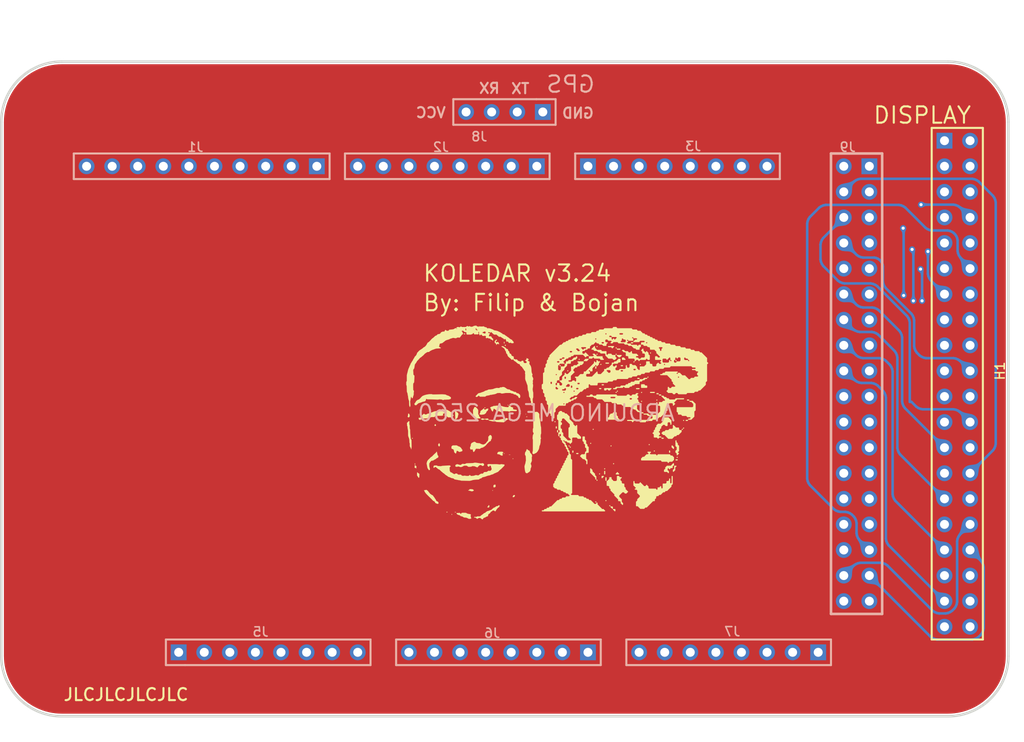
<source format=kicad_pcb>
(kicad_pcb (version 20240108) (generator "pcbnew") (generator_version "8.0")
  (layers (0 "F.Cu" signal "TopLayer") (31 "B.Cu" signal "BottomLayer") (34 "B.Paste" user "BottomPasteMaskLayer") (35 "F.Paste" user "TopPasteMaskLayer") (36 "B.SilkS" user "BottomSilkLayer") (37 "F.SilkS" user "TopSilkLayer") (38 "B.Mask" user "BottomSolderMaskLayer") (39 "F.Mask" user "TopSolderMaskLayer") (44 "Edge.Cuts" user "BoardOutLine"))
  (net 1 "")
  (net 2 "RST")
  (net 3 "CS")
  (net 4 "DB8")
  (net 5 "WR")
  (net 6 "RS")
  (net 7 "IRQ")
  (net 8 "DB10")
  (net 9 "DB12")
  (net 10 "DB9")
  (net 11 "DB11")
  (net 12 "DB13")
  (net 13 "DB7")
  (net 14 "DB5")
  (net 15 "DB3")
  (net 16 "DB1")
  (net 17 "+5V")
  (net 18 "+3V3")
  (net 19 "DB14")
  (net 20 "DB15")
  (net 21 "DB6")
  (net 22 "DB4")
  (net 23 "DB2")
  (net 24 "DB0")
  (net 25 "ARX-GTX")
  (net 26 "ATX-GRX")
  (net 27 "GND")
  (footprint "Koledar v3.24_b133dedffeba4d40a528b75812ea59d5:HDR-F-2.54_2X20" (layer "F.Cu") (at 194.963 106.98 -90)
    (property "Reference" "H1")
    (property "Value" "HDR-F-2.54_2x20" (hide yes))
  )
  (footprint "Koledar v3.24_b133dedffeba4d40a528b75812ea59d5:HDR-M-2.54_1X8" (layer "B.Cu") (at 127.8129 133.65)
    (property "Reference" "J5")
    (property "Value" "HDR-M-2.54_1x8" (hide yes))
  )
  (footprint "Koledar v3.24_b133dedffeba4d40a528b75812ea59d5:HDR-M-2.54_1X4" (layer "B.Cu") (at 149.9999 80.0001 180)
    (property "Reference" "J8")
    (property "Value" "HDR-M-2.54_1x4" (hide yes))
  )
  (footprint "Koledar v3.24_b133dedffeba4d40a528b75812ea59d5:HDR-M-2.54_1X8" (layer "B.Cu") (at 168.453 85.3901)
    (property "Reference" "J3")
    (property "Value" "HDR-M-2.54_1x8" (hide yes))
  )
  (footprint "Koledar v3.24_b133dedffeba4d40a528b75812ea59d5:HDR-M-2.54_1X10" (layer "B.Cu") (at 119.9391 85.3901 180)
    (property "Reference" "J1")
    (property "Value" "HDR-M-2.54_1x10" (hide yes))
  )
  (footprint "Koledar v3.24_b133dedffeba4d40a528b75812ea59d5:HDR-M-2.54_1X8" (layer "B.Cu") (at 143.0531 85.3901 180)
    (property "Reference" "J2")
    (property "Value" "HDR-M-2.54_1x8" (hide yes))
  )
  (footprint "Koledar v3.24_b133dedffeba4d40a528b75812ea59d5:HDR-M-2.54_1X8" (layer "B.Cu") (at 170.9928 133.65 180)
    (property "Reference" "J7")
    (property "Value" "HDR-M-2.54_1x8" (hide yes))
  )
  (footprint "Koledar v3.24_b133dedffeba4d40a528b75812ea59d5:HDR-M-2.54_1X8" (layer "B.Cu") (at 148.1329 133.65 180)
    (property "Reference" "J6")
    (property "Value" "HDR-M-2.54_1x8" (hide yes))
  )
  (footprint "Koledar v3.24_b133dedffeba4d40a528b75812ea59d5:HDR-F-2.54_2X18" (layer "B.Cu") (at 187.503 129.84 180)
    (property "Reference" "J9")
    (property "Value" "HDR-M-2.54_2x18" (hide yes))
  )
  (gr_arc (start 196.3641 128.57) (mid 196.742786 128.645289) (end 197.0638 128.8598) (stroke (width 0.4)) (layer "F.Cu") (net 18))
  (gr_arc (start 196.6219 118.7993) (mid 196.467652 118.426559) (end 196.6221 118.0539) (stroke (width 0.4)) (layer "F.Cu") (net 18))
  (gr_arc (start 197.0638 128.2802) (mid 196.742769 128.494669) (end 196.3641 128.57) (stroke (width 0.4)) (layer "F.Cu") (net 18))
  (gr_arc (start 197.1464 128.9427) (mid 196.992181 128.569994) (end 197.1466 128.1974) (stroke (width 0.4)) (layer "F.Cu") (net 18))
  (gr_arc (start 186.2744 95.55) (mid 186.557662 95.606344) (end 186.7978 95.7668) (stroke (width 0.254)) (layer "F.Cu") (net 20))
  (gr_poly (pts (xy 147.8968 109.4685) (xy 147.860439 109.505633) (xy 147.81537 109.543059) (xy 147.7658 109.5788) (xy 147.716793 109.614023) (xy 147.673206 109.649949) (xy 147.6394 109.6845) (xy 147.608 109.727) (xy 147.5988 109.8057) (xy 147.5895 109.8844) (xy 147.5502 109.9339) (xy 147.5109 109.9834) (xy 147.518 110.0021) (xy 147.5252 110.0207) (xy 147.6123 110.0426) (xy 147.6994 110.0645) (xy 147.8447 110.0456) (xy 147.9899 110.0268) (xy 148.0675 109.9726) (xy 148.1451 109.9183) (xy 148.1847 109.8481) (xy 148.210015 109.798576) (xy 148.225 109.7563) (xy 148.2256 109.7348) (xy 148.2712 109.7087) (xy 148.318383 109.67535) (xy 148.355126 109.631229) (xy 148.3657 109.5953) (xy 148.380368 109.547152) (xy 148.3934 109.5224) (xy 148.4207 109.4776) (xy 148.3732 109.462) (xy 148.3257 109.4463) (xy 148.2651 109.4624) (xy 148.216112 109.478938) (xy 148.1834 109.496) (xy 148.137809 109.527576) (xy 148.1107 109.5444) (xy 148.0591 109.5753) (xy 148.0284 109.5432) (xy 147.997075 109.499984) (xy 147.9843 109.4735) (xy 147.955811 109.430958) (xy 147.9517 109.4287) (xy 147.9327 109.4214)) (fill solid) (layer "F.SilkS"))
  (gr_poly (pts (xy 150.8239 114.3917) (xy 150.8088 114.4198) (xy 150.8247 114.4495) (xy 150.8407 114.4792) (xy 150.8622 114.4577) (xy 150.8837 114.4362) (xy 150.8746 114.3999)) (fill solid) (layer "F.SilkS"))
  (gr_poly (pts (xy 160.2929 103.2568) (xy 160.2761 103.2985) (xy 160.2761 103.3233) (xy 160.3033 103.3378) (xy 160.3304 103.3523) (xy 160.457 103.3523) (xy 160.5836 103.3523) (xy 160.6195 103.3856) (xy 160.652476 103.42558) (xy 160.6553 103.4342) (xy 160.6836 103.4648) (xy 160.7119 103.48) (xy 160.8036 103.3882) (xy 160.8953 103.2965) (xy 160.8801 103.2683) (xy 160.865 103.24) (xy 160.5874 103.24) (xy 160.3098 103.24)) (fill solid) (layer "F.SilkS"))
  (gr_poly (pts (xy 141.8632 117.6992) (xy 141.8702 117.7063) (xy 141.8773 117.6992) (xy 141.8702 117.6922)) (fill solid) (layer "F.SilkS"))
  (gr_poly (pts (xy 143.0879 111.0314) (xy 143.061144 111.077056) (xy 143.0511 111.1009) (xy 143.0415 111.1318) (xy 143.0851 111.1543) (xy 143.1287 111.1768) (xy 143.1548 111.1685) (xy 143.1982 111.1394) (xy 143.2156 111.1185) (xy 143.1833 111.0556) (xy 143.1509 110.9928) (xy 143.133 110.9928) (xy 143.09077 111.027473)) (fill solid) (layer "F.SilkS"))
  (gr_poly (pts (xy 158.7761 111.4731) (xy 158.7592 111.5148) (xy 158.7592 111.5396) (xy 158.789 111.5555) (xy 158.8189 111.5715) (xy 158.8466 111.5437) (xy 158.8744 111.5159) (xy 158.8585 111.4861) (xy 158.8425 111.4563) (xy 158.8177 111.4563)) (fill solid) (layer "F.SilkS"))
  (gr_poly (pts (xy 161.557 105.1529) (xy 161.5401 105.1946) (xy 161.5401 105.2193) (xy 161.5673 105.2339) (xy 161.620291 105.245922) (xy 161.6635 105.2484) (xy 161.7324 105.2484) (xy 161.7568 105.2215) (xy 161.7811 105.1946) (xy 161.7655 105.1653) (xy 161.7498 105.1361) (xy 161.6618 105.1361) (xy 161.5738 105.1361)) (fill solid) (layer "F.SilkS"))
  (gr_poly (pts (xy 145.1171 109.7123) (xy 145.0782 109.7358) (xy 145.0883 109.7639) (xy 145.094051 109.820134) (xy 145.097775 109.887725) (xy 145.100214 109.943625) (xy 145.102531 110.006366) (xy 145.104651 110.074381) (xy 145.1065 110.1461) (xy 145.1146 110.5003) (xy 145.1385 110.5241) (xy 145.1623 110.548) (xy 145.1841 110.5299) (xy 145.2059 110.4951) (xy 145.237547 110.448795) (xy 145.276985 110.414325) (xy 145.3011 110.4029) (xy 145.338287 110.361162) (xy 145.35924 110.304866) (xy 145.373536 110.250216) (xy 145.382 110.2088) (xy 145.393451 110.151306) (xy 145.405642 110.096822) (xy 145.418 110.0498) (xy 145.4341 109.9987) (xy 145.3963 109.9188) (xy 145.3585 109.8389) (xy 145.312 109.8194) (xy 145.2654 109.8) (xy 145.2269 109.7538) (xy 145.191297 109.714803) (xy 145.1722 109.6982) (xy 145.1561 109.6888)) (fill solid) (layer "F.SilkS"))
  (gr_poly (pts (xy 159.1553 103.2568) (xy 159.1385 103.2985) (xy 159.1385 103.3233) (xy 159.1683 103.3392) (xy 159.1981 103.3552) (xy 159.2258 103.3274) (xy 159.2536 103.2996) (xy 159.2377 103.2698) (xy 159.2217 103.24) (xy 159.197 103.24)) (fill solid) (layer "F.SilkS"))
  (gr_poly (pts (xy 149.8267 114.1599) (xy 149.8337 114.1669) (xy 149.8407 114.1599) (xy 149.8337 114.1529)) (fill solid) (layer "F.SilkS"))
  (gr_poly (pts (xy 159.9137 107.4282) (xy 159.8969 107.445) (xy 159.8969 107.533) (xy 159.8969 107.621) (xy 159.9241 107.6355) (xy 159.976441 107.647659) (xy 160.0189 107.6502) (xy 160.0865 107.6503) (xy 160.1433 107.5851) (xy 160.2002 107.5198) (xy 160.2382 107.555) (xy 160.271499 107.593986) (xy 160.2761 107.6056) (xy 160.318286 107.640269) (xy 160.370453 107.649238) (xy 160.3953 107.6501) (xy 160.4602 107.6501) (xy 160.5513 107.559) (xy 160.6424 107.4679) (xy 160.6273 107.4396) (xy 160.6122 107.4113) (xy 160.2714 107.4113) (xy 159.9306 107.4113)) (fill solid) (layer "F.SilkS"))
  (gr_poly (pts (xy 159.012 105.3673) (xy 159.012 105.4722) (xy 159.0413 105.4878) (xy 159.0706 105.5035) (xy 159.0975 105.4791) (xy 159.1244 105.4547) (xy 159.1244 105.3586) (xy 159.1244 105.2625) (xy 159.0682 105.2625) (xy 159.012 105.2625)) (fill solid) (layer "F.SilkS"))
  (gr_poly (pts (xy 165.3323 108.085) (xy 165.3323 108.1266) (xy 165.3594 108.1412) (xy 165.3866 108.1557) (xy 165.4788 108.1557) (xy 165.571 108.1557) (xy 165.571 108.1267) (xy 165.559419 108.07657) (xy 165.5565 108.0705) (xy 165.542 108.0433) (xy 165.4371 108.0433) (xy 165.3323 108.0433)) (fill solid) (layer "F.SilkS"))
  (gr_poly (pts (xy 152.1265 104.4291) (xy 152.1616 104.4291) (xy 152.1792 104.422) (xy 152.1441 104.422) (xy 152.109 104.422)) (fill solid) (layer "F.SilkS"))
  (gr_poly (pts (xy 157.9552 104.5895) (xy 157.8744 104.6726) (xy 157.8744 104.7077) (xy 157.8744 104.7428) (xy 158.0297 104.7428) (xy 158.185 104.7428) (xy 158.2755 104.6523) (xy 158.366 104.5618) (xy 158.366 104.5329) (xy 158.366 104.504) (xy 158.201 104.5052) (xy 158.0359 104.5064)) (fill solid) (layer "F.SilkS"))
  (gr_poly (pts (xy 166.9924 114.5068) (xy 166.9755 114.5485) (xy 166.9755 114.5733) (xy 167.0027 114.5878) (xy 167.055666 114.599822) (xy 167.0988 114.6023) (xy 167.1678 114.6023) (xy 167.1922 114.5754) (xy 167.2165 114.5485) (xy 167.2009 114.5192) (xy 167.1852 114.49) (xy 167.0972 114.49) (xy 167.0092 114.49)) (fill solid) (layer "F.SilkS"))
  (gr_poly (pts (xy 159.6609 116.1501) (xy 159.6441 116.1669) (xy 159.6441 116.2549) (xy 159.6441 116.3429) (xy 159.6723 116.358) (xy 159.7006 116.3732) (xy 159.7923 116.2815) (xy 159.884 116.1898) (xy 159.8689 116.1615) (xy 159.8538 116.1332) (xy 159.7658 116.1332) (xy 159.6778 116.1332)) (fill solid) (layer "F.SilkS"))
  (gr_poly (pts (xy 143.3774 111.0024) (xy 143.4044 111.0013) (xy 143.3859 110.9939) (xy 143.359 110.995)) (fill solid) (layer "F.SilkS"))
  (gr_poly (pts (xy 154.984 110.7147) (xy 154.9671 110.7563) (xy 154.9671 110.7811) (xy 154.9969 110.7971) (xy 155.0267 110.813) (xy 155.0545 110.7852) (xy 155.0823 110.7574) (xy 155.0663 110.7276) (xy 155.0504 110.6978) (xy 155.0256 110.6978)) (fill solid) (layer "F.SilkS"))
  (gr_poly (pts (xy 161.6834 104.3945) (xy 161.6666 104.4113) (xy 161.6666 104.4993) (xy 161.6666 104.5873) (xy 161.6937 104.6018) (xy 161.7209 104.6164) (xy 161.853 104.6164) (xy 161.9852 104.6164) (xy 162.0096 104.5895) (xy 162.0339 104.5626) (xy 162.0199 104.5362) (xy 161.984462 104.500004) (xy 161.9691 104.4903) (xy 161.930337 104.458229) (xy 161.9037 104.4242) (xy 161.8749 104.3776) (xy 161.7876 104.3776) (xy 161.7003 104.3776)) (fill solid) (layer "F.SilkS"))
  (gr_poly (pts (xy 159.9137 115.3917) (xy 159.8969 115.4333) (xy 159.8969 115.4581) (xy 159.9267 115.474) (xy 159.9565 115.49) (xy 159.9843 115.4622) (xy 160.0121 115.4344) (xy 159.9961 115.4046) (xy 159.9802 115.3748) (xy 159.9554 115.3748)) (fill solid) (layer "F.SilkS"))
  (gr_poly (pts (xy 163.5795 107.8074) (xy 163.5626 107.849) (xy 163.5626 107.8738) (xy 163.5924 107.8898) (xy 163.6222 107.9057) (xy 163.65 107.8779) (xy 163.6778 107.8502) (xy 163.6618 107.8204) (xy 163.6459 107.7905) (xy 163.6211 107.7905)) (fill solid) (layer "F.SilkS"))
  (gr_poly (pts (xy 148.3991 119.0922) (xy 148.371862 119.140013) (xy 148.3366 119.1822) (xy 148.2956 119.2205) (xy 148.3037 119.2415) (xy 148.3118 119.2626) (xy 148.3775 119.2687) (xy 148.4433 119.2749) (xy 148.4662 119.2525) (xy 148.4891 119.2301) (xy 148.4981 119.1577) (xy 148.5071 119.0853) (xy 148.4847 119.0629) (xy 148.4415 119.0405) (xy 148.4208 119.0405)) (fill solid) (layer "F.SilkS"))
  (gr_poly (pts (xy 156.7536 113.622) (xy 156.7368 113.6389) (xy 156.7368 113.7268) (xy 156.7368 113.8148) (xy 156.766 113.8305) (xy 156.7953 113.8462) (xy 156.8222 113.8218) (xy 156.8491 113.7974) (xy 156.8491 113.7284) (xy 156.845786 113.678386) (xy 156.8346 113.6323) (xy 156.8201 113.6051) (xy 156.7953 113.6051)) (fill solid) (layer "F.SilkS"))
  (gr_poly (pts (xy 156.6272 109.3242) (xy 156.6104 109.3659) (xy 156.6104 109.3907) (xy 156.6402 109.4066) (xy 156.67 109.4226) (xy 156.6978 109.3948) (xy 156.7255 109.367) (xy 156.7096 109.3372) (xy 156.6937 109.3074) (xy 156.6689 109.3074)) (fill solid) (layer "F.SilkS"))
  (gr_poly (pts (xy 150.4376 114.0405) (xy 150.4463 114.0546) (xy 150.5078 114.0546) (xy 150.5694 114.0546) (xy 150.5781 114.0405) (xy 150.5868 114.0265) (xy 150.5078 114.0265) (xy 150.429 114.0265)) (fill solid) (layer "F.SilkS"))
  (gr_poly (pts (xy 159.0289 118.6782) (xy 159.012 118.7198) (xy 159.012 118.7446) (xy 159.0392 118.7591) (xy 159.089006 118.773401) (xy 159.0954 118.7737) (xy 159.1244 118.7737) (xy 159.1244 118.7447) (xy 159.112819 118.694537) (xy 159.1099 118.6885) (xy 159.0953 118.6613) (xy 159.0705 118.6613)) (fill solid) (layer "F.SilkS"))
  (gr_poly (pts (xy 163.2003 106.417) (xy 163.1834 106.4586) (xy 163.1834 106.4834) (xy 163.2106 106.4979) (xy 163.2377 106.5125) (xy 163.3299 106.5125) (xy 163.4221 106.5125) (xy 163.4221 106.4835) (xy 163.410519 106.433337) (xy 163.4076 106.4273) (xy 163.3931 106.4001) (xy 163.3051 106.4001) (xy 163.2171 106.4001)) (fill solid) (layer "F.SilkS"))
  (gr_poly (pts (xy 167.1188 114.254) (xy 167.1019 114.2957) (xy 167.1019 114.3204) (xy 167.1317 114.3364) (xy 167.1615 114.3524) (xy 167.1893 114.3246) (xy 167.2171 114.2968) (xy 167.2012 114.267) (xy 167.1852 114.2372) (xy 167.1604 114.2372)) (fill solid) (layer "F.SilkS"))
  (gr_poly (pts (xy 160.0401 104.9001) (xy 160.0233 104.9418) (xy 160.0233 104.9665) (xy 160.0505 104.9811) (xy 160.0776 104.9956) (xy 160.2098 104.9956) (xy 160.342 104.9956) (xy 160.3663 104.9687) (xy 160.3907 104.9418) (xy 160.375 104.9125) (xy 160.3594 104.8833) (xy 160.2082 104.8833) (xy 160.057 104.8833)) (fill solid) (layer "F.SilkS"))
  (gr_poly (pts (xy 165.8547 110.3355) (xy 165.8379 110.3523) (xy 165.8379 110.4261) (xy 165.8379 110.4998) (xy 165.7747 110.5527) (xy 165.7115 110.6055) (xy 165.7115 110.6748) (xy 165.7115 110.7441) (xy 165.6082 110.8474) (xy 165.5049 110.9507) (xy 165.3765 110.9507) (xy 165.248 110.9507) (xy 165.1637 111.0349) (xy 165.0794 111.1192) (xy 165.0794 111.1887) (xy 165.0794 111.2582) (xy 165.0163 111.3111) (xy 164.9531 111.3639) (xy 164.9531 111.4375) (xy 164.9531 111.5111) (xy 164.8898 111.5639) (xy 164.8266 111.6167) (xy 164.8266 111.6903) (xy 164.8266 111.7639) (xy 164.7634 111.8167) (xy 164.7003 111.8695) (xy 164.7003 111.893) (xy 164.7003 111.9165) (xy 164.7389 111.9412) (xy 164.781716 111.97295) (xy 164.8021 111.9914) (xy 164.8266 112.0169) (xy 164.8266 112.1574) (xy 164.8266 112.298) (xy 164.8538 112.3125) (xy 164.881 112.3271) (xy 165.0076 112.3271) (xy 165.1342 112.3271) (xy 165.17 112.3603) (xy 165.20306 112.40028) (xy 165.2059 112.4089) (xy 165.2366 112.4408) (xy 165.2674 112.4573) (xy 165.3223 112.3922) (xy 165.3773 112.3271) (xy 165.4742 112.3271) (xy 165.571 112.3271) (xy 165.571 112.298) (xy 165.559419 112.247937) (xy 165.5565 112.2419) (xy 165.542 112.2147) (xy 165.4633 112.2147) (xy 165.3847 112.2147) (xy 165.3495 112.1767) (xy 165.3143 112.1388) (xy 165.3796 112.0819) (xy 165.4449 112.0251) (xy 165.4447 111.9575) (xy 165.439528 111.897655) (xy 165.4219 111.849456) (xy 165.4001 111.8355) (xy 165.356866 111.805134) (xy 165.3495 111.7975) (xy 165.3143 111.7596) (xy 165.3796 111.7027) (xy 165.4449 111.6459) (xy 165.4447 111.5731) (xy 165.4446 111.5003) (xy 165.5078 111.4485) (xy 165.571 111.3967) (xy 165.571 111.3267) (xy 165.571 111.2567) (xy 165.6679 111.1599) (xy 165.7647 111.063) (xy 165.8287 111.063) (xy 165.8926 111.063) (xy 165.9284 111.0962) (xy 165.961475 111.136279) (xy 165.9643 111.1449) (xy 166.007424 111.179731) (xy 166.061543 111.188559) (xy 166.0876 111.1894) (xy 166.1566 111.1894) (xy 166.1798 111.1637) (xy 166.203 111.1381) (xy 166.203 111.0047) (xy 166.203 110.8713) (xy 166.2356 110.8407) (xy 166.2681 110.8102) (xy 166.3331 110.8102) (xy 166.3982 110.8102) (xy 166.4341 110.8434) (xy 166.4699 110.8766) (xy 166.4699 110.9553) (xy 166.4699 111.0339) (xy 166.4992 111.0496) (xy 166.5284 111.0653) (xy 166.5553 111.0409) (xy 166.5823 111.0165) (xy 166.5823 110.8211) (xy 166.5823 110.6258) (xy 166.5677 110.5986) (xy 166.539 110.5714) (xy 166.492623 110.53943) (xy 166.455113 110.492645) (xy 166.4492 110.4837) (xy 166.414633 110.44579) (xy 166.4115 110.445) (xy 166.365808 110.412573) (xy 166.328597 110.366064) (xy 166.3228 110.3573) (xy 166.2981 110.3186) (xy 166.0849 110.3186) (xy 165.8716 110.3186)) (fill solid) (layer "F.SilkS"))
  (gr_poly (pts (xy 164.2115 106.2905) (xy 164.194944 106.338466) (xy 164.1946 106.3467) (xy 164.1946 106.386) (xy 164.2276 106.386) (xy 164.2605 106.386) (xy 164.2849 106.3591) (xy 164.3092 106.3322) (xy 164.2936 106.303) (xy 164.2779 106.2737) (xy 164.2531 106.2737)) (fill solid) (layer "F.SilkS"))
  (gr_poly (pts (xy 149.5043 119.0663) (xy 149.5361 119.0921) (xy 149.5023 119.1614) (xy 149.4685 119.2307) (xy 149.3935 119.2796) (xy 149.38579 119.284728) (xy 149.342481 119.317076) (xy 149.3037 119.3565) (xy 149.29669 119.367971) (xy 149.266 119.410358) (xy 149.2314 119.4538) (xy 149.20724 119.484783) (xy 149.178537 119.526273) (xy 149.1504 119.5755) (xy 149.1268 119.6282) (xy 149.0986 119.6433) (xy 149.0703 119.6584) (xy 149.0096 119.6123) (xy 148.9489 119.5662) (xy 148.8829 119.5716) (xy 148.8169 119.577) (xy 148.7961 119.6087) (xy 148.7753 119.6404) (xy 148.7115 119.6704) (xy 148.6478 119.7004) (xy 148.6247 119.7462) (xy 148.612114 119.768108) (xy 148.578346 119.81407) (xy 148.540819 119.854566) (xy 148.4977 119.8832) (xy 148.484696 119.887294) (xy 148.4404 119.917) (xy 148.4003 119.9507) (xy 148.3826 120.0364) (xy 148.3649 120.1221) (xy 148.3338 120.1419) (xy 148.293462 120.160863) (xy 148.24 120.1784) (xy 148.1772 120.195) (xy 148.1382 120.2277) (xy 148.115847 120.244353) (xy 148.0676 120.269) (xy 148.035207 120.278042) (xy 147.9823 120.2936) (xy 147.9287 120.3097) (xy 147.9078 120.35) (xy 147.891028 120.378673) (xy 147.857812 120.423338) (xy 147.8145 120.4591) (xy 147.798027 120.451663) (xy 147.754561 120.425254) (xy 147.704738 120.391933) (xy 147.6638 120.3604) (xy 147.657871 120.35554) (xy 147.6165 120.3274) (xy 147.5762 120.3017) (xy 147.5041 120.3108) (xy 147.432 120.3198) (xy 147.3717 120.3604) (xy 147.3113 120.401) (xy 147.2691 120.3862) (xy 147.2269 120.3715) (xy 147.2064 120.3402) (xy 147.174778 120.307835) (xy 147.121157 120.283278) (xy 147.0673 120.2765) (xy 147.019465 120.272998) (xy 146.9755 120.2416) (xy 146.9755 120.2237) (xy 147.0175 120.2063) (xy 147.0594 120.189) (xy 147.122 120.1983) (xy 147.1845 120.2077) (xy 147.2451 120.1779) (xy 147.3056 120.1482) (xy 147.4419 120.1481) (xy 147.5783 120.148) (xy 147.629016 120.1009) (xy 147.9306 120.1009) (xy 147.9376 120.1079) (xy 147.9447 120.1009) (xy 147.9376 120.0939) (xy 147.9306 120.1009) (xy 147.629016 120.1009) (xy 147.6316 120.0985) (xy 147.644188 120.087336) (xy 147.686899 120.052999) (xy 147.727631 120.022699) (xy 147.7788 119.9873) (xy 147.788627 119.980757) (xy 147.829743 119.952138) (xy 147.879573 119.915064) (xy 147.9247 119.8779) (xy 147.9767 119.8302) (xy 148.0318 119.8121) (xy 148.0869 119.7939) (xy 148.1405 119.7402) (xy 148.162317 119.71938) (xy 148.2066 119.6866) (xy 148.226322 119.678558) (xy 148.2707 119.6515) (xy 148.3224 119.6164) (xy 148.3623 119.6164) (xy 148.406275 119.608313) (xy 148.4561 119.5889) (xy 148.502694 119.568459) (xy 148.554049 119.549116) (xy 148.6065 119.5316) (xy 148.7032 119.5016) (xy 148.724 119.4719) (xy 148.761465 119.434561) (xy 148.8035 119.4027) (xy 148.839239 119.376428) (xy 148.8799 119.338) (xy 148.8976 119.3126) (xy 148.997 119.2737) (xy 149.052413 119.24974) (xy 149.0963 119.222) (xy 149.108368 119.206426) (xy 149.149 119.1763) (xy 149.2017 119.1431) (xy 149.2707 119.1354) (xy 149.3398 119.1277) (xy 149.362 119.1) (xy 149.37284 119.088033) (xy 149.4123 119.0568) (xy 149.459425 119.04235)) (fill solid) (layer "F.SilkS"))
  (gr_poly (pts (xy 150.3189 109.0889) (xy 150.3039 109.107) (xy 150.3243 109.124) (xy 150.3448 109.141) (xy 150.3761 109.1364) (xy 150.4126 109.1159) (xy 150.4178 109.0999) (xy 150.3759 109.0853) (xy 150.334 109.0707)) (fill solid) (layer "F.SilkS"))
  (gr_poly (pts (xy 152.2033 113.4963) (xy 152.181766 113.547333) (xy 152.1673 113.5965) (xy 152.1458 113.6791) (xy 152.1101 113.7164) (xy 152.0743 113.7537) (xy 152.0532 113.8234) (xy 152.041389 113.873333) (xy 152.033639 113.927041) (xy 152.0319 113.9576) (xy 152.0317 114.0222) (xy 152.0549 114.07) (xy 152.078947 114.114554) (xy 152.0951 114.1389) (xy 152.1123 114.1599) (xy 152.121 114.3846) (xy 152.1297 114.6093) (xy 152.1143 114.6655) (xy 152.101438 114.723732) (xy 152.091814 114.777424) (xy 152.0853 114.82) (xy 152.075584 114.873796) (xy 152.062397 114.927068) (xy 152.0456 114.9762) (xy 152.028301 115.023241) (xy 152.014064 115.072082) (xy 152.0029 115.1199) (xy 151.9861 115.2056) (xy 151.9944 115.2797) (xy 152.001292 115.341482) (xy 152.007168 115.393811) (xy 152.013227 115.447625) (xy 152.0161 115.4731) (xy 152.022791 115.524672) (xy 152.031085 115.576263) (xy 152.040633 115.62641) (xy 152.056545 115.695724) (xy 152.07332 115.753563) (xy 152.095 115.8043) (xy 152.1135 115.8335) (xy 152.1764 115.8576) (xy 152.2393 115.8816) (xy 152.2805 115.8564) (xy 152.328988 115.825692) (xy 152.378023 115.793836) (xy 152.4191 115.7668) (xy 152.5165 115.7024) (xy 152.555 115.6237) (xy 152.5935 115.5451) (xy 152.5935 115.4837) (xy 152.5935 115.4222) (xy 152.6216 115.3641) (xy 152.642927 115.310997) (xy 152.659059 115.258943) (xy 152.6648 115.2354) (xy 152.68 115.1649) (xy 152.6642 115.089) (xy 152.650963 115.037936) (xy 152.633909 114.988116) (xy 152.6227 114.9625) (xy 152.5969 114.912) (xy 152.614 114.8978) (xy 152.638433 114.853894) (xy 152.649 114.8237) (xy 152.666715 114.773188) (xy 152.688745 114.721413) (xy 152.6947 114.7092) (xy 152.7225 114.6546) (xy 152.7185 114.4564) (xy 152.7145 114.2582) (xy 152.7374 114.2059) (xy 152.7604 114.1535) (xy 152.7484 114.1461) (xy 152.72996 114.097112) (xy 152.7265 114.0791) (xy 152.713714 114.024119) (xy 152.689572 113.970536) (xy 152.65556 113.932275) (xy 152.639 113.9209) (xy 152.593173 113.881712) (xy 152.562516 113.837096) (xy 152.537935 113.781855) (xy 152.5239 113.7341) (xy 152.506 113.6594) (xy 152.4792 113.6344) (xy 152.432255 113.605559) (xy 152.3965 113.591) (xy 152.3406 113.5725) (xy 152.3048 113.5256) (xy 152.2691 113.4787) (xy 152.2434 113.4787)) (fill solid) (layer "F.SilkS"))
  (gr_poly (pts (xy 163.0738 107.4282) (xy 163.057 107.4698) (xy 163.057 107.4946) (xy 163.0842 107.5092) (xy 163.1113 107.5237) (xy 163.2435 107.5237) (xy 163.3757 107.5237) (xy 163.4 107.4968) (xy 163.4244 107.4699) (xy 163.4087 107.4406) (xy 163.3931 107.4113) (xy 163.2419 107.4113) (xy 163.0907 107.4113)) (fill solid) (layer "F.SilkS"))
  (gr_poly (pts (xy 166.3603 113.622) (xy 166.3435 113.6389) (xy 166.3435 113.7268) (xy 166.3435 113.8148) (xy 166.3728 113.8305) (xy 166.402 113.8462) (xy 166.4289 113.8218) (xy 166.4558 113.7974) (xy 166.4558 113.7284) (xy 166.452486 113.678386) (xy 166.4413 113.6323) (xy 166.4268 113.6051) (xy 166.402 113.6051)) (fill solid) (layer "F.SilkS"))
  (gr_poly (pts (xy 148.524 112.0973) (xy 148.493044 112.13798) (xy 148.4924 112.1405) (xy 148.457857 112.180765) (xy 148.4433 112.1945) (xy 148.3941 112.2396) (xy 148.3941 112.3689) (xy 148.3941 112.4983) (xy 148.3712 112.5777) (xy 148.3482 112.6571) (xy 148.2939 112.7039) (xy 148.255537 112.74225) (xy 148.2396 112.7689) (xy 148.208457 112.816679) (xy 148.1691 112.8611) (xy 148.0986 112.935) (xy 148.0181 112.9751) (xy 147.9376 113.0151) (xy 147.8815 113.0147) (xy 147.830947 113.008435) (xy 147.767665 112.992295) (xy 147.700526 112.969421) (xy 147.638401 112.942954) (xy 147.590161 112.916032) (xy 147.5787 112.9075) (xy 147.5569 112.8894) (xy 147.4312 112.8807) (xy 147.378318 112.876283) (xy 147.3272 112.870713) (xy 147.274635 112.863228) (xy 147.2535 112.859) (xy 147.2014 112.846) (xy 147.1353 112.7955) (xy 147.0692 112.745) (xy 146.9994 112.7533) (xy 146.9296 112.7616) (xy 146.9069 112.7814) (xy 146.860629 112.80792) (xy 146.8492 112.812) (xy 146.802998 112.832333) (xy 146.7616 112.8558) (xy 146.7092 112.8889) (xy 146.6999 112.9275) (xy 146.681647 112.975958) (xy 146.6715 112.9938) (xy 146.6525 113.0215) (xy 146.6525 113.0921) (xy 146.6524 113.1627) (xy 146.6178 113.2189) (xy 146.5832 113.2751) (xy 146.5827 113.3527) (xy 146.5823 113.4302) (xy 146.6242 113.4811) (xy 146.6662 113.532) (xy 146.7372 113.5112) (xy 146.8082 113.4903) (xy 146.8287 113.5073) (xy 146.8492 113.5456) (xy 146.862615 113.610836) (xy 146.87895 113.66615) (xy 146.896761 113.718638) (xy 146.9192 113.7666) (xy 146.9323 113.7746) (xy 146.9882 113.7241) (xy 147.0442 113.6736) (xy 147.0756 113.6078) (xy 147.09926 113.561744) (xy 147.126337 113.513905) (xy 147.1426 113.4876) (xy 147.1781 113.4333) (xy 147.3705 113.4432) (xy 147.5629 113.4531) (xy 147.5896 113.4265) (xy 147.631628 113.389661) (xy 147.678942 113.360587) (xy 147.7104 113.3523) (xy 147.773438 113.341494) (xy 147.835406 113.321931) (xy 147.890129 113.298626) (xy 147.9167 113.282) (xy 147.960422 113.251661) (xy 147.9884 113.237) (xy 148.0289 113.2085) (xy 148.0445 113.1978) (xy 148.094696 113.159146) (xy 148.143012 113.111338) (xy 148.19252 113.05795) (xy 148.233028 113.009524) (xy 148.25 112.9852) (xy 148.281586 112.945209) (xy 148.2826 112.945) (xy 148.326909 112.907269) (xy 148.363286 112.872218) (xy 148.3941 112.8415) (xy 148.4968 112.7381) (xy 148.5712 112.6978) (xy 148.6457 112.6575) (xy 148.6621 112.5871) (xy 148.6785 112.5167) (xy 148.7079 112.4844) (xy 148.7374 112.4521) (xy 148.7429 112.3537) (xy 148.7485 112.2554) (xy 148.7252 112.1944) (xy 148.7019 112.1334) (xy 148.6466 112.0968) (xy 148.59702 112.068477) (xy 148.544886 112.076996)) (fill solid) (layer "F.SilkS"))
  (gr_poly (pts (xy 150.1588 110.406) (xy 150.1047 110.4352) (xy 149.9832 110.4547) (xy 149.929948 110.463169) (xy 149.874737 110.471975) (xy 149.824082 110.480069) (xy 149.7845 110.4864) (xy 149.730792 110.496859) (xy 149.67377 110.509619) (xy 149.612015 110.524546) (xy 149.5669 110.5362) (xy 149.4264 110.5735) (xy 148.984 110.5705) (xy 148.894337 110.56992) (xy 148.80921 110.569458) (xy 148.730588 110.569121) (xy 148.660437 110.568913) (xy 148.600725 110.568841) (xy 148.535035 110.569002) (xy 148.5039 110.5695) (xy 148.4663 110.5714) (xy 148.4434 110.5944) (xy 148.4204 110.6174) (xy 148.4318 110.628) (xy 148.484552 110.646126) (xy 148.542109 110.659717) (xy 148.596598 110.671791) (xy 148.666066 110.686776) (xy 148.7523 110.7051) (xy 148.8505 110.7259) (xy 148.9772 110.7259) (xy 149.1038 110.7259) (xy 149.1527 110.752) (xy 149.2017 110.778) (xy 149.3772 110.787) (xy 149.438237 110.790108) (xy 149.509225 110.793638) (xy 149.559525 110.7961) (xy 149.610414 110.798563) (xy 149.660362 110.80095) (xy 149.730164 110.804227) (xy 149.7513 110.8052) (xy 149.9498 110.8144) (xy 150.0182 110.7509) (xy 150.056033 110.718013) (xy 150.101303 110.683421) (xy 150.1305 110.6651) (xy 150.172939 110.635324) (xy 150.1818 110.6235) (xy 150.223313 110.589602) (xy 150.2694 110.5636) (xy 150.315379 110.537785) (xy 150.355643 110.506518) (xy 150.3568 110.5044) (xy 150.3639 110.4857) (xy 150.3306 110.45) (xy 150.285723 110.412373) (xy 150.236521 110.381854) (xy 150.2171 110.3758) (xy 150.169766 110.400101)) (fill solid) (layer "F.SilkS"))
  (gr_poly (pts (xy 142.48 108.0211) (xy 142.423003 108.033167) (xy 142.368233 108.041522) (xy 142.3562 108.0432) (xy 142.280891 108.056123) (xy 142.226759 108.067974) (xy 142.171448 108.081858) (xy 142.116636 108.097297) (xy 142.064006 108.113816) (xy 142.015237 108.130936) (xy 141.953 108.1567) (xy 141.904617 108.177591) (xy 141.8847 108.1838) (xy 141.839017 108.217016) (xy 141.79445 108.256538) (xy 141.75081 108.298074) (xy 141.713579 108.338658) (xy 141.7108 108.3436) (xy 141.677962 108.382575) (xy 141.635772 108.425302) (xy 141.6059 108.4541) (xy 141.506 108.5489) (xy 141.4599 108.5575) (xy 141.402348 108.576353) (xy 141.342982 108.609815) (xy 141.286187 108.65429) (xy 141.236348 108.706183) (xy 141.197853 108.7619) (xy 141.1883 108.7807) (xy 141.161076 108.830037) (xy 141.131809 108.873462) (xy 141.1024 108.9101) (xy 141.0489 108.9694) (xy 141.0631 109.0084) (xy 141.08353 109.058513) (xy 141.0925 109.0775) (xy 141.1078 109.1075) (xy 141.1713 109.1146) (xy 141.2348 109.1218) (xy 141.2915 109.0706) (xy 141.329706 109.035914) (xy 141.367142 109.001511) (xy 141.3865 108.9835) (xy 141.430385 108.945727) (xy 141.482548 108.914033) (xy 141.530428 108.896765) (xy 141.5744 108.8862) (xy 141.62659 108.872499) (xy 141.677089 108.856254) (xy 141.72862 108.837567) (xy 141.7642 108.8232) (xy 141.8716 108.7772) (xy 141.976 108.7596) (xy 142.027355 108.749039) (xy 142.089803 108.727813) (xy 142.13685 108.698338) (xy 142.17086 108.658601) (xy 142.1942 108.606589) (xy 142.205 108.5641) (xy 142.220826 108.513282) (xy 142.2288 108.4993) (xy 142.2431 108.4821) (xy 142.2949 108.5085) (xy 142.3467 108.5349) (xy 142.5649 108.5353) (xy 142.642958 108.536025) (xy 142.704476 108.537129) (xy 142.771123 108.538664) (xy 142.840795 108.540574) (xy 142.911388 108.542803) (xy 142.9808 108.545294) (xy 143.046926 108.547992) (xy 143.0781 108.5494) (xy 143.373 108.5631) (xy 143.4714 108.5478) (xy 143.5697 108.5325) (xy 143.6942 108.5463) (xy 143.8187 108.5601) (xy 143.858 108.5892) (xy 143.8973 108.6182) (xy 143.9442 108.5942) (xy 143.991 108.5702) (xy 144.2368 108.5619) (xy 144.4826 108.5537) (xy 144.5598 108.53) (xy 144.613071 108.512393) (xy 144.6554 108.4948) (xy 144.6738 108.4831) (xy 144.6813 108.4072) (xy 144.6888 108.3313) (xy 144.5779 108.2578) (xy 144.4669 108.1843) (xy 144.3624 108.1508) (xy 144.306193 108.131027) (xy 144.252126 108.109001) (xy 144.2043 108.0855) (xy 144.1507 108.0536) (xy 143.9936 108.0398) (xy 143.927062 108.034611) (xy 143.862025 108.030688) (xy 143.80595 108.028396) (xy 143.7663 108.0281) (xy 143.672678 108.030757) (xy 143.574823 108.03336) (xy 143.475559 108.035845) (xy 143.377712 108.03815) (xy 143.284107 108.040212) (xy 143.19757 108.041966) (xy 143.120925 108.04335) (xy 143.057 108.0443) (xy 142.8815 108.0465) (xy 142.8324 108.0309) (xy 142.7833 108.0153) (xy 142.6346 108.0153) (xy 142.576384 108.015757) (xy 142.517789 108.017413)) (fill solid) (layer "F.SilkS"))
  (gr_poly (pts (xy 155.4727 105.1777) (xy 155.4727 105.2193) (xy 155.4999 105.2339) (xy 155.549702 105.248106) (xy 155.5561 105.2484) (xy 155.5851 105.2484) (xy 155.5851 105.2194) (xy 155.573519 105.169266) (xy 155.5706 105.1632) (xy 155.556 105.1361) (xy 155.5144 105.1361) (xy 155.4727 105.1361)) (fill solid) (layer "F.SilkS"))
  (gr_poly (pts (xy 144.7609 119.9297) (xy 144.7454 119.9805) (xy 144.7631 119.9953) (xy 144.7808 120.01) (xy 144.7973 119.9901) (xy 144.8138 119.9702) (xy 144.7952 119.9245) (xy 144.7766 119.8789)) (fill solid) (layer "F.SilkS"))
  (gr_poly (pts (xy 145.0725 119.7127) (xy 145.0303 119.7221) (xy 145.0986 119.7482) (xy 145.1669 119.7744) (xy 145.1792 119.7551) (xy 145.161912 119.707521) (xy 145.10381 119.707058)) (fill solid) (layer "F.SilkS"))
  (gr_poly (pts (xy 164.8435 113.622) (xy 164.8266 113.6636) (xy 164.8266 113.6884) (xy 164.8564 113.7044) (xy 164.8863 113.7203) (xy 164.914 113.6925) (xy 164.9418 113.6647) (xy 164.9259 113.635) (xy 164.9099 113.6051) (xy 164.8851 113.6051)) (fill solid) (layer "F.SilkS"))
  (gr_poly (pts (xy 150.9097 118.0489) (xy 150.86212 118.090365) (xy 150.828687 118.146238) (xy 150.81586 118.201043) (xy 150.8301 118.2393) (xy 150.8503 118.2561) (xy 150.917 118.2373) (xy 150.9836 118.2185) (xy 151.0173 118.1509) (xy 151.051 118.0833) (xy 151.0265 118.0563) (xy 151.0021 118.0293) (xy 150.9727 118.0298) (xy 150.920958 118.043376)) (fill solid) (layer "F.SilkS"))
  (gr_poly (pts (xy 165.0963 107.9338) (xy 165.0794 107.9755) (xy 165.0794 108.0002) (xy 165.1066 108.0148) (xy 165.1338 108.0293) (xy 165.226 108.0293) (xy 165.3182 108.0293) (xy 165.3182 108.0003) (xy 165.306619 107.950166) (xy 165.3037 107.9441) (xy 165.2892 107.917) (xy 165.2012 107.917) (xy 165.1132 107.917)) (fill solid) (layer "F.SilkS"))
  (gr_poly (pts (xy 164.4643 103.8889) (xy 164.4474 103.9305) (xy 164.4474 103.9553) (xy 164.4772 103.9712) (xy 164.507 103.9872) (xy 164.5348 103.9594) (xy 164.5626 103.9316) (xy 164.5467 103.9018) (xy 164.5307 103.872) (xy 164.5059 103.872)) (fill solid) (layer "F.SilkS"))
  (gr_poly (pts (xy 147.741 110.4427) (xy 147.691033 110.465051) (xy 147.6666 110.4779) (xy 147.6483 110.4897) (xy 147.6639 110.5084) (xy 147.709927 110.534414) (xy 147.7544 110.5508) (xy 147.8293 110.5743) (xy 147.9467 110.5466) (xy 148.064 110.5189) (xy 148.1343 110.5452) (xy 148.2045 110.5714) (xy 148.3048 110.5714) (xy 148.4051 110.5714) (xy 148.4137 110.5492) (xy 148.4222 110.5069) (xy 148.4222 110.4867) (xy 148.3765 110.4585) (xy 148.3309 110.4301) (xy 148.2607 110.4381) (xy 148.20706 110.445123) (xy 148.154775 110.452974) (xy 148.1062 110.4611) (xy 148.0219 110.4761) (xy 147.9376 110.4547) (xy 147.885781 110.441531) (xy 147.832647 110.428128) (xy 147.8253 110.4263) (xy 147.7972 110.4192)) (fill solid) (layer "F.SilkS"))
  (gr_poly (pts (xy 149.1595 109.1661) (xy 149.102962 109.174825) (xy 149.045297 109.1789) (xy 149.0261 109.1795) (xy 148.9348 109.1813) (xy 148.8644 109.2141) (xy 148.816401 109.233997) (xy 148.768465 109.250086) (xy 148.7432 109.2564) (xy 148.6924 109.2659) (xy 148.6347 109.3077) (xy 148.589575 109.337225) (xy 148.5623 109.3495) (xy 148.591231 109.393056) (xy 148.5961 109.398) (xy 148.6445 109.4464) (xy 148.6672 109.5243) (xy 148.6898 109.6023) (xy 148.7035 109.6023) (xy 148.7171 109.6222) (xy 148.745524 109.670146) (xy 148.7713 109.7002) (xy 148.8254 109.7582) (xy 148.8464 109.7259) (xy 148.871977 109.674667) (xy 148.888873 109.627371) (xy 148.905699 109.569322) (xy 148.9141 109.5362) (xy 148.930548 109.487396) (xy 148.943 109.4682) (xy 148.9575 109.4592) (xy 149.0126 109.4957) (xy 149.058397 109.523755) (xy 149.0768 109.5321) (xy 149.117083 109.565079) (xy 149.1599 109.6067) (xy 149.234 109.6813) (xy 149.2897 109.698) (xy 149.340387 109.708614) (xy 149.397721 109.71436) (xy 149.4123 109.7147) (xy 149.4793 109.7147) (xy 149.5301 109.7463) (xy 149.5809 109.7779) (xy 149.6812 109.7779) (xy 149.7815 109.7779) (xy 149.8076 109.7553) (xy 149.850423 109.729487) (xy 149.8817 109.7166) (xy 149.9297 109.7005) (xy 150.1485 109.7091) (xy 150.3674 109.7177) (xy 150.4175 109.7427) (xy 150.4676 109.7677) (xy 150.5429 109.7319) (xy 150.6182 109.6961) (xy 150.7456 109.696) (xy 150.806354 109.6964) (xy 150.859265 109.697252) (xy 150.914317 109.698489) (xy 150.967775 109.700031) (xy 151.0159 109.7018) (xy 151.1588 109.7077) (xy 151.1985 109.6781) (xy 151.235808 109.639859) (xy 151.2428 109.6252) (xy 151.2474 109.6018) (xy 151.199 109.5816) (xy 151.146119 109.566639) (xy 151.095275 109.5573) (xy 151.0539 109.5521) (xy 150.9573 109.5429) (xy 150.8992 109.5179) (xy 150.841 109.4929) (xy 150.8558 109.4374) (xy 150.86431 109.386982) (xy 150.8626 109.3609) (xy 150.8545 109.3399) (xy 150.7865 109.3226) (xy 150.73287 109.307086) (xy 150.683453 109.289834) (xy 150.6729 109.2855) (xy 150.6272 109.2657) (xy 150.6272 109.2437) (xy 150.6272 109.2217) (xy 150.5746 109.201) (xy 150.525057 109.180025) (xy 150.4975 109.1666) (xy 150.4537 109.1529) (xy 150.4342 109.1529) (xy 150.4256 109.2067) (xy 150.417 109.2605) (xy 150.3895 109.2854) (xy 150.362 109.3102) (xy 150.2383 109.3039) (xy 150.178197 109.299633) (xy 150.116764 109.2931) (xy 150.055577 109.2846) (xy 149.996212 109.274425) (xy 149.940246 109.262873) (xy 149.889254 109.250238) (xy 149.825542 109.229901) (xy 149.8085 109.2229) (xy 149.7428 109.1939) (xy 149.5986 109.1798) (xy 149.532695 109.17391) (xy 149.478135 109.169591) (xy 149.423347 109.165666) (xy 149.372084 109.16241) (xy 149.3281 109.1601) (xy 149.2017 109.1545)) (fill solid) (layer "F.SilkS"))
  (gr_poly (pts (xy 156.484 113.2676) (xy 156.484 113.3092) (xy 156.5138 113.3252) (xy 156.5436 113.3411) (xy 156.5714 113.3133) (xy 156.5992 113.2855) (xy 156.5832 113.2557) (xy 156.5672 113.2259) (xy 156.5256 113.2259) (xy 156.484 113.2259)) (fill solid) (layer "F.SilkS"))
  (gr_poly (pts (xy 158.7761 104.0153) (xy 158.7592 104.0558) (xy 158.7592 104.0795) (xy 158.7979 104.1042) (xy 158.840296 104.135418) (xy 158.8601 104.1533) (xy 158.8837 104.1777) (xy 158.8452 104.2144) (xy 158.8069 104.2512) (xy 158.5935 104.2512) (xy 158.38 104.2512) (xy 158.38 104.3706) (xy 158.38 104.49) (xy 158.538 104.4901) (xy 158.696 104.4902) (xy 158.7529 104.4249) (xy 158.8098 104.3597) (xy 158.8477 104.3948) (xy 158.881096 104.433882) (xy 158.8857 104.4455) (xy 158.9128 104.4755) (xy 158.94 104.49) (xy 159.193 104.49) (xy 159.446 104.49) (xy 159.4818 104.5232) (xy 159.51486 104.563279) (xy 159.5177 104.5719) (xy 159.5448 104.6018) (xy 159.572 104.6164) (xy 159.7042 104.6164) (xy 159.8364 104.6164) (xy 159.8607 104.5895) (xy 159.8851 104.5626) (xy 159.8694 104.5333) (xy 159.8383 104.504) (xy 159.796598 104.475395) (xy 159.7896 104.4682) (xy 159.7564 104.4324) (xy 159.7564 104.369) (xy 159.75215 104.3162) (xy 159.7419 104.2784) (xy 159.7274 104.2512) (xy 159.4591 104.2512) (xy 159.1908 104.2512) (xy 159.1576 104.2154) (xy 159.1244 104.1795) (xy 159.1244 104.1522) (xy 159.1244 104.1248) (xy 159.0957 104.1248) (xy 159.045537 104.102738) (xy 159.005253 104.05755) (xy 158.9914 104.0371) (xy 158.9667 103.9984) (xy 158.8798 103.9984) (xy 158.7929 103.9984)) (fill solid) (layer "F.SilkS"))
  (gr_poly (pts (xy 161.1153 115.8394) (xy 161.074613 115.883214) (xy 161.043738 115.925304) (xy 161.0617 115.9782) (xy 161.0889 115.9928) (xy 161.221 115.9928) (xy 161.3532 115.9928) (xy 161.3776 115.9659) (xy 161.4019 115.9389) (xy 161.3863 115.9097) (xy 161.3565 115.8804) (xy 161.310081 115.848412) (xy 161.272597 115.801563) (xy 161.2667 115.7926) (xy 161.242 115.754) (xy 161.219 115.7552) (xy 161.196 115.7564)) (fill solid) (layer "F.SilkS"))
  (gr_poly (pts (xy 163.7966 106.4633) (xy 163.7438 106.5265) (xy 163.59 106.5265) (xy 163.4362 106.5265) (xy 163.4362 106.5503) (xy 163.413123 106.596355) (xy 163.3985 106.6135) (xy 163.3607 106.6529) (xy 163.1627 106.6529) (xy 162.9646 106.6529) (xy 162.9118 106.7161) (xy 162.859 106.7793) (xy 162.7222 106.7793) (xy 162.5854 106.7793) (xy 162.5326 106.8425) (xy 162.4798 106.9057) (xy 162.4062 106.9057) (xy 162.3326 106.9057) (xy 162.2798 106.9689) (xy 162.227 107.0321) (xy 162.1534 107.0321) (xy 162.0798 107.0321) (xy 162.027 107.0953) (xy 161.9741 107.1585) (xy 161.7741 107.1585) (xy 161.5742 107.1585) (xy 161.5213 107.2217) (xy 161.4685 107.2849) (xy 161.2685 107.2849) (xy 161.0686 107.2849) (xy 161.0157 107.3481) (xy 160.9629 107.4113) (xy 160.8892 107.4113) (xy 160.8154 107.4113) (xy 160.7986 107.4282) (xy 160.7817 107.4698) (xy 160.7817 107.4946) (xy 160.8089 107.5092) (xy 160.836 107.5237) (xy 160.9687 107.5237) (xy 161.1014 107.5237) (xy 161.1531 107.4605) (xy 161.2049 107.3973) (xy 161.4697 107.3973) (xy 161.7344 107.3973) (xy 161.7789 107.3411) (xy 161.8234 107.2849) (xy 161.8472 107.2849) (xy 161.892487 107.310963) (xy 161.9194 107.3548) (xy 161.9465 107.3827) (xy 161.9737 107.3973) (xy 162.1672 107.3973) (xy 162.3606 107.3973) (xy 162.4186 107.3341) (xy 162.4767 107.2709) (xy 162.5451 107.2709) (xy 162.6134 107.2709) (xy 162.6715 107.2077) (xy 162.7295 107.1445) (xy 162.7979 107.1445) (xy 162.8662 107.1445) (xy 162.9243 107.0813) (xy 162.9823 107.0181) (xy 163.179 107.0181) (xy 163.3757 107.0181) (xy 163.3989 106.9924) (xy 163.4221 106.9667) (xy 163.4221 106.8965) (xy 163.4221 106.8264) (xy 163.4547 106.7958) (xy 163.4872 106.7653) (xy 163.5583 106.7653) (xy 163.6294 106.7653) (xy 163.6812 106.7021) (xy 163.733 106.6389) (xy 163.8076 106.6389) (xy 163.8822 106.6389) (xy 163.934 106.5757) (xy 163.9858 106.5125) (xy 164.06 106.5125) (xy 164.1341 106.5125) (xy 164.1573 106.4868) (xy 164.179546 106.440817) (xy 164.1806 106.4306) (xy 164.1806 106.4001) (xy 164.015 106.4001) (xy 163.8495 106.4001)) (fill solid) (layer "F.SilkS"))
  (gr_poly (pts (xy 147.425 101.2667) (xy 147.432 101.2737) (xy 147.439 101.2667) (xy 147.432 101.2597)) (fill solid) (layer "F.SilkS"))
  (gr_poly (pts (xy 166.9924 112.6108) (xy 166.9755 112.6276) (xy 166.9755 112.9041) (xy 166.9755 113.1806) (xy 167.0141 113.2053) (xy 167.056986 113.237024) (xy 167.0773 113.2555) (xy 167.1019 113.2809) (xy 167.1019 113.4072) (xy 167.1019 113.5335) (xy 167.0387 113.5864) (xy 166.9755 113.6392) (xy 166.9755 113.7259) (xy 166.9755 113.8126) (xy 167.0141 113.8373) (xy 167.056986 113.86905) (xy 167.0773 113.8875) (xy 167.1019 113.913) (xy 167.1019 113.9903) (xy 167.1019 114.0676) (xy 167.1302 114.0828) (xy 167.1585 114.0979) (xy 167.2502 114.0062) (xy 167.3419 113.9145) (xy 167.3267 113.8862) (xy 167.2962 113.858) (xy 167.252895 113.827634) (xy 167.2455 113.82) (xy 167.2104 113.7821) (xy 167.2756 113.7252) (xy 167.3409 113.6684) (xy 167.3408 113.4111) (xy 167.3407 113.1539) (xy 167.3262 113.1267) (xy 167.2962 113.0995) (xy 167.254493 113.070895) (xy 167.2475 113.0637) (xy 167.2143 113.0279) (xy 167.2143 112.9644) (xy 167.209091 112.90728) (xy 167.191343 112.860444) (xy 167.1697 112.8467) (xy 167.128097 112.818095) (xy 167.1211 112.8109) (xy 167.0879 112.775) (xy 167.0879 112.7116) (xy 167.0836 112.658888) (xy 167.0733 112.6211) (xy 167.0588 112.5939) (xy 167.034 112.5939)) (fill solid) (layer "F.SilkS"))
  (gr_poly (pts (xy 166.7396 111.0939) (xy 166.7227 111.1108) (xy 166.7227 111.2458) (xy 166.7227 111.3808) (xy 166.6833 111.4185) (xy 166.6439 111.4563) (xy 166.5107 111.4563) (xy 166.3775 111.4563) (xy 166.3247 111.5195) (xy 166.2719 111.5827) (xy 166.1351 111.5827) (xy 165.9983 111.5827) (xy 165.9455 111.6459) (xy 165.8927 111.7091) (xy 165.8231 111.7091) (xy 165.7536 111.7091) (xy 165.6693 111.7934) (xy 165.625155 111.839281) (xy 165.593642 111.881622) (xy 165.614138 111.934815) (xy 165.6237 111.9412) (xy 165.665466 111.971994) (xy 165.700864 112.008199) (xy 165.7115 112.031) (xy 165.753876 112.064478) (xy 165.805164 112.073341) (xy 165.8292 112.0742) (xy 165.8926 112.0742) (xy 165.9284 112.1074) (xy 165.961475 112.146804) (xy 165.9643 112.155) (xy 165.998972 112.191408) (xy 166.0029 112.194) (xy 166.044223 112.224475) (xy 166.079863 112.260476) (xy 166.0907 112.2827) (xy 166.1293 112.3205) (xy 166.171066 112.351271) (xy 166.206464 112.387422) (xy 166.2171 112.4102) (xy 166.2443 112.4389) (xy 166.2714 112.4535) (xy 166.464 112.4535) (xy 166.6565 112.4535) (xy 166.7781 112.3271) (xy 166.8998 112.2006) (xy 166.9711 112.2006) (xy 167.0424 112.2006) (xy 167.0942 112.1374) (xy 167.1459 112.0742) (xy 167.2155 112.0742) (xy 167.2851 112.0742) (xy 167.4393 111.9201) (xy 167.5935 111.7659) (xy 167.5935 111.6743) (xy 167.5935 111.5827) (xy 167.5003 111.5827) (xy 167.4071 111.5827) (xy 167.3739 111.5468) (xy 167.3407 111.511) (xy 167.3407 111.4476) (xy 167.33645 111.394838) (xy 167.3262 111.357) (xy 167.3116 111.3299) (xy 167.1711 111.3299) (xy 167.0305 111.3299) (xy 167.005 111.3053) (xy 166.969682 111.263434) (xy 166.9549 111.2421) (xy 166.920233 111.204285) (xy 166.9171 111.2035) (xy 166.871426 111.171013) (xy 166.834279 111.124465) (xy 166.8285 111.1157) (xy 166.8038 111.0771) (xy 166.7801 111.0771)) (fill solid) (layer "F.SilkS"))
  (gr_poly (pts (xy 160.7629 109.8762) (xy 160.7101 109.9394) (xy 160.6406 109.9394) (xy 160.571 109.9394) (xy 160.4868 110.0237) (xy 160.4025 110.108) (xy 160.4025 110.1744) (xy 160.4025 110.2409) (xy 160.2761 110.363) (xy 160.1497 110.4851) (xy 160.1497 110.5067) (xy 160.1497 110.5283) (xy 160.1769 110.5429) (xy 160.204 110.5574) (xy 160.6466 110.5574) (xy 161.0893 110.5574) (xy 161.1251 110.5906) (xy 161.158076 110.630679) (xy 161.1609 110.6393) (xy 161.1881 110.6693) (xy 161.2153 110.6838) (xy 161.3474 110.6838) (xy 161.4796 110.6838) (xy 161.504 110.6569) (xy 161.5283 110.63) (xy 161.5127 110.6007) (xy 161.4829 110.5714) (xy 161.436449 110.53943) (xy 161.398996 110.492645) (xy 161.3931 110.4837) (xy 161.359376 110.446747) (xy 161.354 110.445) (xy 161.309963 110.412849) (xy 161.3065 110.4092) (xy 161.2733 110.3734) (xy 161.2733 110.31) (xy 161.268094 110.252813) (xy 161.250376 110.205947) (xy 161.2288 110.1922) (xy 161.187093 110.163595) (xy 161.1801 110.1564) (xy 161.1469 110.1206) (xy 161.1469 109.994) (xy 161.1469 109.8673) (xy 161.1323 109.8402) (xy 161.1178 109.813) (xy 160.9668 109.813) (xy 160.8158 109.813)) (fill solid) (layer "F.SilkS"))
  (gr_poly (pts (xy 161.1403 101.3826) (xy 161.155129 101.40391) (xy 161.1905 101.4457) (xy 161.2159 101.4703) (xy 161.9242 101.4703) (xy 162.6324 101.4703) (xy 162.6568 101.509) (xy 162.675589 101.534686) (xy 162.7111 101.5719) (xy 162.741 101.5961) (xy 162.9395 101.5964) (xy 163.138 101.5967) (xy 163.1625 101.6354) (xy 163.181213 101.66108) (xy 163.2167 101.6982) (xy 163.2466 101.7225) (xy 163.3819 101.7228) (xy 163.5172 101.7231) (xy 163.5419 101.7618) (xy 163.547697 101.770565) (xy 163.584908 101.817113) (xy 163.6306 101.8496) (xy 163.633733 101.850385) (xy 163.6684 101.8882) (xy 163.683182 101.909513) (xy 163.7185 101.9514) (xy 163.744 101.9759) (xy 163.8202 101.9759) (xy 163.8964 101.9759) (xy 163.9212 102.0146) (xy 163.935982 102.035934) (xy 163.9713 102.0778) (xy 163.9968 102.1024) (xy 164.073 102.1024) (xy 164.1492 102.1024) (xy 164.174 102.141) (xy 164.188829 102.162334) (xy 164.2242 102.2042) (xy 164.2496 102.2288) (xy 164.3259 102.2288) (xy 164.4021 102.2288) (xy 164.4268 102.2674) (xy 164.441629 102.288734) (xy 164.477 102.3306) (xy 164.5024 102.3552) (xy 164.5787 102.3552) (xy 164.6549 102.3552) (xy 164.6796 102.3938) (xy 164.694429 102.415134) (xy 164.7298 102.457) (xy 164.7552 102.4816) (xy 164.8315 102.4816) (xy 164.9077 102.4816) (xy 164.9324 102.5202) (xy 164.947249 102.541534) (xy 164.9826 102.5834) (xy 165.008 102.608) (xy 165.0843 102.608) (xy 165.1605 102.608) (xy 165.1852 102.6466) (xy 165.200049 102.667934) (xy 165.2354 102.7098) (xy 165.2609 102.7344) (xy 165.4003 102.7344) (xy 165.5397 102.7344) (xy 165.5644 102.773) (xy 165.579249 102.794378) (xy 165.6146 102.8362) (xy 165.6401 102.8608) (xy 165.7795 102.8608) (xy 165.9189 102.8608) (xy 165.9436 102.8994) (xy 165.958449 102.920734) (xy 165.9938 102.9626) (xy 166.0193 102.9872) (xy 166.2219 102.9872) (xy 166.4245 102.9872) (xy 166.4492 103.0258) (xy 166.464049 103.047178) (xy 166.4994 103.089) (xy 166.5249 103.1136) (xy 166.7275 103.1136) (xy 166.9301 103.1136) (xy 166.9549 103.1522) (xy 166.969682 103.173578) (xy 167.005 103.2154) (xy 167.0305 103.24) (xy 167.2331 103.24) (xy 167.4358 103.24) (xy 167.4605 103.2786) (xy 167.475329 103.299978) (xy 167.5107 103.3418) (xy 167.5361 103.3664) (xy 167.7388 103.3664) (xy 167.9414 103.3664) (xy 167.9661 103.405) (xy 167.980949 103.426378) (xy 168.0163 103.4682) (xy 168.0417 103.4928) (xy 168.2444 103.4928) (xy 168.447 103.4928) (xy 168.4717 103.5314) (xy 168.486549 103.552778) (xy 168.5219 103.5946) (xy 168.5474 103.6192) (xy 168.6868 103.6192) (xy 168.8262 103.6192) (xy 168.8507 103.6578) (xy 168.869413 103.683556) (xy 168.9049 103.7207) (xy 168.9348 103.745) (xy 169.1333 103.7453) (xy 169.3318 103.7456) (xy 169.3563 103.7842) (xy 169.375018 103.809956) (xy 169.4106 103.8471) (xy 169.4404 103.8714) (xy 169.513 103.8717) (xy 169.5856 103.872) (xy 169.6143 103.9185) (xy 169.636575 103.947807) (xy 169.6792 103.9844) (xy 169.708283 104.006692) (xy 169.7424 104.0476) (xy 169.763697 104.075393) (xy 169.8056 104.1108) (xy 169.834715 104.133092) (xy 169.8688 104.174) (xy 169.890097 104.201793) (xy 169.932 104.2372) (xy 169.961475 104.260097) (xy 169.9968 104.303) (xy 170.002791 104.312353) (xy 170.0364 104.3496) (xy 170.043562 104.352304) (xy 170.0844 104.384) (xy 170.1216 104.4184) (xy 170.1216 104.6157) (xy 170.1216 104.813) (xy 170.1482 104.8376) (xy 170.169313 104.856537) (xy 170.2114 104.8927) (xy 170.233476 104.912983) (xy 170.226868 104.966472) (xy 170.1848 105.0034) (xy 170.1216 105.0552) (xy 170.1216 105.8882) (xy 170.1216 106.7213) (xy 170.0584 106.773) (xy 169.9952 106.8248) (xy 169.9952 106.9575) (xy 169.9952 107.0901) (xy 169.7148 107.3701) (xy 169.4344 107.6501) (xy 169.3684 107.6501) (xy 169.3025 107.6501) (xy 169.2445 107.7133) (xy 169.1865 107.7765) (xy 169.0549 107.7765) (xy 168.9233 107.7765) (xy 168.8653 107.8397) (xy 168.8073 107.9029) (xy 168.4822 107.9029) (xy 168.1572 107.9029) (xy 168.1054 107.9661) (xy 168.0536 108.0293) (xy 167.6681 108.0293) (xy 167.2827 108.0293) (xy 167.2555 108.0148) (xy 167.2283 107.9848) (xy 167.225476 107.976179) (xy 167.1925 107.9361) (xy 167.1567 107.9029) (xy 167.0881 107.9029) (xy 167.0195 107.9029) (xy 166.9677 107.9661) (xy 166.9159 108.0293) (xy 166.8465 108.0293) (xy 166.820278 108.028463) (xy 166.765913 108.019663) (xy 166.7227 107.9848) (xy 166.719876 107.976179) (xy 166.6869 107.9361) (xy 166.651 107.9029) (xy 166.4612 107.9029) (xy 166.2714 107.9029) (xy 166.2443 107.8884) (xy 166.2171 107.8597) (xy 166.206464 107.836899) (xy 166.171066 107.800694) (xy 166.1293 107.7699) (xy 166.0907 107.7452) (xy 166.0907 107.7217) (xy 166.0907 107.6982) (xy 166.1539 107.6454) (xy 166.2171 107.5925) (xy 166.2171 107.4556) (xy 166.2171 107.3186) (xy 166.234 107.3018) (xy 166.2745 107.2849) (xy 166.2981 107.2849) (xy 166.3228 107.3236) (xy 166.337649 107.344913) (xy 166.373 107.3868) (xy 166.3985 107.4113) (xy 166.4616 107.4113) (xy 166.5247 107.4113) (xy 166.5775 107.3481) (xy 166.6303 107.2849) (xy 166.7635 107.2849) (xy 166.8967 107.2849) (xy 166.9351 107.2481) (xy 166.9735 107.2114) (xy 166.9499 107.187) (xy 166.930172 107.169118) (xy 166.8878 107.1379) (xy 166.8491 107.1001) (xy 166.838263 107.077879) (xy 166.802623 107.041907) (xy 166.7613 107.0115) (xy 166.7227 106.9868) (xy 166.7227 106.9105) (xy 166.7227 106.8343) (xy 166.6981 106.8088) (xy 166.677786 106.790382) (xy 166.6349 106.7587) (xy 166.5963 106.734) (xy 166.5963 106.6577) (xy 166.5963 106.5815) (xy 166.5717 106.556) (xy 166.551386 106.537556) (xy 166.5085 106.5059) (xy 166.4699 106.4681) (xy 166.459063 106.445876) (xy 166.423423 106.409875) (xy 166.3821 106.3794) (xy 166.3435 106.3417) (xy 166.336087 106.3265) (xy 167.2125 106.3265) (xy 167.2463 106.3629) (xy 167.28 106.3993) (xy 167.3158 106.3611) (xy 167.3516 106.3229) (xy 167.3286 106.3006) (xy 167.2901 106.2694) (xy 167.2745 106.2605) (xy 167.2435 106.2935) (xy 167.2125 106.3265) (xy 166.336087 106.3265) (xy 166.332663 106.319479) (xy 166.297023 106.283507) (xy 166.2557 106.2531) (xy 166.251772 106.250507) (xy 166.2171 106.214) (xy 166.214275 106.205805) (xy 166.1812 106.1665) (xy 166.1454 106.1332) (xy 165.8292 106.1332) (xy 165.513 106.1332) (xy 165.4858 106.1187) (xy 165.4587 106.1042) (xy 165.4587 106.0794) (xy 165.4755 106.0377) (xy 165.4924 106.0209) (xy 165.5661 106.0209) (xy 165.6398 106.0209) (xy 165.6927 105.9577) (xy 165.7455 105.8945) (xy 165.8191 105.8945) (xy 165.8927 105.8945) (xy 165.9455 105.8313) (xy 165.9983 105.7681) (xy 166.5918 105.7681) (xy 167.1852 105.7681) (xy 167.1997 105.7952) (xy 167.202624 105.80127) (xy 167.2143 105.8514) (xy 167.2143 105.8804) (xy 167.1816 105.8804) (xy 167.149 105.8804) (xy 167.1175 105.9139) (xy 167.0861 105.9473) (xy 167.1199 105.9837) (xy 167.1536 106.0201) (xy 167.191 105.9811) (xy 167.205476 105.964102) (xy 167.2283 105.9183) (xy 167.2283 105.8945) (xy 167.332 105.8945) (xy 167.4358 105.8945) (xy 167.4605 105.9331) (xy 167.466279 105.941881) (xy 167.503434 105.988455) (xy 167.5492 106.0209) (xy 167.5523 106.02169) (xy 167.5869 106.0595) (xy 167.601749 106.080878) (xy 167.6371 106.1227) (xy 167.6626 106.1473) (xy 167.802 106.1473) (xy 167.9414 106.1473) (xy 167.9661 106.1859) (xy 167.97188 106.194681) (xy 168.009066 106.241255) (xy 168.0548 106.2737) (xy 168.0579 106.27449) (xy 168.0925 106.3123) (xy 168.09828 106.321081) (xy 168.135466 106.367655) (xy 168.1812 106.4001) (xy 168.1843 106.40089) (xy 168.2189 106.4387) (xy 168.233749 106.460078) (xy 168.2691 106.5019) (xy 168.2946 106.5265) (xy 168.3576 106.5265) (xy 168.4207 106.5265) (xy 168.4736 106.4633) (xy 168.5264 106.4001) (xy 168.6632 106.4001) (xy 168.8 106.4001) (xy 168.8528 106.3369) (xy 168.9056 106.2737) (xy 169.0388 106.2737) (xy 169.172 106.2737) (xy 169.2104 106.2369) (xy 169.2488 106.2001) (xy 169.2252 106.1757) (xy 169.205466 106.157862) (xy 169.163 106.1266) (xy 169.1244 106.1019) (xy 169.1244 106.0152) (xy 169.1244 105.9285) (xy 169.1883 105.8751) (xy 169.2522 105.8217) (xy 169.2156 105.7879) (xy 169.1791 105.754) (xy 169.1157 105.754) (xy 169.09132 105.753134) (xy 169.039878 105.744137) (xy 168.998 105.7095) (xy 168.995175 105.70088) (xy 168.9621 105.6609) (xy 168.9263 105.6276) (xy 168.7997 105.6276) (xy 168.6731 105.6276) (xy 168.6459 105.6131) (xy 168.6188 105.5985) (xy 168.6188 105.5738) (xy 168.6356 105.5321) (xy 168.6525 105.5153) (xy 168.7858 105.5153) (xy 168.9192 105.5153) (xy 168.9582 105.4779) (xy 168.9972 105.4405) (xy 168.9618 105.4077) (xy 168.9263 105.3748) (xy 168.7997 105.3748) (xy 168.6731 105.3748) (xy 168.6459 105.3603) (xy 168.6188 105.3303) (xy 168.615975 105.321679) (xy 168.5829 105.2816) (xy 168.5471 105.2484) (xy 167.5305 105.2484) (xy 166.5139 105.2484) (xy 166.4621 105.3116) (xy 166.4103 105.3748) (xy 166.1461 105.3748) (xy 165.8819 105.3748) (xy 165.8301 105.438) (xy 165.7783 105.5012) (xy 165.5773 105.5012) (xy 165.3763 105.5012) (xy 165.3245 105.5644) (xy 165.2727 105.6276) (xy 165.1349 105.6276) (xy 164.9971 105.6276) (xy 164.9453 105.6908) (xy 164.8935 105.754) (xy 164.6925 105.754) (xy 164.4914 105.754) (xy 164.4397 105.8172) (xy 164.3879 105.8804) (xy 164.1868 105.8804) (xy 163.9858 105.8804) (xy 163.934 105.9437) (xy 163.8822 106.0068) (xy 163.7444 106.0068) (xy 163.6066 106.0068) (xy 163.5548 106.07) (xy 163.503 106.1332) (xy 163.3691 106.1332) (xy 163.2351 106.1332) (xy 163.1771 106.1965) (xy 163.1191 106.2597) (xy 162.9243 106.2597) (xy 162.7295 106.2597) (xy 162.6715 106.3229) (xy 162.6134 106.386) (xy 162.4819 106.386) (xy 162.3503 106.386) (xy 162.2923 106.4493) (xy 162.2342 106.5125) (xy 161.7196 106.5125) (xy 161.2049 106.5125) (xy 161.1531 106.5757) (xy 161.1014 106.6389) (xy 160.9636 106.6389) (xy 160.8257 106.6389) (xy 160.7739 106.7021) (xy 160.7222 106.7653) (xy 160.5211 106.7653) (xy 160.3201 106.7653) (xy 160.2683 106.8285) (xy 160.2165 106.8917) (xy 159.7662 106.8917) (xy 159.3158 106.8917) (xy 159.2833 106.9222) (xy 159.2508 106.9527) (xy 159.2508 107.0229) (xy 159.2508 107.0931) (xy 159.2276 107.1188) (xy 159.2043 107.1445) (xy 158.8826 107.1445) (xy 158.5608 107.1445) (xy 158.5336 107.1299) (xy 158.5064 107.1) (xy 158.503506 107.091308) (xy 158.4697 107.0504) (xy 158.4329 107.0163) (xy 158.3994 107.0477) (xy 158.366 107.0792) (xy 158.366 107.2125) (xy 158.366 107.3459) (xy 158.3427 107.3716) (xy 158.3195 107.3973) (xy 158.2454 107.3973) (xy 158.1712 107.3973) (xy 158.1194 107.4605) (xy 158.0677 107.5237) (xy 157.9964 107.5237) (xy 157.9251 107.5237) (xy 157.8034 107.6501) (xy 157.6818 107.7765) (xy 157.6146 107.7765) (xy 157.5474 107.7765) (xy 157.361 107.9661) (xy 157.1747 108.1557) (xy 157.0409 108.1557) (xy 156.9072 108.1557) (xy 156.8554 108.2189) (xy 156.8036 108.2821) (xy 156.7336 108.2821) (xy 156.6636 108.2821) (xy 156.5664 108.3793) (xy 156.4692 108.4765) (xy 156.5028 108.5128) (xy 156.5363 108.549) (xy 156.6008 108.549) (xy 156.6652 108.549) (xy 156.718 108.4858) (xy 156.7708 108.4226) (xy 156.8444 108.4226) (xy 156.918 108.4226) (xy 156.9708 108.3594) (xy 157.0236 108.2962) (xy 157.1114 108.2962) (xy 157.1993 108.2962) (xy 157.2144 108.3244) (xy 157.2295 108.3527) (xy 157.1384 108.4438) (xy 157.0473 108.5349) (xy 156.9773 108.5349) (xy 156.9072 108.5349) (xy 156.8554 108.5981) (xy 156.8036 108.6613) (xy 156.729 108.6613) (xy 156.6544 108.6613) (xy 156.6026 108.7245) (xy 156.5508 108.7877) (xy 156.4762 108.7877) (xy 156.4016 108.7877) (xy 156.3498 108.8509) (xy 156.298 108.9141) (xy 156.2314 108.9141) (xy 156.1647 108.9141) (xy 156.1277 108.9432) (xy 156.0907 108.9724) (xy 156.0907 109.044) (xy 156.0907 109.1156) (xy 156.0675 109.1413) (xy 156.0442 109.1669) (xy 155.7237 109.1669) (xy 155.4031 109.1669) (xy 155.2413 109.3279) (xy 155.0795 109.4888) (xy 155.0795 109.6219) (xy 155.0795 109.755) (xy 155.0163 109.8067) (xy 154.9531 109.8585) (xy 154.9531 110.1191) (xy 154.9531 110.3796) (xy 154.9298 110.4053) (xy 154.9066 110.431) (xy 154.8376 110.431) (xy 154.794466 110.42849) (xy 154.7415 110.4164) (xy 154.7143 110.4019) (xy 154.7143 110.3246) (xy 154.7143 110.2472) (xy 154.6897 110.2218) (xy 154.669386 110.203324) (xy 154.6265 110.1716) (xy 154.5879 110.1469) (xy 154.5879 110.0706) (xy 154.5879 109.9944) (xy 154.5633 109.9689) (xy 154.542986 109.950456) (xy 154.5001 109.9188) (xy 154.4615 109.881) (xy 154.450663 109.858779) (xy 154.415023 109.822807) (xy 154.3737 109.7924) (xy 154.3351 109.7676) (xy 154.3351 109.4386) (xy 154.3351 109.1096) (xy 154.3105 109.0841) (xy 154.29016 109.06565) (xy 154.2473 109.0339) (xy 154.2087 109.0092) (xy 154.2087 108.9774) (xy 155.8416 108.9774) (xy 155.848 108.9951) (xy 155.8826 109.0279) (xy 155.9108 109.043) (xy 155.9433 109.0124) (xy 155.9759 108.9818) (xy 155.9529 108.955) (xy 155.907687 108.929338) (xy 155.863 108.9528) (xy 155.8416 108.9774) (xy 154.2087 108.9774) (xy 154.2087 108.8698) (xy 154.2087 108.7304) (xy 154.1841 108.7049) (xy 154.163786 108.68645) (xy 154.1209 108.6547) (xy 154.0823 108.63) (xy 154.0823 108.4906) (xy 154.0823 108.3512) (xy 154.0577 108.3257) (xy 154.03736 108.30725) (xy 153.9945 108.2755) (xy 153.9559 108.2508) (xy 153.9559 108.1114) (xy 153.9559 107.9719) (xy 153.9313 107.9465) (xy 153.910986 107.92805) (xy 153.8681 107.8963) (xy 153.8295 107.8716) (xy 153.8295 107.8397) (xy 155.8416 107.8397) (xy 155.848 107.8574) (xy 155.8826 107.8902) (xy 155.9108 107.9053) (xy 155.9433 107.8747) (xy 155.9759 107.8442) (xy 155.9529 107.8174) (xy 155.907687 107.791688) (xy 155.863 107.8151) (xy 155.8416 107.8397) (xy 153.8295 107.8397) (xy 153.8295 107.7322) (xy 153.8295 107.717) (xy 156.8474 107.717) (xy 156.8811 107.7534) (xy 156.9148 107.7898) (xy 156.9506 107.7516) (xy 156.9864 107.7133) (xy 156.9634 107.691) (xy 156.9249 107.6599) (xy 156.9094 107.651) (xy 156.8784 107.684) (xy 156.8474 107.717) (xy 153.8295 107.717) (xy 153.8295 107.5927) (xy 153.827079 107.5902) (xy 155.706 107.5902) (xy 155.7459 107.6272) (xy 155.7858 107.6641) (xy 155.9059 107.6641) (xy 156.026 107.6641) (xy 156.0654 107.6264) (xy 156.1048 107.5887) (xy 156.1048 107.5283) (xy 156.1048 107.4678) (xy 156.101711 107.4642) (xy 157.1002 107.4642) (xy 157.1343 107.501) (xy 157.1684 107.5377) (xy 157.2292 107.5377) (xy 157.29 107.5377) (xy 157.329 107.5004) (xy 157.368 107.463) (xy 157.3326 107.4301) (xy 157.2971 107.3973) (xy 157.2301 107.3973) (xy 157.163 107.3973) (xy 157.1316 107.4307) (xy 157.1002 107.4642) (xy 156.101711 107.4642) (xy 156.0806 107.4396) (xy 156.078013 107.436712) (xy 156.0326 107.4113) (xy 156.0088 107.4113) (xy 155.9643 107.4675) (xy 155.9198 107.5237) (xy 155.8516 107.5237) (xy 155.7833 107.5237) (xy 155.7446 107.5569) (xy 155.706 107.5902) (xy 153.827079 107.5902) (xy 153.8049 107.5673) (xy 153.78456 107.54885) (xy 153.7417 107.5171) (xy 153.7031 107.4924) (xy 153.7031 107.3363) (xy 155.0795 107.3363) (xy 155.0795 107.4026) (xy 155.0795 107.4688) (xy 155.1166 107.5033) (xy 155.1538 107.5377) (xy 155.2107 107.5377) (xy 155.2676 107.5377) (xy 155.3059 107.501) (xy 155.3443 107.4642) (xy 155.3207 107.4398) (xy 155.300966 107.421962) (xy 155.2585 107.3907) (xy 155.2199 107.3537) (xy 155.1957 107.3132) (xy 155.149312 107.286213) (xy 155.1027 107.3106) (xy 155.0795 107.3363) (xy 153.7031 107.3363) (xy 153.7031 107.2793) (xy 153.7031 107.2151) (xy 156.0896 107.2151) (xy 156.1273 107.25) (xy 156.165 107.2849) (xy 156.2868 107.2849) (xy 156.4085 107.2849) (xy 156.4462 107.2455) (xy 156.480738 107.2095) (xy 156.5963 107.2095) (xy 156.5963 107.2746) (xy 156.5963 107.3397) (xy 156.6292 107.3751) (xy 156.662 107.4106) (xy 156.6994 107.3716) (xy 156.7368 107.3326) (xy 156.7368 107.2717) (xy 156.7368 107.2109) (xy 156.7009 107.1777) (xy 156.672002 107.151789) (xy 156.6269 107.177) (xy 156.5963 107.2095) (xy 156.480738 107.2095) (xy 156.484 107.2061) (xy 156.484 107.1453) (xy 156.484 107.0845) (xy 156.4481 107.0513) (xy 156.4123 107.0181) (xy 156.3463 107.0187) (xy 156.2803 107.0193) (xy 156.185 107.1172) (xy 156.0896 107.2151) (xy 153.7031 107.2151) (xy 153.7031 107.0662) (xy 153.7663 107.0133) (xy 153.8295 106.9605) (xy 153.8295 106.8307) (xy 154.5739 106.8307) (xy 154.5739 106.8902) (xy 154.574676 106.914207) (xy 154.58645 106.9704) (xy 154.6248 107.0098) (xy 154.6485 107.0189) (xy 154.6814 106.988) (xy 154.7143 106.957) (xy 154.7143 106.9499) (xy 155.0795 106.9499) (xy 155.0795 107.013) (xy 155.080255 107.038129) (xy 155.091862 107.0962) (xy 155.1304 107.1362) (xy 155.1541 107.1453) (xy 155.187 107.1143) (xy 155.2199 107.0834) (xy 155.2199 106.9946) (xy 155.2199 106.9057) (xy 155.3248 106.9057) (xy 155.4296 106.9057) (xy 155.4442 106.9329) (xy 155.454412 106.9711) (xy 155.4587 107.0249) (xy 155.4587 107.0897) (xy 155.4959 107.1241) (xy 155.533 107.1585) (xy 155.5915 107.1585) (xy 155.6501 107.1585) (xy 155.6878 107.1191) (xy 155.7255 107.0797) (xy 155.7255 107.0202) (xy 155.7255 106.9607) (xy 155.723482 106.9586) (xy 157.2266 106.9586) (xy 157.2607 106.9953) (xy 157.2948 107.0321) (xy 157.3556 107.0321) (xy 157.4164 107.0321) (xy 157.4554 106.9948) (xy 157.4944 106.9574) (xy 157.459 106.9245) (xy 157.4235 106.8917) (xy 157.3565 106.8917) (xy 157.2894 106.8917) (xy 157.258 106.9251) (xy 157.2266 106.9586) (xy 155.723482 106.9586) (xy 155.701 106.9352) (xy 155.680616 106.916756) (xy 155.6378 106.8851) (xy 155.5991 106.8473) (xy 155.588263 106.825079) (xy 155.552623 106.789107) (xy 155.5113 106.7587) (xy 155.4727 106.734) (xy 155.4727 106.6934) (xy 155.4727 106.6529) (xy 155.5614 106.6529) (xy 155.6501 106.6529) (xy 155.6878 106.6135) (xy 155.7255 106.5741) (xy 155.7255 106.444) (xy 155.7255 106.3251) (xy 155.9643 106.3251) (xy 155.9643 106.3846) (xy 155.965076 106.408607) (xy 155.976862 106.4648) (xy 156.0153 106.5042) (xy 156.0389 106.5132) (xy 156.0718 106.4823) (xy 156.1048 106.4514) (xy 156.1048 106.3908) (xy 156.1048 106.3302) (xy 156.0806 106.3019) (xy 156.034125 106.274925) (xy 155.9875 106.2994) (xy 155.9643 106.3251) (xy 155.7255 106.3251) (xy 155.7255 106.3138) (xy 155.852 106.1917) (xy 155.9783 106.0695) (xy 155.9783 105.9988) (xy 155.9783 105.9282) (xy 155.9952 105.9113) (xy 156.0357 105.8945) (xy 156.0594 105.8945) (xy 156.0838 105.9331) (xy 156.102589 105.958786) (xy 156.1381 105.996) (xy 156.168 106.0203) (xy 156.2223 106.0206) (xy 156.2767 106.0209) (xy 156.4435 105.8541) (xy 156.6104 105.6872) (xy 156.6104 105.4917) (xy 156.6104 105.2962) (xy 156.6272 105.2793) (xy 156.6441 105.2625) (xy 156.7178 105.2625) (xy 156.7916 105.2625) (xy 156.8444 105.1993) (xy 156.8972 105.1361) (xy 157.0296 105.1361) (xy 157.1619 105.1361) (xy 157.2634 105.035) (xy 157.3648 104.934) (xy 157.3422 104.9106) (xy 157.322976 104.893374) (xy 157.281 104.8626) (xy 157.2424 104.8379) (xy 157.2424 104.8142) (xy 157.2592 104.7737) (xy 157.2761 104.7568) (xy 157.5682 104.7568) (xy 157.8604 104.7568) (xy 157.8604 104.8489) (xy 157.8604 104.941) (xy 157.7699 105.0315) (xy 157.6793 105.122) (xy 157.6093 105.122) (xy 157.5392 105.122) (xy 157.4874 105.1852) (xy 157.4356 105.2484) (xy 157.361 105.2484) (xy 157.2864 105.2484) (xy 157.2346 105.3116) (xy 157.1828 105.3748) (xy 157.1128 105.3748) (xy 157.0429 105.3748) (xy 156.946 105.4717) (xy 156.8491 105.5685) (xy 156.8491 105.6325) (xy 156.8491 105.6964) (xy 156.8823 105.7323) (xy 156.889298 105.739495) (xy 156.931 105.7681) (xy 156.9618 105.7967) (xy 156.9771 105.8253) (xy 156.7867 106.0124) (xy 156.5963 106.1995) (xy 156.5963 106.3959) (xy 156.5963 106.5924) (xy 156.5707 106.6156) (xy 156.5449 106.6389) (xy 156.4748 106.6389) (xy 156.4046 106.6389) (xy 156.3732 106.6723) (xy 156.3418 106.7058) (xy 156.3759 106.7425) (xy 156.4099 106.7793) (xy 156.5376 106.7793) (xy 156.6652 106.7793) (xy 156.718 106.7161) (xy 156.7708 106.6529) (xy 156.8575 106.6529) (xy 156.9442 106.6529) (xy 156.9689 106.6915) (xy 156.983615 106.712767) (xy 157.018 106.7537) (xy 157.0424 106.7773) (xy 157.0792 106.7389) (xy 157.116 106.7005) (xy 157.116 106.5778) (xy 157.116 106.4551) (xy 157.0914 106.4296) (xy 157.07106 106.41115) (xy 157.0282 106.3794) (xy 156.9896 106.3547) (xy 156.9896 106.3311) (xy 157.0064 106.2905) (xy 157.0233 106.2737) (xy 157.1572 106.2737) (xy 157.291 106.2737) (xy 157.4132 106.1473) (xy 157.5353 106.0209) (xy 157.6671 106.0209) (xy 157.7989 106.0209) (xy 157.8367 105.9815) (xy 157.8744 105.9421) (xy 157.8744 105.872) (xy 157.8744 105.8018) (xy 157.8913 105.7849) (xy 157.9081 105.7681) (xy 157.9769 105.7681) (xy 158.0457 105.7681) (xy 158.4657 105.3481) (xy 158.8857 104.9282) (xy 158.8857 104.8594) (xy 158.8857 104.7905) (xy 158.9025 104.7737) (xy 158.943 104.7568) (xy 158.9667 104.7568) (xy 158.9914 104.7955) (xy 159.006115 104.816702) (xy 159.0405 104.8577) (xy 159.0649 104.8812) (xy 159.1017 104.8428) (xy 159.1385 104.8045) (xy 159.1385 104.7343) (xy 159.1385 104.6642) (xy 159.1553 104.6473) (xy 159.1958 104.6304) (xy 159.2195 104.6304) (xy 159.2442 104.6691) (xy 159.259049 104.690413) (xy 159.2944 104.7323) (xy 159.3199 104.7568) (xy 159.3972 104.7568) (xy 159.4746 104.7568) (xy 159.491 104.7876) (xy 159.5075 104.8184) (xy 159.4423 104.8733) (xy 159.3772 104.9283) (xy 159.3772 104.9979) (xy 159.3772 105.0674) (xy 159.2867 105.1579) (xy 159.1962 105.2484) (xy 159.1673 105.2484) (xy 159.1385 105.2484) (xy 159.1385 105.2184) (xy 159.1385 105.1884) (xy 159.1017 105.1543) (xy 159.0649 105.1203) (xy 159.0315 105.1517) (xy 158.998 105.1831) (xy 158.998 105.2158) (xy 158.998 105.2484) (xy 158.9685 105.2484) (xy 158.9389 105.2484) (xy 158.8421 105.3453) (xy 158.7452 105.4421) (xy 158.7452 105.5748) (xy 158.7452 105.7075) (xy 158.7195 105.7308) (xy 158.6938 105.754) (xy 158.6001 105.754) (xy 158.5064 105.754) (xy 158.5064 105.724) (xy 158.5064 105.694) (xy 158.4697 105.66) (xy 158.4329 105.6259) (xy 158.3994 105.6573) (xy 158.369515 105.689536) (xy 158.3992 105.7323) (xy 158.4324 105.7681) (xy 158.4624 105.7681) (xy 158.4924 105.7681) (xy 158.4924 105.8642) (xy 158.4924 105.9604) (xy 158.4667 105.9836) (xy 158.441 106.0068) (xy 158.3076 106.0068) (xy 158.1743 106.0068) (xy 158.1437 106.0394) (xy 158.1132 106.0718) (xy 158.1132 106.1369) (xy 158.1132 106.202) (xy 158.1464 106.2379) (xy 158.1796 106.2737) (xy 158.4296 106.2737) (xy 158.6795 106.2737) (xy 158.9301 106.0209) (xy 159.1807 105.7681) (xy 159.2012 105.7681) (xy 159.221732 105.776394) (xy 159.245398 105.826686) (xy 159.2508 105.8858) (xy 159.2508 105.9492) (xy 159.284 105.9851) (xy 159.3172 106.0209) (xy 159.4402 106.0209) (xy 159.5633 106.0209) (xy 159.7301 105.8541) (xy 159.889604 105.6945) (xy 160.1339 105.6945) (xy 160.168 105.7313) (xy 160.175124 105.738681) (xy 160.2164 105.7681) (xy 160.219786 105.76889) (xy 160.2554 105.8067) (xy 160.270249 105.828078) (xy 160.3056 105.8699) (xy 160.3311 105.8945) (xy 160.3923 105.8945) (xy 160.4534 105.8945) (xy 160.4912 105.8551) (xy 160.5289 105.8157) (xy 160.5289 105.7549) (xy 160.5289 105.6941) (xy 161.5206 105.6941) (xy 161.5605 105.7311) (xy 161.6004 105.7681) (xy 161.6573 105.7681) (xy 161.7142 105.7681) (xy 161.7532 105.7307) (xy 161.7922 105.6933) (xy 161.7567 105.6605) (xy 161.7213 105.6276) (xy 161.6596 105.6276) (xy 161.5979 105.6276) (xy 161.5592 105.6609) (xy 161.5206 105.6941) (xy 160.5289 105.6941) (xy 160.5289 105.694) (xy 160.4931 105.6609) (xy 160.4572 105.6276) (xy 160.327 105.6276) (xy 160.1967 105.6276) (xy 160.1653 105.6611) (xy 160.1339 105.6945) (xy 159.889604 105.6945) (xy 159.8969 105.6872) (xy 159.8969 105.6181) (xy 159.8969 105.549) (xy 159.9137 105.5321) (xy 159.9306 105.5153) (xy 160.0043 105.5153) (xy 160.0781 105.5153) (xy 160.1309 105.4521) (xy 160.1837 105.3889) (xy 160.2527 105.3889) (xy 160.3217 105.3889) (xy 160.4885 105.222) (xy 160.6553 105.0552) (xy 160.6553 104.9861) (xy 160.6553 104.917) (xy 160.6722 104.9001) (xy 160.689 104.8833) (xy 160.7627 104.8833) (xy 160.8365 104.8833) (xy 160.8893 104.8201) (xy 160.9421 104.7568) (xy 161.0127 104.7568) (xy 161.0832 104.7568) (xy 161.2053 104.6304) (xy 161.3274 104.504) (xy 161.4122 104.504) (xy 161.497 104.504) (xy 161.5116 104.5312) (xy 161.5261 104.5584) (xy 161.5261 104.6905) (xy 161.5261 104.8227) (xy 161.5004 104.846) (xy 161.4747 104.8692) (xy 161.403 104.8692) (xy 161.3313 104.8692) (xy 161.2796 104.9324) (xy 161.2278 104.9956) (xy 161.0282 104.9956) (xy 160.8287 104.9956) (xy 160.7982 105.0281) (xy 160.7677 105.0606) (xy 160.7677 105.1257) (xy 160.7677 105.1908) (xy 160.8009 105.2266) (xy 160.8341 105.2625) (xy 160.8985 105.2625) (xy 160.9629 105.2625) (xy 161.0157 105.1993) (xy 161.0686 105.1361) (xy 161.0932 105.1361) (xy 161.1178 105.1361) (xy 161.1323 105.1632) (xy 161.143545 105.20955) (xy 161.1469 105.2599) (xy 161.1469 105.3293) (xy 161.0837 105.3811) (xy 161.0205 105.4329) (xy 161.0205 105.5014) (xy 161.0205 105.57) (xy 161.0537 105.6058) (xy 161.0869 105.6417) (xy 161.2145 105.6417) (xy 161.3421 105.6417) (xy 161.3949 105.5785) (xy 161.40394 105.5677) (xy 162.7846 105.5677) (xy 162.8246 105.6047) (xy 162.8645 105.6417) (xy 162.9213 105.6417) (xy 162.9782 105.6417) (xy 163.0172 105.6043) (xy 163.0562 105.5669) (xy 163.0208 105.5341) (xy 162.9853 105.5012) (xy 162.9236 105.5012) (xy 162.8619 105.5012) (xy 162.8233 105.5345) (xy 162.7846 105.5677) (xy 161.40394 105.5677) (xy 161.4478 105.5153) (xy 161.7074 105.5153) (xy 161.967 105.5153) (xy 162.0064 105.4775) (xy 162.0457 105.4398) (xy 162.0457 105.3048) (xy 162.0457 105.1698) (xy 162.0626 105.1529) (xy 162.1042 105.1361) (xy 162.129 105.1361) (xy 162.1436 105.1632) (xy 162.15385 105.201475) (xy 162.1581 105.2552) (xy 162.1581 105.32) (xy 162.1953 105.3544) (xy 162.2324 105.3889) (xy 162.2893 105.3889) (xy 162.3462 105.3889) (xy 162.3856 105.3511) (xy 162.425 105.3134) (xy 162.425 105.1784) (xy 162.425 105.0434) (xy 162.4418 105.0265) (xy 162.4587 105.0096) (xy 162.5455 105.0096) (xy 162.6324 105.0096) (xy 162.6568 105.0483) (xy 162.675589 105.073986) (xy 162.7111 105.1112) (xy 162.741 105.1354) (xy 162.8768 105.1358) (xy 163.0126 105.1361) (xy 163.043 105.1852) (xy 163.04929 105.195095) (xy 163.0842 105.2344) (xy 163.091306 105.237118) (xy 163.1322 105.2688) (xy 163.1693 105.3033) (xy 163.1693 105.3742) (xy 163.1693 105.4451) (xy 163.196 105.4696) (xy 163.216506 105.488349) (xy 163.2557 105.5233) (xy 163.289175 105.55685) (xy 163.3234 105.5967) (xy 163.3581 105.641) (xy 163.3972 105.6036) (xy 163.4362 105.5662) (xy 163.4362 105.4312) (xy 163.4362 105.2962) (xy 163.4531 105.2793) (xy 163.4699 105.2625) (xy 163.6658 105.2625) (xy 163.8616 105.2625) (xy 163.9649 105.1592) (xy 164.0682 105.0559) (xy 164.0682 104.9232) (xy 164.0682 104.7905) (xy 164.0851 104.7737) (xy 164.1019 104.7568) (xy 164.2531 104.7568) (xy 164.4043 104.7568) (xy 164.4188 104.784) (xy 164.4291 104.821838) (xy 164.4334 104.8746) (xy 164.4334 104.938) (xy 164.4666 104.9738) (xy 164.4998 105.0096) (xy 164.5785 105.0096) (xy 164.6571 105.0096) (xy 164.6717 105.0368) (xy 164.68195 105.074638) (xy 164.6862 105.1274) (xy 164.6862 105.1908) (xy 164.7194 105.2266) (xy 164.7526 105.2625) (xy 164.8767 105.2625) (xy 165.0007 105.2625) (xy 165.0401 105.2247) (xy 165.0794 105.187) (xy 165.0794 105.1194) (xy 165.0794 105.0625) (xy 165.8221 105.0625) (xy 165.8558 105.0989) (xy 165.8896 105.1353) (xy 165.9253 105.097) (xy 165.9611 105.0588) (xy 165.9381 105.0365) (xy 165.8996 105.0054) (xy 165.8841 104.9965) (xy 165.8531 105.0295) (xy 165.8221 105.0625) (xy 165.0794 105.0625) (xy 165.0794 105.0518) (xy 165.1637 104.9675) (xy 165.180631 104.950747) (xy 165.221965 104.912633) (xy 165.274471 104.887224) (xy 165.3116 104.9219) (xy 165.326449 104.943234) (xy 165.3618 104.9851) (xy 165.3873 105.0096) (xy 165.4468 105.0096) (xy 165.5063 105.0096) (xy 165.5447 104.9729) (xy 165.5831 104.9361) (xy 165.5595 104.9117) (xy 165.539696 104.893862) (xy 165.4973 104.8626) (xy 165.4587 104.8379) (xy 165.4587 104.8144) (xy 165.4587 104.7909) (xy 165.5226 104.7375) (xy 165.5864 104.6841) (xy 165.5499 104.6502) (xy 165.5134 104.6164) (xy 165.2604 104.6164) (xy 165.0074 104.6164) (xy 164.9802 104.6018) (xy 164.9531 104.5873) (xy 164.9531 104.555) (xy 165.6974 104.555) (xy 165.6974 104.6833) (xy 165.6974 104.8116) (xy 165.7307 104.8474) (xy 165.7639 104.8833) (xy 166.0159 104.8833) (xy 166.268 104.8833) (xy 166.3058 104.8439) (xy 166.3435 104.8045) (xy 166.3435 104.7343) (xy 166.3435 104.6642) (xy 166.3603 104.6473) (xy 166.367088 104.642287) (xy 166.4165 104.6304) (xy 166.4558 104.6304) (xy 166.4558 104.6578) (xy 166.4558 104.6852) (xy 166.4887 104.7206) (xy 166.5216 104.7561) (xy 166.5582 104.7179) (xy 166.59308 104.6814) (xy 166.8351 104.6814) (xy 166.8351 104.7465) (xy 166.8351 104.8116) (xy 166.8683 104.8474) (xy 166.9015 104.8833) (xy 166.964 104.8833) (xy 167.0264 104.8833) (xy 167.0642 104.8439) (xy 167.078823 104.826699) (xy 167.1019 104.7807) (xy 167.1019 104.7568) (xy 167.2538 104.7568) (xy 167.4057 104.7568) (xy 167.4434 104.7174) (xy 167.4811 104.6781) (xy 167.4811 104.554) (xy 167.4811 104.43) (xy 167.47959 104.4286) (xy 167.8463 104.4286) (xy 167.8463 104.4937) (xy 167.8463 104.5588) (xy 167.8795 104.5946) (xy 167.9127 104.6304) (xy 168.0691 104.6304) (xy 168.2255 104.6304) (xy 168.2255 104.6578) (xy 168.2255 104.6852) (xy 168.2584 104.7206) (xy 168.2912 104.7561) (xy 168.3278 104.7179) (xy 168.3644 104.6796) (xy 168.3289 104.648) (xy 168.312948 104.635722) (xy 168.2665 104.6164) (xy 168.2396 104.6164) (xy 168.2396 104.5864) (xy 168.2396 104.5564) (xy 168.2037 104.5232) (xy 168.1679 104.49) (xy 168.1045 104.49) (xy 168.080091 104.48913) (xy 168.028636 104.480105) (xy 167.9868 104.4455) (xy 167.98396 104.436879) (xy 167.9509 104.3968) (xy 167.922002 104.370889) (xy 167.8769 104.3961) (xy 167.8463 104.4286) (xy 167.47959 104.4286) (xy 167.4453 104.3968) (xy 167.4095 104.3636) (xy 167.3414 104.3636) (xy 167.2734 104.3636) (xy 167.2184 104.4287) (xy 167.1634 104.4938) (xy 167.1327 104.4774) (xy 167.1019 104.4455) (xy 167.099076 104.436879) (xy 167.0661 104.3968) (xy 167.037155 104.370889) (xy 166.992 104.3961) (xy 166.9615 104.4286) (xy 166.9615 104.5225) (xy 166.9615 104.6164) (xy 166.9288 104.6164) (xy 166.8962 104.6164) (xy 166.8656 104.6489) (xy 166.8351 104.6814) (xy 166.59308 104.6814) (xy 166.5948 104.6796) (xy 166.5592 104.648) (xy 166.543304 104.635722) (xy 166.4968 104.6164) (xy 166.4699 104.6164) (xy 166.4699 104.5232) (xy 166.4699 104.43) (xy 166.4341 104.3968) (xy 166.3954 104.3637) (xy 166.384721 104.373821) (xy 166.348836 104.410304) (xy 166.307103 104.453449) (xy 166.2709 104.4912) (xy 166.1491 104.6186) (xy 166.1199 104.6029) (xy 166.0907 104.5719) (xy 166.087876 104.563279) (xy 166.0549 104.5232) (xy 166.019 104.49) (xy 165.8888 104.49) (xy 165.7585 104.49) (xy 165.728 104.5225) (xy 165.6974 104.555) (xy 164.9531 104.555) (xy 164.9531 104.4361) (xy 164.9531 104.2849) (xy 164.9699 104.2681) (xy 164.9868 104.2512) (xy 165.0736 104.2512) (xy 165.1605 104.2512) (xy 165.1852 104.2899) (xy 165.200049 104.311213) (xy 165.2354 104.3531) (xy 165.2609 104.3776) (xy 165.3204 104.3776) (xy 165.3799 104.3776) (xy 165.4183 104.3409) (xy 165.4567 104.3041) (xy 165.4331 104.2797) (xy 165.413296 104.261862) (xy 165.3709 104.2306) (xy 165.3323 104.1929) (xy 165.321443 104.170612) (xy 165.285778 104.13461) (xy 165.2445 104.1042) (xy 165.2059 104.0664) (xy 165.195043 104.044179) (xy 165.159378 104.008207) (xy 165.1181 103.9778) (xy 165.0794 103.9531) (xy 165.0794 103.8768) (xy 165.0794 103.8006) (xy 165.0549 103.7751) (xy 165.034516 103.756682) (xy 164.9917 103.725) (xy 164.987756 103.722407) (xy 164.9531 103.6859) (xy 164.95026 103.677705) (xy 164.9172 103.6384) (xy 164.8814 103.6052) (xy 164.6916 103.6052) (xy 164.5018 103.6052) (xy 164.4746 103.5906) (xy 164.4474 103.5761) (xy 164.4474 103.4974) (xy 164.4474 103.4193) (xy 165.3165 103.4193) (xy 165.3505 103.456) (xy 165.35768 103.463381) (xy 165.4001 103.4928) (xy 165.42172 103.506544) (xy 165.439415 103.55338) (xy 165.4446 103.6105) (xy 165.4446 103.6739) (xy 165.4775 103.7094) (xy 165.5103 103.7449) (xy 165.5477 103.7058) (xy 165.5851 103.6668) (xy 165.5851 103.5968) (xy 165.5851 103.5268) (xy 165.649 103.4735) (xy 165.7128 103.42) (xy 165.6763 103.3862) (xy 165.6398 103.3523) (xy 165.5095 103.3523) (xy 165.3793 103.3523) (xy 165.3479 103.3858) (xy 165.3165 103.4193) (xy 164.4474 103.4193) (xy 164.4474 103.4188) (xy 164.4116 103.3856) (xy 164.3758 103.3523) (xy 164.3124 103.3523) (xy 164.287987 103.351434) (xy 164.236496 103.342437) (xy 164.1946 103.3078) (xy 164.191776 103.29918) (xy 164.1588 103.2592) (xy 164.123 103.226) (xy 163.9963 103.226) (xy 163.8697 103.226) (xy 163.8426 103.2114) (xy 163.8154 103.1814) (xy 163.812576 103.17278) (xy 163.7796 103.1328) (xy 163.7437 103.0995) (xy 163.6532 103.0995) (xy 163.5626 103.0995) (xy 163.5626 102.997) (xy 163.5626 102.9136) (xy 164.0524 102.9136) (xy 164.0862 102.95) (xy 164.1199 102.9864) (xy 164.1557 102.9482) (xy 164.1915 102.9099) (xy 164.1685 102.8877) (xy 164.1299 102.8565) (xy 164.1145 102.8476) (xy 164.0834 102.8806) (xy 164.0524 102.9136) (xy 163.5626 102.9136) (xy 163.5626 102.8945) (xy 163.5795 102.8776) (xy 163.5963 102.8608) (xy 163.7297 102.8608) (xy 163.863 102.8608) (xy 163.902 102.8234) (xy 163.941 102.7861) (xy 163.9056 102.7532) (xy 163.8702 102.7203) (xy 163.6752 102.7203) (xy 163.4802 102.7203) (xy 163.4284 102.7835) (xy 163.3766 102.8467) (xy 163.0904 102.8467) (xy 162.8042 102.8467) (xy 162.8042 102.7905) (xy 162.8042 102.7344) (xy 162.8316 102.7344) (xy 162.859 102.7344) (xy 162.9118 102.6712) (xy 162.9646 102.608) (xy 163.0346 102.608) (xy 163.1046 102.608) (xy 163.1436 102.5706) (xy 163.1826 102.5332) (xy 163.1472 102.5004) (xy 163.1117 102.4675) (xy 162.9579 102.4675) (xy 162.8042 102.4675) (xy 162.8042 102.4396) (xy 162.803106 102.430032) (xy 162.78 102.3834) (xy 162.7332 102.356475) (xy 162.6855 102.3825) (xy 162.6607 102.4099) (xy 162.6994 102.4457) (xy 162.7381 102.4816) (xy 162.7641 102.4816) (xy 162.7901 102.4816) (xy 162.7901 102.601) (xy 162.7901 102.7203) (xy 162.5444 102.7203) (xy 162.2986 102.7203) (xy 162.2986 102.6924) (xy 162.279928 102.638439) (xy 162.226895 102.61295) (xy 162.1798 102.6353) (xy 162.1551 102.6627) (xy 162.1938 102.6985) (xy 162.2324 102.7344) (xy 162.2585 102.7344) (xy 162.2845 102.7344) (xy 162.2845 102.768) (xy 162.2845 102.8017) (xy 162.2185 102.8574) (xy 162.1525 102.9131) (xy 162.1925 102.9501) (xy 162.2324 102.9872) (xy 162.3849 102.9872) (xy 162.5373 102.9872) (xy 162.5373 103.0159) (xy 162.5373 103.0447) (xy 162.5745 103.0791) (xy 162.6117 103.1136) (xy 162.8753 103.1136) (xy 163.139 103.1136) (xy 163.1685 103.1614) (xy 163.181856 103.18066) (xy 163.2223 103.2186) (xy 163.2466 103.228) (xy 163.2961 103.1708) (xy 163.3457 103.1136) (xy 163.4471 103.1136) (xy 163.5486 103.1136) (xy 163.5486 103.2102) (xy 163.5486 103.3068) (xy 163.4854 103.3586) (xy 163.4221 103.4104) (xy 163.4221 103.4846) (xy 163.4221 103.5587) (xy 163.3965 103.5819) (xy 163.3708 103.6052) (xy 163.241 103.6052) (xy 163.1113 103.6052) (xy 163.0842 103.5906) (xy 163.057 103.5606) (xy 163.054176 103.55198) (xy 163.0212 103.512) (xy 162.9853 103.4788) (xy 162.9219 103.4788) (xy 162.897893 103.477937) (xy 162.846618 103.469038) (xy 162.8042 103.4355) (xy 162.793564 103.412719) (xy 162.758166 103.376539) (xy 162.7164 103.3457) (xy 162.712472 103.343125) (xy 162.6778 103.3067) (xy 162.67496 103.298505) (xy 162.6419 103.2592) (xy 162.6061 103.226) (xy 162.4795 103.226) (xy 162.3529 103.226) (xy 162.3257 103.2114) (xy 162.2986 103.1814) (xy 162.29576 103.17278) (xy 162.2627 103.1328) (xy 162.2269 103.0995) (xy 162.1003 103.0995) (xy 161.9737 103.0995) (xy 161.9465 103.085) (xy 161.9194 103.055) (xy 161.91656 103.046379) (xy 161.8835 103.0063) (xy 161.8477 102.9731) (xy 161.5947 102.9731) (xy 161.3417 102.9731) (xy 161.3145 102.9586) (xy 161.2873 102.9286) (xy 161.284476 102.91998) (xy 161.2515 102.88) (xy 161.2157 102.8467) (xy 161.0207 102.8467) (xy 160.8257 102.8467) (xy 160.7739 102.9099) (xy 160.7222 102.9731) (xy 160.6527 102.9731) (xy 160.609276 102.970622) (xy 160.5561 102.9586) (xy 160.5289 102.9441) (xy 160.5289 102.9195) (xy 160.5289 102.8948) (xy 160.5928 102.8414) (xy 160.6567 102.788) (xy 160.655292 102.7867) (xy 161.5205 102.7867) (xy 161.5605 102.8237) (xy 161.6004 102.8608) (xy 161.7837 102.8608) (xy 161.967 102.8608) (xy 162.0064 102.823) (xy 162.0457 102.7853) (xy 162.0457 102.7228) (xy 162.0457 102.6603) (xy 162.0099 102.6272) (xy 161.9741 102.5939) (xy 161.9107 102.5939) (xy 161.88689 102.593042) (xy 161.835668 102.584245) (xy 161.7929 102.5515) (xy 161.7688 102.5098) (xy 161.722325 102.482825) (xy 161.6757 102.5073) (xy 161.6525 102.5329) (xy 161.6525 102.6041) (xy 161.6525 102.6753) (xy 161.5865 102.731) (xy 161.5205 102.7867) (xy 160.655292 102.7867) (xy 160.6201 102.7542) (xy 160.5836 102.7203) (xy 160.457 102.7203) (xy 160.3304 102.7203) (xy 160.3033 102.7058) (xy 160.2761 102.6758) (xy 160.273276 102.66718) (xy 160.2403 102.6272) (xy 160.2044 102.5939) (xy 160.1374 102.5939) (xy 160.0703 102.5939) (xy 160.0398 102.6264) (xy 160.0093 102.659) (xy 160.0093 102.724) (xy 160.0093 102.7891) (xy 160.0425 102.8249) (xy 160.0757 102.8608) (xy 160.1543 102.8608) (xy 160.233 102.8608) (xy 160.2494 102.8915) (xy 160.2659 102.9223) (xy 160.2008 102.9773) (xy 160.1356 103.0323) (xy 160.1356 103.1059) (xy 160.1356 103.1795) (xy 160.11 103.2027) (xy 160.0843 103.226) (xy 159.9545 103.226) (xy 159.8248 103.226) (xy 159.7976 103.2114) (xy 159.7705 103.1814) (xy 159.767676 103.17278) (xy 159.7347 103.1328) (xy 159.6988 103.0995) (xy 159.5722 103.0995) (xy 159.4456 103.0995) (xy 159.4184 103.085) (xy 159.3913 103.055) (xy 159.38846 103.046379) (xy 159.3554 103.0063) (xy 159.3196 102.9731) (xy 159.2562 102.9731) (xy 159.231791 102.972234) (xy 159.180336 102.963237) (xy 159.1385 102.9286) (xy 159.13403 102.917117) (xy 159.131038 102.9136) (xy 159.6283 102.9136) (xy 159.6624 102.9504) (xy 159.6965 102.9872) (xy 159.7573 102.9872) (xy 159.8181 102.9872) (xy 159.8571 102.9498) (xy 159.8961 102.9124) (xy 159.8607 102.8796) (xy 159.8252 102.8467) (xy 159.7581 102.8467) (xy 159.6911 102.8467) (xy 159.6597 102.8802) (xy 159.6283 102.9136) (xy 159.131038 102.9136) (xy 159.1016 102.879) (xy 159.0647 102.8448) (xy 158.942 102.9722) (xy 158.8194 103.0995) (xy 158.7528 103.0995) (xy 158.6861 103.0995) (xy 158.5892 103.1964) (xy 158.4924 103.2933) (xy 158.4924 103.3628) (xy 158.4924 103.4323) (xy 158.4667 103.4555) (xy 158.441 103.4788) (xy 158.3693 103.4788) (xy 158.2976 103.4788) (xy 158.2459 103.542) (xy 158.1941 103.6052) (xy 158.1194 103.6052) (xy 158.0448 103.6052) (xy 157.9931 103.6684) (xy 157.9413 103.7316) (xy 157.8682 103.7316) (xy 157.795 103.7316) (xy 157.7645 103.7641) (xy 157.734 103.7966) (xy 157.734 103.8617) (xy 157.734 103.9267) (xy 157.7672 103.9626) (xy 157.8004 103.9984) (xy 157.8648 103.9984) (xy 157.9292 103.9984) (xy 157.982 103.9352) (xy 158.0349 103.872) (xy 158.0584 103.872) (xy 158.0818 103.872) (xy 158.1066 103.9106) (xy 158.112379 103.919381) (xy 158.149526 103.965955) (xy 158.1952 103.9984) (xy 158.198333 103.99919) (xy 158.233 104.0371) (xy 158.238897 104.046045) (xy 158.276381 104.09283) (xy 158.3228 104.1248) (xy 158.354501 104.159204) (xy 158.366 104.2082) (xy 158.366 104.2372) (xy 158.2691 104.2372) (xy 158.1723 104.2372) (xy 158.1173 104.3023) (xy 158.0623 104.3674) (xy 158.0316 104.351) (xy 158.0008 104.3204) (xy 157.990184 104.297555) (xy 157.95481 104.261374) (xy 157.913 104.2306) (xy 157.909072 104.228007) (xy 157.8744 104.1915) (xy 157.871576 104.183361) (xy 157.8386 104.144) (xy 157.8028 104.1108) (xy 157.355 104.1108) (xy 156.9072 104.1108) (xy 156.8554 104.174) (xy 156.8036 104.2372) (xy 156.729 104.2372) (xy 156.6544 104.2372) (xy 156.6026 104.3004) (xy 156.5508 104.3636) (xy 156.4762 104.3636) (xy 156.4016 104.3636) (xy 156.3498 104.4268) (xy 156.298 104.49) (xy 156.2298 104.49) (xy 156.1615 104.49) (xy 155.9988 104.6518) (xy 155.8361 104.8136) (xy 155.8736 104.8449) (xy 155.899084 104.866587) (xy 155.9377 104.9008) (xy 155.9643 104.9254) (xy 155.9643 104.9605) (xy 155.9643 104.9956) (xy 155.7485 104.9956) (xy 155.5327 104.9956) (xy 155.4957 105.0247) (xy 155.4587 105.0538) (xy 155.4587 105.0879) (xy 155.4587 105.122) (xy 155.4325 105.122) (xy 155.415569 105.125527) (xy 155.3693 105.1511) (xy 155.3323 105.1802) (xy 155.3323 105.3765) (xy 155.3323 105.5728) (xy 155.3695 105.6072) (xy 155.4066 105.6417) (xy 155.4651 105.6417) (xy 155.5237 105.6417) (xy 155.5614 105.6023) (xy 155.5991 105.5629) (xy 155.5991 105.4127) (xy 155.5991 105.2625) (xy 155.751 105.2625) (xy 155.9029 105.2625) (xy 155.9406 105.2231) (xy 155.9783 105.1837) (xy 155.9783 105.0967) (xy 155.9783 105.0096) (xy 156.0038 105.0096) (xy 156.0293 105.0096) (xy 156.067 104.9703) (xy 156.1048 104.9309) (xy 156.1048 104.8607) (xy 156.1048 104.7905) (xy 156.1216 104.7737) (xy 156.1385 104.7568) (xy 156.2122 104.7568) (xy 156.2859 104.7568) (xy 156.3388 104.6936) (xy 156.3916 104.6304) (xy 156.5253 104.6304) (xy 156.659 104.6304) (xy 156.7811 104.504) (xy 156.9033 104.3776) (xy 156.9738 104.3776) (xy 157.0444 104.3776) (xy 157.0972 104.3144) (xy 157.15 104.2512) (xy 157.1746 104.2512) (xy 157.1993 104.2512) (xy 157.2138 104.2784) (xy 157.2241 104.31665) (xy 157.2284 104.3705) (xy 157.2284 104.4354) (xy 157.1378 104.5259) (xy 157.0473 104.6164) (xy 156.9773 104.6164) (xy 156.9072 104.6164) (xy 156.8554 104.6796) (xy 156.8036 104.7428) (xy 156.7305 104.7428) (xy 156.6574 104.7428) (xy 156.6269 104.7753) (xy 156.5963 104.8078) (xy 156.5963 104.8785) (xy 156.5963 104.9491) (xy 156.5707 104.9724) (xy 156.5449 104.9956) (xy 156.4116 104.9956) (xy 156.2782 104.9956) (xy 156.2476 105.0281) (xy 156.2171 105.0606) (xy 156.2171 105.1292) (xy 156.2171 105.1977) (xy 156.0907 105.3194) (xy 155.9643 105.4411) (xy 155.9643 105.509) (xy 155.9643 105.5769) (xy 155.8379 105.6986) (xy 155.7115 105.8203) (xy 155.7115 105.9514) (xy 155.7115 106.0825) (xy 155.5851 106.2042) (xy 155.4587 106.3259) (xy 155.4587 106.4824) (xy 155.4587 106.6389) (xy 155.3693 106.6389) (xy 155.2799 106.6389) (xy 155.2429 106.668) (xy 155.2059 106.6971) (xy 155.2059 106.7944) (xy 155.2059 106.8917) (xy 155.1797 106.8917) (xy 155.162749 106.895227) (xy 155.1165 106.9208) (xy 155.0795 106.9499) (xy 154.7143 106.9499) (xy 154.7143 106.8964) (xy 154.7143 106.8358) (xy 154.6901 106.8076) (xy 154.643675 106.780538) (xy 154.5971 106.805) (xy 154.5739 106.8307) (xy 153.8295 106.8307) (xy 153.8295 106.4445) (xy 153.8295 106.07) (xy 155.0832 106.07) (xy 155.0896 106.0878) (xy 155.1242 106.1206) (xy 155.1523 106.1357) (xy 155.1849 106.1051) (xy 155.2174 106.0745) (xy 155.1945 106.0477) (xy 155.149287 106.022075) (xy 155.1046 106.0455) (xy 155.0832 106.07) (xy 153.8295 106.07) (xy 153.8295 105.9285) (xy 153.8927 105.8757) (xy 153.9559 105.8229) (xy 153.9559 105.6229) (xy 153.9559 105.4229) (xy 154.0191 105.3701) (xy 154.0823 105.3172) (xy 154.0823 105.1805) (xy 154.0823 105.0437) (xy 154.1455 104.9909) (xy 154.2087 104.938) (xy 154.2087 104.8093) (xy 155.2004 104.8093) (xy 155.2403 104.8463) (xy 155.2802 104.8833) (xy 155.3371 104.8833) (xy 155.3939 104.8833) (xy 155.433 104.8459) (xy 155.472 104.8085) (xy 155.4365 104.7757) (xy 155.4011 104.7428) (xy 155.3394 104.7428) (xy 155.2777 104.7428) (xy 155.239 104.776) (xy 155.2004 104.8093) (xy 154.2087 104.8093) (xy 154.2087 104.8013) (xy 154.2087 104.6645) (xy 154.2719 104.6117) (xy 154.3351 104.5588) (xy 154.3351 104.5565) (xy 155.4532 104.5565) (xy 155.4931 104.5935) (xy 155.533 104.6304) (xy 155.5915 104.6304) (xy 155.6501 104.6304) (xy 155.6878 104.5911) (xy 155.702423 104.573899) (xy 155.7255 104.5279) (xy 155.7255 104.504) (xy 155.8126 104.504) (xy 155.8996 104.504) (xy 155.9386 104.4667) (xy 155.9776 104.4293) (xy 155.9421 104.3964) (xy 155.9067 104.3636) (xy 155.8461 104.3636) (xy 155.7855 104.3636) (xy 155.7485 104.3927) (xy 155.7115 104.4218) (xy 155.7115 104.4559) (xy 155.7115 104.49) (xy 155.621 104.49) (xy 155.5305 104.49) (xy 155.4918 104.5232) (xy 155.4532 104.5565) (xy 154.3351 104.5565) (xy 154.3351 104.4852) (xy 154.3351 104.4117) (xy 154.3983 104.3588) (xy 154.4615 104.306) (xy 154.4615 104.2375) (xy 154.4615 104.1689) (xy 154.832 103.7984) (xy 156.4682 103.7984) (xy 156.5022 103.8352) (xy 156.5363 103.872) (xy 156.5972 103.872) (xy 156.658 103.872) (xy 156.697 103.8346) (xy 156.736 103.7973) (xy 156.7005 103.7644) (xy 156.6651 103.7316) (xy 156.5981 103.7316) (xy 156.531 103.7316) (xy 156.4996 103.765) (xy 156.4682 103.7984) (xy 154.832 103.7984) (xy 154.9892 103.6412) (xy 155.0848 103.5456) (xy 157.1002 103.5456) (xy 157.1343 103.5824) (xy 157.141424 103.58981) (xy 157.1827 103.6192) (xy 157.186086 103.61999) (xy 157.2217 103.6578) (xy 157.236549 103.679178) (xy 157.2719 103.721) (xy 157.2974 103.7456) (xy 157.3569 103.7456) (xy 157.4164 103.7456) (xy 157.4548 103.7088) (xy 157.4932 103.6721) (xy 157.4696 103.6476) (xy 157.449866 103.629762) (xy 157.4074 103.5985) (xy 157.403472 103.595925) (xy 157.3688 103.5595) (xy 157.365976 103.551305) (xy 157.333 103.512) (xy 157.2971 103.4788) (xy 157.2301 103.4788) (xy 157.163 103.4788) (xy 157.1316 103.5122) (xy 157.1002 103.5456) (xy 155.0848 103.5456) (xy 155.2111 103.4193) (xy 157.6058 103.4193) (xy 157.6399 103.456) (xy 157.647024 103.463381) (xy 157.6883 103.4928) (xy 157.69169 103.49359) (xy 157.7273 103.5314) (xy 157.742149 103.552778) (xy 157.7775 103.5946) (xy 157.8029 103.6191) (xy 157.8557 103.556) (xy 157.9084 103.4928) (xy 157.9784 103.4928) (xy 158.0484 103.4928) (xy 158.0874 103.4554) (xy 158.1265 103.4181) (xy 158.091 103.3852) (xy 158.0556 103.3523) (xy 157.8621 103.3523) (xy 157.6686 103.3523) (xy 157.6372 103.3858) (xy 157.6058 103.4193) (xy 155.2111 103.4193) (xy 155.5168 103.1136) (xy 155.5823 103.1136) (xy 155.6478 103.1136) (xy 155.7699 102.9872) (xy 155.8921 102.8608) (xy 155.9626 102.8608) (xy 156.0331 102.8608) (xy 156.086 102.7976) (xy 156.1388 102.7344) (xy 156.2124 102.7344) (xy 156.2859 102.7344) (xy 156.3388 102.6712) (xy 156.3916 102.608) (xy 156.4652 102.608) (xy 156.5387 102.608) (xy 156.5916 102.5448) (xy 156.600289 102.5344) (xy 158.9962 102.5344) (xy 159.03 102.5708) (xy 159.0637 102.6072) (xy 159.0995 102.569) (xy 159.1353 102.5307) (xy 159.1123 102.5085) (xy 159.0738 102.4773) (xy 159.0583 102.4684) (xy 159.0273 102.5014) (xy 158.9962 102.5344) (xy 156.600289 102.5344) (xy 156.6444 102.4816) (xy 156.7812 102.4816) (xy 156.918 102.4816) (xy 156.9708 102.4184) (xy 157.0236 102.3552) (xy 157.1604 102.3552) (xy 157.2972 102.3552) (xy 157.35 102.292) (xy 157.358689 102.2816) (xy 160.3867 102.2816) (xy 160.4208 102.3184) (xy 160.4549 102.3552) (xy 160.5481 102.3552) (xy 160.6413 102.3552) (xy 160.6413 102.4457) (xy 160.6413 102.5363) (xy 160.6751 102.5728) (xy 160.7089 102.6093) (xy 160.7623 102.5455) (xy 160.8158 102.4816) (xy 160.8392 102.4816) (xy 160.8627 102.4816) (xy 160.8875 102.5202) (xy 160.901999 102.541291) (xy 160.9348 102.5814) (xy 160.9573 102.6039) (xy 161.0576 102.5044) (xy 161.158 102.4049) (xy 161.1236 102.373) (xy 161.0893 102.3411) (xy 160.8723 102.3411) (xy 160.6553 102.3411) (xy 160.6553 102.3111) (xy 160.6553 102.2812) (xy 160.6195 102.2479) (xy 160.5836 102.2147) (xy 160.5166 102.2147) (xy 160.4495 102.2147) (xy 160.4181 102.2482) (xy 160.3867 102.2816) (xy 157.358689 102.2816) (xy 157.4028 102.2288) (xy 157.5396 102.2288) (xy 157.6764 102.2288) (xy 157.7292 102.1656) (xy 157.7821 102.1024) (xy 157.9188 102.1024) (xy 158.0556 102.1024) (xy 158.1084 102.0392) (xy 158.117091 102.0288) (xy 160.0075 102.0288) (xy 160.0412 102.0652) (xy 160.0749 102.1016) (xy 160.1107 102.0633) (xy 160.143032 102.0288) (xy 161.3979 102.0288) (xy 161.432 102.0656) (xy 161.4661 102.1024) (xy 161.5901 102.1024) (xy 161.7142 102.1024) (xy 161.7532 102.065) (xy 161.7922 102.0276) (xy 161.7567 101.9948) (xy 161.7213 101.9619) (xy 161.591 101.9619) (xy 161.4608 101.9619) (xy 161.4293 101.9954) (xy 161.3979 102.0288) (xy 160.143032 102.0288) (xy 160.1465 102.0251) (xy 160.1235 102.0028) (xy 160.085 101.9717) (xy 160.0695 101.9628) (xy 160.0385 101.9958) (xy 160.0075 102.0288) (xy 158.117091 102.0288) (xy 158.1613 101.9759) (xy 158.3612 101.9759) (xy 158.5612 101.9759) (xy 158.6141 101.9128) (xy 158.6669 101.8496) (xy 158.8669 101.8496) (xy 159.0668 101.8496) (xy 159.1197 101.7863) (xy 159.1725 101.7231) (xy 159.2461 101.7231) (xy 159.3196 101.7231) (xy 159.3725 101.6599) (xy 159.4253 101.5967) (xy 159.6253 101.5967) (xy 159.8253 101.5967) (xy 159.8781 101.5335) (xy 159.9309 101.4703) (xy 160.3205 101.4703) (xy 160.7101 101.4703) (xy 160.7629 101.4071) (xy 160.8158 101.3439) (xy 160.9657 101.3439) (xy 161.1155 101.3439)) (fill solid) (layer "F.SilkS"))
  (gr_poly (pts (xy 166.9755 104.6721) (xy 166.9755 104.7137) (xy 167.0027 104.7283) (xy 167.052502 104.742506) (xy 167.0589 104.7428) (xy 167.0879 104.7428) (xy 167.0879 104.7138) (xy 167.076224 104.663666) (xy 167.0733 104.6576) (xy 167.0588 104.6304) (xy 167.0172 104.6304) (xy 166.9755 104.6304)) (fill solid) (layer "F.SilkS"))
  (gr_poly (pts (xy 150.0511 103.128) (xy 150.025885 103.174419) (xy 150.0452 103.2088) (xy 150.0863 103.238363) (xy 150.1274 103.2047) (xy 150.1505 103.1695) (xy 150.1365 103.1432) (xy 150.1006 103.1085) (xy 150.0788 103.1002)) (fill solid) (layer "F.SilkS"))
  (gr_poly (pts (xy 140.4475 109.9563) (xy 140.4306 109.9731) (xy 140.4306 110.0337) (xy 140.42515 110.091913) (xy 140.416045 110.142094) (xy 140.4068 110.1802) (xy 140.3829 110.2661) (xy 140.4216 110.2994) (xy 140.466967 110.32889) (xy 140.521802 110.309627) (xy 140.5399 110.2941) (xy 140.5827 110.2554) (xy 140.5891 110.1922) (xy 140.5954 110.129) (xy 140.5741 110.0588) (xy 140.55413 110.005418) (xy 140.523562 109.957766) (xy 140.473091 109.939803)) (fill solid) (layer "F.SilkS"))
  (gr_poly (pts (xy 149.9185 113.8992) (xy 149.9104 113.9124) (xy 149.9342 113.9257) (xy 149.958 113.9391) (xy 150.0005 113.9243) (xy 150.0429 113.9094) (xy 150.0156 113.8987) (xy 149.963051 113.887585)) (fill solid) (layer "F.SilkS"))
  (gr_poly (pts (xy 167.7508 110.5883) (xy 167.734 110.6299) (xy 167.734 110.6547) (xy 167.7637 110.6707) (xy 167.7935 110.6866) (xy 167.8213 110.6588) (xy 167.8491 110.631) (xy 167.8332 110.6013) (xy 167.8172 110.5714) (xy 167.7924 110.5714)) (fill solid) (layer "F.SilkS"))
  (gr_poly (pts (xy 159.4081 115.8973) (xy 159.3913 115.9389) (xy 159.3913 115.9637) (xy 159.4211 115.9797) (xy 159.4509 115.9956) (xy 159.4786 115.9678) (xy 159.5064 115.94) (xy 159.4905 115.9102) (xy 159.4746 115.8804) (xy 159.4498 115.8804)) (fill solid) (layer "F.SilkS"))
  (gr_poly (pts (xy 160.7986 114.886) (xy 160.7817 114.9277) (xy 160.7817 114.9525) (xy 160.8115 114.9684) (xy 160.8413 114.9844) (xy 160.8691 114.9566) (xy 160.8969 114.9288) (xy 160.8809 114.899) (xy 160.865 114.8692) (xy 160.8402 114.8692)) (fill solid) (layer "F.SilkS"))
  (gr_poly (pts (xy 161.0514 107.8074) (xy 161.0345 107.849) (xy 161.0345 107.8738) (xy 161.0638 107.8895) (xy 161.093 107.9051) (xy 161.12 107.8808) (xy 161.1469 107.8564) (xy 161.1469 107.8235) (xy 161.1469 107.7905) (xy 161.1075 107.7905) (xy 161.058142 107.802387)) (fill solid) (layer "F.SilkS"))
  (gr_poly (pts (xy 143.4603 112.9503) (xy 143.4102 113.0258) (xy 143.4274 113.0932) (xy 143.4446 113.1607) (xy 143.4837 113.1898) (xy 143.5228 113.2189) (xy 143.549 113.1867) (xy 143.5751 113.1545) (xy 143.5844 113.0927) (xy 143.5937 113.0309) (xy 143.5693 112.9671) (xy 143.547037 112.91785) (xy 143.5277 112.889) (xy 143.5105 112.8747)) (fill solid) (layer "F.SilkS"))
  (gr_poly (pts (xy 145.8491 119.7944) (xy 145.755 119.8002) (xy 145.7101 119.8569) (xy 145.6651 119.9137) (xy 145.611 119.8545) (xy 145.5569 119.7953) (xy 145.5043 119.804) (xy 145.451406 119.809573) (xy 145.394209 119.8124) (xy 145.3666 119.8128) (xy 145.2815 119.813) (xy 145.2559 119.8317) (xy 145.2303 119.8505) (xy 145.2567 119.8914) (xy 145.288951 119.934152) (xy 145.338521 119.972168) (xy 145.397248 119.99752) (xy 145.4587 120.0175) (xy 145.5781 120.0538) (xy 145.6168 120.0952) (xy 145.6554 120.1366) (xy 145.7221 120.1444) (xy 145.774082 120.153154) (xy 145.828216 120.171278) (xy 145.877769 120.200425) (xy 145.8981 120.2159) (xy 145.951434 120.247548) (xy 146.00381 120.264607) (xy 146.064298 120.274191) (xy 146.1147 120.2764) (xy 146.1878 120.2765) (xy 146.2785 120.3094) (xy 146.332967 120.331535) (xy 146.380628 120.356292) (xy 146.3912 120.3643) (xy 146.413 120.3861) (xy 146.4839 120.3958) (xy 146.5546 120.4056) (xy 146.6257 120.3885) (xy 146.6968 120.3715) (xy 146.7036 120.3537) (xy 146.696263 120.303514) (xy 146.6907 120.2887) (xy 146.6719 120.234663) (xy 146.658062 120.186198) (xy 146.6543 120.1711) (xy 146.6375 120.1009) (xy 146.6575 120.035) (xy 146.6774 119.9692) (xy 146.6328 119.948) (xy 146.582091 119.931189) (xy 146.531943 119.919454) (xy 146.4905 119.912) (xy 146.42311 119.900758) (xy 146.365746 119.889008) (xy 146.308405 119.87354) (xy 146.2733 119.8535) (xy 146.227503 119.82243) (xy 146.2223 119.8202) (xy 146.1713 119.7988) (xy 146.0573 119.7937) (xy 146.005601 119.792179) (xy 145.949112 119.7918) (xy 145.894667 119.792547)) (fill solid) (layer "F.SilkS"))
  (gr_poly (pts (xy 146.9545 114.8363) (xy 146.8562 114.8574) (xy 146.5402 114.8675) (xy 146.2242 114.8776) (xy 146.1419 114.9166) (xy 146.0596 114.9557) (xy 145.9874 114.9448) (xy 145.936261 114.939283) (xy 145.882212 114.93694) (xy 145.852 114.9375) (xy 145.7888 114.9412) (xy 145.7677 114.9649) (xy 145.729199 114.99859) (xy 145.7085 115.0132) (xy 145.6704 115.0377) (xy 145.6141 115.0377) (xy 145.5579 115.0377) (xy 145.4503 115.0026) (xy 145.385542 114.982433) (xy 145.32524 114.970242) (xy 145.266193 114.978877) (xy 145.2099 115.0051) (xy 145.1366 115.0432) (xy 145.1272 115.106) (xy 145.1177 115.1689) (xy 145.1317 115.1911) (xy 145.1458 115.2133) (xy 145.2167 115.2235) (xy 145.2877 115.2338) (xy 145.3531 115.2141) (xy 145.4186 115.1944) (xy 145.4562 115.2059) (xy 145.506762 115.221075) (xy 145.558264 115.236411) (xy 145.5754 115.2415) (xy 145.6571 115.2656) (xy 145.7019 115.2569) (xy 145.757918 115.241438) (xy 145.805656 115.224204) (xy 145.861929 115.199873) (xy 145.8941 115.1781) (xy 145.939243 115.149354) (xy 145.9506 115.1446) (xy 146.007 115.122) (xy 146.1174 115.122) (xy 146.2277 115.122) (xy 146.2786 115.1433) (xy 146.323334 115.16807) (xy 146.3295 115.1762) (xy 146.37425 115.207886) (xy 146.3855 115.2132) (xy 146.4414 115.2384) (xy 146.5715 115.2288) (xy 146.7017 115.219) (xy 146.7609 115.1906) (xy 146.82 115.1621) (xy 146.9364 115.1717) (xy 147.0528 115.1812) (xy 147.0809 115.1986) (xy 147.130052 115.22164) (xy 147.192861 115.247112) (xy 147.242928 115.266058) (xy 147.3005 115.2859) (xy 147.3235 115.293) (xy 147.3721 115.2294) (xy 147.410411 115.185327) (xy 147.449085 115.147284) (xy 147.4861 115.1158) (xy 147.5516 115.0658) (xy 147.619 115.0658) (xy 147.6863 115.0658) (xy 147.7457 115.1094) (xy 147.805 115.1531) (xy 147.8559 115.1435) (xy 147.9068 115.134) (xy 147.9458 115.095) (xy 147.9847 115.056) (xy 147.9713 114.9942) (xy 147.9579 114.9324) (xy 147.9292 114.9083) (xy 147.882831 114.884017) (xy 147.8494 114.8745) (xy 147.7983 114.8649) (xy 147.7388 114.8809) (xy 147.6792 114.8968) (xy 147.5416 114.8764) (xy 147.480942 114.86731) (xy 147.417537 114.8576) (xy 147.358914 114.848416) (xy 147.3126 114.8409) (xy 147.258976 114.833008) (xy 147.199739 114.825946) (xy 147.146149 114.821016) (xy 147.1371 114.8204) (xy 147.0528 114.8152)) (fill solid) (layer "F.SilkS"))
  (gr_poly (pts (xy 165.0963 108.5658) (xy 165.0794 108.6075) (xy 165.0794 108.6322) (xy 165.1093 108.6482) (xy 165.1391 108.6641) (xy 165.1668 108.6364) (xy 165.1946 108.6086) (xy 165.1787 108.5788) (xy 165.1627 108.549) (xy 165.1379 108.549)) (fill solid) (layer "F.SilkS"))
  (gr_poly (pts (xy 166.6386 114.9963) (xy 166.5194 115.122) (xy 166.3261 115.122) (xy 166.1328 115.122) (xy 166.0486 115.2063) (xy 165.9643 115.2905) (xy 165.9643 115.3601) (xy 165.9643 115.4296) (xy 165.9011 115.4824) (xy 165.8379 115.5353) (xy 165.8379 115.6231) (xy 165.8379 115.7109) (xy 165.865 115.7254) (xy 165.8922 115.74) (xy 166.0188 115.74) (xy 166.1454 115.74) (xy 166.1812 115.7732) (xy 166.214275 115.813222) (xy 166.2171 115.8218) (xy 166.2463 115.853) (xy 166.2756 115.8686) (xy 166.3025 115.8442) (xy 166.3295 115.8199) (xy 166.3295 115.7509) (xy 166.324412 115.690266) (xy 166.306809 115.641636) (xy 166.2849 115.6276) (xy 166.243265 115.598995) (xy 166.2363 115.5918) (xy 166.203 115.5559) (xy 166.203 115.4889) (xy 166.203 115.4218) (xy 166.2365 115.3904) (xy 166.2699 115.359) (xy 166.3067 115.3931) (xy 166.34059 115.43391) (xy 166.3435 115.4426) (xy 166.3743 115.4745) (xy 166.405 115.491) (xy 166.46 115.4259) (xy 166.515 115.3608) (xy 166.5886 115.3608) (xy 166.6622 115.3608) (xy 166.6854 115.3351) (xy 166.7087 115.3094) (xy 166.7087 115.2392) (xy 166.7087 115.169) (xy 166.7412 115.1385) (xy 166.7737 115.1079) (xy 166.8044 115.1079) (xy 166.8351 115.1079) (xy 166.8351 115.0157) (xy 166.8351 114.9235) (xy 166.8205 114.8963) (xy 166.806 114.8692) (xy 166.7819 114.8699) (xy 166.7578 114.8707)) (fill solid) (layer "F.SilkS"))
  (gr_poly (pts (xy 143.2324 113.7511) (xy 143.2089 113.8128) (xy 143.1159 113.895) (xy 143.075448 113.931621) (xy 143.031687 113.972529) (xy 142.987045 114.015316) (xy 142.94395 114.057575) (xy 142.904829 114.096901) (xy 142.858913 114.145122) (xy 142.8356 114.1732) (xy 142.796379 114.205959) (xy 142.7678 114.2242) (xy 142.71365 114.259918) (xy 142.66205 114.301513) (xy 142.625023 114.336561) (xy 142.589431 114.374907) (xy 142.5665 114.4023) (xy 142.532626 114.440417) (xy 142.5034 114.463) (xy 142.464951 114.496467) (xy 142.429932 114.535448) (xy 142.4149 114.5534) (xy 142.3416 114.6426) (xy 142.3145 114.7198) (xy 142.2977 114.772797) (xy 142.283548 114.826183) (xy 142.2776 114.8546) (xy 142.2679 114.9121) (xy 142.2822 114.9784) (xy 142.29297 115.03107) (xy 142.30324 115.084555) (xy 142.3126 115.136) (xy 142.321997 115.187353) (xy 142.332207 115.240445) (xy 142.3428 115.2924) (xy 142.3568 115.3574) (xy 142.4084 115.4341) (xy 142.441427 115.482546) (xy 142.470795 115.524832) (xy 142.4842 115.5436) (xy 142.5083 115.5764) (xy 142.5441 115.5601) (xy 142.5799 115.5438) (xy 142.5963 115.5078) (xy 142.6127 115.4719) (xy 142.575 115.3266) (xy 142.5374 115.1813) (xy 142.5374 115.0403) (xy 142.5374 114.8993) (xy 142.5555 114.8807) (xy 142.58302 114.837838) (xy 142.5913 114.82) (xy 142.617647 114.776642) (xy 142.647971 114.736807) (xy 142.675 114.7053) (xy 142.741 114.6326) (xy 142.8253 114.6226) (xy 142.9096 114.6125) (xy 142.9819 114.5663) (xy 143.025628 114.53998) (xy 143.075956 114.511998) (xy 143.123252 114.487663) (xy 143.1315 114.4837) (xy 143.2088 114.4471) (xy 143.2315 114.4123) (xy 143.268288 114.37778) (xy 143.27 114.3776) (xy 143.322889 114.358405) (xy 143.3485 114.3462) (xy 143.4113 114.3149) (xy 143.4238 114.2821) (xy 143.434693 114.229097) (xy 143.4362 114.2031) (xy 143.4362 114.1568) (xy 143.3945 114.1042) (xy 143.3527 114.0516) (xy 143.3441 114.0004) (xy 143.334857 113.946206) (xy 143.318192 113.855301) (xy 143.303485 113.786663) (xy 143.283862 113.722713)) (fill solid) (layer "F.SilkS"))
  (gr_poly (pts (xy 141.0968 114.8927) (xy 141.0818 114.9166) (xy 141.0948 114.9827) (xy 141.1079 115.0488) (xy 141.0869 115.1728) (xy 141.076414 115.24004) (xy 141.072671 115.296522) (xy 141.107879 115.338296) (xy 141.1169 115.3403) (xy 141.167834 115.352272) (xy 141.189 115.3581) (xy 141.224 115.3684) (xy 141.2317 115.4102) (xy 141.2395 115.452) (xy 141.2493 115.3537) (xy 141.253968 115.301423) (xy 141.257947 115.24328) (xy 141.2592 115.2095) (xy 141.2593 115.1637) (xy 141.2136 115.1417) (xy 141.169665 115.112911) (xy 141.1439 115.0873) (xy 141.1199 115.0549) (xy 141.1334 115.0078) (xy 141.145564 114.951554) (xy 141.133118 114.898054) (xy 141.1294 114.8927) (xy 141.1118 114.8688)) (fill solid) (layer "F.SilkS"))
  (gr_poly (pts (xy 148.0216 109.341) (xy 147.9949 109.3605) (xy 148.0136 109.3831) (xy 148.062478 109.404625) (xy 148.0991 109.3846) (xy 148.1166 109.3636) (xy 148.0991 109.3425) (xy 148.050447 109.324949)) (fill solid) (layer "F.SilkS"))
  (gr_poly (pts (xy 164.3379 112.99) (xy 164.321 113.0316) (xy 164.321 113.0564) (xy 164.3508 113.0723) (xy 164.3806 113.0883) (xy 164.4084 113.0605) (xy 164.4362 113.0327) (xy 164.4203 113.0029) (xy 164.4043 112.9731) (xy 164.3795 112.9731)) (fill solid) (layer "F.SilkS"))
  (gr_poly (pts (xy 166.6132 113.1164) (xy 166.5963 113.1332) (xy 166.5963 113.2201) (xy 166.5963 113.307) (xy 166.6349 113.3317) (xy 166.67671 113.362474) (xy 166.712084 113.398655) (xy 166.7227 113.4215) (xy 166.752 113.4513) (xy 166.7812 113.4669) (xy 166.8081 113.4426) (xy 166.8351 113.4182) (xy 166.8351 113.3492) (xy 166.830075 113.289186) (xy 166.812908 113.240218) (xy 166.7919 113.2259) (xy 166.745449 113.19393) (xy 166.707996 113.147145) (xy 166.7021 113.1382) (xy 166.6773 113.0995) (xy 166.6537 113.0995)) (fill solid) (layer "F.SilkS"))
  (gr_poly (pts (xy 157.1329 113.8748) (xy 157.116 113.9164) (xy 157.116 113.9412) (xy 157.1432 113.9558) (xy 157.196166 113.967822) (xy 157.2393 113.9703) (xy 157.3083 113.9703) (xy 157.3326 113.9434) (xy 157.357 113.9165) (xy 157.3413 113.8872) (xy 157.3257 113.858) (xy 157.2377 113.858) (xy 157.1497 113.858)) (fill solid) (layer "F.SilkS"))
  (gr_poly (pts (xy 149.7564 107.3211) (xy 149.6792 107.3429) (xy 149.6265 107.3381) (xy 149.5739 107.3333) (xy 149.5739 107.3439) (xy 149.529378 107.375778) (xy 149.5182 107.3814) (xy 149.4625 107.4083) (xy 149.3459 107.401) (xy 149.2292 107.3937) (xy 149.1101 107.424) (xy 149.05879 107.437918) (xy 149.007125 107.453363) (xy 148.951211 107.471948) (xy 148.9268 107.4813) (xy 148.8625 107.5083) (xy 148.7171 107.53) (xy 148.65534 107.538469) (xy 148.594575 107.5454) (xy 148.541796 107.550082) (xy 148.504 107.5518) (xy 148.4363 107.5518) (xy 148.3483 107.5934) (xy 148.295449 107.615876) (xy 148.247251 107.633661) (xy 148.189298 107.652188) (xy 148.1692 107.6576) (xy 148.0781 107.6803) (xy 148.0196 107.7214) (xy 147.972625 107.750375) (xy 147.9417 107.7624) (xy 147.9088 107.7744) (xy 147.857734 107.795228) (xy 147.8049 107.811) (xy 147.749428 107.827993) (xy 147.698155 107.847736) (xy 147.6855 107.8544) (xy 147.631106 107.875925) (xy 147.56775 107.893431) (xy 147.507608 107.907784) (xy 147.4377 107.9229) (xy 147.4012 107.9305) (xy 147.3294 108.0045) (xy 147.287571 108.048045) (xy 147.250943 108.086684) (xy 147.216305 108.123627) (xy 147.1943 108.1474) (xy 147.1311 108.2164) (xy 147.1547 108.2563) (xy 147.1782 108.2962) (xy 147.2069 108.2962) (xy 147.257841 108.288969) (xy 147.2846 108.2824) (xy 147.3337 108.2687) (xy 147.3778 108.2169) (xy 147.4219 108.1651) (xy 147.4649 108.1829) (xy 147.510289 108.21256) (xy 147.53 108.2344) (xy 147.5521 108.2681) (xy 147.8224 108.2681) (xy 148.0927 108.2681) (xy 148.142 108.2275) (xy 148.1912 108.1869) (xy 148.3032 108.1651) (xy 148.363531 108.153653) (xy 148.421776 108.143128) (xy 148.4736 108.1345) (xy 148.522412 108.122463) (xy 148.5578 108.106) (xy 148.5837 108.0864) (xy 148.6469 108.0859) (xy 148.698315 108.082423) (xy 148.748116 108.074452) (xy 148.7593 108.0717) (xy 148.811404 108.059839) (xy 148.870415 108.048728) (xy 148.8997 108.0439) (xy 148.956643 108.034708) (xy 149.02514 108.021986) (xy 149.079325 108.00885) (xy 149.140956 107.987397) (xy 149.187954 107.965882) (xy 149.2051 107.9573) (xy 149.2984 107.9099) (xy 149.4304 107.905) (xy 149.5625 107.9001) (xy 149.6467 107.9308) (xy 149.7309 107.9615) (xy 149.8034 107.9551) (xy 149.863067 107.947623) (xy 149.913064 107.939825) (xy 149.964148 107.930893) (xy 149.9882 107.9263) (xy 150.1006 107.9039) (xy 150.3427 107.9034) (xy 150.5848 107.9029) (xy 150.6587 107.931) (xy 150.7326 107.9591) (xy 150.7845 107.9591) (xy 150.8365 107.9591) (xy 150.8998 108.0018) (xy 150.9631 108.0445) (xy 151.0362 108.0532) (xy 151.1092 108.0618) (xy 151.1335 108.0861) (xy 151.177575 108.11835) (xy 151.221137 108.1454) (xy 151.2494 108.1617) (xy 151.3409 108.2128) (xy 151.3703 108.2754) (xy 151.391075 108.322875) (xy 151.3997 108.3492) (xy 151.437421 108.382606) (xy 151.4417 108.3852) (xy 151.4838 108.41) (xy 151.5182 108.3847) (xy 151.5526 108.3594) (xy 151.5648 108.2891) (xy 151.5771 108.2189) (xy 151.5657 108.1864) (xy 151.554432 108.133775) (xy 151.5538 108.1232) (xy 151.5533 108.0925) (xy 151.5193 108.0539) (xy 151.482287 108.01835) (xy 151.476 108.0153) (xy 151.433688 107.985952) (xy 151.4192 107.9736) (xy 151.3718 107.932) (xy 151.3012 107.9226) (xy 151.2306 107.9132) (xy 151.1683 107.8519) (xy 151.1061 107.7905) (xy 151.0473 107.7905) (xy 150.9886 107.7905) (xy 150.8746 107.7354) (xy 150.825915 107.713219) (xy 150.777625 107.69355) (xy 150.726299 107.675754) (xy 150.7045 107.6703) (xy 150.653798 107.657936) (xy 150.601758 107.635752) (xy 150.562004 107.602331) (xy 150.5583 107.5963) (xy 150.5446 107.5708) (xy 150.4895 107.5543) (xy 150.437987 107.542588) (xy 150.3915 107.5377) (xy 150.339996 107.529783) (xy 150.2824 107.507963) (xy 150.224803 107.475136) (xy 150.1733 107.4342) (xy 150.130475 107.39825) (xy 150.1028 107.3833) (xy 150.055943 107.361954) (xy 150.0347 107.3484) (xy 149.9834 107.3135) (xy 149.9086 107.3064) (xy 149.8337 107.2993)) (fill solid) (layer "F.SilkS"))
  (gr_poly (pts (xy 149.4065 113.7469) (xy 149.356687 113.77875) (xy 149.320786 113.819081) (xy 149.2944 113.8672) (xy 149.2766 113.9116) (xy 149.3004 113.948) (xy 149.3243 113.9844) (xy 149.3964 113.9844) (xy 149.4685 113.9845) (xy 149.5107 114.0123) (xy 149.566461 114.048018) (xy 149.614868 114.076397) (xy 149.675647 114.105868) (xy 149.724914 114.120529) (xy 149.777919 114.118802) (xy 149.801 114.1095) (xy 149.8297 114.0941) (xy 149.8201 114.0045) (xy 149.816289 113.949608) (xy 149.817281 113.898905) (xy 149.8195 113.8864) (xy 149.8286 113.858) (xy 149.8484 113.858) (xy 149.8683 113.858) (xy 149.8769 113.8236) (xy 149.869861 113.769893) (xy 149.8156 113.7462) (xy 149.7635 113.7317) (xy 149.602 113.7325) (xy 149.4404 113.7333)) (fill solid) (layer "F.SilkS"))
  (gr_poly (pts (xy 168.366 108.717) (xy 168.366 108.7587) (xy 168.3931 108.7732) (xy 168.443651 108.785222) (xy 168.4837 108.7877) (xy 168.5471 108.7877) (xy 168.5829 108.8209) (xy 168.615975 108.860304) (xy 168.6188 108.8685) (xy 168.653472 108.904908) (xy 168.6574 108.9075) (xy 168.700286 108.93925) (xy 168.7206 108.9577) (xy 168.7452 108.9832) (xy 168.7452 109.1059) (xy 168.7452 109.2286) (xy 168.7074 109.268) (xy 168.6697 109.3074) (xy 167.9027 109.3074) (xy 167.1356 109.3074) (xy 167.1188 109.3242) (xy 167.1019 109.3411) (xy 167.1019 109.5544) (xy 167.1019 109.7676) (xy 167.1406 109.7924) (xy 167.183416 109.824107) (xy 167.2038 109.8426) (xy 167.2283 109.868) (xy 167.2283 109.9454) (xy 167.2283 110.0227) (xy 167.2555 110.0372) (xy 167.2827 110.0518) (xy 167.4093 110.0518) (xy 167.5359 110.0518) (xy 167.5717 110.085) (xy 167.604676 110.125079) (xy 167.6075 110.1337) (xy 167.6347 110.1636) (xy 167.6619 110.1782) (xy 167.8517 110.1782) (xy 168.0415 110.1782) (xy 168.0773 110.2114) (xy 168.110276 110.251479) (xy 168.1131 110.2601) (xy 168.1403 110.2901) (xy 168.1675 110.3046) (xy 168.2941 110.3046) (xy 168.4207 110.3046) (xy 168.4561 110.3374) (xy 168.4916 110.3703) (xy 168.4526 110.4077) (xy 168.4136 110.445) (xy 168.3434 110.445) (xy 168.2733 110.445) (xy 168.2564 110.4619) (xy 168.239944 110.509866) (xy 168.2396 110.5181) (xy 168.2396 110.5574) (xy 168.3941 110.5574) (xy 168.5487 110.5574) (xy 168.7031 110.404) (xy 168.8575 110.2507) (xy 168.8575 109.9914) (xy 168.8575 109.7321) (xy 168.9207 109.6804) (xy 168.9839 109.6286) (xy 168.9839 109.2988) (xy 168.9839 108.969) (xy 168.9468 108.9345) (xy 168.905906 108.902818) (xy 168.8988 108.9001) (xy 168.865191 108.862949) (xy 168.8592 108.8536) (xy 168.823825 108.810679) (xy 168.7943 108.7877) (xy 168.751725 108.751175) (xy 168.7295 108.7219) (xy 168.7008 108.6754) (xy 168.5334 108.6754) (xy 168.366 108.6754)) (fill solid) (layer "F.SilkS"))
  (gr_poly (pts (xy 155.1104 111.2203) (xy 155.0935 111.2372) (xy 155.0935 111.3252) (xy 155.0935 111.4131) (xy 155.1228 111.4288) (xy 155.152 111.4445) (xy 155.179 111.4201) (xy 155.2059 111.3957) (xy 155.2059 111.3268) (xy 155.202545 111.276736) (xy 155.1913 111.2306) (xy 155.1768 111.2035) (xy 155.152 111.2035)) (fill solid) (layer "F.SilkS"))
  (gr_poly (pts (xy 159.4081 107.4282) (xy 159.3913 107.4698) (xy 159.3913 107.4946) (xy 159.4184 107.5092) (xy 159.471417 107.521222) (xy 159.5146 107.5237) (xy 159.5835 107.5237) (xy 159.6079 107.4968) (xy 159.6323 107.4699) (xy 159.6166 107.4406) (xy 159.6009 107.4113) (xy 159.513 107.4113) (xy 159.425 107.4113)) (fill solid) (layer "F.SilkS"))
  (gr_poly (pts (xy 163.6434 103.5783) (xy 163.600866 103.623754) (xy 163.570666 103.665733) (xy 163.591703 103.718634) (xy 163.6012 103.725) (xy 163.644086 103.756682) (xy 163.6644 103.7751) (xy 163.689 103.8006) (xy 163.689 103.8779) (xy 163.689 103.9553) (xy 163.7162 103.9698) (xy 163.766725 103.98189) (xy 163.8068 103.9844) (xy 163.8702 103.9844) (xy 163.906 104.0176) (xy 163.9418 104.0508) (xy 163.9418 104.1765) (xy 163.9418 104.3022) (xy 163.9024 104.3399) (xy 163.863 104.3776) (xy 163.7298 104.3776) (xy 163.5966 104.3776) (xy 163.5438 104.4408) (xy 163.491 104.504) (xy 163.4279 104.504) (xy 163.3648 104.504) (xy 163.3393 104.4795) (xy 163.303949 104.437613) (xy 163.2891 104.4163) (xy 163.2644 104.3776) (xy 163.1909 104.3776) (xy 163.1173 104.3776) (xy 163.0774 104.3406) (xy 163.0374 104.3037) (xy 163.0761 104.2704) (xy 163.1147 104.2372) (xy 163.182 104.2372) (xy 163.2493 104.2372) (xy 163.2736 104.2103) (xy 163.298 104.1833) (xy 163.2839 104.157) (xy 163.248476 104.120804) (xy 163.2331 104.1111) (xy 163.194369 104.078987) (xy 163.1677 104.045) (xy 163.139 103.9984) (xy 162.9385 103.9984) (xy 162.7381 103.9984) (xy 162.7009 103.964) (xy 162.6637 103.9295) (xy 162.6637 103.8647) (xy 162.65945 103.810988) (xy 162.6492 103.7728) (xy 162.6346 103.7456) (xy 162.61 103.7456) (xy 162.5854 103.7456) (xy 162.5326 103.8088) (xy 162.4798 103.872) (xy 162.4208 103.8717) (xy 162.3618 103.8714) (xy 162.3319 103.8471) (xy 162.296389 103.809956) (xy 162.2776 103.7842) (xy 162.2532 103.7456) (xy 162.1179 103.7453) (xy 161.9826 103.745) (xy 161.9527 103.7207) (xy 161.917189 103.683556) (xy 161.8984 103.6578) (xy 161.874 103.6192) (xy 161.7871 103.6192) (xy 161.7003 103.6192) (xy 161.6834 103.6361) (xy 161.6666 103.6766) (xy 161.6666 103.7003) (xy 161.7052 103.725) (xy 161.746943 103.755774) (xy 161.782287 103.791955) (xy 161.7929 103.8148) (xy 161.835336 103.848246) (xy 161.88666 103.857137) (xy 161.9107 103.858) (xy 161.9741 103.858) (xy 162.0099 103.8912) (xy 162.0457 103.9244) (xy 162.0457 104.0662) (xy 162.0457 104.2081) (xy 162.0729 104.2227) (xy 162.123451 104.234722) (xy 162.1635 104.2372) (xy 162.2269 104.2372) (xy 162.2627 104.2704) (xy 162.2986 104.3036) (xy 162.2986 104.3823) (xy 162.2986 104.4609) (xy 162.3257 104.4755) (xy 162.3529 104.49) (xy 162.6059 104.49) (xy 162.8589 104.49) (xy 162.8947 104.5232) (xy 162.9306 104.5564) (xy 162.9306 104.6496) (xy 162.9306 104.7428) (xy 162.9616 104.7428) (xy 162.9927 104.7428) (xy 163.0507 104.6796) (xy 163.1087 104.6164) (xy 163.1734 104.6164) (xy 163.2381 104.6164) (xy 163.274 104.6496) (xy 163.306976 104.689679) (xy 163.3098 104.6983) (xy 163.3406 104.7302) (xy 163.3713 104.7467) (xy 163.4263 104.6815) (xy 163.4813 104.6164) (xy 163.7431 104.6165) (xy 164.005 104.6166) (xy 164.0619 104.5514) (xy 164.1187 104.4861) (xy 164.1567 104.5213) (xy 164.189999 104.560286) (xy 164.1946 104.5719) (xy 164.237724 104.606731) (xy 164.291843 104.615559) (xy 164.3179 104.6164) (xy 164.3869 104.6164) (xy 164.4102 104.5907) (xy 164.4334 104.565) (xy 164.4334 104.3721) (xy 164.4334 104.1792) (xy 164.4188 104.152) (xy 164.3888 104.1248) (xy 164.347197 104.096195) (xy 164.3402 104.089) (xy 164.307 104.0532) (xy 164.307 103.9898) (xy 164.301854 103.933189) (xy 164.284542 103.886009) (xy 164.2638 103.872) (xy 164.217349 103.840012) (xy 164.179896 103.793163) (xy 164.174 103.7842) (xy 164.1492 103.7456) (xy 164.1258 103.7456) (xy 164.1023 103.7456) (xy 164.0495 103.8088) (xy 163.9967 103.8719) (xy 163.9713 103.8474) (xy 163.935982 103.805578) (xy 163.9212 103.7842) (xy 163.88549 103.74639) (xy 163.8821 103.7456) (xy 163.838062 103.713449) (xy 163.8346 103.7098) (xy 163.8014 103.6739) (xy 163.8014 103.6105) (xy 163.7971 103.557788) (xy 163.7868 103.52) (xy 163.7723 103.4928) (xy 163.7482 103.494) (xy 163.7241 103.4951)) (fill solid) (layer "F.SilkS"))
  (gr_poly (pts (xy 152.0903 109.9908) (xy 152.0953 110.0167) (xy 152.1162 110.0167) (xy 152.1371 110.0167) (xy 152.1371 109.9958) (xy 152.1371 109.9749) (xy 152.1112 109.9699) (xy 152.0854 109.965)) (fill solid) (layer "F.SilkS"))
  (gr_poly (pts (xy 160.5289 119.2075) (xy 160.5289 119.248) (xy 160.5675 119.2727) (xy 160.60931 119.303494) (xy 160.644684 119.339699) (xy 160.6553 119.3625) (xy 160.696359 119.396989) (xy 160.7387 119.4057) (xy 160.7677 119.4057) (xy 160.7677 119.3135) (xy 160.7677 119.2213) (xy 160.7531 119.1941) (xy 160.7386 119.1669) (xy 160.6337 119.1669) (xy 160.5289 119.1669)) (fill solid) (layer "F.SilkS"))
  (gr_poly (pts (xy 157.3857 104.5209) (xy 157.3688 104.5625) (xy 157.3688 104.5873) (xy 157.3986 104.6033) (xy 157.4284 104.6192) (xy 157.4562 104.5914) (xy 157.484 104.5636) (xy 157.468 104.5338) (xy 157.4521 104.504) (xy 157.4273 104.504)) (fill solid) (layer "F.SilkS"))
  (gr_poly (pts (xy 164.4643 107.8074) (xy 164.4474 107.849) (xy 164.4474 107.8738) (xy 164.4746 107.8884) (xy 164.5018 107.9029) (xy 164.6972 107.9029) (xy 164.8925 107.9029) (xy 164.9169 107.876) (xy 164.9412 107.8491) (xy 164.9256 107.8198) (xy 164.9099 107.7905) (xy 164.6955 107.7905) (xy 164.4812 107.7905)) (fill solid) (layer "F.SilkS"))
  (gr_poly (pts (xy 148.5626 102.7546) (xy 148.5616 102.7867) (xy 148.5756 102.8019) (xy 148.5907 102.8069) (xy 148.5907 102.7785) (xy 148.5767 102.7414) (xy 148.5626 102.7327)) (fill solid) (layer "F.SilkS"))
  (gr_poly (pts (xy 140.8233 112.3769) (xy 140.8052 112.3987) (xy 140.8275 112.421) (xy 140.8498 112.4433) (xy 140.8723 112.4346) (xy 140.9035 112.4032) (xy 140.9122 112.3804) (xy 140.8927 112.368) (xy 140.842634 112.360314)) (fill solid) (layer "F.SilkS"))
  (gr_poly (pts (xy 156.3744 113.1164) (xy 156.3576 113.158) (xy 156.3576 113.1828) (xy 156.3847 113.1973) (xy 156.434535 113.211601) (xy 156.4409 113.2119) (xy 156.4699 113.2119) (xy 156.4699 113.1829) (xy 156.458319 113.132737) (xy 156.4554 113.1267) (xy 156.4408 113.0995) (xy 156.4161 113.0995)) (fill solid) (layer "F.SilkS"))
  (gr_poly (pts (xy 159.5345 105.0265) (xy 159.5177 105.0681) (xy 159.5177 105.0929) (xy 159.5475 105.1089) (xy 159.5773 105.1248) (xy 159.6051 105.097) (xy 159.6328 105.0693) (xy 159.6169 105.0395) (xy 159.6009 105.0096) (xy 159.5762 105.0096)) (fill solid) (layer "F.SilkS"))
  (gr_poly (pts (xy 159.1553 104.0153) (xy 159.13884 104.06317) (xy 159.1385 104.0714) (xy 159.1385 104.1108) (xy 159.1714 104.1108) (xy 159.2043 104.1108) (xy 159.2287 104.0839) (xy 159.253 104.0569) (xy 159.2374 104.0277) (xy 159.2217 103.9984) (xy 159.197 103.9984)) (fill solid) (layer "F.SilkS"))
  (gr_poly (pts (xy 147.2302 101.2339) (xy 147.250615 101.245141) (xy 147.2894 101.2801) (xy 147.2977 101.3018) (xy 147.3613 101.3018) (xy 147.425 101.3018) (xy 147.4265 101.3545) (xy 147.428 101.4071) (xy 147.4416 101.3461) (xy 147.4553 101.2851) (xy 147.6122 101.2934) (xy 147.7691 101.3018) (xy 147.8534 101.2907) (xy 147.9376 101.2797) (xy 147.9728 101.3009) (xy 148.0159 101.3333) (xy 148.053925 101.352445) (xy 148.107623 101.366187) (xy 148.1593 101.372) (xy 148.1986 101.372) (xy 148.2527 101.4289) (xy 148.3068 101.4858) (xy 148.3751 101.4767) (xy 148.4434 101.4676) (xy 148.5238 101.4825) (xy 148.571226 101.493899) (xy 148.623791 101.510571) (xy 148.6796 101.533) (xy 148.717205 101.549966) (xy 148.7694 101.5687) (xy 148.79191 101.574009) (xy 148.839447 101.593338) (xy 148.890966 101.619012) (xy 148.9343 101.6473) (xy 148.956 101.6691) (xy 149.0999 101.6964) (xy 149.133098 101.702771) (xy 149.191683 101.714455) (xy 149.261722 101.729801) (xy 149.326541 101.747489) (xy 149.3772 101.7721) (xy 149.399994 101.78618) (xy 149.450963 101.811789) (xy 149.5036 101.8356) (xy 149.535938 101.850216) (xy 149.58505 101.875088) (xy 149.6329 101.9061) (xy 149.674601 101.937065) (xy 149.7207 101.9631) (xy 149.7846 101.995) (xy 149.8055 102.0269) (xy 149.8265 102.0589) (xy 149.8793 102.0675) (xy 149.907602 102.073224) (xy 149.962861 102.090145) (xy 150.010474 102.111725) (xy 150.0522 102.1459) (xy 150.059734 102.155252) (xy 150.098776 102.186535) (xy 150.1461 102.2164) (xy 150.180671 102.2374) (xy 150.22308 102.26638) (xy 150.2671 102.3022) (xy 150.308425 102.336113) (xy 150.3514 102.3617) (xy 150.367145 102.369985) (xy 150.414255 102.401718) (xy 150.4551 102.435) (xy 150.472504 102.450562) (xy 150.518465 102.490132) (xy 150.570375 102.529925) (xy 150.619771 102.560607) (xy 150.6756 102.5884) (xy 150.7537 102.6241) (xy 150.7887 102.6838) (xy 150.8237 102.7436) (xy 150.8589 102.7624) (xy 150.8941 102.7813) (xy 150.8941 102.8145) (xy 150.896768 102.834403) (xy 150.9162 102.8815) (xy 150.9383 102.9152) (xy 150.8958 102.9371) (xy 150.8533 102.9591) (xy 150.7784 102.9591) (xy 150.7034 102.9591) (xy 150.6488 102.9313) (xy 150.5943 102.9035) (xy 150.5315 102.9248) (xy 150.4687 102.9461) (xy 150.4346 102.9141) (xy 150.401887 102.876175) (xy 150.3712 102.83) (xy 150.3419 102.7779) (xy 150.317 102.7912) (xy 150.294726 102.798692) (xy 150.2433 102.8046) (xy 150.1946 102.8046) (xy 150.1792 102.7604) (xy 150.174622 102.746198) (xy 150.1638 102.6928) (xy 150.150837 102.647924) (xy 150.1283 102.5959) (xy 150.0928 102.5224) (xy 150.0723 102.543) (xy 150.057274 102.553915) (xy 150.0088 102.5729) (xy 149.966 102.5824) (xy 149.946 102.5658) (xy 149.9181 102.5241) (xy 149.9101 102.499) (xy 149.8263 102.4592) (xy 149.786368 102.439083) (xy 149.7424 102.4097) (xy 149.707536 102.381924) (xy 149.6635 102.3554) (xy 149.5845 102.3109) (xy 149.5171 102.3201) (xy 149.4496 102.3294) (xy 149.4263 102.2938) (xy 149.423594 102.289967) (xy 149.385956 102.2532) (xy 149.3418 102.2223) (xy 149.335442 102.218439) (xy 149.290125 102.184938) (xy 149.2515 102.1454) (xy 149.2222 102.1043) (xy 149.1059 102.1051) (xy 148.9896 102.106) (xy 148.9412 102.0813) (xy 148.922554 102.069539) (xy 148.87925 102.035225) (xy 148.838853 101.999007) (xy 148.7984 101.9593) (xy 148.73967 101.8987) (xy 149.1946 101.8987) (xy 149.2017 101.9057) (xy 149.2087 101.8987) (xy 149.2017 101.8917) (xy 149.1946 101.8987) (xy 148.73967 101.8987) (xy 148.7042 101.8621) (xy 148.6486 101.8788) (xy 148.593 101.8955) (xy 148.5831 101.9252) (xy 148.5731 101.9549) (xy 148.5671 101.9245) (xy 148.561 101.8941) (xy 148.5091 101.87) (xy 148.498519 101.865047) (xy 148.4488 101.8411) (xy 148.4089 101.8698) (xy 148.3775 101.9032) (xy 148.4069 101.9326) (xy 148.4362 101.9619) (xy 148.4908 101.9619) (xy 148.5453 101.9619) (xy 148.5532 101.9919) (xy 148.561 102.0219) (xy 148.5127 102.0852) (xy 148.4643 102.1485) (xy 148.4643 102.2085) (xy 148.4643 102.2686) (xy 148.4486 102.2738) (xy 148.478837 102.275678) (xy 148.5308 102.2735) (xy 148.6286 102.268) (xy 148.6717 102.2902) (xy 148.7148 102.3125) (xy 148.7309 102.3612) (xy 148.7469 102.4099) (xy 148.7987 102.4533) (xy 148.83092 102.480123) (xy 148.8697 102.5121) (xy 148.8888 102.5277) (xy 148.8793 102.5994) (xy 148.8698 102.671) (xy 148.8468 102.6964) (xy 148.8239 102.7218) (xy 148.802 102.6754) (xy 148.7801 102.6291) (xy 148.6986 102.6002) (xy 148.6171 102.5713) (xy 148.6 102.537) (xy 148.5829 102.5027) (xy 148.5006 102.4924) (xy 148.4184 102.4821) (xy 148.3703 102.4537) (xy 148.3222 102.4253) (xy 148.2984 102.4374) (xy 148.281808 102.444197) (xy 148.2306 102.4579) (xy 148.1866 102.4662) (xy 148.1623 102.4393) (xy 148.138 102.4125) (xy 148.1475 102.3617) (xy 148.151756 102.340543) (xy 148.1643 102.2919) (xy 148.1717 102.2727) (xy 148.1197 102.2461) (xy 148.0677 102.2194) (xy 147.9999 102.2328) (xy 147.9321 102.2462) (xy 147.8716 102.2371) (xy 147.811 102.2281) (xy 147.7851 102.1898) (xy 147.764869 102.164064) (xy 147.7253 102.1261) (xy 147.6913 102.1006) (xy 147.6613 102.1102) (xy 147.638924 102.121545) (xy 147.5985 102.155) (xy 147.5658 102.1903) (xy 147.5459 102.1739) (xy 147.539594 102.167282) (xy 147.5166 102.1193) (xy 147.508965 102.097831) (xy 147.4812 102.0532) (xy 147.4552 102.0251) (xy 147.4703 101.9593) (xy 147.483747 101.901) (xy 147.8027 101.901) (xy 147.821 101.9156) (xy 147.842174 101.929142) (xy 147.89595 101.9536) (xy 147.949362 101.972441) (xy 148.006 101.9883) (xy 148.0744 102.0048) (xy 148.093 101.9799) (xy 148.101531 101.967824) (xy 148.1278 101.9252) (xy 148.144 101.8955) (xy 148.1074 101.8374) (xy 148.099955 101.825768) (xy 148.0674 101.7805) (xy 148.0219 101.8009) (xy 148.003587 101.80844) (xy 147.9551 101.8208) (xy 147.912853 101.835844) (xy 147.8666 101.8612) (xy 147.8027 101.901) (xy 147.483747 101.901) (xy 147.4855 101.8934) (xy 147.4601 101.8546) (xy 147.4347 101.8158) (xy 147.4216 101.8502) (xy 147.4084 101.8847) (xy 147.4166 101.9662) (xy 147.4247 102.0477) (xy 147.3753 102.0684) (xy 147.3259 102.089) (xy 147.2384 102.0801) (xy 147.1509 102.0711) (xy 147.101 102.0848) (xy 147.0512 102.0986) (xy 147.0152 102.0676) (xy 146.9792 102.0366) (xy 146.9623 101.9852) (xy 146.958469 101.973902) (xy 146.912392 101.950593) (xy 146.8784 101.9886) (xy 146.8325 102.0434) (xy 146.7516 102.0729) (xy 146.6707 102.1024) (xy 146.4745 102.1024) (xy 146.2782 102.1024) (xy 146.2458 102.0679) (xy 146.2134 102.0334) (xy 146.2204 101.961) (xy 146.2273 101.8886) (xy 146.1806 101.8691) (xy 146.139346 101.856684) (xy 146.0836 101.8496) (xy 146.0335 101.8496) (xy 145.9721 101.7863) (xy 145.9107 101.7231) (xy 145.849 101.7231) (xy 145.7874 101.7231) (xy 145.7705 101.74) (xy 145.7537 101.7755) (xy 145.7537 101.7941) (xy 145.786 101.8064) (xy 145.8183 101.8187) (xy 145.8403 101.8727) (xy 145.845086 101.884715) (xy 145.863809 101.934699) (xy 145.8802 101.9824) (xy 145.8981 102.038) (xy 145.8738 102.0526) (xy 145.86211 102.060244) (xy 145.8205 102.0918) (xy 145.781 102.1164) (xy 145.770098 102.124933) (xy 145.7411 102.1662) (xy 145.728855 102.18538) (xy 145.69725 102.230275) (xy 145.665893 102.272344) (xy 145.633 102.3146) (xy 145.5542 102.4133) (xy 145.4959 102.4023) (xy 145.489697 102.401184) (xy 145.439212 102.395263) (xy 145.3847 102.394) (xy 145.3319 102.3967) (xy 145.2528 102.4341) (xy 145.1737 102.4715) (xy 145.0388 102.4494) (xy 144.9039 102.4273) (xy 144.8197 102.4543) (xy 144.810687 102.457179) (xy 144.758777 102.473352) (xy 144.70322 102.490154) (xy 144.6546 102.5044) (xy 144.623259 102.514136) (xy 144.5739 102.5371) (xy 144.560498 102.549027) (xy 144.510154 102.572575) (xy 144.457913 102.592155) (xy 144.401722 102.610111) (xy 144.3492 102.6235) (xy 144.324076 102.629531) (xy 144.271774 102.645641) (xy 144.223 102.666) (xy 144.207846 102.673812) (xy 144.1598 102.6923) (xy 144.127122 102.712038) (xy 144.0862 102.7465) (xy 144.079759 102.75228) (xy 144.039816 102.785846) (xy 143.993406 102.822099) (xy 143.9493 102.8541) (xy 143.912357 102.880774) (xy 143.8716 102.9178) (xy 143.861942 102.928648) (xy 143.812462 102.950825) (xy 143.75571 102.967722) (xy 143.6961 102.9795) (xy 143.6258 102.9892) (xy 143.5971 103.0127) (xy 143.5684 103.0363) (xy 143.5491 103.1388) (xy 143.536347 103.197241) (xy 143.5181 103.2485) (xy 143.5065 103.2806) (xy 143.5065 103.3055) (xy 143.5451 103.3254) (xy 143.557377 103.332115) (xy 143.6023 103.3629) (xy 143.6392 103.3804) (xy 143.673 103.3992) (xy 143.6886 103.4179) (xy 143.6701 103.4431) (xy 143.6516 103.4684) (xy 143.4421 103.4811) (xy 143.2326 103.4939) (xy 143.1483 103.5157) (xy 143.09888 103.529817) (xy 143.05 103.5489) (xy 143.009747 103.566372) (xy 142.953362 103.586658) (xy 142.8991 103.6048) (xy 142.844345 103.623629) (xy 142.796462 103.6421) (xy 142.7419 103.6695) (xy 142.709625 103.691463) (xy 142.6604 103.7159) (xy 142.640251 103.725698) (xy 142.597171 103.752223) (xy 142.5553 103.7861) (xy 142.5114 103.8299) (xy 142.4437 103.8302) (xy 142.3759 103.8305) (xy 142.3153 103.858) (xy 142.295014 103.868062) (xy 142.249792 103.894671) (xy 142.2032 103.9279) (xy 142.181931 103.944397) (xy 142.1353 103.9703) (xy 142.110612 103.985775) (xy 142.0743 104.023) (xy 142.025759 104.078564) (xy 141.979601 104.128023) (xy 141.936351 104.170864) (xy 141.896535 104.206572) (xy 141.8497 104.2422) (xy 141.821201 104.262768) (xy 141.7843 104.2996) (xy 141.781177 104.304461) (xy 141.742298 104.337613) (xy 141.6956 104.3689) (xy 141.6142 104.4191) (xy 141.5789 104.4651) (xy 141.548374 104.501011) (xy 141.510427 104.542826) (xy 141.465728 104.590536) (xy 141.4307 104.627) (xy 141.3179 104.7429) (xy 141.2862 104.8096) (xy 141.264971 104.848934) (xy 141.237451 104.892732) (xy 141.2036 104.9394) (xy 141.192879 104.952897) (xy 141.160525 104.9954) (xy 141.1284 105.0412) (xy 141.1042 105.0798) (xy 141.0776 105.2519) (xy 141.066881 105.318651) (xy 141.057084 105.373049) (xy 141.04291 105.435245) (xy 141.022095 105.490984) (xy 140.9868 105.5363) (xy 140.9541 105.5665) (xy 140.9442 105.646) (xy 140.940509 105.685424) (xy 140.9426 105.739) (xy 140.944395 105.745007) (xy 140.950162 105.796063) (xy 140.953751 105.850446) (xy 140.9566 105.9144) (xy 140.9623 106.0763) (xy 141.0125 106.128) (xy 141.0627 106.1797) (xy 141.0625 106.2653) (xy 141.061765 106.301698) (xy 141.059912 106.354865) (xy 141.057131 106.420245) (xy 141.053612 106.493282) (xy 141.05095 106.543977) (xy 141.0481 106.5947) (xy 141.034 106.8384) (xy 141.0192 106.8661) (xy 141.01136 106.878893) (xy 140.9783 106.9198) (xy 140.9523 106.9458) (xy 140.9427 107.0097) (xy 140.940903 107.027791) (xy 140.938284 107.089379) (xy 140.937247 107.152632) (xy 140.937075 107.225588) (xy 140.937471 107.277429) (xy 140.9383 107.3303) (xy 140.9434 107.5869) (xy 140.9822 107.653) (xy 141.0209 107.719) (xy 141.007 107.7794) (xy 141.002884 107.802672) (xy 140.997125 107.856988) (xy 140.994034 107.907805) (xy 140.9928 107.9588) (xy 140.9924 108.0779) (xy 140.9657 108.1484) (xy 140.950824 108.191313) (xy 140.935801 108.240989) (xy 140.9215 108.2962) (xy 140.909464 108.344954) (xy 140.893939 108.39334) (xy 140.8594 108.4366) (xy 140.84084 108.429311) (xy 140.802825 108.391875) (xy 140.773675 108.348766) (xy 140.753 108.3032) (xy 140.7349 108.247) (xy 140.7234 108.2891) (xy 140.722137 108.294017) (xy 140.712612 108.343243) (xy 140.7036 108.400996) (xy 140.6969 108.4507) (xy 140.691469 108.490113) (xy 140.682459 108.546979) (xy 140.672499 108.602484) (xy 140.6605 108.6595) (xy 140.6392 108.7489) (xy 140.6534 108.9334) (xy 140.6677 109.1178) (xy 140.6549 109.1847) (xy 140.643022 109.234164) (xy 140.6258 109.282) (xy 140.6096 109.3124) (xy 140.5908 109.2765) (xy 140.57265 109.233138) (xy 140.5554 109.1792) (xy 140.5388 109.1178) (xy 140.5298 108.9001) (xy 140.5208 108.6824) (xy 140.4982 108.6262) (xy 140.491672 108.609126) (xy 140.472871 108.550025) (xy 140.456169 108.483627) (xy 140.44276 108.415736) (xy 140.433839 108.352158) (xy 140.4306 108.2987) (xy 140.428316 108.252813) (xy 140.4173 108.1992) (xy 140.409205 108.173893) (xy 140.397945 108.119058) (xy 140.3894 108.0632) (xy 140.3749 107.9521) (xy 140.3414 107.8608) (xy 140.3079 107.7695) (xy 140.3003 107.4886) (xy 140.2927 107.2077) (xy 140.2704 107.1462) (xy 140.2481 107.0848) (xy 140.2481 106.9543) (xy 140.2481 106.8238) (xy 140.2761 106.7583) (xy 140.3042 106.6927) (xy 140.3042 106.4122) (xy 140.3042 106.1318) (xy 140.3261 106.0307) (xy 140.330755 106.009821) (xy 140.34505 105.951063) (xy 140.3598 105.9015) (xy 140.364048 105.889348) (xy 140.377229 105.840968) (xy 140.389 105.7891) (xy 140.395687 105.757632) (xy 140.409086 105.698631) (xy 140.422649 105.644453) (xy 140.436535 105.594587) (xy 140.45832 105.526762) (xy 140.481729 105.465773) (xy 140.5073 105.4099) (xy 140.532377 105.356202) (xy 140.554287 105.303045) (xy 140.5707 105.2541) (xy 140.586056 105.210406) (xy 140.6123 105.1652) (xy 140.629053 105.140728) (xy 140.6485 105.0933) (xy 140.654791 105.071067) (xy 140.676955 105.01438) (xy 140.7048 104.956188) (xy 140.7386 104.9049) (xy 140.76285 104.871498) (xy 140.7893 104.823) (xy 140.797319 104.807597) (xy 140.824862 104.761013) (xy 140.859 104.7147) (xy 140.874215 104.695058) (xy 140.899658 104.651916) (xy 140.922 104.6033) (xy 140.932653 104.578647) (xy 140.959353 104.528184) (xy 140.9911 104.4824) (xy 141.008875 104.458794) (xy 141.038033 104.410377) (xy 141.0631 104.3585) (xy 141.07645 104.327774) (xy 141.1039 104.2793) (xy 141.148392 104.248521) (xy 141.194109 104.197127) (xy 141.224875 104.156724) (xy 141.264001 104.096699) (xy 141.2874 104.0383) (xy 141.2998 104.0064) (xy 141.303906 104.002053) (xy 141.3209 103.9526) (xy 141.3296 103.9064) (xy 141.3857 103.8579) (xy 141.407517 103.838082) (xy 141.4419 103.7964) (xy 141.443814 103.790839) (xy 141.48306 103.746734) (xy 141.5344 103.700363) (xy 141.573023 103.668294) (xy 141.629508 103.625358) (xy 141.6746 103.5969) (xy 141.702993 103.581018) (xy 141.752135 103.549087) (xy 141.7971 103.5155) (xy 141.828502 103.491355) (xy 141.8749 103.4647) (xy 141.878557 103.463966) (xy 141.9142 103.4287) (xy 141.9378 103.3928) (xy 142.0032 103.3596) (xy 142.048204 103.333919) (xy 142.09112 103.303515) (xy 142.132059 103.268256) (xy 142.171137 103.228013) (xy 142.208466 103.182656) (xy 142.24416 103.132055) (xy 142.278334 103.07608) (xy 142.3111 103.0146) (xy 142.3564 102.924) (xy 142.3942 102.8925) (xy 142.402158 102.886147) (xy 142.4497 102.8609) (xy 142.47389 102.846098) (xy 142.518769 102.806603) (xy 142.556587 102.770113) (xy 142.598206 102.727984) (xy 142.64147 102.682349) (xy 142.68422 102.635343) (xy 142.7243 102.5891) (xy 142.764195 102.545455) (xy 142.80721 102.504385) (xy 142.8515 102.4693) (xy 142.878146 102.451559) (xy 142.927534 102.415432) (xy 142.975754 102.375083) (xy 143.01407 102.339618) (xy 143.0565 102.2978) (xy 143.1202 102.2335) (xy 143.1866 102.2083) (xy 143.2529 102.1831) (xy 143.3162 102.1233) (xy 143.3795 102.0635) (xy 143.46 102.0535) (xy 143.5406 102.0434) (xy 143.6006 102.0021) (xy 143.6607 101.9607) (xy 143.6692 101.9269) (xy 143.676313 101.8987) (xy 144.1385 101.8987) (xy 144.1455 101.9057) (xy 144.1525 101.8987) (xy 144.1455 101.8917) (xy 144.1385 101.8987) (xy 143.676313 101.8987) (xy 143.6777 101.8932) (xy 143.7079 101.8734) (xy 143.720701 101.866238) (xy 143.770252 101.844039) (xy 143.8225 101.8242) (xy 143.9067 101.7946) (xy 143.9652 101.8027) (xy 144.0237 101.8108) (xy 144.035448 101.7875) (xy 144.5188 101.7875) (xy 144.5199 101.8144) (xy 144.5273 101.796) (xy 144.5262 101.7691) (xy 144.5188 101.7875) (xy 144.035448 101.7875) (xy 144.0476 101.7634) (xy 144.0748 101.716288) (xy 144.1065 101.6694) (xy 144.1415 101.6228) (xy 144.1716 101.6493) (xy 144.194936 101.668172) (xy 144.2398 101.6995) (xy 144.2779 101.7231) (xy 144.3451 101.7227) (xy 144.4124 101.7221) (xy 144.4449 101.7041) (xy 144.462483 101.691349) (xy 144.4944 101.6519) (xy 144.5114 101.6178) (xy 144.6093 101.6083) (xy 144.643115 101.604911) (xy 144.695672 101.599323) (xy 144.750647 101.593195) (xy 144.8126 101.5859) (xy 144.918 101.573) (xy 144.9739 101.5482) (xy 145.017167 101.526403) (xy 145.033068 101.5163) (xy 145.2436 101.5163) (xy 145.2579 101.539) (xy 145.277999 101.5278) (xy 146.1164 101.5278) (xy 146.1258 101.5967) (xy 146.1353 101.6656) (xy 146.1562 101.6829) (xy 146.1771 101.7003) (xy 146.1903 101.6801) (xy 146.2034 101.6599) (xy 146.1997 101.5827) (xy 146.196576 101.5157) (xy 147.1324 101.5157) (xy 147.1513 101.5787) (xy 147.162569 101.614997) (xy 147.197546 101.657147) (xy 147.2494 101.667) (xy 147.3129 101.6766) (xy 147.3285 101.6577) (xy 147.3442 101.6389) (xy 147.2935 101.6177) (xy 147.2429 101.5966) (xy 147.2337 101.558) (xy 147.231559 101.549901) (xy 147.2107 101.5019) (xy 147.200301 101.491903) (xy 147.1481 101.5001) (xy 147.1324 101.5157) (xy 146.196576 101.5157) (xy 146.1961 101.5055) (xy 146.1658 101.5011) (xy 146.1355 101.4968) (xy 146.1259 101.5123) (xy 146.1164 101.5278) (xy 145.277999 101.5278) (xy 145.2972 101.5171) (xy 145.2972 101.4797) (xy 145.2796 101.4738) (xy 145.2621 101.468) (xy 145.2528 101.4922) (xy 145.2436 101.5163) (xy 145.033068 101.5163) (xy 145.0636 101.4969) (xy 145.0973 101.4703) (xy 145.134 101.4702) (xy 145.150804 101.469404) (xy 145.2024 101.4615) (xy 145.234 101.453) (xy 145.234 101.4336) (xy 145.234133 101.431484) (xy 145.2599 101.3883) (xy 145.2857 101.3624) (xy 145.3531 101.3532) (xy 145.4206 101.3439) (xy 145.4766 101.359) (xy 145.5327 101.3741) (xy 145.5655 101.3659) (xy 145.589427 101.355306) (xy 145.6309 101.3225) (xy 145.6634 101.2874) (xy 145.7261 101.3186) (xy 145.7888 101.3498) (xy 145.9643 101.3498) (xy 146.1399 101.3499) (xy 146.189 101.3242) (xy 146.227498 101.301273) (xy 146.2698 101.2696) (xy 146.3015 101.2407) (xy 146.3616 101.2707) (xy 146.4218 101.3007) (xy 146.4564 101.2931) (xy 146.476776 101.287544) (xy 146.5235 101.2697) (xy 146.556 101.254) (xy 146.5661 101.2702) (xy 146.580051 101.282815) (xy 146.6245 101.3069) (xy 146.6729 101.3272) (xy 146.7505 101.3204) (xy 146.809703 101.312494) (xy 146.859025 101.300875) (xy 146.9053 101.2734) (xy 146.920373 101.258386) (xy 146.973886 101.239121) (xy 147.035511 101.22595) (xy 147.0879 101.2188) (xy 147.1792 101.2093)) (fill solid) (layer "F.SilkS"))
  (gr_poly (pts (xy 155.2368 111.5995) (xy 155.2199 111.6164) (xy 155.2199 111.7044) (xy 155.2199 111.7924) (xy 155.2471 111.8069) (xy 155.296902 111.821106) (xy 155.3033 111.8214) (xy 155.3323 111.8214) (xy 155.3323 111.7021) (xy 155.3323 111.5827) (xy 155.293 111.5827) (xy 155.243543 111.594534)) (fill solid) (layer "F.SilkS"))
  (gr_poly (pts (xy 145.9809 101.9973) (xy 145.9342 102.0176) (xy 145.944 102.0333) (xy 145.987801 102.0628) (xy 146.0028 102.0696) (xy 146.0519 102.0901) (xy 146.0854 102.0587) (xy 146.1188 102.0273) (xy 146.0956 102.0016) (xy 146.0513 101.97785) (xy 145.992183 101.992548)) (fill solid) (layer "F.SilkS"))
  (gr_poly (pts (xy 159.6609 107.049) (xy 159.6441 107.0906) (xy 159.6441 107.1154) (xy 159.6712 107.1299) (xy 159.724217 107.14199) (xy 159.7674 107.1445) (xy 159.8364 107.1445) (xy 159.8607 107.1176) (xy 159.8851 107.0906) (xy 159.8694 107.0614) (xy 159.8538 107.0321) (xy 159.7658 107.0321) (xy 159.6778 107.0321)) (fill solid) (layer "F.SilkS"))
  (gr_poly (pts (xy 165.5851 108.2103) (xy 165.5851 108.2508) (xy 165.6237 108.2755) (xy 165.664978 108.30593) (xy 165.700643 108.341956) (xy 165.7115 108.3642) (xy 165.7501 108.4019) (xy 165.791423 108.43233) (xy 165.827063 108.468356) (xy 165.8379 108.4906) (xy 165.8765 108.5283) (xy 165.918922 108.559562) (xy 165.9387 108.5774) (xy 165.9623 108.6018) (xy 165.9239 108.6386) (xy 165.8855 108.6754) (xy 165.8155 108.6754) (xy 165.7455 108.6754) (xy 165.6927 108.7386) (xy 165.6398 108.8018) (xy 165.5029 108.8018) (xy 165.366 108.8018) (xy 165.3491 108.8186) (xy 165.3323 108.8355) (xy 165.3323 108.9092) (xy 165.3323 108.983) (xy 165.2691 109.0358) (xy 165.2059 109.0886) (xy 165.2059 109.1132) (xy 165.2059 109.1379) (xy 165.233 109.1524) (xy 165.283551 109.164422) (xy 165.3236 109.1669) (xy 165.387 109.1669) (xy 165.4228 109.2002) (xy 165.4587 109.2334) (xy 165.4587 109.4828) (xy 165.4587 109.7322) (xy 165.2918 109.899) (xy 165.125 110.0658) (xy 164.7505 110.0658) (xy 164.376 110.0658) (xy 164.3506 110.0413) (xy 164.315229 109.999381) (xy 164.3004 109.978) (xy 164.2757 109.9394) (xy 164.0455 109.9394) (xy 163.8154 109.9394) (xy 163.8154 109.9811) (xy 163.8154 110.0227) (xy 163.8426 110.0372) (xy 163.8697 110.0518) (xy 163.9963 110.0518) (xy 164.123 110.0518) (xy 164.1588 110.085) (xy 164.191776 110.125079) (xy 164.1946 110.1337) (xy 164.2218 110.1636) (xy 164.249 110.1782) (xy 164.4388 110.1782) (xy 164.6286 110.1782) (xy 164.6644 110.2114) (xy 164.7003 110.2446) (xy 164.7003 110.3054) (xy 164.7003 110.3663) (xy 164.6625 110.4056) (xy 164.6248 110.445) (xy 164.4899 110.445) (xy 164.3551 110.445) (xy 164.3022 110.5082) (xy 164.2494 110.5714) (xy 163.2276 110.5714) (xy 162.2059 110.5714) (xy 162.189 110.5883) (xy 162.1722 110.6299) (xy 162.1722 110.6547) (xy 162.1993 110.6693) (xy 162.2265 110.6838) (xy 162.4163 110.6838) (xy 162.6061 110.6838) (xy 162.6419 110.717) (xy 162.67496 110.757079) (xy 162.6778 110.7657) (xy 162.7075 110.7971) (xy 162.7373 110.813) (xy 162.7966 110.7484) (xy 162.8559 110.6838) (xy 163.1102 110.6838) (xy 163.3645 110.6838) (xy 163.4004 110.717) (xy 163.433376 110.757079) (xy 163.4362 110.7657) (xy 163.4634 110.7957) (xy 163.4905 110.8102) (xy 163.7496 110.8102) (xy 164.0087 110.8102) (xy 164.0605 110.747) (xy 164.1122 110.6838) (xy 164.3765 110.6838) (xy 164.6407 110.6838) (xy 164.6925 110.6206) (xy 164.7443 110.5574) (xy 164.8821 110.5574) (xy 165.0199 110.5574) (xy 165.0717 110.4942) (xy 165.1235 110.431) (xy 165.1981 110.431) (xy 165.2727 110.431) (xy 165.3245 110.3678) (xy 165.3763 110.3046) (xy 165.4468 110.3046) (xy 165.5173 110.3046) (xy 165.7037 110.115) (xy 165.89 109.9254) (xy 165.9601 109.9254) (xy 166.0301 109.9254) (xy 166.0534 109.8997) (xy 166.0767 109.874) (xy 166.0767 109.8023) (xy 166.0767 109.7306) (xy 166.1398 109.6788) (xy 166.203 109.6271) (xy 166.203 109.3674) (xy 166.203 109.1079) (xy 166.2999 109.011) (xy 166.3968 108.9141) (xy 166.5239 108.9141) (xy 166.651 108.9141) (xy 166.6869 108.9474) (xy 166.7227 108.9806) (xy 166.7227 109.0592) (xy 166.7227 109.1379) (xy 166.751 109.153) (xy 166.7793 109.1681) (xy 166.871 109.0764) (xy 166.9627 108.9847) (xy 166.9475 108.9565) (xy 166.9169 108.9282) (xy 166.875135 108.899432) (xy 166.8681 108.8922) (xy 166.8348 108.8562) (xy 166.9954 108.6956) (xy 167.156 108.5349) (xy 167.4779 108.5349) (xy 167.7998 108.5349) (xy 167.8242 108.508) (xy 167.8485 108.4811) (xy 167.8329 108.4518) (xy 167.8172 108.4226) (xy 167.4134 108.4226) (xy 167.0096 108.4226) (xy 166.9567 108.4858) (xy 166.9039 108.549) (xy 166.6512 108.549) (xy 166.3985 108.549) (xy 166.373 108.5244) (xy 166.337649 108.482534) (xy 166.3228 108.4612) (xy 166.2981 108.4226) (xy 166.2219 108.4226) (xy 166.1457 108.4226) (xy 166.1202 108.398) (xy 166.084849 108.356134) (xy 166.07 108.3348) (xy 166.0453 108.2962) (xy 165.9691 108.2962) (xy 165.8929 108.2962) (xy 165.8674 108.2716) (xy 165.832049 108.229734) (xy 165.8172 108.2084) (xy 165.7925 108.1698) (xy 165.6888 108.1698) (xy 165.5851 108.1698)) (fill solid) (layer "F.SilkS"))
  (gr_poly (pts (xy 160.0401 118.5518) (xy 160.0233 118.5934) (xy 160.0233 118.6182) (xy 160.0531 118.6341) (xy 160.0829 118.6501) (xy 160.1107 118.6223) (xy 160.1385 118.5945) (xy 160.1225 118.5647) (xy 160.1066 118.5349) (xy 160.0818 118.5349)) (fill solid) (layer "F.SilkS"))
  (gr_poly (pts (xy 149.7663 103.2539) (xy 149.715437 103.268769) (xy 149.6979 103.2788) (xy 149.683 103.2938) (xy 149.7264 103.3162) (xy 149.778106 103.345883) (xy 149.822297 103.374459) (xy 149.869626 103.40865) (xy 149.8833 103.42) (xy 149.925615 103.450412) (xy 149.95 103.4656) (xy 149.991814 103.499128) (xy 150.0042 103.5175) (xy 150.023592 103.567099) (xy 150.0318 103.5862) (xy 150.049856 103.635236) (xy 150.0514 103.644) (xy 150.07705 103.688705) (xy 150.0933 103.7103) (xy 150.122679 103.754324) (xy 150.144812 103.802688) (xy 150.158789 103.852908) (xy 150.1637 103.9025) (xy 150.1638 103.94) (xy 150.227 104.014) (xy 150.2902 104.088) (xy 150.2902 104.1139) (xy 150.302803 104.168169) (xy 150.32686 104.220842) (xy 150.3557 104.263) (xy 150.389112 104.300463) (xy 150.3973 104.3099) (xy 150.438648 104.350063) (xy 150.485771 104.391456) (xy 150.534693 104.432385) (xy 150.574606 104.463737) (xy 150.5947 104.4764) (xy 150.634229 104.515199) (xy 150.6535 104.5396) (xy 150.7007 104.6024) (xy 150.7451 104.6024) (xy 150.7895 104.6024) (xy 150.8216 104.5799) (xy 150.8537 104.5574) (xy 150.8804 104.5816) (xy 150.91182 104.626987) (xy 150.9223 104.6518) (xy 150.9374 104.6978) (xy 150.979 104.715) (xy 151.0205 104.7411) (xy 151.0613 104.768) (xy 151.104362 104.795666) (xy 151.144732 104.827907) (xy 151.1771 104.8568) (xy 151.219816 104.895267) (xy 151.26484 104.933154) (xy 151.3099 104.9678) (xy 151.3676 105.0082) (xy 151.4326 105.0246) (xy 151.4975 105.041) (xy 151.5364 105.1188) (xy 151.5753 105.1967) (xy 151.655 105.2541) (xy 151.7347 105.3116) (xy 151.7855 105.3981) (xy 151.81723 105.447717) (xy 151.851148 105.488999) (xy 151.8562 105.4923) (xy 151.891356 105.535512) (xy 151.9183 105.5834) (xy 151.9605 105.6669) (xy 151.9947 105.6939) (xy 152.029 105.7208) (xy 152.0428 105.7709) (xy 152.0566 105.821) (xy 152.045 105.8823) (xy 152.0334 105.9437) (xy 152.0466 105.9941) (xy 152.0597 106.0446) (xy 152.057 106.268) (xy 152.0543 106.4914) (xy 152.0725 106.5743) (xy 152.086994 106.628153) (xy 152.10459 106.677744) (xy 152.1157 106.7015) (xy 152.138544 106.751955) (xy 152.157479 106.801949) (xy 152.1714 106.8433) (xy 152.191269 106.902825) (xy 152.210795 106.958074) (xy 152.230938 107.012751) (xy 152.245 107.0493) (xy 152.2876 107.1578) (xy 152.3052 107.3879) (xy 152.3228 107.6181) (xy 152.3593 107.6979) (xy 152.380824 107.750992) (xy 152.397804 107.808165) (xy 152.411075 107.87388) (xy 152.418273 107.92464) (xy 152.42444 107.982501) (xy 152.429824 108.048786) (xy 152.4323 108.0855) (xy 152.4417 108.233) (xy 152.4614 108.2751) (xy 152.485229 108.319572) (xy 152.514849 108.369688) (xy 152.5303 108.3945) (xy 152.5794 108.4717) (xy 152.5782 108.5349) (xy 152.577828 108.594272) (xy 152.585291 108.644008) (xy 152.6102 108.6825) (xy 152.6408 108.7215) (xy 152.6372 108.7902) (xy 152.6335 108.8589) (xy 152.6696 108.9204) (xy 152.7057 108.982) (xy 152.6976 109.0429) (xy 152.6896 109.1037) (xy 152.712 109.1564) (xy 152.739128 109.203018) (xy 152.7766 109.1584) (xy 152.7934 109.1077) (xy 152.7843 109.0393) (xy 152.7752 108.9709) (xy 152.8033 108.916) (xy 152.8313 108.861) (xy 152.8178 108.7787) (xy 152.811389 108.726417) (xy 152.8074 108.675622) (xy 152.804911 108.62366) (xy 152.8043 108.5877) (xy 152.8042 108.4791) (xy 152.8323 108.4052) (xy 152.8604 108.3313) (xy 152.8602 108.0925) (xy 152.8601 107.8538) (xy 152.8411 107.7905) (xy 152.828877 107.736017) (xy 152.819387 107.6761) (xy 152.8125 107.615) (xy 152.803 107.5026) (xy 152.8247 107.3588) (xy 152.833223 107.298805) (xy 152.839373 107.247052) (xy 152.844167 107.181617) (xy 152.843667 107.126348) (xy 152.837902 107.076218) (xy 152.8269 107.0262) (xy 152.8087 106.957) (xy 152.8213 106.8975) (xy 152.834 106.838) (xy 152.8213 106.768) (xy 152.8086 106.698) (xy 152.8345 106.6298) (xy 152.850931 106.575123) (xy 152.859869 106.523295) (xy 152.8604 106.5119) (xy 152.8604 106.4622) (xy 152.811 106.3434) (xy 152.79076 106.296865) (xy 152.767908 106.250047) (xy 152.7478 106.2199) (xy 152.7475 106.1754) (xy 152.772954 106.129999) (xy 152.7763 106.1186) (xy 152.7916 106.0617) (xy 152.7563 105.9871) (xy 152.731564 105.929983) (xy 152.713412 105.874328) (xy 152.700539 105.813455) (xy 152.69164 105.740683) (xy 152.68727 105.68226) (xy 152.6837 105.6136) (xy 152.677957 105.522232) (xy 152.66905 105.440786) (xy 152.656636 105.368113) (xy 152.640375 105.303063) (xy 152.619922 105.244486) (xy 152.594937 105.191233) (xy 152.565077 105.142155) (xy 152.53 105.0961) (xy 152.4963 105.0561) (xy 152.4826 104.9951) (xy 152.4689 104.9342) (xy 152.4801 104.9122) (xy 152.500472 104.862035) (xy 152.500317 104.809539) (xy 152.465084 104.766918) (xy 152.413106 104.737117) (xy 152.3653 104.7166) (xy 152.3267 104.7013) (xy 152.3267 104.6825) (xy 152.356732 104.635873) (xy 152.3694 104.6229) (xy 152.4121 104.582) (xy 152.408 104.555) (xy 152.3829 104.5182) (xy 152.336159 104.496005) (xy 152.2956 104.4765) (xy 152.2293 104.4445) (xy 152.2078 104.4528) (xy 152.1862 104.461) (xy 152.1862 104.51) (xy 152.1862 104.5589) (xy 152.1505 104.5946) (xy 152.107837 104.629998) (xy 152.0733 104.6518) (xy 152.033775 104.6856) (xy 152.0739 104.7077) (xy 152.1161 104.717) (xy 152.1582 104.759) (xy 152.2003 104.8011) (xy 152.2003 104.8361) (xy 152.190018 104.888582) (xy 152.1857 104.8982) (xy 152.1712 104.9254) (xy 152.0682 104.9254) (xy 151.9653 104.9254) (xy 151.9283 104.872) (xy 151.8913 104.8185) (xy 151.8913 104.7754) (xy 151.8913 104.7322) (xy 151.8737 104.7181) (xy 151.823201 104.701141) (xy 151.8 104.6975) (xy 151.7438 104.6911) (xy 151.6886 104.738) (xy 151.646093 104.770332) (xy 151.596362 104.781206) (xy 151.537086 104.76673) (xy 151.4693 104.7426) (xy 151.3544 104.7002) (xy 151.2902 104.6288) (xy 151.2261 104.5574) (xy 151.173 104.5659) (xy 151.1199 104.5744) (xy 151.0283 104.5444) (xy 150.9368 104.5143) (xy 150.9278 104.4662) (xy 150.9234 104.414413) (xy 150.924943 104.364) (xy 150.9256 104.3576) (xy 150.9324 104.2971) (xy 150.8217 104.2432) (xy 150.7111 104.1892) (xy 150.6878 104.1153) (xy 150.6645 104.0414) (xy 150.6151 104.018) (xy 150.570687 103.992663) (xy 150.5334 103.9647) (xy 150.5012 103.9348) (xy 150.4918 103.8648) (xy 150.4825 103.7948) (xy 150.43 103.7494) (xy 150.3776 103.704) (xy 150.3679 103.6651) (xy 150.350545 103.613188) (xy 150.3371 103.5816) (xy 150.3161 103.537) (xy 150.2621 103.5279) (xy 150.2081 103.5188) (xy 150.139 103.4446) (xy 150.07 103.3705) (xy 150.0045 103.3455) (xy 149.939 103.3204) (xy 149.939 103.3018) (xy 149.895274 103.261554) (xy 149.842734 103.250557) (xy 149.781769 103.251498)) (fill solid) (layer "F.SilkS"))
  (gr_poly (pts (xy 141.3432 115.7823) (xy 141.3231 115.7948) (xy 141.3199 115.9379) (xy 141.3168 116.081) (xy 141.3376 116.1212) (xy 141.369514 116.161093) (xy 141.3709 116.1613) (xy 141.3991 116.207) (xy 141.424362 116.256775) (xy 141.459732 116.30367) (xy 141.4951 116.3299) (xy 141.5263 116.2912) (xy 141.545 116.2526) (xy 141.5508 116.1122) (xy 141.5567 115.9717) (xy 141.5416 115.9327) (xy 141.5266 115.8937) (xy 141.5018 115.8858) (xy 141.454496 115.867035) (xy 141.411518 115.835865) (xy 141.399 115.8154) (xy 141.367957 115.775626)) (fill solid) (layer "F.SilkS"))
  (gr_poly (pts (xy 160.4194 119.0574) (xy 160.4025 119.099) (xy 160.4025 119.1238) (xy 160.4297 119.1383) (xy 160.479435 119.152601) (xy 160.4858 119.1529) (xy 160.5149 119.1529) (xy 160.5149 119.1239) (xy 160.503224 119.073737) (xy 160.5003 119.0677) (xy 160.4858 119.0405) (xy 160.461 119.0405)) (fill solid) (layer "F.SilkS"))
  (gr_poly (pts (xy 149.947 102.8502) (xy 149.9389 102.924) (xy 149.9496 102.971) (xy 149.9604 103.018) (xy 149.998 102.9605) (xy 150.022288 102.91609) (xy 150.0227 102.9029) (xy 149.99908 102.858455) (xy 149.9938 102.8397) (xy 149.975589 102.786972) (xy 149.948925 102.834269)) (fill solid) (layer "F.SilkS"))
  (gr_poly (pts (xy 142.0764 117.5483) (xy 141.9877 117.5706) (xy 142.0088 117.5824) (xy 142.044349 117.625798) (xy 142.069785 117.678307) (xy 142.074 117.6979) (xy 142.099844 117.743712) (xy 142.1232 117.7749) (xy 142.154301 117.816358) (xy 142.1722 117.8464) (xy 142.216551 117.897902) (xy 142.265081 117.948893) (xy 142.325037 118.010463) (xy 142.391814 118.077925) (xy 142.460804 118.146593) (xy 142.527402 118.21178) (xy 142.587 118.2688) (xy 142.634131 118.314096) (xy 142.675695 118.355027) (xy 142.7193 118.398641) (xy 142.761988 118.441984) (xy 142.8008 118.4821) (xy 142.9168 118.6035) (xy 142.9904 118.6429) (xy 143.064 118.6824) (xy 143.0982 118.7471) (xy 143.1324 118.8118) (xy 143.1783 118.8432) (xy 143.225158 118.86945) (xy 143.278723 118.887961) (xy 143.343034 118.904879) (xy 143.3632 118.9098) (xy 143.3955 118.9177) (xy 143.4299 118.8854) (xy 143.460671 118.839006) (xy 143.449807 118.789208) (xy 143.4316 118.7534) (xy 143.4011 118.698) (xy 143.3193 118.6565) (xy 143.2374 118.615) (xy 143.2026 118.5363) (xy 143.177589 118.486424) (xy 143.150512 118.442391) (xy 143.135 118.4225) (xy 143.101412 118.377088) (xy 143.074495 118.332016) (xy 143.0667 118.3172) (xy 143.038157 118.267618) (xy 143.007851 118.227705) (xy 143.005 118.2251) (xy 142.969594 118.184074) (xy 142.9372 118.137) (xy 142.8955 118.0707) (xy 142.8102 118.029) (xy 142.765645 118.00486) (xy 142.717956 117.973856) (xy 142.6919 117.9521) (xy 142.650485 117.919686) (xy 142.6409 117.9169) (xy 142.623 117.9169) (xy 142.5775 117.8502) (xy 142.543374 117.804067) (xy 142.5093 117.7671) (xy 142.472602 117.72505) (xy 142.446 117.6863) (xy 142.414325 117.640875) (xy 142.3951 117.622) (xy 142.353812 117.591921) (xy 142.3328 117.5728) (xy 142.2806 117.5237) (xy 142.2229 117.5249) (xy 142.16591 117.530727) (xy 142.11542 117.539582)) (fill solid) (layer "F.SilkS"))
  (gr_poly (pts (xy 161.1609 104.1653) (xy 161.1609 104.2059) (xy 161.1995 104.2306) (xy 161.24131 104.261374) (xy 161.276684 104.297555) (xy 161.2873 104.3204) (xy 161.330086 104.353911) (xy 161.382122 104.362745) (xy 161.4066 104.3636) (xy 161.4716 104.3636) (xy 161.563 104.2731) (xy 161.6544 104.1826) (xy 161.6389 104.1537) (xy 161.6234 104.1248) (xy 161.3922 104.1248) (xy 161.1609 104.1248)) (fill solid) (layer "F.SilkS"))
  (gr_poly (pts (xy 167.6244 111.4731) (xy 167.607844 111.521066) (xy 167.6075 111.5293) (xy 167.6075 111.5686) (xy 167.6405 111.5686) (xy 167.6734 111.5686) (xy 167.6967 111.543) (xy 167.718847 111.496971) (xy 167.7199 111.4868) (xy 167.7199 111.4563) (xy 167.6806 111.4563) (xy 167.63118 111.468134)) (fill solid) (layer "F.SilkS"))
  (gr_poly (pts (xy 160.0401 116.2765) (xy 160.0233 116.2933) (xy 160.0233 116.4445) (xy 160.0233 116.5957) (xy 160.0505 116.6103) (xy 160.100235 116.624506) (xy 160.1066 116.6248) (xy 160.1356 116.6248) (xy 160.1356 116.4694) (xy 160.1356 116.314) (xy 160.1211 116.2868) (xy 160.1066 116.2596) (xy 160.0818 116.2596)) (fill solid) (layer "F.SilkS"))
  (gr_poly (pts (xy 153.0468 109.7845) (xy 152.993881 109.803575) (xy 152.950121 109.830905) (xy 152.9221 109.8665) (xy 152.901584 109.91686) (xy 152.8877 109.9464) (xy 152.8603 110.0026) (xy 152.8603 110.2599) (xy 152.8604 110.5171) (xy 152.876 110.5464) (xy 152.888723 110.595421) (xy 152.891 110.6317) (xy 152.8902 110.6877) (xy 152.8753 110.7026) (xy 152.8604 110.7175) (xy 152.8604 111.043) (xy 152.8604 111.3686) (xy 152.8393 111.419) (xy 152.8182 111.4694) (xy 152.8182 111.6108) (xy 152.8182 111.7521) (xy 152.8371 111.7973) (xy 152.862972 111.843231) (xy 152.8791 111.8617) (xy 152.9022 111.8808) (xy 152.8932 111.9179) (xy 152.876487 111.966675) (xy 152.856172 112.015824) (xy 152.8489 112.0321) (xy 152.8137 112.1094) (xy 152.8023 112.2498) (xy 152.7908 112.3903) (xy 152.8063 112.4745) (xy 152.8218 112.5588) (xy 152.8198 113.0995) (xy 152.8177 113.6403) (xy 152.7969 113.7092) (xy 152.779835 113.77949) (xy 152.774036 113.839221) (xy 152.783684 113.901432) (xy 152.813015 113.94246) (xy 152.835 113.9546) (xy 152.8723 113.9688) (xy 152.9506 113.9465) (xy 153.000346 113.930015) (xy 153.0289 113.9139) (xy 153.070707 113.886394) (xy 153.0972 113.8742) (xy 153.1656 113.8448) (xy 153.2447 113.7593) (xy 153.282344 113.716392) (xy 153.314292 113.674596) (xy 153.3239 113.6556) (xy 153.345813 113.607284) (xy 153.3657 113.5757) (xy 153.397617 113.519513) (xy 153.41764 113.471255) (xy 153.434269 113.417876) (xy 153.447467 113.359488) (xy 153.4572 113.2962) (xy 153.464951 113.24177) (xy 153.477106 113.179903) (xy 153.493101 113.1279) (xy 153.5047 113.1136) (xy 153.532387 113.057688) (xy 153.545337 113.0093) (xy 153.559399 112.946934) (xy 153.5693 112.8979) (xy 153.5907 112.7875) (xy 153.5915 112.6521) (xy 153.5922 112.5167) (xy 153.6166 112.4535) (xy 153.6409 112.3903) (xy 153.6193 112.3481) (xy 153.5977 112.306) (xy 153.6 112.183) (xy 153.6022 112.0599) (xy 153.6252 111.9863) (xy 153.6483 111.9127) (xy 153.6433 111.6108) (xy 153.6382 111.3088) (xy 153.6206 111.2456) (xy 153.608562 111.188642) (xy 153.600428 111.137357) (xy 153.593343 111.082674) (xy 153.5905 111.056) (xy 153.584119 110.991238) (xy 153.578328 110.933033) (xy 153.573067 110.880927) (xy 153.563905 110.793184) (xy 153.556167 110.724347) (xy 153.549388 110.670757) (xy 153.540001 110.61095) (xy 153.5265 110.5504) (xy 153.513688 110.499223) (xy 153.499686 110.440188) (xy 153.487112 110.384536) (xy 153.485 110.3748) (xy 153.4653 110.2835) (xy 153.4647 110.1361) (xy 153.4641 109.9886) (xy 153.4377 109.9486) (xy 153.404437 109.907412) (xy 153.3693 109.869611) (xy 153.3392 109.8397) (xy 153.267 109.7709) (xy 153.1796 109.7723) (xy 153.123035 109.774957) (xy 153.071332 109.780218)) (fill solid) (layer "F.SilkS"))
  (gr_poly (pts (xy 158.5233 115.3917) (xy 158.5064 115.4085) (xy 158.5064 115.6218) (xy 158.5064 115.835) (xy 158.5451 115.8598) (xy 158.586378 115.890207) (xy 158.622043 115.926179) (xy 158.6329 115.9484) (xy 158.6715 115.9862) (xy 158.712755 116.01663) (xy 158.748366 116.052656) (xy 158.7592 116.0749) (xy 158.7979 116.1126) (xy 158.839178 116.143007) (xy 158.874843 116.178979) (xy 158.8857 116.2012) (xy 158.9243 116.239) (xy 158.967116 116.27075) (xy 158.9875 116.2892) (xy 159.012 116.3146) (xy 159.012 116.392) (xy 159.012 116.4693) (xy 159.0392 116.4839) (xy 159.089006 116.498101) (xy 159.0954 116.4984) (xy 159.1244 116.4984) (xy 159.1244 116.343) (xy 159.1244 116.1876) (xy 159.1099 116.1604) (xy 159.0799 116.1332) (xy 159.038198 116.104595) (xy 159.0312 116.0974) (xy 158.998 116.0616) (xy 158.998 115.9981) (xy 158.992874 115.941556) (xy 158.975587 115.894406) (xy 158.9548 115.8804) (xy 158.908381 115.848412) (xy 158.870897 115.801563) (xy 158.865 115.7926) (xy 158.82929 115.75479) (xy 158.8259 115.754) (xy 158.781863 115.721849) (xy 158.7784 115.7182) (xy 158.7452 115.6823) (xy 158.7452 115.6189) (xy 158.740054 115.562356) (xy 158.722742 115.515206) (xy 158.702 115.5012) (xy 158.655549 115.46917) (xy 158.618096 115.422346) (xy 158.6122 115.4134) (xy 158.5875 115.3748) (xy 158.5638 115.3748)) (fill solid) (layer "F.SilkS"))
  (gr_poly (pts (xy 162.821 104.7737) (xy 162.8042 104.8153) (xy 162.8042 104.8401) (xy 162.8334 104.8558) (xy 162.8627 104.8714) (xy 162.8896 104.8471) (xy 162.9165 104.8227) (xy 162.9165 104.7898) (xy 162.9165 104.7568) (xy 162.8772 104.7568) (xy 162.827788 104.768687)) (fill solid) (layer "F.SilkS"))
  (gr_poly (pts (xy 161.0514 104.0153) (xy 161.034844 104.06317) (xy 161.0345 104.0714) (xy 161.0345 104.1108) (xy 161.0907 104.1108) (xy 161.1469 104.1108) (xy 161.1469 104.0818) (xy 161.135224 104.031637) (xy 161.1323 104.0256) (xy 161.1178 103.9984) (xy 161.093 103.9984)) (fill solid) (layer "F.SilkS"))
  (gr_poly (pts (xy 148.8039 117.5557) (xy 148.7878 117.5751) (xy 148.8059 117.5998) (xy 148.824 117.6245) (xy 148.8431 117.6015) (xy 148.8622 117.5785) (xy 148.8411 117.5574) (xy 148.82 117.5363)) (fill solid) (layer "F.SilkS"))
  (gr_poly (pts (xy 158.5233 112.8636) (xy 158.5064 112.9052) (xy 158.5064 112.93) (xy 158.5362 112.946) (xy 158.566 112.9619) (xy 158.5938 112.9341) (xy 158.6216 112.9063) (xy 158.6057 112.8765) (xy 158.5897 112.8467) (xy 158.5649 112.8467)) (fill solid) (layer "F.SilkS"))
  (gr_poly (pts (xy 167.7508 111.3467) (xy 167.73434 111.394666) (xy 167.734 111.4029) (xy 167.734 111.4422) (xy 167.7669 111.4422) (xy 167.7998 111.4422) (xy 167.8242 111.4153) (xy 167.8485 111.3884) (xy 167.8329 111.3591) (xy 167.8172 111.3299) (xy 167.7924 111.3299)) (fill solid) (layer "F.SilkS"))
  (gr_poly (pts (xy 165.0963 108.8186) (xy 165.0794 108.8603) (xy 165.0794 108.8851) (xy 165.1093 108.901) (xy 165.1391 108.917) (xy 165.1668 108.8892) (xy 165.1946 108.8614) (xy 165.1787 108.8316) (xy 165.1627 108.8018) (xy 165.1379 108.8018)) (fill solid) (layer "F.SilkS"))
  (gr_poly (pts (xy 160.7817 119.4603) (xy 160.7817 119.5008) (xy 160.8203 119.5255) (xy 160.86211 119.556294) (xy 160.897484 119.592499) (xy 160.9081 119.6153) (xy 160.9374 119.6451) (xy 160.9666 119.6607) (xy 160.9936 119.6364) (xy 161.0205 119.612) (xy 161.0205 119.543) (xy 161.017145 119.492986) (xy 161.0059 119.4469) (xy 160.9914 119.4198) (xy 160.8865 119.4198) (xy 160.7817 119.4198)) (fill solid) (layer "F.SilkS"))
  (gr_poly (pts (xy 159.1385 116.5541) (xy 159.1385 116.5957) (xy 159.1683 116.6117) (xy 159.1981 116.6276) (xy 159.2258 116.5998) (xy 159.2536 116.5721) (xy 159.2377 116.5422) (xy 159.2217 116.5124) (xy 159.1801 116.5124) (xy 159.1385 116.5124)) (fill solid) (layer "F.SilkS"))
  (gr_poly (pts (xy 149.0332 117.004) (xy 148.9929 117.0181) (xy 148.942114 117.032552) (xy 148.9365 117.0362) (xy 148.9116 117.0544) (xy 148.905 117.138) (xy 148.8984 117.2217) (xy 148.9236 117.2528) (xy 148.9489 117.2839) (xy 149.0019 117.2717) (xy 149.055396 117.254114) (xy 149.0896 117.2369) (xy 149.1244 117.214) (xy 149.124 117.1266) (xy 149.1235 117.0391) (xy 149.1049 117.0145) (xy 149.056413 116.990536)) (fill solid) (layer "F.SilkS"))
  (gr_poly (pts (xy 157.7649 112.2316) (xy 157.748 112.2484) (xy 157.748 112.4617) (xy 157.748 112.675) (xy 157.7866 112.6996) (xy 157.829486 112.73135) (xy 157.8498 112.7498) (xy 157.8744 112.7753) (xy 157.8744 112.8515) (xy 157.8744 112.9278) (xy 157.913 112.9525) (xy 157.955886 112.984156) (xy 157.9762 113.0026) (xy 158.0008 113.0281) (xy 158.0008 113.1675) (xy 158.0008 113.307) (xy 158.0394 113.3317) (xy 158.082311 113.363407) (xy 158.1027 113.3819) (xy 158.1272 113.4073) (xy 158.1272 113.5336) (xy 158.1272 113.6599) (xy 158.064 113.7128) (xy 158.0008 113.7656) (xy 158.0008 113.8372) (xy 158.0008 113.9089) (xy 157.9614 113.9466) (xy 157.922 113.9844) (xy 157.7929 113.9844) (xy 157.6637 113.9844) (xy 157.5795 114.0686) (xy 157.535309 114.114519) (xy 157.503759 114.156872) (xy 157.524238 114.210099) (xy 157.5338 114.2165) (xy 157.575123 114.24693) (xy 157.610763 114.282956) (xy 157.6216 114.3052) (xy 157.6602 114.3429) (xy 157.701966 114.373694) (xy 157.737364 114.409899) (xy 157.748 114.4327) (xy 157.790418 114.466178) (xy 157.841693 114.475041) (xy 157.8657 114.4759) (xy 157.9291 114.4759) (xy 157.965 114.5091) (xy 157.997976 114.548504) (xy 158.0008 114.5567) (xy 158.035472 114.593108) (xy 158.0394 114.5957) (xy 158.082311 114.62745) (xy 158.1027 114.6459) (xy 158.1272 114.6714) (xy 158.1272 114.8119) (xy 158.1272 114.9525) (xy 158.1565 114.9681) (xy 158.1857 114.9838) (xy 158.2127 114.9594) (xy 158.2396 114.9351) (xy 158.2396 114.7397) (xy 158.2396 114.5443) (xy 158.2251 114.5171) (xy 158.1951 114.49) (xy 158.153393 114.461299) (xy 158.1464 114.4541) (xy 158.1132 114.4183) (xy 158.1132 114.1616) (xy 158.1132 113.905) (xy 158.1457 113.8744) (xy 158.1782 113.8439) (xy 158.2489 113.8439) (xy 158.3195 113.8439) (xy 158.3427 113.8182) (xy 158.366 113.7925) (xy 158.366 113.5364) (xy 158.366 113.2803) (xy 158.3514 113.2531) (xy 158.3214 113.2259) (xy 158.279797 113.197295) (xy 158.2728 113.1901) (xy 158.2396 113.1543) (xy 158.2396 113.0909) (xy 158.234394 113.033713) (xy 158.216676 112.986847) (xy 158.1951 112.9731) (xy 158.153393 112.944495) (xy 158.1464 112.9373) (xy 158.1132 112.9015) (xy 158.1132 112.7749) (xy 158.1132 112.6482) (xy 158.0986 112.6211) (xy 158.0686 112.5939) (xy 158.026997 112.565295) (xy 158.02 112.5581) (xy 157.9868 112.5222) (xy 157.9868 112.3956) (xy 157.9868 112.269) (xy 157.9722 112.2419) (xy 157.9577 112.2147) (xy 157.8697 112.2147) (xy 157.7817 112.2147)) (fill solid) (layer "F.SilkS"))
  (gr_poly (pts (xy 161.0514 103.3833) (xy 161.0345 103.4249) (xy 161.0345 103.4497) (xy 161.0617 103.4642) (xy 161.111502 103.478501) (xy 161.1179 103.4788) (xy 161.1469 103.4788) (xy 161.1469 103.4498) (xy 161.135224 103.399637) (xy 161.1323 103.3936) (xy 161.1178 103.3664) (xy 161.093 103.3664)) (fill solid) (layer "F.SilkS"))
  (gr_poly (pts (xy 162.5682 102.8776) (xy 162.551744 102.925566) (xy 162.5514 102.9338) (xy 162.5514 102.9731) (xy 162.6475 102.9731) (xy 162.7436 102.9731) (xy 162.7669 102.9475) (xy 162.789055 102.901471) (xy 162.7901 102.8913) (xy 162.7901 102.8608) (xy 162.6876 102.8608) (xy 162.5851 102.8608)) (fill solid) (layer "F.SilkS"))
  (gr_poly (pts (xy 152.1722 110.2356) (xy 152.1511 110.2506) (xy 152.1703 110.2582) (xy 152.2118 110.292) (xy 152.2341 110.318) (xy 152.2451 110.3008) (xy 152.2562 110.2519) (xy 152.2564 110.2203) (xy 152.2248 110.2205) (xy 152.174512 110.234098)) (fill solid) (layer "F.SilkS"))
  (gr_poly (pts (xy 155.7046 109.7252) (xy 155.723345 109.750956) (xy 155.7589 109.7881) (xy 155.7887 109.8124) (xy 155.8609 109.8127) (xy 155.933 109.813) (xy 155.9574 109.8516) (xy 155.976189 109.877356) (xy 156.0117 109.9145) (xy 156.0415 109.9388) (xy 156.1137 109.9391) (xy 156.1858 109.9394) (xy 156.2105 109.978) (xy 156.21628 109.986781) (xy 156.253466 110.033355) (xy 156.2992 110.0658) (xy 156.3023 110.06659) (xy 156.3369 110.1045) (xy 156.342797 110.113445) (xy 156.380281 110.16023) (xy 156.4267 110.1922) (xy 156.4554 110.2194) (xy 156.4699 110.2466) (xy 156.4699 110.3732) (xy 156.4699 110.4998) (xy 156.5031 110.5356) (xy 156.506563 110.539249) (xy 156.5507 110.5714) (xy 156.554086 110.57219) (xy 156.5897 110.6101) (xy 156.59548 110.618864) (xy 156.632666 110.665373) (xy 156.6784 110.6978) (xy 156.681529 110.69859) (xy 156.7161 110.7365) (xy 156.721997 110.745445) (xy 156.759481 110.79223) (xy 156.8059 110.8242) (xy 156.826687 110.838209) (xy 156.843974 110.885389) (xy 156.8491 110.942) (xy 156.8491 111.0054) (xy 156.8823 111.0412) (xy 156.885763 111.04485) (xy 156.9299 111.0771) (xy 156.933286 111.077885) (xy 156.9689 111.1157) (xy 156.983746 111.13701) (xy 157.019 111.1788) (xy 157.0445 111.2033) (xy 157.0972 111.1402) (xy 157.15 111.0771) (xy 157.1746 111.0771) (xy 157.1993 111.0771) (xy 157.2138 111.1042) (xy 157.2284 111.1314) (xy 157.2284 111.5108) (xy 157.2284 111.8902) (xy 157.2616 111.926) (xy 157.265045 111.929667) (xy 157.3091 111.9619) (xy 157.31249 111.96269) (xy 157.3481 112.0005) (xy 157.353897 112.009281) (xy 157.391108 112.055855) (xy 157.4368 112.0883) (xy 157.439929 112.08909) (xy 157.4745 112.1269) (xy 157.480397 112.135846) (xy 157.51789 112.18267) (xy 157.5644 112.2147) (xy 157.58532 112.228864) (xy 157.602535 112.277029) (xy 157.6076 112.3356) (xy 157.6076 112.4021) (xy 157.5843 112.4278) (xy 157.5611 112.4535) (xy 157.4289 112.4535) (xy 157.2967 112.4535) (xy 157.2696 112.4389) (xy 157.2424 112.4089) (xy 157.239576 112.40028) (xy 157.2066 112.3603) (xy 157.1707 112.3271) (xy 156.9792 112.3271) (xy 156.7877 112.3271) (xy 156.7552 112.3576) (xy 156.7227 112.3881) (xy 156.7227 112.5831) (xy 156.7227 112.7781) (xy 156.6316 112.8692) (xy 156.5405 112.9603) (xy 156.5122 112.9451) (xy 156.484 112.9146) (xy 156.48116 112.905936) (xy 156.4481 112.8659) (xy 156.4123 112.8327) (xy 156.3489 112.8327) (xy 156.324491 112.83183) (xy 156.273036 112.822796) (xy 156.2312 112.7881) (xy 156.22836 112.779522) (xy 156.1953 112.7395) (xy 156.1595 112.7063) (xy 156.0689 112.7063) (xy 155.9783 112.7063) (xy 155.9783 112.6783) (xy 155.959631 112.624342) (xy 155.906627 112.598882) (xy 155.8596 112.6213) (xy 155.8349 112.6486) (xy 155.8735 112.6845) (xy 155.890459 112.698405) (xy 155.9365 112.7203) (xy 155.9608 112.7203) (xy 155.9689 112.7609) (xy 155.977 112.8015) (xy 156.0254 112.8314) (xy 156.071066 112.867882) (xy 156.088498 112.91586) (xy 156.0907 112.9672) (xy 156.0907 113.0293) (xy 156.1173 113.0539) (xy 156.138457 113.072837) (xy 156.1805 113.109) (xy 156.2171 113.1395) (xy 156.2171 113.2101) (xy 156.2171 113.2807) (xy 156.2503 113.3165) (xy 156.257298 113.323695) (xy 156.299 113.3523) (xy 156.32062 113.366047) (xy 156.338315 113.412913) (xy 156.3435 113.4701) (xy 156.3435 113.5335) (xy 156.3767 113.5693) (xy 156.383698 113.576495) (xy 156.4254 113.6051) (xy 156.4554 113.6323) (xy 156.4699 113.6595) (xy 156.4699 113.7861) (xy 156.4699 113.9127) (xy 156.5031 113.9485) (xy 156.510098 113.955699) (xy 156.5518 113.9844) (xy 156.5818 114.0115) (xy 156.5963 114.0387) (xy 156.5963 114.2285) (xy 156.5963 114.4183) (xy 156.6295 114.4541) (xy 156.636498 114.461299) (xy 156.6782 114.49) (xy 156.7082 114.5171) (xy 156.7227 114.5443) (xy 156.7228 116.192) (xy 156.7229 117.8397) (xy 156.6577 117.8965) (xy 156.5924 117.9534) (xy 156.6276 117.9914) (xy 156.6628 118.0293) (xy 156.9931 118.0293) (xy 157.3234 118.0293) (xy 157.3481 118.0679) (xy 157.362949 118.089234) (xy 157.3983 118.1311) (xy 157.4238 118.1557) (xy 157.6264 118.1557) (xy 157.829 118.1557) (xy 157.8538 118.1943) (xy 157.868582 118.215678) (xy 157.9039 118.2575) (xy 157.9294 118.2821) (xy 158.0056 118.2821) (xy 158.0818 118.2821) (xy 158.1066 118.3207) (xy 158.121429 118.342078) (xy 158.1568 118.3839) (xy 158.1822 118.4085) (xy 158.2585 118.4085) (xy 158.3347 118.4085) (xy 158.3594 118.4471) (xy 158.374229 118.468478) (xy 158.4096 118.5103) (xy 158.435 118.5349) (xy 158.5113 118.5349) (xy 158.5875 118.5349) (xy 158.6122 118.5735) (xy 158.617979 118.582281) (xy 158.655134 118.628855) (xy 158.7009 118.6613) (xy 158.704 118.66209) (xy 158.7386 118.6999) (xy 158.74438 118.708681) (xy 158.781566 118.755255) (xy 158.8273 118.7877) (xy 158.8304 118.78849) (xy 158.865 118.8263) (xy 158.879849 118.847681) (xy 158.9152 118.8896) (xy 158.9406 118.9141) (xy 159.0002 118.9141) (xy 159.0597 118.9141) (xy 159.0991 118.8764) (xy 159.1385 118.8387) (xy 159.1385 118.8132) (xy 159.1385 118.7877) (xy 159.1801 118.7877) (xy 159.2217 118.7877) (xy 159.2363 118.8149) (xy 159.24655 118.8527) (xy 159.2508 118.9055) (xy 159.2508 118.9689) (xy 159.284 119.0047) (xy 159.287463 119.008349) (xy 159.3316 119.0405) (xy 159.334986 119.04129) (xy 159.3706 119.0791) (xy 159.37638 119.087881) (xy 159.413566 119.134455) (xy 159.4593 119.1669) (xy 159.462429 119.16769) (xy 159.497 119.2056) (xy 159.50278 119.214364) (xy 159.539966 119.260873) (xy 159.5857 119.2933) (xy 159.5888 119.29409) (xy 159.6234 119.332) (xy 159.638249 119.353334) (xy 159.6736 119.3952) (xy 159.6991 119.4198) (xy 159.7753 119.4198) (xy 159.8515 119.4198) (xy 159.8762 119.4584) (xy 159.882097 119.467345) (xy 159.919581 119.51413) (xy 159.966 119.5461) (xy 159.9958 119.5754) (xy 160.0115 119.6047) (xy 159.9871 119.6316) (xy 159.9627 119.6585) (xy 156.8601 119.6585) (xy 153.7574 119.6585) (xy 153.7302 119.644) (xy 153.7031 119.6294) (xy 153.7031 119.6046) (xy 153.7199 119.563) (xy 153.7368 119.5461) (xy 153.8105 119.5461) (xy 153.8843 119.5461) (xy 153.9371 119.4829) (xy 153.9899 119.4198) (xy 154.0635 119.4198) (xy 154.1371 119.4198) (xy 154.1899 119.3565) (xy 154.2427 119.2933) (xy 154.3163 119.2933) (xy 154.3899 119.2933) (xy 154.4427 119.2301) (xy 154.4955 119.1669) (xy 154.5648 119.1669) (xy 154.6342 119.1669) (xy 154.9484 118.8509) (xy 155.2626 118.5349) (xy 155.3318 118.5349) (xy 155.4011 118.5349) (xy 155.4539 118.4717) (xy 155.5068 118.4085) (xy 155.5804 118.4085) (xy 155.6539 118.4085) (xy 155.7067 118.3453) (xy 155.7596 118.2821) (xy 155.8964 118.2821) (xy 156.0331 118.2821) (xy 156.086 118.2189) (xy 156.1388 118.1557) (xy 156.272 118.1557) (xy 156.4052 118.1557) (xy 156.4436 118.1189) (xy 156.482 118.0821) (xy 156.4584 118.0578) (xy 156.438596 118.039887) (xy 156.3962 118.0086) (xy 156.392256 118.006008) (xy 156.3576 117.9696) (xy 156.35476 117.961405) (xy 156.3217 117.9221) (xy 156.2859 117.8888) (xy 156.2225 117.8888) (xy 156.198091 117.887934) (xy 156.146636 117.878937) (xy 156.1048 117.8443) (xy 156.10196 117.83568) (xy 156.0689 117.7957) (xy 156.0331 117.7624) (xy 155.9697 117.7624) (xy 155.945291 117.761534) (xy 155.893836 117.752537) (xy 155.852 117.7179) (xy 155.84916 117.709279) (xy 155.8161 117.6692) (xy 155.7803 117.636) (xy 155.7169 117.636) (xy 155.692487 117.635134) (xy 155.640996 117.626137) (xy 155.5991 117.5915) (xy 155.596276 117.582879) (xy 155.5633 117.5428) (xy 155.5275 117.5096) (xy 155.4009 117.5096) (xy 155.2743 117.5096) (xy 155.2471 117.4951) (xy 155.2199 117.4651) (xy 155.217076 117.456479) (xy 155.1841 117.4164) (xy 155.1483 117.3832) (xy 155.0849 117.3832) (xy 155.06086 117.382341) (xy 155.009536 117.373478) (xy 154.9671 117.34) (xy 154.956484 117.317199) (xy 154.92111 117.280994) (xy 154.8793 117.2502) (xy 154.8407 117.2255) (xy 154.8407 117.0756) (xy 154.8407 116.9257) (xy 154.9039 116.8729) (xy 154.9671 116.82) (xy 154.9671 116.7465) (xy 154.9671 116.6729) (xy 155.0303 116.6201) (xy 155.0935 116.5672) (xy 155.0935 116.4936) (xy 155.0935 116.4201) (xy 155.1567 116.3673) (xy 155.2199 116.3144) (xy 155.2199 116.2408) (xy 155.2199 116.1673) (xy 155.2831 116.1144) (xy 155.3463 116.0616) (xy 155.3463 115.988) (xy 155.3463 115.9145) (xy 155.4095 115.8616) (xy 155.4727 115.8088) (xy 155.4727 115.7352) (xy 155.4727 115.6616) (xy 155.5359 115.6088) (xy 155.5991 115.556) (xy 155.5991 115.4824) (xy 155.5991 115.4088) (xy 155.6623 115.356) (xy 155.7255 115.3032) (xy 155.7255 115.2296) (xy 155.7255 115.156) (xy 155.7887 115.1032) (xy 155.852 115.0504) (xy 155.852 114.9768) (xy 155.852 114.9032) (xy 155.9152 114.8504) (xy 155.9783 114.7976) (xy 155.9783 114.724) (xy 155.9783 114.6504) (xy 156.0415 114.5976) (xy 156.1048 114.5448) (xy 156.1048 114.4712) (xy 156.1048 114.3976) (xy 156.168 114.3448) (xy 156.2312 114.2919) (xy 156.2312 114.2184) (xy 156.2312 114.1448) (xy 156.2944 114.092) (xy 156.3576 114.0391) (xy 156.3576 113.9129) (xy 156.3576 113.7866) (xy 156.333 113.7611) (xy 156.31266 113.74265) (xy 156.2698 113.7109) (xy 156.2312 113.6862) (xy 156.2312 113.61) (xy 156.2312 113.5337) (xy 156.2066 113.5083) (xy 156.18626 113.48985) (xy 156.1434 113.4581) (xy 156.1048 113.4334) (xy 156.1048 113.3572) (xy 156.1048 113.2809) (xy 156.0802 113.2555) (xy 156.05986 113.237024) (xy 156.017 113.2053) (xy 155.9783 113.1806) (xy 155.9783 113.1043) (xy 155.9783 113.0281) (xy 155.9538 113.0026) (xy 155.933416 112.984156) (xy 155.8906 112.9525) (xy 155.852 112.9147) (xy 155.841143 112.892479) (xy 155.805478 112.856507) (xy 155.7642 112.8261) (xy 155.7255 112.8013) (xy 155.7255 112.7251) (xy 155.7255 112.6489) (xy 155.701 112.6234) (xy 155.680616 112.604956) (xy 155.6378 112.5733) (xy 155.5991 112.5485) (xy 155.5991 112.4723) (xy 155.5991 112.3961) (xy 155.5746 112.3706) (xy 155.554255 112.352156) (xy 155.5113 112.3205) (xy 155.4727 112.2957) (xy 155.4727 112.2552) (xy 155.4727 112.2147) (xy 155.4982 112.2147) (xy 155.5237 112.2147) (xy 155.5614 112.1753) (xy 155.5991 112.1359) (xy 155.5991 112.0771) (xy 155.5991 112.0184) (xy 155.5749 111.9901) (xy 155.531412 111.963188) (xy 155.4844 111.9851) (xy 155.4587 112.0084) (xy 155.4587 112.1045) (xy 155.4587 112.2006) (xy 155.4297 112.2006) (xy 155.423302 112.200306) (xy 155.3735 112.1861) (xy 155.3463 112.1716) (xy 155.3463 112.0035) (xy 155.3463 111.8355) (xy 155.3718 111.8355) (xy 155.3972 111.8355) (xy 155.435 111.7961) (xy 155.4727 111.7567) (xy 155.4727 111.6959) (xy 155.4727 111.6351) (xy 155.4369 111.6018) (xy 155.4011 111.5686) (xy 155.3737 111.5686) (xy 155.3463 111.5686) (xy 155.3463 111.0975) (xy 155.3463 110.7494) (xy 155.5804 110.7494) (xy 155.6094 110.7763) (xy 155.636152 110.800367) (xy 155.6749 110.8337) (xy 155.7115 110.8643) (xy 155.7115 110.9416) (xy 155.7115 111.019) (xy 155.6483 111.0708) (xy 155.5851 111.1226) (xy 155.5851 111.2554) (xy 155.5851 111.3882) (xy 155.6217 111.4187) (xy 155.646653 111.439958) (xy 155.6849 111.4738) (xy 155.7115 111.4984) (xy 155.7115 111.6329) (xy 155.7115 111.7674) (xy 155.7481 111.7979) (xy 155.773053 111.819158) (xy 155.8113 111.853) (xy 155.8379 111.8776) (xy 155.8379 112.0121) (xy 155.8379 112.1466) (xy 155.875 112.1771) (xy 155.905336 112.204214) (xy 155.9417 112.2413) (xy 155.968199 112.269342) (xy 156.0049 112.3044) (xy 156.033023 112.330974) (xy 156.0681 112.3676) (xy 156.094493 112.395765) (xy 156.1308 112.4309) (xy 156.167079 112.464061) (xy 156.207627 112.505122) (xy 156.245 112.5498) (xy 156.28 112.5939) (xy 156.4058 112.5939) (xy 156.5316 112.5939) (xy 156.57 112.5571) (xy 156.6084 112.5203) (xy 156.5848 112.496) (xy 156.564996 112.478087) (xy 156.5226 112.4468) (xy 156.484 112.4091) (xy 156.473143 112.386879) (xy 156.437478 112.350907) (xy 156.3962 112.3205) (xy 156.3576 112.2957) (xy 156.3576 111.8298) (xy 156.3576 111.3639) (xy 156.4208 111.3111) (xy 156.484 111.2582) (xy 156.484 111.132) (xy 156.484 111.0057) (xy 156.4594 110.9802) (xy 156.43906 110.96175) (xy 156.3962 110.93) (xy 156.3576 110.8923) (xy 156.346743 110.870056) (xy 156.311078 110.83403) (xy 156.2698 110.8036) (xy 156.2312 110.7659) (xy 156.220343 110.743656) (xy 156.184678 110.70763) (xy 156.1434 110.6772) (xy 156.1048 110.6395) (xy 156.093943 110.617256) (xy 156.058278 110.58123) (xy 156.017 110.5508) (xy 156.013055 110.548207) (xy 155.9783 110.5117) (xy 155.975476 110.503561) (xy 155.9425 110.4642) (xy 155.9067 110.431) (xy 155.8461 110.431) (xy 155.7855 110.431) (xy 155.7485 110.4601) (xy 155.7115 110.4892) (xy 155.7115 110.564) (xy 155.7115 110.6387) (xy 155.646 110.6941) (xy 155.5804 110.7494) (xy 155.3463 110.7494) (xy 155.3463 110.6264) (xy 155.3218 110.601) (xy 155.301411 110.58255) (xy 155.2585 110.5508) (xy 155.2199 110.5261) (xy 155.2199 110.313) (xy 155.2199 110.0999) (xy 155.2831 110.047) (xy 155.3463 109.9942) (xy 155.3463 109.9247) (xy 155.3463 109.8552) (xy 155.4271 109.772) (xy 155.5078 109.689) (xy 155.594 109.6878) (xy 155.6802 109.6866)) (fill solid) (layer "F.SilkS"))
  (gr_poly (pts (xy 161.1778 116.1501) (xy 161.1609 116.1669) (xy 161.1609 116.3635) (xy 161.1609 116.5601) (xy 161.1232 116.5995) (xy 161.0855 116.6389) (xy 160.9611 116.6389) (xy 160.8367 116.6389) (xy 160.8112 116.6143) (xy 160.775849 116.572434) (xy 160.761 116.5511) (xy 160.72539 116.51319) (xy 160.722 116.5124) (xy 160.677945 116.480249) (xy 160.6745 116.4766) (xy 160.6413 116.4408) (xy 160.6413 116.3774) (xy 160.637 116.3246) (xy 160.6267 116.2868) (xy 160.6122 116.2596) (xy 160.5242 116.2596) (xy 160.4362 116.2596) (xy 160.4194 116.2765) (xy 160.4025 116.2933) (xy 160.4025 116.3628) (xy 160.4025 116.4323) (xy 160.2992 116.5356) (xy 160.1959 116.6389) (xy 160.1728 116.6389) (xy 160.1497 116.6389) (xy 160.1497 116.8701) (xy 160.1497 117.1013) (xy 160.1769 117.1159) (xy 160.227357 117.127922) (xy 160.2674 117.1304) (xy 160.3308 117.1304) (xy 160.3667 117.1636) (xy 160.4025 117.1968) (xy 160.4025 117.2744) (xy 160.4025 117.3519) (xy 160.4411 117.3766) (xy 160.483986 117.40835) (xy 160.5043 117.4268) (xy 160.5289 117.4523) (xy 160.5289 117.5285) (xy 160.5289 117.6047) (xy 160.5675 117.6294) (xy 160.608823 117.65983) (xy 160.644463 117.695856) (xy 160.6553 117.7181) (xy 160.6939 117.7558) (xy 160.735223 117.78623) (xy 160.770863 117.822256) (xy 160.7817 117.8445) (xy 160.8203 117.8822) (xy 160.863186 117.91395) (xy 160.8835 117.9324) (xy 160.9081 117.9579) (xy 160.9081 118.0341) (xy 160.9081 118.1103) (xy 160.9467 118.135) (xy 160.988023 118.165475) (xy 161.023663 118.201476) (xy 161.0345 118.2237) (xy 161.0731 118.2614) (xy 161.114423 118.291875) (xy 161.150063 118.327876) (xy 161.1609 118.3501) (xy 161.1995 118.3879) (xy 161.242386 118.419556) (xy 161.2627 118.438) (xy 161.2873 118.4635) (xy 161.2873 118.5409) (xy 161.2873 118.6182) (xy 161.3145 118.6327) (xy 161.365025 118.64479) (xy 161.4051 118.6473) (xy 161.4685 118.6473) (xy 161.5043 118.6805) (xy 161.5401 118.7137) (xy 161.5401 118.7912) (xy 161.5401 118.8687) (xy 161.5788 118.8935) (xy 161.620566 118.924274) (xy 161.655964 118.960455) (xy 161.6666 118.9833) (xy 161.6958 119.0131) (xy 161.725 119.0287) (xy 161.752 119.0044) (xy 161.7789 118.98) (xy 161.7789 118.9039) (xy 161.7789 118.8277) (xy 161.7423 118.7972) (xy 161.700257 118.761037) (xy 161.6791 118.7421) (xy 161.6525 118.7175) (xy 161.6525 118.5834) (xy 161.6525 118.4493) (xy 161.6153 118.4149) (xy 161.574462 118.383119) (xy 161.5673 118.3804) (xy 161.532418 118.341162) (xy 161.5261 118.3313) (xy 161.494401 118.290522) (xy 161.4809 118.2821) (xy 161.439884 118.253495) (xy 161.4329 118.2463) (xy 161.3997 118.2104) (xy 161.3997 118.1465) (xy 161.3997 118.0826) (xy 161.5617 117.9225) (xy 161.7238 117.7624) (xy 161.7857 117.7624) (xy 161.8477 117.7624) (xy 161.8835 117.7957) (xy 161.91656 117.83568) (xy 161.9194 117.8443) (xy 161.961604 117.879002) (xy 162.01382 117.887942) (xy 162.0387 117.8888) (xy 162.1036 117.8888) (xy 162.195 117.7984) (xy 162.2864 117.7079) (xy 162.2725 117.6819) (xy 162.237245 117.646069) (xy 162.2219 117.6364) (xy 162.183169 117.604269) (xy 162.1565 117.5702) (xy 162.12556 117.529329) (xy 162.1169 117.5237) (xy 162.072734 117.492719) (xy 162.0689 117.4892) (xy 162.0317 117.4548) (xy 162.0317 117.3828) (xy 162.0317 117.3109) (xy 161.9951 117.2803) (xy 161.953057 117.244137) (xy 161.9319 117.2252) (xy 161.9053 117.2007) (xy 161.9053 117.0733) (xy 161.9053 116.946) (xy 161.8908 116.9188) (xy 161.8762 116.8917) (xy 161.8015 116.8917) (xy 161.7268 116.8917) (xy 161.6897 116.8572) (xy 161.6525 116.8228) (xy 161.6525 116.7519) (xy 161.6525 116.681) (xy 161.6259 116.6564) (xy 161.587653 116.622558) (xy 161.5627 116.6013) (xy 161.5261 116.5707) (xy 161.526 116.503) (xy 161.5259 116.4352) (xy 161.5912 116.3783) (xy 161.6565 116.3214) (xy 161.64 116.2905) (xy 161.6234 116.2596) (xy 161.5461 116.2596) (xy 161.4687 116.2596) (xy 161.4433 116.235) (xy 161.407929 116.19321) (xy 161.3931 116.1719) (xy 161.3684 116.1332) (xy 161.2815 116.1332) (xy 161.1946 116.1332)) (fill solid) (layer "F.SilkS"))
  (gr_poly (pts (xy 159.9137 115.6445) (xy 159.8969 115.6613) (xy 159.8969 115.8125) (xy 159.8969 115.9637) (xy 159.9261 115.9794) (xy 159.9554 115.995) (xy 159.9823 115.9707) (xy 160.0093 115.9463) (xy 160.0093 115.8141) (xy 160.0093 115.6819) (xy 159.9947 115.6548) (xy 159.9802 115.6276) (xy 159.9554 115.6276)) (fill solid) (layer "F.SilkS"))
  (gr_poly (pts (xy 168.13 108.5658) (xy 168.1131 108.6075) (xy 168.1131 108.6322) (xy 168.1403 108.6468) (xy 168.1675 108.6613) (xy 168.2597 108.6613) (xy 168.3519 108.6613) (xy 168.3519 108.6323) (xy 168.340319 108.58217) (xy 168.3374 108.5761) (xy 168.3229 108.549) (xy 168.2349 108.549) (xy 168.1469 108.549)) (fill solid) (layer "F.SilkS"))
  (gr_poly (pts (xy 163.5795 107.049) (xy 163.5626 107.0658) (xy 163.5626 107.217) (xy 163.5626 107.3682) (xy 163.5898 107.3827) (xy 163.6169 107.3973) (xy 163.8755 107.3973) (xy 164.1341 107.3973) (xy 164.1573 107.3716) (xy 164.1806 107.3459) (xy 164.1806 107.2794) (xy 164.1763 107.224413) (xy 164.166 107.1857) (xy 164.1515 107.1585) (xy 164.0742 107.1585) (xy 163.9968 107.1585) (xy 163.9713 107.1339) (xy 163.935982 107.09211) (xy 163.9212 107.0708) (xy 163.8964 107.0321) (xy 163.7464 107.0321) (xy 163.5963 107.0321)) (fill solid) (layer "F.SilkS"))
  (gr_poly (pts (xy 163.5795 108.6922) (xy 163.5626 108.7339) (xy 163.5626 108.7587) (xy 163.5924 108.7746) (xy 163.6222 108.7906) (xy 163.65 108.7628) (xy 163.6778 108.735) (xy 163.6618 108.7052) (xy 163.6459 108.6754) (xy 163.6211 108.6754)) (fill solid) (layer "F.SilkS"))
  (gr_poly (pts (xy 161.1609 103.5344) (xy 161.1609 103.5761) (xy 161.1881 103.5906) (xy 161.2153 103.6052) (xy 161.3474 103.6052) (xy 161.4796 103.6052) (xy 161.504 103.5783) (xy 161.5283 103.5513) (xy 161.5127 103.5221) (xy 161.497 103.4928) (xy 161.329 103.4928) (xy 161.1609 103.4928)) (fill solid) (layer "F.SilkS"))
  (gr_poly (pts (xy 163.4531 105.0265) (xy 163.4362 105.0681) (xy 163.4362 105.0929) (xy 163.466 105.1089) (xy 163.4958 105.1248) (xy 163.5236 105.097) (xy 163.5514 105.0693) (xy 163.5354 105.0395) (xy 163.5195 105.0096) (xy 163.4947 105.0096)) (fill solid) (layer "F.SilkS"))
  (gr_poly (pts (xy 156.248 105.6585) (xy 156.2312 105.7002) (xy 156.2312 105.725) (xy 156.2609 105.7409) (xy 156.2908 105.7569) (xy 156.3186 105.7291) (xy 156.3463 105.7013) (xy 156.3304 105.6715) (xy 156.3144 105.6417) (xy 156.2897 105.6417)) (fill solid) (layer "F.SilkS"))
  (gr_poly (pts (xy 148.3839 114.9648) (xy 148.3371 114.989227) (xy 148.3232 114.9998) (xy 148.2939 115.0251) (xy 148.3035 115.0688) (xy 148.320239 115.117953) (xy 148.3387 115.1547) (xy 148.3643 115.1968) (xy 148.4085 115.2154) (xy 148.4527 115.234) (xy 148.4789 115.2026) (xy 148.510938 115.164211) (xy 148.5374 115.1324) (xy 148.5697 115.0937) (xy 148.6133 115.1284) (xy 148.657 115.1631) (xy 148.6658 115.227) (xy 148.677951 115.282238) (xy 148.694437 115.332746) (xy 148.7034 115.3544) (xy 148.7323 115.4178) (xy 148.7228 115.4684) (xy 148.7133 115.519) (xy 148.6528 115.5803) (xy 148.611843 115.619114) (xy 148.581 115.641) (xy 148.525766 115.631844) (xy 148.5065 115.6282) (xy 148.4434 115.6161) (xy 148.3943 115.6365) (xy 148.34623 115.662012) (xy 148.317 115.6835) (xy 148.274983 115.712838) (xy 148.2466 115.7267) (xy 148.2045 115.7434) (xy 148.1383 115.741) (xy 148.08315 115.742994) (xy 148.02795 115.750881) (xy 148.0152 115.7539) (xy 147.9583 115.7693) (xy 147.9236 115.8242) (xy 147.89105 115.867375) (xy 147.8615 115.8939) (xy 147.8341 115.9085) (xy 147.75 115.9085) (xy 147.6658 115.9085) (xy 147.6472 115.927) (xy 147.602017 115.953832) (xy 147.5827 115.9615) (xy 147.534937 115.987363) (xy 147.489989 116.021962) (xy 147.4844 116.0271) (xy 147.432 116.0768) (xy 147.3655 116.0769) (xy 147.309048 116.073211) (xy 147.258384 116.065402) (xy 147.237 116.0605) (xy 147.1751 116.0439) (xy 147.0578 116.081) (xy 146.9404 116.1181) (xy 146.8128 116.1275) (xy 146.6853 116.1369) (xy 146.6443 116.1118) (xy 146.601763 116.079706) (xy 146.5733 116.0519) (xy 146.5432 116.0172) (xy 146.5336 116.0474) (xy 146.5241 116.0775) (xy 146.4695 116.1054) (xy 146.4149 116.1332) (xy 146.303 116.1332) (xy 146.241337 116.131259) (xy 146.191269 116.127345) (xy 146.137542 116.120348) (xy 146.1212 116.1171) (xy 146.0512 116.1009) (xy 145.9832 116.114) (xy 145.9152 116.1272) (xy 145.8471 116.1171) (xy 145.779 116.1071) (xy 145.7289 116.0569) (xy 145.6788 116.0068) (xy 145.5472 116.0068) (xy 145.4156 116.0068) (xy 145.3775 115.9823) (xy 145.334545 115.948013) (xy 145.3137 115.9261) (xy 145.2881 115.8945) (xy 145.218 115.8945) (xy 145.1479 115.8945) (xy 145.1175 115.9107) (xy 145.075234 115.939508) (xy 145.0683 115.9458) (xy 145.020847 115.962838) (xy 144.9927 115.9465) (xy 144.946968 115.918094) (xy 144.9273 115.9092) (xy 144.88109 115.886583) (xy 144.8637 115.8747) (xy 144.814769 115.836191) (xy 144.770888 115.809244) (xy 144.716117 115.783892) (xy 144.6957 115.7772) (xy 144.6371 115.7607) (xy 144.602 115.6906) (xy 144.567 115.6206) (xy 144.562 115.458) (xy 144.557 115.2954) (xy 144.576 115.2746) (xy 144.613694 115.233476) (xy 144.6351 115.2102) (xy 144.6752 115.1665) (xy 144.6177 115.1285) (xy 144.5603 115.0905) (xy 144.388 115.0991) (xy 144.327741 115.102212) (xy 144.256977 115.10606) (xy 144.206537 115.108888) (xy 144.155286 115.111824) (xy 144.104767 115.11478) (xy 144.033738 115.119059) (xy 144.0121 115.1204) (xy 143.8084 115.1331) (xy 143.7523 115.1504) (xy 143.6961 115.1676) (xy 143.5486 115.1605) (xy 143.4011 115.1533) (xy 143.359 115.1359) (xy 143.310846 115.115381) (xy 143.2869 115.1047) (xy 143.2569 115.0909) (xy 143.1351 115.0959) (xy 143.0133 115.1009) (xy 142.9872 115.1356) (xy 142.9611 115.1702) (xy 142.9549 115.2339) (xy 142.9487 115.2976) (xy 142.9774 115.323) (xy 143.0061 115.3485) (xy 143.0462 115.3056) (xy 143.084662 115.27275) (xy 143.1208 115.254) (xy 143.1553 115.2454) (xy 143.2613 115.3266) (xy 143.303245 115.359513) (xy 143.346647 115.39553) (xy 143.3772 115.4251) (xy 143.422417 115.456316) (xy 143.4709 115.4806) (xy 143.5547 115.5188) (xy 143.6468 115.6119) (xy 143.687132 115.651129) (xy 143.728937 115.68925) (xy 143.767273 115.721897) (xy 143.7972 115.7447) (xy 143.840387 115.778163) (xy 143.8625 115.8027) (xy 143.902081 115.837173) (xy 143.946 115.8647) (xy 143.995666 115.897071) (xy 144.041273 115.933311) (xy 144.063 115.9547) (xy 144.106823 115.996991) (xy 144.15016 116.031794) (xy 144.198741 116.066527) (xy 144.249206 116.098743) (xy 144.2982 116.126) (xy 144.342725 116.154738) (xy 144.3733 116.1852) (xy 144.394 116.2167) (xy 144.442 116.2257) (xy 144.490839 116.241633) (xy 144.4976 116.2472) (xy 144.5312 116.2596) (xy 144.581088 116.275405) (xy 144.630694 116.298492) (xy 144.6392 116.3029) (xy 144.7213 116.3462) (xy 144.8314 116.3684) (xy 144.9413 116.3905) (xy 144.9789 116.428) (xy 145.0163 116.4655) (xy 145.0936 116.4882) (xy 145.149879 116.50194) (xy 145.201897 116.51153) (xy 145.248 116.5174) (xy 145.298338 116.523999) (xy 145.351408 116.535488) (xy 145.3674 116.5407) (xy 145.417825 116.5534) (xy 145.472431 116.560263) (xy 145.4798 116.5607) (xy 145.533413 116.566607) (xy 145.58568 116.57604) (xy 145.6343 116.5877) (xy 145.7186 116.6114) (xy 146.1286 116.6195) (xy 146.5387 116.6276) (xy 146.6552 116.604) (xy 146.712346 116.591491) (xy 146.76504 116.577563) (xy 146.7859 116.5695) (xy 146.842795 116.551485) (xy 146.893399 116.54185) (xy 146.954487 116.5324) (xy 147.022846 116.523588) (xy 147.09526 116.515866) (xy 147.168516 116.509686) (xy 147.2394 116.5055) (xy 147.426 116.4973) (xy 147.4639 116.4829) (xy 147.510382 116.456146) (xy 147.5269 116.4416) (xy 147.5519 116.4148) (xy 147.6305 116.3919) (xy 147.709 116.3691) (xy 147.7626 116.3207) (xy 147.8161 116.2723) (xy 147.8839 116.2597) (xy 147.951701 116.245695) (xy 148.020678 116.229034) (xy 148.085785 116.211133) (xy 148.141975 116.19341) (xy 148.1943 116.1725) (xy 148.24595 116.150486) (xy 148.294687 116.134143) (xy 148.349815 116.11857) (xy 148.409373 116.104334) (xy 148.4714 116.092) (xy 148.5556 116.077) (xy 148.6247 116.0419) (xy 148.675311 116.019609) (xy 148.7232 116.0068) (xy 148.781285 115.994424) (xy 148.843042 115.973424) (xy 148.894408 115.951191) (xy 148.9128 115.9385) (xy 148.966893 115.904591) (xy 149.025939 115.875593) (xy 149.0751 115.855385) (xy 149.0884 115.8523) (xy 149.135522 115.834325) (xy 149.180988 115.812967) (xy 149.2009 115.8031) (xy 149.249956 115.779748) (xy 149.298227 115.75995) (xy 149.3206 115.754) (xy 149.366775 115.728754) (xy 149.3734 115.7224) (xy 149.410706 115.684243) (xy 149.449885 115.645259) (xy 149.487073 115.609787) (xy 149.5029 115.5951) (xy 149.538448 115.556747) (xy 149.5458 115.5428) (xy 149.586751 115.509138) (xy 149.5914 115.5067) (xy 149.6371 115.4834) (xy 149.8147 115.3042) (xy 149.9923 115.125) (xy 150.002 115.0808) (xy 150.0117 115.0366) (xy 149.9961 115.0177) (xy 149.9804 114.9988) (xy 149.893 114.9908) (xy 149.836055 114.984696) (xy 149.783382 114.977568) (xy 149.758 114.9732) (xy 149.7104 114.9637) (xy 149.6176 114.981) (xy 149.5247 114.9983) (xy 149.3843 114.98) (xy 149.321425 114.972999) (xy 149.270923 114.968796) (xy 149.205596 114.965004) (xy 149.149952 114.963755) (xy 149.1385 114.9639) (xy 149.050203 114.965644) (xy 148.965114 114.966825) (xy 148.883833 114.967444) (xy 148.806962 114.9675) (xy 148.735102 114.966994) (xy 148.668854 114.965925) (xy 148.60882 114.964294) (xy 148.5556 114.9621) (xy 148.498621 114.960174) (xy 148.44725 114.960038) (xy 148.393049 114.963007)) (fill solid) (layer "F.SilkS"))
  (gr_poly (pts (xy 158.7768 103.3893) (xy 158.6329 103.5359) (xy 158.6329 103.556) (xy 158.673034 103.594814) (xy 158.725014 103.604309) (xy 158.7506 103.6052) (xy 158.814 103.6052) (xy 158.8498 103.6384) (xy 158.88286 103.67838) (xy 158.8857 103.687) (xy 158.9128 103.717) (xy 158.94 103.7316) (xy 159.0666 103.7316) (xy 159.1932 103.7316) (xy 159.229 103.7648) (xy 159.26206 103.804794) (xy 159.2649 103.8134) (xy 159.306736 103.848096) (xy 159.358191 103.85713) (xy 159.3826 103.858) (xy 159.446 103.858) (xy 159.4818 103.8912) (xy 159.51486 103.93118) (xy 159.5177 103.9398) (xy 159.5448 103.9698) (xy 159.572 103.9844) (xy 159.7618 103.9844) (xy 159.9516 103.9844) (xy 159.9875 104.0176) (xy 160.0233 104.0508) (xy 160.0233 104.1283) (xy 160.0233 104.2059) (xy 160.0619 104.2306) (xy 160.103223 104.261007) (xy 160.138863 104.296979) (xy 160.1497 104.3192) (xy 160.1883 104.357) (xy 160.230066 104.387794) (xy 160.265464 104.423999) (xy 160.2761 104.4468) (xy 160.3033 104.4755) (xy 160.3304 104.49) (xy 160.5202 104.49) (xy 160.71 104.49) (xy 160.7459 104.5232) (xy 160.778876 104.563279) (xy 160.7817 104.5719) (xy 160.823886 104.606569) (xy 160.876053 104.615538) (xy 160.9009 104.6164) (xy 160.9659 104.6164) (xy 161.057 104.5253) (xy 161.1481 104.4342) (xy 161.1329 104.4059) (xy 161.1023 104.3776) (xy 161.060697 104.348995) (xy 161.0537 104.3418) (xy 161.0205 104.306) (xy 161.0205 104.2154) (xy 161.0205 104.1248) (xy 160.8654 104.1248) (xy 160.7103 104.1248) (xy 160.6848 104.1002) (xy 160.649482 104.05841) (xy 160.6347 104.0371) (xy 160.6099 103.9984) (xy 160.46 103.9984) (xy 160.3101 103.9984) (xy 160.2567 104.0623) (xy 160.2033 104.1262) (xy 160.1695 104.0897) (xy 160.1356 104.0532) (xy 160.1356 103.9265) (xy 160.1356 103.7999) (xy 160.1211 103.7728) (xy 160.1066 103.7456) (xy 159.9028 103.7456) (xy 159.6991 103.7456) (xy 159.6736 103.721) (xy 159.638249 103.679178) (xy 159.6234 103.6578) (xy 159.5987 103.6192) (xy 159.3961 103.6192) (xy 159.1935 103.6192) (xy 159.168 103.5946) (xy 159.132649 103.552778) (xy 159.1178 103.5314) (xy 159.08209 103.49359) (xy 159.0787 103.4928) (xy 159.034663 103.460649) (xy 159.0312 103.457) (xy 158.998 103.4211) (xy 158.998 103.3577) (xy 158.99375 103.304988) (xy 158.9835 103.2672) (xy 158.9689 103.24) (xy 158.9448 103.2413) (xy 158.9208 103.2427)) (fill solid) (layer "F.SilkS"))
  (gr_poly (pts (xy 160.5458 113.1164) (xy 160.5289 113.158) (xy 160.5289 113.1828) (xy 160.5587 113.1988) (xy 160.5885 113.2147) (xy 160.6163 113.1869) (xy 160.6441 113.1591) (xy 160.6281 113.1293) (xy 160.6122 113.0995) (xy 160.5874 113.0995)) (fill solid) (layer "F.SilkS"))
  (gr_poly (pts (xy 161.1778 107.681) (xy 161.161244 107.728966) (xy 161.1609 107.7372) (xy 161.1609 107.7765) (xy 161.1939 107.7765) (xy 161.2268 107.7765) (xy 161.2512 107.7496) (xy 161.2755 107.7227) (xy 161.2599 107.6934) (xy 161.2442 107.6641) (xy 161.2194 107.6641)) (fill solid) (layer "F.SilkS"))
  (gr_poly (pts (xy 146.5221 117.484) (xy 146.5005 117.5216) (xy 146.43 117.5467) (xy 146.381648 117.566608) (xy 146.424852 117.59585) (xy 146.463 117.6004) (xy 146.515887 117.608327) (xy 146.572836 117.620433) (xy 146.623025 117.634391) (xy 146.6313 117.6372) (xy 146.708 117.6641) (xy 146.7683 117.6641) (xy 146.8285 117.6641) (xy 146.8845 117.6346) (xy 146.932206 117.607506) (xy 146.9531 117.5932) (xy 146.9657 117.5813) (xy 146.9423 117.5456) (xy 146.919 117.51) (xy 146.8614 117.4806) (xy 146.8038 117.4512) (xy 146.6737 117.4488) (xy 146.5437 117.4464)) (fill solid) (layer "F.SilkS"))
  (gr_poly (pts (xy 143.8499 109.5537) (xy 143.8402 109.6315) (xy 143.797 109.6538) (xy 143.7539 109.6761) (xy 143.5073 109.682) (xy 143.2607 109.688) (xy 143.1403 109.7086) (xy 143.0199 109.7292) (xy 142.9652 109.7571) (xy 142.914284 109.778535) (xy 142.8864 109.7849) (xy 142.8545 109.7972) (xy 142.8066 109.8175) (xy 142.755412 109.833538) (xy 142.705344 109.853617) (xy 142.689 109.8609) (xy 142.634479 109.884588) (xy 142.582659 109.904598) (xy 142.533412 109.920967) (xy 142.471534 109.937189) (xy 142.4278 109.9452) (xy 142.3674 109.954) (xy 142.3154 109.9873) (xy 142.2635 110.0207) (xy 142.1933 110.0292) (xy 142.123 110.0377) (xy 142.0739 109.9956) (xy 142.033062 109.964646) (xy 141.982458 109.967594) (xy 141.93466 110.008071) (xy 141.9011 110.0413) (xy 141.862395 110.079038) (xy 141.821787 110.117) (xy 141.784085 110.150763) (xy 141.7541 110.1759) (xy 141.6947 110.2227) (xy 141.6946 110.2461) (xy 141.677514 110.29553) (xy 141.6667 110.3151) (xy 141.6389 110.3608) (xy 141.5615 110.3608) (xy 141.484 110.3608) (xy 141.484 110.424) (xy 141.484094 110.476523) (xy 141.4843 110.4977) (xy 141.525207 110.530325) (xy 141.551 110.5457) (xy 141.6174 110.5831) (xy 141.6666 110.5539) (xy 141.710525 110.525075) (xy 141.7471 110.4967) (xy 141.7785 110.4686) (xy 141.9016 110.4501) (xy 141.958267 110.442854) (xy 142.021562 110.436825) (xy 142.083751 110.432635) (xy 142.1371 110.4309) (xy 142.2494 110.4303) (xy 142.3618 110.4039) (xy 142.412079 110.391413) (xy 142.465912 110.3769) (xy 142.516839 110.362163) (xy 142.5584 110.349) (xy 142.606563 110.333309) (xy 142.671289 110.315093) (xy 142.731362 110.302538) (xy 142.791699 110.294824) (xy 142.857216 110.291132) (xy 142.9062 110.2905) (xy 143.036 110.2905) (xy 143.0812 110.2518) (xy 143.125298 110.221847) (xy 143.171567 110.198207) (xy 143.1935 110.1894) (xy 143.2607 110.1656) (xy 143.5176 110.1655) (xy 143.7745 110.1655) (xy 143.8571 110.141) (xy 143.9396 110.1164) (xy 143.9212 110.1017) (xy 143.897517 110.052155) (xy 143.8941 110.0366) (xy 143.8853 109.9862) (xy 143.9522 109.9499) (xy 144.0191 109.9135) (xy 144.0577 109.9417) (xy 144.093348 109.978474) (xy 144.0964 109.9876) (xy 144.07851 110.040477) (xy 144.050395 110.08941) (xy 144.0386 110.1019) (xy 144.0248 110.1104) (xy 144.0414 110.1305) (xy 144.090436 110.164218) (xy 144.1431 110.186075) (xy 144.1876 110.1984) (xy 144.242854 110.213323) (xy 144.291835 110.234427) (xy 144.307 110.2498) (xy 144.34901 110.283085) (xy 144.3667 110.2928) (xy 144.4264 110.3237) (xy 144.5669 110.3224) (xy 144.7073 110.3211) (xy 144.7701 110.2983) (xy 144.8329 110.2756) (xy 144.8859 110.2169) (xy 144.921612 110.173426) (xy 144.9477 110.1309) (xy 144.9564 110.1035) (xy 144.9127 110.0653) (xy 144.869 110.0272) (xy 144.8422 109.9673) (xy 144.8154 109.9074) (xy 144.7496 109.8462) (xy 144.710253 109.811995) (xy 144.6683 109.7849) (xy 144.624153 109.757338) (xy 144.6166 109.7504) (xy 144.572396 109.718609) (xy 144.524692 109.689617) (xy 144.469128 109.658479) (xy 144.4402 109.6432) (xy 144.3 109.5707) (xy 144.1525 109.5609) (xy 144.0051 109.5512) (xy 143.9661 109.5349) (xy 143.923084 109.504253) (xy 143.9189 109.4972) (xy 143.9108 109.4759) (xy 143.8852 109.4759) (xy 143.8596 109.4759)) (fill solid) (layer "F.SilkS"))
  (gr_poly (pts (xy 166.6132 116.1501) (xy 166.5963 116.1669) (xy 166.5963 116.4899) (xy 166.5963 116.8129) (xy 166.5589 116.8519) (xy 166.5216 116.8909) (xy 166.4887 116.8554) (xy 166.4558 116.82) (xy 166.4558 116.6302) (xy 166.4558 116.4404) (xy 166.4413 116.4132) (xy 166.4268 116.386) (xy 166.402 116.386) (xy 166.3603 116.4029) (xy 166.3435 116.4198) (xy 166.3435 116.4916) (xy 166.3435 116.5634) (xy 166.3041 116.6011) (xy 166.2647 116.6389) (xy 166.1946 116.6389) (xy 166.1244 116.6389) (xy 166.1075 116.6557) (xy 166.0907 116.6726) (xy 166.0907 116.7444) (xy 166.0907 116.8162) (xy 166.0513 116.8539) (xy 166.0119 116.8917) (xy 165.8786 116.8917) (xy 165.7452 116.8917) (xy 165.7283 116.9085) (xy 165.7115 116.9254) (xy 165.7115 117.1219) (xy 165.7115 117.3185) (xy 165.6741 117.3575) (xy 165.6367 117.3965) (xy 165.6039 117.3611) (xy 165.571 117.3256) (xy 165.571 117.2622) (xy 165.56675 117.209438) (xy 165.5565 117.1716) (xy 165.542 117.1445) (xy 165.5173 117.1445) (xy 165.4927 117.1445) (xy 165.4399 117.2077) (xy 165.387 117.2709) (xy 165.3133 117.2709) (xy 165.2396 117.2709) (xy 165.2227 117.2877) (xy 165.2059 117.3046) (xy 165.2059 117.3747) (xy 165.2059 117.4449) (xy 165.1691 117.4833) (xy 165.1323 117.5217) (xy 165.1079 117.4981) (xy 165.073515 117.457102) (xy 165.0588 117.4359) (xy 165.0341 117.3973) (xy 164.7038 117.3973) (xy 164.3734 117.3973) (xy 164.3402 117.3614) (xy 164.307 117.3256) (xy 164.307 117.2622) (xy 164.301854 117.205612) (xy 164.284542 117.158485) (xy 164.2638 117.1445) (xy 164.217349 117.11247) (xy 164.179896 117.065646) (xy 164.174 117.0567) (xy 164.1492 117.0181) (xy 164.1258 117.0181) (xy 164.1023 117.0181) (xy 164.0494 117.0812) (xy 163.9966 117.1445) (xy 163.9335 117.1445) (xy 163.8704 117.1445) (xy 163.8449 117.1199) (xy 163.809626 117.078034) (xy 163.7948 117.0567) (xy 163.760133 117.018885) (xy 163.757 117.0181) (xy 163.711326 116.985613) (xy 163.674179 116.939065) (xy 163.6684 116.9303) (xy 163.633733 116.892485) (xy 163.6306 116.8917) (xy 163.584908 116.859213) (xy 163.547697 116.812665) (xy 163.5419 116.8039) (xy 163.5172 116.7652) (xy 163.4938 116.7652) (xy 163.4702 116.7652) (xy 163.4174 116.8284) (xy 163.3646 116.8917) (xy 163.1777 116.8917) (xy 162.9909 116.8917) (xy 162.9537 116.8572) (xy 162.9165 116.8228) (xy 162.9165 116.758) (xy 162.91225 116.7042) (xy 162.902 116.666) (xy 162.8875 116.6389) (xy 162.8627 116.6389) (xy 162.821 116.6557) (xy 162.8042 116.6726) (xy 162.8042 116.8858) (xy 162.8042 117.0991) (xy 162.8428 117.1238) (xy 162.884078 117.15423) (xy 162.919743 117.190256) (xy 162.9306 117.2125) (xy 162.9692 117.2502) (xy 163.012086 117.281926) (xy 163.0324 117.3003) (xy 163.0569 117.3258) (xy 162.9937 117.3785) (xy 162.9306 117.4313) (xy 162.9306 117.4559) (xy 162.9306 117.4806) (xy 162.9578 117.4951) (xy 163.008257 117.507122) (xy 163.0483 117.5096) (xy 163.1117 117.5096) (xy 163.1475 117.5428) (xy 163.1834 117.576) (xy 163.1834 117.7168) (xy 163.1834 117.8575) (xy 163.222 117.8822) (xy 163.263323 117.912675) (xy 163.298963 117.948676) (xy 163.3098 117.9709) (xy 163.3484 118.0086) (xy 163.391286 118.04035) (xy 163.4116 118.0588) (xy 163.4362 118.0843) (xy 163.4362 118.1443) (xy 163.4362 118.2043) (xy 163.3098 118.3265) (xy 163.1834 118.4486) (xy 163.1834 118.5191) (xy 163.1834 118.5897) (xy 163.1202 118.6425) (xy 163.057 118.6953) (xy 163.057 118.9096) (xy 163.057 119.1238) (xy 163.0842 119.1383) (xy 163.1347 119.15039) (xy 163.1747 119.1529) (xy 163.2381 119.1529) (xy 163.274 119.1861) (xy 163.306976 119.225419) (xy 163.3098 119.2336) (xy 163.344472 119.270107) (xy 163.3484 119.2727) (xy 163.390166 119.303494) (xy 163.425564 119.339699) (xy 163.4362 119.3625) (xy 163.4634 119.3912) (xy 163.4905 119.4057) (xy 163.6864 119.4057) (xy 163.8822 119.4057) (xy 163.934 119.3425) (xy 163.9858 119.2793) (xy 164.0557 119.2793) (xy 164.1257 119.2793) (xy 164.4396 118.9633) (xy 164.7536 118.6473) (xy 164.8231 118.6473) (xy 164.8925 118.6473) (xy 164.9158 118.6216) (xy 164.939 118.5959) (xy 164.939 118.5242) (xy 164.939 118.4525) (xy 165.0022 118.4007) (xy 165.0654 118.3489) (xy 165.0654 118.2758) (xy 165.0654 118.2027) (xy 165.0979 118.1722) (xy 165.1304 118.1416) (xy 165.2016 118.1416) (xy 165.2727 118.1416) (xy 165.3245 118.0785) (xy 165.3763 118.0153) (xy 165.4475 118.0153) (xy 165.5188 118.0153) (xy 165.6405 117.8888) (xy 165.7622 117.7624) (xy 165.8334 117.7624) (xy 165.9047 117.7624) (xy 165.9565 117.6992) (xy 166.0083 117.636) (xy 166.0777 117.636) (xy 166.1471 117.636) (xy 166.3647 117.4185) (xy 166.5823 117.2009) (xy 166.5823 117.1315) (xy 166.5823 117.0621) (xy 166.6455 117.0103) (xy 166.7087 116.9585) (xy 166.7087 116.573) (xy 166.7087 116.1876) (xy 166.6941 116.1604) (xy 166.6796 116.1332) (xy 166.6548 116.1332)) (fill solid) (layer "F.SilkS"))
  (gr_poly (pts (xy 144.2503 119.7084) (xy 144.2322 119.7301) (xy 144.2521 119.7496) (xy 144.2719 119.769) (xy 144.3211 119.7479) (xy 144.3702 119.7268) (xy 144.3351 119.7072) (xy 144.283812 119.6883)) (fill solid) (layer "F.SilkS"))
  (gr_poly (pts (xy 147.0085 109.3193) (xy 146.9824 109.363863) (xy 146.964069 109.410681) (xy 146.9623 109.4169) (xy 146.943648 109.465802) (xy 146.934 109.4759) (xy 146.905917 109.518741) (xy 146.8985 109.5368) (xy 146.8752 109.5977) (xy 146.8797 109.8142) (xy 146.8843 110.0307) (xy 146.9299 110.1218) (xy 146.951598 110.167258) (xy 146.971904 110.216469) (xy 146.9755 110.2305) (xy 147.004866 110.273733) (xy 147.041875 110.314225) (xy 147.084346 110.356215) (xy 147.124854 110.391998) (xy 147.1471 110.4086) (xy 147.1811 110.4308) (xy 147.3758 110.4301) (xy 147.5705 110.4293) (xy 147.596 110.4156) (xy 147.6216 110.4019) (xy 147.6216 110.3777) (xy 147.594271 110.325741) (xy 147.5595 110.288657) (xy 147.5371 110.2765) (xy 147.5027 110.233363) (xy 147.482847 110.1773) (xy 147.4746 110.1396) (xy 147.4647 110.0799) (xy 147.4469 110.0694) (xy 147.413 110.0281) (xy 147.3969 109.9974) (xy 147.3969 109.7993) (xy 147.3969 109.6012) (xy 147.3682 109.545) (xy 147.337939 109.499354) (xy 147.299309 109.451894) (xy 147.264832 109.414193) (xy 147.2562 109.4054) (xy 147.1728 109.3221) (xy 147.1216 109.3007) (xy 147.072584 109.28337) (xy 147.020808 109.304363)) (fill solid) (layer "F.SilkS"))
  (gr_poly (pts (xy 164.2115 113.7484) (xy 164.1946 113.7889) (xy 164.1946 113.8126) (xy 164.2332 113.8373) (xy 164.275691 113.868562) (xy 164.2955 113.8864) (xy 164.319 113.9108) (xy 164.2806 113.9476) (xy 164.2422 113.9844) (xy 164.1753 113.9844) (xy 164.1083 113.9844) (xy 163.9862 114.1108) (xy 163.8641 114.2372) (xy 163.7976 114.2372) (xy 163.7311 114.2372) (xy 163.6469 114.3214) (xy 163.5626 114.4057) (xy 163.5626 114.4895) (xy 163.5626 114.5733) (xy 163.5898 114.5878) (xy 163.6169 114.6023) (xy 164.5652 114.6023) (xy 165.5134 114.6023) (xy 165.5492 114.6355) (xy 165.582275 114.675579) (xy 165.5851 114.6842) (xy 165.6122 114.7142) (xy 165.6394 114.7287) (xy 165.8924 114.7287) (xy 166.1454 114.7287) (xy 166.1812 114.762) (xy 166.214275 114.80198) (xy 166.2171 114.8106) (xy 166.2478 114.8425) (xy 166.2786 114.859) (xy 166.3336 114.7939) (xy 166.3886 114.7287) (xy 166.5213 114.7287) (xy 166.654 114.7287) (xy 166.7446 114.6382) (xy 166.8351 114.5477) (xy 166.8351 114.4196) (xy 166.8351 114.2915) (xy 166.8205 114.2643) (xy 166.7919 114.2372) (xy 166.745449 114.20517) (xy 166.707996 114.158346) (xy 166.7021 114.1494) (xy 166.6773 114.1108) (xy 166.6011 114.1108) (xy 166.5249 114.1108) (xy 166.4994 114.0862) (xy 166.464049 114.044334) (xy 166.4492 114.023) (xy 166.4245 113.9844) (xy 165.8322 113.9844) (xy 165.2399 113.9844) (xy 165.1871 114.0475) (xy 165.1343 114.1106) (xy 165.1089 114.0861) (xy 165.073626 114.04431) (xy 165.0588 114.023) (xy 165.0341 113.9844) (xy 164.767 113.9844) (xy 164.4998 113.9844) (xy 164.4646 113.9464) (xy 164.4295 113.9085) (xy 164.4964 113.8504) (xy 164.5633 113.7924) (xy 164.547 113.762) (xy 164.5307 113.7315) (xy 164.3795 113.7315) (xy 164.2283 113.7315)) (fill solid) (layer "F.SilkS"))
  (gr_poly (pts (xy 149.1946 102.5916) (xy 149.1598 102.6219) (xy 149.120703 102.657903) (xy 149.1167 102.6664) (xy 149.09 102.6923) (xy 149.0488 102.7269) (xy 149.0261 102.7615) (xy 149.0275 102.8147) (xy 149.03216 102.868425) (xy 149.0387 102.9028) (xy 149.0484 102.9378) (xy 149.0759 102.9521) (xy 149.120355 102.976527) (xy 149.1293 102.9817) (xy 149.1553 102.9969) (xy 149.18 103.0868) (xy 149.2047 103.1768) (xy 149.2148 103.1315) (xy 149.2248 103.0863) (xy 149.267 103.0508) (xy 149.308722 103.022727) (xy 149.362779 103.023055) (xy 149.4022 103.0434) (xy 149.449781 103.068008) (xy 149.4619 103.0714) (xy 149.4755 103.0714) (xy 149.4755 103.039) (xy 149.461034 102.988855) (xy 149.4549 102.9793) (xy 149.434396 102.932595) (xy 149.4339 102.927) (xy 149.4334 102.902) (xy 149.3908 102.8603) (xy 149.347186 102.824397) (xy 149.292306 102.839318) (xy 149.2706 102.8538) (xy 149.227254 102.880933) (xy 149.1746 102.8668) (xy 149.1525 102.8447) (xy 149.1525 102.7898) (xy 149.1525 102.7349) (xy 149.1866 102.7264) (xy 149.232429 102.702536) (xy 149.2443 102.6917) (xy 149.2679 102.6657) (xy 149.2373 102.6228) (xy 149.204325 102.582938)) (fill solid) (layer "F.SilkS"))
  (gr_poly (pts (xy 168.0036 110.5883) (xy 167.9868 110.6299) (xy 167.9868 110.6547) (xy 168.0139 110.6693) (xy 168.066893 110.681296) (xy 168.11 110.6838) (xy 168.179 110.6838) (xy 168.2023 110.6581) (xy 168.224455 110.612117) (xy 168.2255 110.6019) (xy 168.2255 110.5714) (xy 168.123 110.5714) (xy 168.0205 110.5714)) (fill solid) (layer "F.SilkS"))
  (gr_poly (pts (xy 166.8491 115.2758) (xy 166.8491 115.4296) (xy 166.7859 115.4824) (xy 166.7227 115.5353) (xy 166.7227 115.6231) (xy 166.7227 115.7109) (xy 166.751 115.726) (xy 166.7793 115.7412) (xy 166.8704 115.6501) (xy 166.9615 115.559) (xy 166.9615 115.4262) (xy 166.9615 115.2934) (xy 167.0266 115.2385) (xy 167.0917 115.1835) (xy 167.0753 115.1528) (xy 167.0588 115.122) (xy 166.954 115.122) (xy 166.8491 115.122)) (fill solid) (layer "F.SilkS"))
  (gr_poly (pts (xy 165.5851 112.3827) (xy 165.5851 112.4244) (xy 165.6122 112.4389) (xy 165.665261 112.45099) (xy 165.7084 112.4535) (xy 165.7773 112.4535) (xy 165.8017 112.4265) (xy 165.8261 112.3996) (xy 165.8104 112.3704) (xy 165.7948 112.3411) (xy 165.6899 112.3411) (xy 165.5851 112.3411)) (fill solid) (layer "F.SilkS"))
  (gr_poly (pts (xy 144.8478 113.113) (xy 144.805851 113.142383) (xy 144.7775 113.1692) (xy 144.7354 113.2138) (xy 144.7354 113.3105) (xy 144.7355 113.4072) (xy 144.7536 113.4254) (xy 144.804054 113.453643) (xy 144.8519 113.4734) (xy 144.932 113.5031) (xy 144.9561 113.5529) (xy 144.974886 113.606527) (xy 144.987543 113.657497) (xy 144.9953 113.6987) (xy 145.0104 113.7947) (xy 145.0476 113.8224) (xy 145.089004 113.858044) (xy 145.1196 113.8892) (xy 145.157259 113.925116) (xy 145.1636 113.9282) (xy 145.192044 113.884426) (xy 145.216367 113.825617) (xy 145.236162 113.764405) (xy 145.242 113.7386) (xy 145.253568 113.681389) (xy 145.282375 113.639625) (xy 145.347685 113.658975) (xy 145.4162 113.6971) (xy 145.5269 113.7609) (xy 145.6368 113.7312) (xy 145.693284 113.714972) (xy 145.743297 113.699015) (xy 145.7817 113.6844) (xy 145.8169 113.6674) (xy 145.8211 113.595) (xy 145.8253 113.5226) (xy 145.7971 113.5075) (xy 145.7688 113.4924) (xy 145.742 113.4329) (xy 145.717915 113.386327) (xy 145.685192 113.346692) (xy 145.641042 113.306336) (xy 145.6099 113.2797) (xy 145.5575 113.2353) (xy 145.4641 113.2038) (xy 145.410398 113.183716) (xy 145.365331 113.161202) (xy 145.3616 113.1576) (xy 145.316429 113.128185) (xy 145.3007 113.1211) (xy 145.2489 113.0995) (xy 145.0624 113.1004) (xy 144.8759 113.1013)) (fill solid) (layer "F.SilkS"))
  (gr_poly (pts (xy 140.4284 110.7575) (xy 140.391058 110.801606) (xy 140.355941 110.83748) (xy 140.3483 110.8441) (xy 140.315 110.871) (xy 140.3247 111.0127) (xy 140.3345 111.1543) (xy 140.3545 111.1951) (xy 140.3744 111.2359) (xy 140.3746 111.2934) (xy 140.379463 111.352024) (xy 140.387018 111.409371) (xy 140.396941 111.473216) (xy 140.4025 111.5054) (xy 140.4302 111.6599) (xy 140.4305 111.8875) (xy 140.4306 112.115) (xy 140.4461 112.1894) (xy 140.460426 112.243864) (xy 140.479201 112.291529) (xy 140.4813 112.2951) (xy 140.502 112.343025) (xy 140.519124 112.396147) (xy 140.5242 112.4145) (xy 140.5474 112.5026) (xy 140.5557 112.6711) (xy 140.5641 112.8397) (xy 140.5816 112.8704) (xy 140.5992 112.901) (xy 140.5992 113.0486) (xy 140.5992 113.1962) (xy 140.6117 113.2039) (xy 140.6336 113.2493) (xy 140.655718 113.299959) (xy 140.6694 113.3205) (xy 140.6959 113.3541) (xy 140.7128 113.4299) (xy 140.7298 113.5059) (xy 140.7403 113.4994) (xy 140.754552 113.450445) (xy 140.764153 113.396812) (xy 140.7678 113.3725) (xy 140.7849 113.252) (xy 140.7785 112.9194) (xy 140.7721 112.5869) (xy 140.7334 112.5055) (xy 140.6948 112.4241) (xy 140.6828 112.2527) (xy 140.678533 112.196468) (xy 140.673516 112.136546) (xy 140.668118 112.076964) (xy 140.662704 112.021752) (xy 140.6561 111.9619) (xy 140.650442 111.904408) (xy 140.64683 111.853766) (xy 140.643985 111.800671) (xy 140.642108 111.748717) (xy 140.6414 111.7015) (xy 140.6413 111.5605) (xy 140.6202 111.4796) (xy 140.5992 111.3987) (xy 140.599 111.2695) (xy 140.5988 111.1403) (xy 140.5779 111.0805) (xy 140.5571 111.0207) (xy 140.5556 110.9174) (xy 140.554 110.814) (xy 140.5696 110.7849) (xy 140.5851 110.7481) (xy 140.53725 110.72055) (xy 140.487655 110.699699) (xy 140.4792 110.6978) (xy 140.442442 110.739811)) (fill solid) (layer "F.SilkS"))
  (gr_poly (pts (xy 163.2832 107.9478) (xy 163.2997 107.9787) (xy 163.2325 108.0371) (xy 163.1652 108.0954) (xy 163.1939 108.1221) (xy 163.220496 108.145962) (xy 163.2592 108.1792) (xy 163.2958 108.2098) (xy 163.2958 108.2866) (xy 163.2958 108.3635) (xy 163.2302 108.4188) (xy 163.1647 108.4741) (xy 163.1936 108.501) (xy 163.220402 108.525075) (xy 163.2592 108.5585) (xy 163.2958 108.589) (xy 163.2958 108.6595) (xy 163.2958 108.7301) (xy 163.329 108.766) (xy 163.335965 108.773195) (xy 163.3776 108.8018) (xy 163.4087 108.8311) (xy 163.4244 108.8603) (xy 163.4 108.8872) (xy 163.3757 108.9141) (xy 163.3095 108.9141) (xy 163.2434 108.9141) (xy 163.2064 108.9432) (xy 163.1693 108.9724) (xy 163.1693 109.2322) (xy 163.1693 109.4921) (xy 163.2059 109.5226) (xy 163.248771 109.559965) (xy 163.289594 109.601527) (xy 163.3237 109.6425) (xy 163.3586 109.6866) (xy 163.4379 109.6866) (xy 163.5172 109.6866) (xy 163.5419 109.7252) (xy 163.556749 109.746578) (xy 163.5921 109.7884) (xy 163.6176 109.813) (xy 163.6949 109.813) (xy 163.7723 109.813) (xy 163.7868 109.8402) (xy 163.789724 109.846237) (xy 163.8014 109.8964) (xy 163.8014 109.9254) (xy 163.6459 109.9254) (xy 163.4905 109.9254) (xy 163.4634 109.9108) (xy 163.4362 109.8809) (xy 163.433376 109.872236) (xy 163.4004 109.8322) (xy 163.3645 109.799) (xy 163.3011 109.799) (xy 163.277093 109.798137) (xy 163.225818 109.789246) (xy 163.1834 109.7558) (xy 163.172764 109.732952) (xy 163.137366 109.696742) (xy 163.0956 109.6659) (xy 163.091672 109.663325) (xy 163.057 109.6269) (xy 163.054176 109.618705) (xy 163.0212 109.5794) (xy 162.9853 109.5462) (xy 162.9219 109.5462) (xy 162.897491 109.54533) (xy 162.846036 109.536296) (xy 162.8042 109.5016) (xy 162.801376 109.49298) (xy 162.7684 109.453) (xy 162.7325 109.4198) (xy 162.6691 109.4198) (xy 162.644691 109.41893) (xy 162.593236 109.409896) (xy 162.5514 109.3752) (xy 162.548575 109.36658) (xy 162.5155 109.3266) (xy 162.4797 109.2934) (xy 162.2267 109.2934) (xy 161.9737 109.2934) (xy 161.9465 109.2788) (xy 161.9194 109.2488) (xy 161.91656 109.24018) (xy 161.8835 109.2002) (xy 161.8477 109.1669) (xy 161.7843 109.1669) (xy 161.759891 109.166034) (xy 161.708436 109.157037) (xy 161.6666 109.1224) (xy 161.66376 109.113779) (xy 161.6307 109.0737) (xy 161.5949 109.0405) (xy 161.4051 109.0405) (xy 161.2153 109.0405) (xy 161.1881 109.026) (xy 161.1609 108.996) (xy 161.158076 108.98738) (xy 161.1251 108.9474) (xy 161.0893 108.9141) (xy 160.8994 108.9141) (xy 160.7096 108.9141) (xy 160.6825 108.8996) (xy 160.6553 108.8696) (xy 160.652476 108.860979) (xy 160.6195 108.8209) (xy 160.5836 108.7877) (xy 160.2674 108.7877) (xy 159.9512 108.7877) (xy 159.9241 108.7732) (xy 159.8969 108.7445) (xy 159.886264 108.721699) (xy 159.850866 108.685494) (xy 159.8091 108.6547) (xy 159.805172 108.652108) (xy 159.7705 108.6157) (xy 159.767676 108.607504) (xy 159.7347 108.5681) (xy 159.6988 108.5349) (xy 159.4458 108.5349) (xy 159.1928 108.5349) (xy 159.1656 108.5204) (xy 159.1385 108.4904) (xy 159.13566 108.481779) (xy 159.130068 108.475) (xy 162.4054 108.475) (xy 162.4453 108.512) (xy 162.4852 108.549) (xy 162.5421 108.549) (xy 162.599 108.549) (xy 162.638 108.5116) (xy 162.677 108.4742) (xy 162.6416 108.4414) (xy 162.6061 108.4085) (xy 162.5444 108.4085) (xy 162.4827 108.4085) (xy 162.4441 108.4418) (xy 162.4054 108.475) (xy 159.130068 108.475) (xy 159.1026 108.4417) (xy 159.0668 108.4085) (xy 159.0034 108.4085) (xy 158.978991 108.407634) (xy 158.927536 108.398637) (xy 158.8857 108.364) (xy 158.88286 108.355379) (xy 158.877598 108.349) (xy 160.5131 108.349) (xy 160.5472 108.3858) (xy 160.5813 108.4226) (xy 160.7685 108.4226) (xy 160.9557 108.4226) (xy 160.9947 108.3852) (xy 161.0337 108.3478) (xy 160.9983 108.315) (xy 160.9628 108.2821) (xy 160.7694 108.2821) (xy 160.5759 108.2821) (xy 160.5445 108.3156) (xy 160.5131 108.349) (xy 158.877598 108.349) (xy 158.8498 108.3153) (xy 158.814 108.2821) (xy 158.4978 108.2821) (xy 158.1815 108.2821) (xy 158.1544 108.2676) (xy 158.1272 108.253) (xy 158.1272 108.2283) (xy 158.1441 108.1866) (xy 158.1609 108.1698) (xy 158.2979 108.1698) (xy 158.4348 108.1698) (xy 158.4876 108.1066) (xy 158.5405 108.0433) (xy 158.6272 108.0433) (xy 158.7139 108.0433) (xy 158.7386 108.082) (xy 158.753449 108.103334) (xy 158.7888 108.1452) (xy 158.8143 108.1698) (xy 158.9405 108.1698) (xy 159.0668 108.1698) (xy 159.1197 108.1066) (xy 159.1725 108.0433) (xy 160.144 108.0433) (xy 161.1155 108.0433) (xy 161.1403 108.082) (xy 161.155129 108.103334) (xy 161.1905 108.1452) (xy 161.2159 108.1698) (xy 161.6582 108.1698) (xy 162.1005 108.1698) (xy 162.1534 108.1066) (xy 162.2062 108.0433) (xy 162.2929 108.0433) (xy 162.3796 108.0433) (xy 162.404 108.082) (xy 162.422789 108.107686) (xy 162.4583 108.1449) (xy 162.4882 108.1691) (xy 162.5472 108.1695) (xy 162.6061 108.1698) (xy 162.659 108.1066) (xy 162.7118 108.0433) (xy 162.8486 108.0433) (xy 162.9854 108.0433) (xy 163.0382 107.9802) (xy 163.091 107.917) (xy 163.1788 107.917) (xy 163.2667 107.917)) (fill solid) (layer "F.SilkS"))
  (gr_line (start 106.0381 75.0001) (end 194.0379 75.0001) (stroke (width 0.254)) (layer "Edge.Cuts"))
  (gr_line (start 194.0379 140) (end 106.0381 140) (stroke (width 0.254)) (layer "Edge.Cuts"))
  (gr_arc (start 194.0379 75.0001) (mid 198.280545 76.757463) (end 200.0379 81.000111) (stroke (width 0.254)) (layer "Edge.Cuts"))
  (gr_arc (start 106.0381 140) (mid 101.795459 138.242641) (end 100.0381 134) (stroke (width 0.254)) (layer "Edge.Cuts"))
  (gr_line (start 200.0379 81.000111) (end 200.0378 134.034478) (stroke (width 0.254)) (layer "Edge.Cuts"))
  (gr_arc (start 100.0381 81.0001) (mid 101.795459 76.757459) (end 106.0381 75.0001) (stroke (width 0.254)) (layer "Edge.Cuts"))
  (gr_arc (start 200.0378 134.034478) (mid 198.268333 138.254812) (end 194.0379 140) (stroke (width 0.254)) (layer "Edge.Cuts"))
  (gr_line (start 100.0381 134) (end 100.0381 81.0001) (stroke (width 0.254)) (layer "Edge.Cuts"))
  (gr_text "ARDUINO MEGA 2560" (at 167.056 108.9358 0) (layer "B.SilkS") (effects (font (size 1.6256 1.6256) (thickness 0.2032)) (justify left top mirror)))
  (gr_text "RX" (at 149.6316 77.0588 0) (layer "B.SilkS") (effects (font (size 1.016 1.016) (thickness 0.2032)) (justify left top mirror)))
  (gr_text "GPS" (at 159.1058 76.2968 0) (layer "B.SilkS") (effects (font (size 1.6256 1.6256) (thickness 0.2032)) (justify left top mirror)))
  (gr_text "TX" (at 152.578 77.0842 0) (layer "B.SilkS") (effects (font (size 1.016 1.016) (thickness 0.2032)) (justify left top mirror)))
  (gr_text "VCC" (at 144.2722 79.4718 0) (layer "B.SilkS") (effects (font (size 1.016 1.016) (thickness 0.2032)) (justify left top mirror)))
  (gr_text "GND" (at 158.9788 79.5226 0) (layer "B.SilkS") (effects (font (size 1.016 1.016) (thickness 0.2032)) (justify left top mirror)))
  (gr_text "By: Filip & Bojan" (at 141.8084 97.9884 0) (layer "F.SilkS") (effects (font (size 1.6256 1.6256) (thickness 0.2032)) (justify left top)))
  (gr_text "JLCJLCJLCJLC" (at 106.1214 137.149 0) (layer "F.SilkS") (effects (font (size 1.2 1.2) (thickness 0.2032)) (justify left top)))
  (gr_text "KOLEDAR v3.24" (at 141.8084 95.0674 0) (layer "F.SilkS") (effects (font (size 1.6256 1.6256) (thickness 0.2032)) (justify left top)))
  (gr_text "DISPLAY" (at 186.5124 79.3702 0) (layer "F.SilkS") (effects (font (size 1.6256 1.6256) (thickness 0.2032)) (justify left top)))
  (segment (start 182.099 83.9996) (end 182.0108 84.2126) (width 0.254) (layer "F.Cu") (net 2))
  (segment (start 182.582 83.5166) (end 182.3902 83.6448) (width 0.254) (layer "F.Cu") (net 2))
  (segment (start 189.8737 83.3834) (end 183.0212 83.3834) (width 0.254) (layer "F.Cu") (net 2))
  (segment (start 182.795 83.4284) (end 182.582 83.5166) (width 0.254) (layer "F.Cu") (net 2))
  (segment (start 182.1001 121.833) (end 182.2292 122.0262) (width 0.254) (layer "F.Cu") (net 2))
  (segment (start 191.1004 84.2376) (end 190.5096 83.6468) (width 0.254) (layer "F.Cu") (net 2))
  (segment (start 182.0108 84.2126) (end 181.9658 84.4388) (width 0.254) (layer "F.Cu") (net 2))
  (segment (start 181.9658 121.3903) (end 182.0111 121.6182) (width 0.254) (layer "F.Cu") (net 2))
  (segment (start 182.3902 83.6448) (end 182.2272 83.8078) (width 0.254) (layer "F.Cu") (net 2))
  (segment (start 181.9658 84.4388) (end 181.9658 121.3903) (width 0.254) (layer "F.Cu") (net 2))
  (segment (start 191.3638 84.8735) (end 191.3185 84.6456) (width 0.254) (layer "F.Cu") (net 2))
  (segment (start 183.0212 83.3834) (end 182.795 83.4284) (width 0.254) (layer "F.Cu") (net 2))
  (segment (start 182.2292 122.0262) (end 183.693 123.49) (width 0.254) (layer "F.Cu") (net 2))
  (segment (start 190.1016 83.4287) (end 189.8737 83.3834) (width 0.254) (layer "F.Cu") (net 2))
  (segment (start 191.3185 84.6456) (end 191.2295 84.4308) (width 0.254) (layer "F.Cu") (net 2))
  (segment (start 190.5096 83.6468) (end 190.3164 83.5177) (width 0.254) (layer "F.Cu") (net 2))
  (segment (start 191.3638 89.2) (end 191.3638 84.8735) (width 0.254) (layer "F.Cu") (net 2))
  (segment (start 190.3164 83.5177) (end 190.1016 83.4287) (width 0.254) (layer "F.Cu") (net 2))
  (segment (start 191.2295 84.4308) (end 191.1004 84.2376) (width 0.254) (layer "F.Cu") (net 2))
  (segment (start 182.2272 83.8078) (end 182.099 83.9996) (width 0.254) (layer "F.Cu") (net 2))
  (segment (start 182.0111 121.6182) (end 182.1001 121.833) (width 0.254) (layer "F.Cu") (net 2))
  (via (at 191.3638 89.2) (size 0.62) (drill 0.31) (layers "F.Cu" "B.Cu") (net 2))
  (segment (start 195.0331 89.3343) (end 194.8184 89.2453) (width 0.254) (layer "B.Cu") (net 2))
  (segment (start 194.5905 89.2) (end 191.3638 89.2) (width 0.254) (layer "B.Cu") (net 2))
  (segment (start 196.233 90.47) (end 195.2264 89.4634) (width 0.254) (layer "B.Cu") (net 2))
  (segment (start 194.8184 89.2453) (end 194.5905 89.2) (width 0.254) (layer "B.Cu") (net 2))
  (segment (start 195.2264 89.4634) (end 195.0331 89.3343) (width 0.254) (layer "B.Cu") (net 2))
  (segment (start 184.0818 119.7507) (end 184.2966 119.8397) (width 0.254) (layer "B.Cu") (net 3))
  (segment (start 181.6735 89.2707) (end 181.4588 89.3597) (width 0.254) (layer "B.Cu") (net 3))
  (segment (start 195.2594 94.4418) (end 195.1303 94.2486) (width 0.254) (layer "B.Cu") (net 3))
  (segment (start 182.9116 119.5711) (end 183.1264 119.6601) (width 0.254) (layer "B.Cu") (net 3))
  (segment (start 192.0048 91.6311) (end 191.8116 91.502) (width 0.254) (layer "B.Cu") (net 3))
  (segment (start 180.1925 116.852) (end 180.3216 117.0452) (width 0.254) (layer "B.Cu") (net 3))
  (segment (start 185.2264 122.4834) (end 186.233 123.49) (width 0.254) (layer "B.Cu") (net 3))
  (segment (start 194.8726 92.3359) (end 194.754 92.1584) (width 0.254) (layer "B.Cu") (net 3))
  (segment (start 191.8116 91.502) (end 189.7984 89.4888) (width 0.254) (layer "B.Cu") (net 3))
  (segment (start 194.2282 91.8071) (end 194.0188 91.7654) (width 0.254) (layer "B.Cu") (net 3))
  (segment (start 184.2966 119.8397) (end 184.4898 119.9688) (width 0.254) (layer "B.Cu") (net 3))
  (segment (start 196.233 95.55) (end 196.233 95.4154) (width 0.254) (layer "B.Cu") (net 3))
  (segment (start 181.2655 89.4888) (end 180.3216 90.4327) (width 0.254) (layer "B.Cu") (net 3))
  (segment (start 192.4475 91.7654) (end 192.2196 91.7201) (width 0.254) (layer "B.Cu") (net 3))
  (segment (start 194.603 92.0074) (end 194.4255 91.8888) (width 0.254) (layer "B.Cu") (net 3))
  (segment (start 183.8539 119.7054) (end 184.0818 119.7507) (width 0.254) (layer "B.Cu") (net 3))
  (segment (start 183.1264 119.6601) (end 183.3543 119.7054) (width 0.254) (layer "B.Cu") (net 3))
  (segment (start 194.996 92.7426) (end 194.9543 92.5332) (width 0.254) (layer "B.Cu") (net 3))
  (segment (start 184.8287 120.3718) (end 184.9177 120.5866) (width 0.254) (layer "B.Cu") (net 3))
  (segment (start 185.0973 122.2902) (end 185.2264 122.4834) (width 0.254) (layer "B.Cu") (net 3))
  (segment (start 194.996 93.8059) (end 194.996 92.7426) (width 0.254) (layer "B.Cu") (net 3))
  (segment (start 180.3216 90.4327) (end 180.1925 90.6259) (width 0.254) (layer "B.Cu") (net 3))
  (segment (start 180.3216 117.0452) (end 182.7184 119.442) (width 0.254) (layer "B.Cu") (net 3))
  (segment (start 192.2196 91.7201) (end 192.0048 91.6311) (width 0.254) (layer "B.Cu") (net 3))
  (segment (start 181.4588 89.3597) (end 181.2655 89.4888) (width 0.254) (layer "B.Cu") (net 3))
  (segment (start 183.3543 119.7054) (end 183.8539 119.7054) (width 0.254) (layer "B.Cu") (net 3))
  (segment (start 194.9543 92.5332) (end 194.8726 92.3359) (width 0.254) (layer "B.Cu") (net 3))
  (segment (start 194.4255 91.8888) (end 194.2282 91.8071) (width 0.254) (layer "B.Cu") (net 3))
  (segment (start 194.754 92.1584) (end 194.603 92.0074) (width 0.254) (layer "B.Cu") (net 3))
  (segment (start 180.1036 116.6373) (end 180.1925 116.852) (width 0.254) (layer "B.Cu") (net 3))
  (segment (start 180.1925 90.6259) (end 180.1036 90.8406) (width 0.254) (layer "B.Cu") (net 3))
  (segment (start 180.0583 116.4094) (end 180.1036 116.6373) (width 0.254) (layer "B.Cu") (net 3))
  (segment (start 194.0188 91.7654) (end 192.4475 91.7654) (width 0.254) (layer "B.Cu") (net 3))
  (segment (start 180.1036 90.8406) (end 180.0583 91.0685) (width 0.254) (layer "B.Cu") (net 3))
  (segment (start 195.0413 94.0338) (end 194.996 93.8059) (width 0.254) (layer "B.Cu") (net 3))
  (segment (start 189.7984 89.4888) (end 189.6052 89.3597) (width 0.254) (layer "B.Cu") (net 3))
  (segment (start 184.6996 120.1786) (end 184.8287 120.3718) (width 0.254) (layer "B.Cu") (net 3))
  (segment (start 195.1303 94.2486) (end 195.0413 94.0338) (width 0.254) (layer "B.Cu") (net 3))
  (segment (start 189.3904 89.2707) (end 189.1625 89.2254) (width 0.254) (layer "B.Cu") (net 3))
  (segment (start 182.7184 119.442) (end 182.9116 119.5711) (width 0.254) (layer "B.Cu") (net 3))
  (segment (start 196.233 95.4154) (end 195.2594 94.4418) (width 0.254) (layer "B.Cu") (net 3))
  (segment (start 184.9177 120.5866) (end 184.963 120.8145) (width 0.254) (layer "B.Cu") (net 3))
  (segment (start 189.6052 89.3597) (end 189.3904 89.2707) (width 0.254) (layer "B.Cu") (net 3))
  (segment (start 180.0583 91.0685) (end 180.0583 116.4094) (width 0.254) (layer "B.Cu") (net 3))
  (segment (start 185.0083 122.0754) (end 185.0973 122.2902) (width 0.254) (layer "B.Cu") (net 3))
  (segment (start 189.1625 89.2254) (end 181.9014 89.2254) (width 0.254) (layer "B.Cu") (net 3))
  (segment (start 184.963 121.8475) (end 185.0083 122.0754) (width 0.254) (layer "B.Cu") (net 3))
  (segment (start 181.9014 89.2254) (end 181.6735 89.2707) (width 0.254) (layer "B.Cu") (net 3))
  (segment (start 184.963 120.8145) (end 184.963 121.8475) (width 0.254) (layer "B.Cu") (net 3))
  (segment (start 184.4898 119.9688) (end 184.6996 120.1786) (width 0.254) (layer "B.Cu") (net 3))
  (segment (start 184.9182 86.7689) (end 185.133 86.6799) (width 0.254) (layer "B.Cu") (net 4))
  (segment (start 198.7806 88.9705) (end 198.7806 112.9499) (width 0.254) (layer "B.Cu") (net 4))
  (segment (start 185.3609 86.6346) (end 196.4447 86.6346) (width 0.254) (layer "B.Cu") (net 4))
  (segment (start 198.7353 88.7426) (end 198.7806 88.9705) (width 0.254) (layer "B.Cu") (net 4))
  (segment (start 198.7353 113.1778) (end 198.6463 113.3925) (width 0.254) (layer "B.Cu") (net 4))
  (segment (start 198.7806 112.9499) (end 198.7353 113.1778) (width 0.254) (layer "B.Cu") (net 4))
  (segment (start 185.133 86.6799) (end 185.3609 86.6346) (width 0.254) (layer "B.Cu") (net 4))
  (segment (start 196.8873 86.7689) (end 197.0806 86.898) (width 0.254) (layer "B.Cu") (net 4))
  (segment (start 197.0806 86.898) (end 198.5172 88.3346) (width 0.254) (layer "B.Cu") (net 4))
  (segment (start 198.6463 88.5279) (end 198.7353 88.7426) (width 0.254) (layer "B.Cu") (net 4))
  (segment (start 183.693 87.93) (end 184.725 86.898) (width 0.254) (layer "B.Cu") (net 4))
  (segment (start 198.5172 88.3346) (end 198.6463 88.5279) (width 0.254) (layer "B.Cu") (net 4))
  (segment (start 184.725 86.898) (end 184.9182 86.7689) (width 0.254) (layer "B.Cu") (net 4))
  (segment (start 196.4447 86.6346) (end 196.6726 86.6799) (width 0.254) (layer "B.Cu") (net 4))
  (segment (start 198.5172 113.5858) (end 196.233 115.87) (width 0.254) (layer "B.Cu") (net 4))
  (segment (start 198.6463 113.3925) (end 198.5172 113.5858) (width 0.254) (layer "B.Cu") (net 4))
  (segment (start 196.6726 86.6799) (end 196.8873 86.7689) (width 0.254) (layer "B.Cu") (net 4))
  (segment (start 194.8109 129.0974) (end 194.6818 129.2906) (width 0.254) (layer "B.Cu") (net 5))
  (segment (start 193.1587 129.7892) (end 192.9308 129.7439) (width 0.254) (layer "B.Cu") (net 5))
  (segment (start 194.0386 129.7439) (end 193.8107 129.7892) (width 0.254) (layer "B.Cu") (net 5))
  (segment (start 184.6996 125.0234) (end 183.693 126.03) (width 0.254) (layer "B.Cu") (net 5))
  (segment (start 194.9452 128.6547) (end 194.8999 128.8826) (width 0.254) (layer "B.Cu") (net 5))
  (segment (start 192.716 129.6549) (end 192.5228 129.5258) (width 0.254) (layer "B.Cu") (net 5))
  (segment (start 195.2086 121.9744) (end 195.0795 122.1676) (width 0.254) (layer "B.Cu") (net 5))
  (segment (start 188.0204 125.0234) (end 187.8272 124.8943) (width 0.254) (layer "B.Cu") (net 5))
  (segment (start 185.1076 124.8053) (end 184.8928 124.8943) (width 0.254) (layer "B.Cu") (net 5))
  (segment (start 194.2534 129.6549) (end 194.0386 129.7439) (width 0.254) (layer "B.Cu") (net 5))
  (segment (start 187.3845 124.76) (end 185.3355 124.76) (width 0.254) (layer "B.Cu") (net 5))
  (segment (start 184.8928 124.8943) (end 184.6996 125.0234) (width 0.254) (layer "B.Cu") (net 5))
  (segment (start 196.233 120.95) (end 195.2086 121.9744) (width 0.254) (layer "B.Cu") (net 5))
  (segment (start 187.8272 124.8943) (end 187.6124 124.8053) (width 0.254) (layer "B.Cu") (net 5))
  (segment (start 185.3355 124.76) (end 185.1076 124.8053) (width 0.254) (layer "B.Cu") (net 5))
  (segment (start 194.8999 128.8826) (end 194.8109 129.0974) (width 0.254) (layer "B.Cu") (net 5))
  (segment (start 192.5228 129.5258) (end 188.0204 125.0234) (width 0.254) (layer "B.Cu") (net 5))
  (segment (start 194.9905 122.3823) (end 194.9452 122.6102) (width 0.254) (layer "B.Cu") (net 5))
  (segment (start 195.0795 122.1676) (end 194.9905 122.3823) (width 0.254) (layer "B.Cu") (net 5))
  (segment (start 193.8107 129.7892) (end 193.1587 129.7892) (width 0.254) (layer "B.Cu") (net 5))
  (segment (start 194.4466 129.5258) (end 194.2534 129.6549) (width 0.254) (layer "B.Cu") (net 5))
  (segment (start 187.6124 124.8053) (end 187.3845 124.76) (width 0.254) (layer "B.Cu") (net 5))
  (segment (start 194.9452 122.6102) (end 194.9452 128.6547) (width 0.254) (layer "B.Cu") (net 5))
  (segment (start 192.9308 129.7439) (end 192.716 129.6549) (width 0.254) (layer "B.Cu") (net 5))
  (segment (start 194.6818 129.2906) (end 194.4466 129.5258) (width 0.254) (layer "B.Cu") (net 5))
  (segment (start 197.0882 132.1166) (end 196.895 132.2457) (width 0.254) (layer "B.Cu") (net 6))
  (segment (start 192.5128 132.2457) (end 192.3196 132.1166) (width 0.254) (layer "B.Cu") (net 6))
  (segment (start 196.233 123.49) (end 197.3234 124.5804) (width 0.254) (layer "B.Cu") (net 6))
  (segment (start 197.5868 131.2455) (end 197.5415 131.4734) (width 0.254) (layer "B.Cu") (net 6))
  (segment (start 196.895 132.2457) (end 196.6802 132.3347) (width 0.254) (layer "B.Cu") (net 6))
  (segment (start 197.3234 124.5804) (end 197.4525 124.7737) (width 0.254) (layer "B.Cu") (net 6))
  (segment (start 197.5868 125.2163) (end 197.5868 131.2455) (width 0.254) (layer "B.Cu") (net 6))
  (segment (start 192.3196 132.1166) (end 186.233 126.03) (width 0.254) (layer "B.Cu") (net 6))
  (segment (start 192.9555 132.38) (end 192.7276 132.3347) (width 0.254) (layer "B.Cu") (net 6))
  (segment (start 196.4523 132.38) (end 192.9555 132.38) (width 0.254) (layer "B.Cu") (net 6))
  (segment (start 197.4525 124.7737) (end 197.5415 124.9884) (width 0.254) (layer "B.Cu") (net 6))
  (segment (start 197.5415 124.9884) (end 197.5868 125.2163) (width 0.254) (layer "B.Cu") (net 6))
  (segment (start 197.3234 131.8814) (end 197.0882 132.1166) (width 0.254) (layer "B.Cu") (net 6))
  (segment (start 197.4525 131.6882) (end 197.3234 131.8814) (width 0.254) (layer "B.Cu") (net 6))
  (segment (start 197.5415 131.4734) (end 197.4525 131.6882) (width 0.254) (layer "B.Cu") (net 6))
  (segment (start 192.7276 132.3347) (end 192.5128 132.2457) (width 0.254) (layer "B.Cu") (net 6))
  (segment (start 196.6802 132.3347) (end 196.4523 132.38) (width 0.254) (layer "B.Cu") (net 6))
  (segment (start 172.6863 82.7992) (end 172.4584 82.8445) (width 0.254) (layer "F.Cu") (net 7))
  (segment (start 172.4584 82.8445) (end 172.2436 82.9335) (width 0.254) (layer "F.Cu") (net 7))
  (segment (start 172.0504 83.0626) (end 171.2564 83.8566) (width 0.254) (layer "F.Cu") (net 7))
  (segment (start 172.2436 82.9335) (end 172.0504 83.0626) (width 0.254) (layer "F.Cu") (net 7))
  (segment (start 171.2564 83.8566) (end 171.1273 84.0498) (width 0.254) (layer "F.Cu") (net 7))
  (segment (start 190.3309 82.7992) (end 172.6863 82.7992) (width 0.254) (layer "F.Cu") (net 7))
  (segment (start 170.993 84.4925) (end 170.993 85.39) (width 0.254) (layer "F.Cu") (net 7))
  (segment (start 191.9153 84.0752) (end 191.7862 83.882) (width 0.254) (layer "F.Cu") (net 7))
  (segment (start 190.7736 82.9335) (end 190.5588 82.8445) (width 0.254) (layer "F.Cu") (net 7))
  (segment (start 171.1273 84.0498) (end 171.0383 84.2646) (width 0.254) (layer "F.Cu") (net 7))
  (segment (start 192.0043 84.29) (end 191.9153 84.0752) (width 0.254) (layer "F.Cu") (net 7))
  (segment (start 191.7862 83.882) (end 190.9668 83.0626) (width 0.254) (layer "F.Cu") (net 7))
  (segment (start 192.0496 84.5179) (end 192.0043 84.29) (width 0.254) (layer "F.Cu") (net 7))
  (segment (start 190.9668 83.0626) (end 190.7736 82.9335) (width 0.254) (layer "F.Cu") (net 7))
  (segment (start 192.0496 93.8482) (end 192.0496 84.5179) (width 0.254) (layer "F.Cu") (net 7))
  (segment (start 171.0383 84.2646) (end 170.993 84.4925) (width 0.254) (layer "F.Cu") (net 7))
  (segment (start 190.5588 82.8445) (end 190.3309 82.7992) (width 0.254) (layer "F.Cu") (net 7))
  (via (at 192.0496 93.8482) (size 0.62) (drill 0.31) (layers "F.Cu" "B.Cu") (net 7))
  (segment (start 192.313 96.71) (end 192.1839 96.5168) (width 0.254) (layer "B.Cu") (net 7))
  (segment (start 192.0496 96.0742) (end 192.0496 93.8482) (width 0.254) (layer "B.Cu") (net 7))
  (segment (start 193.693 98.09) (end 192.313 96.71) (width 0.254) (layer "B.Cu") (net 7))
  (segment (start 192.0949 96.3021) (end 192.0496 96.0742) (width 0.254) (layer "B.Cu") (net 7))
  (segment (start 192.1839 96.5168) (end 192.0949 96.3021) (width 0.254) (layer "B.Cu") (net 7))
  (segment (start 186.3685 97.0232) (end 186.5964 97.0685) (width 0.254) (layer "B.Cu") (net 8))
  (segment (start 190.1119 100.4582) (end 190.2009 100.673) (width 0.254) (layer "B.Cu") (net 8))
  (segment (start 181.4269 92.926) (end 181.3816 93.1539) (width 0.254) (layer "B.Cu") (net 8))
  (segment (start 181.3816 93.1539) (end 181.3816 94.6441) (width 0.254) (layer "B.Cu") (net 8))
  (segment (start 186.8112 97.1575) (end 187.0044 97.2866) (width 0.254) (layer "B.Cu") (net 8))
  (segment (start 191.0828 109.3857) (end 191.2975 109.4747) (width 0.254) (layer "B.Cu") (net 8))
  (segment (start 191.2975 109.4747) (end 191.5254 109.52) (width 0.254) (layer "B.Cu") (net 8))
  (segment (start 183.318 96.8889) (end 183.5328 96.9779) (width 0.254) (layer "B.Cu") (net 8))
  (segment (start 183.1248 96.7598) (end 183.318 96.8889) (width 0.254) (layer "B.Cu") (net 8))
  (segment (start 194.5905 109.52) (end 194.8184 109.5653) (width 0.254) (layer "B.Cu") (net 8))
  (segment (start 190.2462 108.7834) (end 190.4164 108.7834) (width 0.254) (layer "B.Cu") (net 8))
  (segment (start 183.693 90.47) (end 181.645 92.518) (width 0.254) (layer "B.Cu") (net 8))
  (segment (start 186.5964 97.0685) (end 186.8112 97.1575) (width 0.254) (layer "B.Cu") (net 8))
  (segment (start 190.4164 108.7834) (end 190.8896 109.2566) (width 0.254) (layer "B.Cu") (net 8))
  (segment (start 181.3816 94.6441) (end 181.4269 94.872) (width 0.254) (layer "B.Cu") (net 8))
  (segment (start 190.2009 100.673) (end 190.2462 100.9009) (width 0.254) (layer "B.Cu") (net 8))
  (segment (start 181.5159 92.7112) (end 181.4269 92.926) (width 0.254) (layer "B.Cu") (net 8))
  (segment (start 194.8184 109.5653) (end 195.0331 109.6543) (width 0.254) (layer "B.Cu") (net 8))
  (segment (start 181.4269 94.872) (end 181.5159 95.0868) (width 0.254) (layer "B.Cu") (net 8))
  (segment (start 189.9828 100.265) (end 190.1119 100.4582) (width 0.254) (layer "B.Cu") (net 8))
  (segment (start 190.8896 109.2566) (end 191.0828 109.3857) (width 0.254) (layer "B.Cu") (net 8))
  (segment (start 191.5254 109.52) (end 194.5905 109.52) (width 0.254) (layer "B.Cu") (net 8))
  (segment (start 187.0044 97.2866) (end 189.9828 100.265) (width 0.254) (layer "B.Cu") (net 8))
  (segment (start 181.645 92.518) (end 181.5159 92.7112) (width 0.254) (layer "B.Cu") (net 8))
  (segment (start 181.5159 95.0868) (end 181.645 95.28) (width 0.254) (layer "B.Cu") (net 8))
  (segment (start 183.7607 97.0232) (end 186.3685 97.0232) (width 0.254) (layer "B.Cu") (net 8))
  (segment (start 190.2462 100.9009) (end 190.2462 108.7834) (width 0.254) (layer "B.Cu") (net 8))
  (segment (start 195.0331 109.6543) (end 195.2264 109.7834) (width 0.254) (layer "B.Cu") (net 8))
  (segment (start 183.5328 96.9779) (end 183.7607 97.0232) (width 0.254) (layer "B.Cu") (net 8))
  (segment (start 181.645 95.28) (end 183.1248 96.7598) (width 0.254) (layer "B.Cu") (net 8))
  (segment (start 195.2264 109.7834) (end 196.233 110.79) (width 0.254) (layer "B.Cu") (net 8))
  (segment (start 190.5437 100.2296) (end 190.6327 100.4444) (width 0.254) (layer "B.Cu") (net 9))
  (segment (start 187.3662 94.8036) (end 187.4706 94.9599) (width 0.254) (layer "B.Cu") (net 9))
  (segment (start 187.5792 95.3178) (end 187.5792 96.8285) (width 0.254) (layer "B.Cu") (net 9))
  (segment (start 187.6245 97.0564) (end 187.7135 97.2712) (width 0.254) (layer "B.Cu") (net 9))
  (segment (start 190.6327 100.4444) (end 190.678 100.6723) (width 0.254) (layer "B.Cu") (net 9))
  (segment (start 184.979 94.1944) (end 185.1722 94.3235) (width 0.254) (layer "B.Cu") (net 9))
  (segment (start 190.678 100.6723) (end 190.678 103.2547) (width 0.254) (layer "B.Cu") (net 9))
  (segment (start 187.8426 97.4644) (end 190.4146 100.0364) (width 0.254) (layer "B.Cu") (net 9))
  (segment (start 187.5425 95.1335) (end 187.5792 95.3178) (width 0.254) (layer "B.Cu") (net 9))
  (segment (start 195.2264 104.7034) (end 196.233 105.71) (width 0.254) (layer "B.Cu") (net 9))
  (segment (start 190.9414 103.8906) (end 191.2274 104.1766) (width 0.254) (layer "B.Cu") (net 9))
  (segment (start 195.0331 104.5743) (end 195.2264 104.7034) (width 0.254) (layer "B.Cu") (net 9))
  (segment (start 186.9035 94.4945) (end 187.0771 94.5664) (width 0.254) (layer "B.Cu") (net 9))
  (segment (start 183.7946 93.01) (end 184.979 94.1944) (width 0.254) (layer "B.Cu") (net 9))
  (segment (start 190.678 103.2547) (end 190.7233 103.4826) (width 0.254) (layer "B.Cu") (net 9))
  (segment (start 191.4206 104.3057) (end 191.6354 104.3947) (width 0.254) (layer "B.Cu") (net 9))
  (segment (start 187.4706 94.9599) (end 187.5425 95.1335) (width 0.254) (layer "B.Cu") (net 9))
  (segment (start 191.2274 104.1766) (end 191.4206 104.3057) (width 0.254) (layer "B.Cu") (net 9))
  (segment (start 187.7135 97.2712) (end 187.8426 97.4644) (width 0.254) (layer "B.Cu") (net 9))
  (segment (start 191.8633 104.44) (end 194.5905 104.44) (width 0.254) (layer "B.Cu") (net 9))
  (segment (start 183.693 93.01) (end 183.7946 93.01) (width 0.254) (layer "B.Cu") (net 9))
  (segment (start 186.7192 94.4578) (end 186.9035 94.4945) (width 0.254) (layer "B.Cu") (net 9))
  (segment (start 194.5905 104.44) (end 194.8184 104.4853) (width 0.254) (layer "B.Cu") (net 9))
  (segment (start 187.2334 94.6708) (end 187.3662 94.8036) (width 0.254) (layer "B.Cu") (net 9))
  (segment (start 190.4146 100.0364) (end 190.5437 100.2296) (width 0.254) (layer "B.Cu") (net 9))
  (segment (start 190.7233 103.4826) (end 190.8123 103.6974) (width 0.254) (layer "B.Cu") (net 9))
  (segment (start 194.8184 104.4853) (end 195.0331 104.5743) (width 0.254) (layer "B.Cu") (net 9))
  (segment (start 185.6149 94.4578) (end 186.7192 94.4578) (width 0.254) (layer "B.Cu") (net 9))
  (segment (start 185.387 94.4125) (end 185.6149 94.4578) (width 0.254) (layer "B.Cu") (net 9))
  (segment (start 191.6354 104.3947) (end 191.8633 104.44) (width 0.254) (layer "B.Cu") (net 9))
  (segment (start 190.8123 103.6974) (end 190.9414 103.8906) (width 0.254) (layer "B.Cu") (net 9))
  (segment (start 187.5792 96.8285) (end 187.6245 97.0564) (width 0.254) (layer "B.Cu") (net 9))
  (segment (start 187.0771 94.5664) (end 187.2334 94.6708) (width 0.254) (layer "B.Cu") (net 9))
  (segment (start 185.1722 94.3235) (end 185.387 94.4125) (width 0.254) (layer "B.Cu") (net 9))
  (segment (start 190.0757 111.3174) (end 190.2048 111.5106) (width 0.254) (layer "F.Cu") (net 10))
  (segment (start 194.5905 112.06) (end 194.8185 112.1053) (width 0.254) (layer "F.Cu") (net 10))
  (segment (start 187.5378 88.1934) (end 189.3224 89.978) (width 0.254) (layer "F.Cu") (net 10))
  (segment (start 189.5858 90.6139) (end 189.5858 91.5368) (width 0.254) (layer "F.Cu") (net 10))
  (segment (start 187.1298 87.9753) (end 187.3446 88.0643) (width 0.254) (layer "F.Cu") (net 10))
  (segment (start 186.9019 87.93) (end 187.1298 87.9753) (width 0.254) (layer "F.Cu") (net 10))
  (segment (start 195.0332 112.1943) (end 195.2264 112.3234) (width 0.254) (layer "F.Cu") (net 10))
  (segment (start 190.4908 111.7966) (end 190.684 111.9257) (width 0.254) (layer "F.Cu") (net 10))
  (segment (start 189.3224 89.978) (end 189.4515 90.1712) (width 0.254) (layer "F.Cu") (net 10))
  (segment (start 186.233 87.93) (end 186.9019 87.93) (width 0.254) (layer "F.Cu") (net 10))
  (segment (start 190.8987 112.0147) (end 191.1266 112.06) (width 0.254) (layer "F.Cu") (net 10))
  (segment (start 194.8185 112.1053) (end 195.0332 112.1943) (width 0.254) (layer "F.Cu") (net 10))
  (segment (start 189.9414 98.6339) (end 189.9414 110.8748) (width 0.254) (layer "F.Cu") (net 10))
  (segment (start 189.9868 111.1027) (end 190.0757 111.3174) (width 0.254) (layer "F.Cu") (net 10))
  (segment (start 191.1266 112.06) (end 194.5905 112.06) (width 0.254) (layer "F.Cu") (net 10))
  (segment (start 190.2048 111.5106) (end 190.4908 111.7966) (width 0.254) (layer "F.Cu") (net 10))
  (segment (start 187.3446 88.0643) (end 187.5378 88.1934) (width 0.254) (layer "F.Cu") (net 10))
  (segment (start 189.4515 90.1712) (end 189.5405 90.386) (width 0.254) (layer "F.Cu") (net 10))
  (segment (start 189.9414 110.8748) (end 189.9868 111.1027) (width 0.254) (layer "F.Cu") (net 10))
  (segment (start 189.6366 98.217) (end 189.8622 98.4426) (width 0.254) (layer "F.Cu") (net 10))
  (segment (start 189.5405 90.386) (end 189.5858 90.6139) (width 0.254) (layer "F.Cu") (net 10))
  (segment (start 190.684 111.9257) (end 190.8987 112.0147) (width 0.254) (layer "F.Cu") (net 10))
  (segment (start 195.2264 112.3234) (end 196.233 113.33) (width 0.254) (layer "F.Cu") (net 10))
  (segment (start 189.8622 98.4426) (end 189.9414 98.6339) (width 0.254) (layer "F.Cu") (net 10))
  (via (at 189.6366 98.217) (size 0.62) (drill 0.31) (layers "F.Cu" "B.Cu") (net 10))
  (via (at 189.5858 91.5368) (size 0.62) (drill 0.31) (layers "F.Cu" "B.Cu") (net 10))
  (segment (start 189.6366 91.5875) (end 189.5859 91.5368) (width 0.254) (layer "B.Cu") (net 10))
  (segment (start 189.6366 98.217) (end 189.6366 91.5875) (width 0.254) (layer "B.Cu") (net 10))
  (segment (start 195.2264 107.2434) (end 196.233 108.25) (width 0.254) (layer "F.Cu") (net 11))
  (segment (start 187.5632 90.7334) (end 190.4748 93.645) (width 0.254) (layer "F.Cu") (net 11))
  (segment (start 191.3953 106.8457) (end 191.61 106.9347) (width 0.254) (layer "F.Cu") (net 11))
  (segment (start 191.61 106.9347) (end 191.8379 106.98) (width 0.254) (layer "F.Cu") (net 11))
  (segment (start 190.8652 106.3797) (end 191.2021 106.7166) (width 0.254) (layer "F.Cu") (net 11))
  (segment (start 190.7361 106.1865) (end 190.8652 106.3797) (width 0.254) (layer "F.Cu") (net 11))
  (segment (start 186.233 90.47) (end 186.9273 90.47) (width 0.254) (layer "F.Cu") (net 11))
  (segment (start 190.6018 98.7504) (end 190.6018 105.7439) (width 0.254) (layer "F.Cu") (net 11))
  (segment (start 187.1552 90.5153) (end 187.37 90.6043) (width 0.254) (layer "F.Cu") (net 11))
  (segment (start 191.2021 106.7166) (end 191.3953 106.8457) (width 0.254) (layer "F.Cu") (net 11))
  (segment (start 190.6018 105.7439) (end 190.6471 105.9718) (width 0.254) (layer "F.Cu") (net 11))
  (segment (start 191.8379 106.98) (end 194.5905 106.98) (width 0.254) (layer "F.Cu") (net 11))
  (segment (start 194.8185 107.0253) (end 195.0332 107.1143) (width 0.254) (layer "F.Cu") (net 11))
  (segment (start 187.37 90.6043) (end 187.5632 90.7334) (width 0.254) (layer "F.Cu") (net 11))
  (segment (start 190.6471 105.9718) (end 190.7361 106.1865) (width 0.254) (layer "F.Cu") (net 11))
  (segment (start 186.9273 90.47) (end 187.1552 90.5153) (width 0.254) (layer "F.Cu") (net 11))
  (segment (start 195.0332 107.1143) (end 195.2264 107.2434) (width 0.254) (layer "F.Cu") (net 11))
  (segment (start 194.5905 106.98) (end 194.8185 107.0253) (width 0.254) (layer "F.Cu") (net 11))
  (via (at 190.4748 93.645) (size 0.62) (drill 0.31) (layers "F.Cu" "B.Cu") (net 11))
  (via (at 190.6018 98.7504) (size 0.62) (drill 0.31) (layers "F.Cu" "B.Cu") (net 11))
  (segment (start 190.6018 93.645) (end 190.4749 93.645) (width 0.254) (layer "B.Cu") (net 11))
  (segment (start 190.6018 98.7504) (end 190.6018 93.645) (width 0.254) (layer "B.Cu") (net 11))
  (segment (start 191.4654 100.0543) (end 191.5107 100.2822) (width 0.254) (layer "F.Cu") (net 12))
  (segment (start 188.5776 93.0553) (end 188.7924 93.1443) (width 0.254) (layer "F.Cu") (net 12))
  (segment (start 194.8693 101.9961) (end 195.084 102.0851) (width 0.254) (layer "F.Cu") (net 12))
  (segment (start 186.233 93.01) (end 188.3497 93.01) (width 0.254) (layer "F.Cu") (net 12))
  (segment (start 195.084 102.0851) (end 195.2772 102.2142) (width 0.254) (layer "F.Cu") (net 12))
  (segment (start 193.3619 101.9508) (end 194.6414 101.9508) (width 0.254) (layer "F.Cu") (net 12))
  (segment (start 188.3497 93.01) (end 188.5776 93.0553) (width 0.254) (layer "F.Cu") (net 12))
  (segment (start 188.9856 93.2734) (end 191.313 95.6008) (width 0.254) (layer "F.Cu") (net 12))
  (segment (start 192.7261 101.6874) (end 192.9193 101.8165) (width 0.254) (layer "F.Cu") (net 12))
  (segment (start 195.2772 102.2142) (end 196.233 103.17) (width 0.254) (layer "F.Cu") (net 12))
  (segment (start 193.134 101.9055) (end 193.3619 101.9508) (width 0.254) (layer "F.Cu") (net 12))
  (segment (start 191.5107 100.2822) (end 191.5997 100.4969) (width 0.254) (layer "F.Cu") (net 12))
  (segment (start 194.6414 101.9508) (end 194.8693 101.9961) (width 0.254) (layer "F.Cu") (net 12))
  (segment (start 191.7288 100.6901) (end 192.7261 101.6874) (width 0.254) (layer "F.Cu") (net 12))
  (segment (start 191.5997 100.4969) (end 191.7288 100.6901) (width 0.254) (layer "F.Cu") (net 12))
  (segment (start 192.9193 101.8165) (end 193.134 101.9055) (width 0.254) (layer "F.Cu") (net 12))
  (segment (start 191.4654 98.7504) (end 191.4654 100.0543) (width 0.254) (layer "F.Cu") (net 12))
  (segment (start 188.7924 93.1443) (end 188.9856 93.2734) (width 0.254) (layer "F.Cu") (net 12))
  (via (at 191.4654 98.7504) (size 0.62) (drill 0.31) (layers "F.Cu" "B.Cu") (net 12))
  (via (at 191.313 95.6008) (size 0.62) (drill 0.31) (layers "F.Cu" "B.Cu") (net 12))
  (segment (start 191.4654 98.7504) (end 191.4654 95.7532) (width 0.254) (layer "B.Cu") (net 12))
  (segment (start 191.4654 95.7532) (end 191.313 95.6008) (width 0.254) (layer "B.Cu") (net 12))
  (segment (start 183.693 98.09) (end 183.9087 98.09) (width 0.254) (layer "B.Cu") (net 13))
  (segment (start 189.223 101.7411) (end 189.3521 101.9343) (width 0.254) (layer "B.Cu") (net 13))
  (segment (start 186.7531 99.4611) (end 186.9678 99.5501) (width 0.254) (layer "B.Cu") (net 13))
  (segment (start 189.3521 101.9343) (end 189.441 102.149) (width 0.254) (layer "B.Cu") (net 13))
  (segment (start 186.5252 99.4158) (end 186.7531 99.4611) (width 0.254) (layer "B.Cu") (net 13))
  (segment (start 183.9087 98.09) (end 184.9711 99.1524) (width 0.254) (layer "B.Cu") (net 13))
  (segment (start 186.9678 99.5501) (end 187.161 99.6792) (width 0.254) (layer "B.Cu") (net 13))
  (segment (start 189.4864 102.377) (end 189.4864 108.7509) (width 0.254) (layer "B.Cu") (net 13))
  (segment (start 189.7497 109.3868) (end 193.693 113.33) (width 0.254) (layer "B.Cu") (net 13))
  (segment (start 189.5317 108.9788) (end 189.6206 109.1935) (width 0.254) (layer "B.Cu") (net 13))
  (segment (start 185.1643 99.2815) (end 185.3791 99.3705) (width 0.254) (layer "B.Cu") (net 13))
  (segment (start 189.4864 108.7509) (end 189.5317 108.9788) (width 0.254) (layer "B.Cu") (net 13))
  (segment (start 185.3791 99.3705) (end 185.607 99.4158) (width 0.254) (layer "B.Cu") (net 13))
  (segment (start 189.441 102.149) (end 189.4864 102.377) (width 0.254) (layer "B.Cu") (net 13))
  (segment (start 184.9711 99.1524) (end 185.1643 99.2815) (width 0.254) (layer "B.Cu") (net 13))
  (segment (start 187.161 99.6792) (end 189.223 101.7411) (width 0.254) (layer "B.Cu") (net 13))
  (segment (start 189.6206 109.1935) (end 189.7497 109.3868) (width 0.254) (layer "B.Cu") (net 13))
  (segment (start 185.607 99.4158) (end 186.5252 99.4158) (width 0.254) (layer "B.Cu") (net 13))
  (segment (start 185.277 101.8416) (end 186.4778 101.8416) (width 0.254) (layer "B.Cu") (net 14))
  (segment (start 188.8775 103.933) (end 188.9664 104.1477) (width 0.254) (layer "B.Cu") (net 14))
  (segment (start 184.6412 101.5782) (end 184.8344 101.7073) (width 0.254) (layer "B.Cu") (net 14))
  (segment (start 183.693 100.63) (end 184.6412 101.5782) (width 0.254) (layer "B.Cu") (net 14))
  (segment (start 189.0118 104.3756) (end 189.0118 113.3563) (width 0.254) (layer "B.Cu") (net 14))
  (segment (start 187.1136 102.105) (end 188.7484 103.7397) (width 0.254) (layer "B.Cu") (net 14))
  (segment (start 189.0118 113.3563) (end 189.0571 113.5842) (width 0.254) (layer "B.Cu") (net 14))
  (segment (start 189.2751 113.9922) (end 193.693 118.41) (width 0.254) (layer "B.Cu") (net 14))
  (segment (start 188.7484 103.7397) (end 188.8775 103.933) (width 0.254) (layer "B.Cu") (net 14))
  (segment (start 189.0571 113.5842) (end 189.146 113.7989) (width 0.254) (layer "B.Cu") (net 14))
  (segment (start 186.7057 101.8869) (end 186.9204 101.9758) (width 0.254) (layer "B.Cu") (net 14))
  (segment (start 185.0491 101.7962) (end 185.277 101.8416) (width 0.254) (layer "B.Cu") (net 14))
  (segment (start 184.8344 101.7073) (end 185.0491 101.7962) (width 0.254) (layer "B.Cu") (net 14))
  (segment (start 188.9664 104.1477) (end 189.0118 104.3756) (width 0.254) (layer "B.Cu") (net 14))
  (segment (start 186.4778 101.8416) (end 186.7057 101.8869) (width 0.254) (layer "B.Cu") (net 14))
  (segment (start 186.9204 101.9758) (end 187.1136 102.105) (width 0.254) (layer "B.Cu") (net 14))
  (segment (start 189.146 113.7989) (end 189.2751 113.9922) (width 0.254) (layer "B.Cu") (net 14))
  (segment (start 187.2321 104.44) (end 187.46 104.4853) (width 0.254) (layer "B.Cu") (net 15))
  (segment (start 188.4076 105.3071) (end 188.4965 105.5218) (width 0.254) (layer "B.Cu") (net 15))
  (segment (start 188.6761 118.409) (end 188.8052 118.6023) (width 0.254) (layer "B.Cu") (net 15))
  (segment (start 183.947 103.17) (end 184.9536 104.1766) (width 0.254) (layer "B.Cu") (net 15))
  (segment (start 183.693 103.17) (end 183.947 103.17) (width 0.254) (layer "B.Cu") (net 15))
  (segment (start 188.8052 118.6023) (end 193.693 123.49) (width 0.254) (layer "B.Cu") (net 15))
  (segment (start 187.6748 104.5743) (end 187.868 104.7034) (width 0.254) (layer "B.Cu") (net 15))
  (segment (start 185.3616 104.3947) (end 185.5895 104.44) (width 0.254) (layer "B.Cu") (net 15))
  (segment (start 185.5895 104.44) (end 187.2321 104.44) (width 0.254) (layer "B.Cu") (net 15))
  (segment (start 188.5419 105.7497) (end 188.5419 117.9664) (width 0.254) (layer "B.Cu") (net 15))
  (segment (start 188.2785 105.1139) (end 188.4076 105.3071) (width 0.254) (layer "B.Cu") (net 15))
  (segment (start 188.4965 105.5218) (end 188.5419 105.7497) (width 0.254) (layer "B.Cu") (net 15))
  (segment (start 184.9536 104.1766) (end 185.1468 104.3057) (width 0.254) (layer "B.Cu") (net 15))
  (segment (start 187.868 104.7034) (end 188.2785 105.1139) (width 0.254) (layer "B.Cu") (net 15))
  (segment (start 187.46 104.4853) (end 187.6748 104.5743) (width 0.254) (layer "B.Cu") (net 15))
  (segment (start 188.5419 117.9664) (end 188.5872 118.1943) (width 0.254) (layer "B.Cu") (net 15))
  (segment (start 188.5872 118.1943) (end 188.6761 118.409) (width 0.254) (layer "B.Cu") (net 15))
  (segment (start 185.1468 104.3057) (end 185.3616 104.3947) (width 0.254) (layer "B.Cu") (net 15))
  (segment (start 184.9944 106.7695) (end 185.2092 106.8585) (width 0.254) (layer "B.Cu") (net 16))
  (segment (start 187.873 122.3776) (end 187.9183 122.6055) (width 0.254) (layer "B.Cu") (net 16))
  (segment (start 187.064 107.1672) (end 187.6096 107.7128) (width 0.254) (layer "B.Cu") (net 16))
  (segment (start 187.6096 107.7128) (end 187.7387 107.906) (width 0.254) (layer "B.Cu") (net 16))
  (segment (start 184.8012 106.6404) (end 184.9944 106.7695) (width 0.254) (layer "B.Cu") (net 16))
  (segment (start 185.4371 106.9038) (end 186.4281 106.9038) (width 0.254) (layer "B.Cu") (net 16))
  (segment (start 186.8708 107.0381) (end 187.064 107.1672) (width 0.254) (layer "B.Cu") (net 16))
  (segment (start 188.0073 122.8202) (end 188.1364 123.0134) (width 0.254) (layer "B.Cu") (net 16))
  (segment (start 183.8708 105.71) (end 184.8012 106.6404) (width 0.254) (layer "B.Cu") (net 16))
  (segment (start 187.7387 107.906) (end 187.8277 108.1207) (width 0.254) (layer "B.Cu") (net 16))
  (segment (start 186.4281 106.9038) (end 186.6561 106.9491) (width 0.254) (layer "B.Cu") (net 16))
  (segment (start 187.8277 108.1207) (end 187.873 108.3487) (width 0.254) (layer "B.Cu") (net 16))
  (segment (start 185.2092 106.8585) (end 185.4371 106.9038) (width 0.254) (layer "B.Cu") (net 16))
  (segment (start 183.693 105.71) (end 183.8708 105.71) (width 0.254) (layer "B.Cu") (net 16))
  (segment (start 187.9183 122.6055) (end 188.0073 122.8202) (width 0.254) (layer "B.Cu") (net 16))
  (segment (start 186.6561 106.9491) (end 186.8708 107.0381) (width 0.254) (layer "B.Cu") (net 16))
  (segment (start 188.1364 123.0134) (end 193.693 128.57) (width 0.254) (layer "B.Cu") (net 16))
  (segment (start 187.873 108.3487) (end 187.873 122.3776) (width 0.254) (layer "B.Cu") (net 16))
  (segment (start 133.7931 83.0929) (end 136.4938 80.3922) (width 0.4) (layer "F.Cu") (net 17))
  (segment (start 133.488 83.6018) (end 133.5452 83.4639) (width 0.4) (layer "F.Cu") (net 17))
  (segment (start 137.4404 80.0001) (end 146.1899 80.0001) (width 0.4) (layer "F.Cu") (net 17))
  (segment (start 128.0275 130.0683) (end 128.1104 129.9443) (width 0.4) (layer "F.Cu") (net 17))
  (segment (start 136.4938 80.3922) (end 136.6091 80.2975) (width 0.4) (layer "F.Cu") (net 17))
  (segment (start 128.1104 129.9443) (end 128.2051 129.8289) (width 0.4) (layer "F.Cu") (net 17))
  (segment (start 133.4156 83.891) (end 133.4447 83.7446) (width 0.4) (layer "F.Cu") (net 17))
  (segment (start 133.1865 124.7857) (end 133.2568 124.6541) (width 0.4) (layer "F.Cu") (net 17))
  (segment (start 136.6091 80.2975) (end 136.7332 80.2146) (width 0.4) (layer "F.Cu") (net 17))
  (segment (start 133.314 124.5162) (end 133.3573 124.3734) (width 0.4) (layer "F.Cu") (net 17))
  (segment (start 133.4447 83.7446) (end 133.488 83.6018) (width 0.4) (layer "F.Cu") (net 17))
  (segment (start 133.2568 124.6541) (end 133.314 124.5162) (width 0.4) (layer "F.Cu") (net 17))
  (segment (start 127.9 130.3378) (end 127.9572 130.1999) (width 0.4) (layer "F.Cu") (net 17))
  (segment (start 127.9572 130.1999) (end 128.0275 130.0683) (width 0.4) (layer "F.Cu") (net 17))
  (segment (start 133.6155 83.3323) (end 133.6984 83.2083) (width 0.4) (layer "F.Cu") (net 17))
  (segment (start 137.1455 80.0439) (end 137.2919 80.0148) (width 0.4) (layer "F.Cu") (net 17))
  (segment (start 133.5452 83.4639) (end 133.6155 83.3323) (width 0.4) (layer "F.Cu") (net 17))
  (segment (start 127.813 130.7755) (end 127.8276 130.627) (width 0.4) (layer "F.Cu") (net 17))
  (segment (start 133.3573 124.3734) (end 133.3864 124.227) (width 0.4) (layer "F.Cu") (net 17))
  (segment (start 137.2919 80.0148) (end 137.4404 80.0001) (width 0.4) (layer "F.Cu") (net 17))
  (segment (start 137.0027 80.0872) (end 137.1455 80.0439) (width 0.4) (layer "F.Cu") (net 17))
  (segment (start 136.7332 80.2146) (end 136.8648 80.1443) (width 0.4) (layer "F.Cu") (net 17))
  (segment (start 127.8567 130.4806) (end 127.9 130.3378) (width 0.4) (layer "F.Cu") (net 17))
  (segment (start 133.401 84.0395) (end 133.4156 83.891) (width 0.4) (layer "F.Cu") (net 17))
  (segment (start 128.2051 129.8289) (end 133.0089 125.0251) (width 0.4) (layer "F.Cu") (net 17))
  (segment (start 127.813 133.6499) (end 127.813 130.7755) (width 0.4) (layer "F.Cu") (net 17))
  (segment (start 133.401 124.0785) (end 133.401 84.0395) (width 0.4) (layer "F.Cu") (net 17))
  (segment (start 133.1036 124.9097) (end 133.1865 124.7857) (width 0.4) (layer "F.Cu") (net 17))
  (segment (start 133.3864 124.227) (end 133.401 124.0785) (width 0.4) (layer "F.Cu") (net 17))
  (segment (start 133.0089 125.0251) (end 133.1036 124.9097) (width 0.4) (layer "F.Cu") (net 17))
  (segment (start 136.8648 80.1443) (end 137.0027 80.0872) (width 0.4) (layer "F.Cu") (net 17))
  (segment (start 133.6984 83.2083) (end 133.7931 83.0929) (width 0.4) (layer "F.Cu") (net 17))
  (segment (start 127.8276 130.627) (end 127.8567 130.4806) (width 0.4) (layer "F.Cu") (net 17))
  (segment (start 198.338 126.8022) (end 198.2808 126.9401) (width 0.4) (layer "F.Cu") (net 18))
  (segment (start 196.233 128.57) (end 196.774 128.57) (width 0.4) (layer "F.Cu") (net 18))
  (segment (start 198.1276 127.1957) (end 198.0329 127.3111) (width 0.4) (layer "F.Cu") (net 18))
  (segment (start 198.0329 129.8289) (end 198.1276 129.9443) (width 0.4) (layer "F.Cu") (net 18))
  (segment (start 198.2808 130.1999) (end 198.338 130.3378) (width 0.4) (layer "F.Cu") (net 18))
  (segment (start 198.1343 87.3532) (end 198.0514 87.2291) (width 0.4) (layer "F.Cu") (net 18))
  (segment (start 194.844 137.6994) (end 194.6955 137.714) (width 0.4) (layer "F.Cu") (net 18))
  (segment (start 198.1276 134.8157) (end 198.0329 134.9311) (width 0.4) (layer "F.Cu") (net 18))
  (segment (start 198.425 121.1565) (end 198.425 126.3645) (width 0.4) (layer "F.Cu") (net 18))
  (segment (start 198.1276 129.9443) (end 198.2105 130.0683) (width 0.4) (layer "F.Cu") (net 18))
  (segment (start 126.0123 137.4166) (end 125.8969 137.3219) (width 0.4) (layer "F.Cu") (net 18))
  (segment (start 198.425 126.3645) (end 198.4104 126.513) (width 0.4) (layer "F.Cu") (net 18))
  (segment (start 126.5486 137.6703) (end 126.4058 137.627) (width 0.4) (layer "F.Cu") (net 18))
  (segment (start 195.5267 137.4166) (end 195.4027 137.4995) (width 0.4) (layer "F.Cu") (net 18))
  (segment (start 126.8435 137.714) (end 126.695 137.6994) (width 0.4) (layer "F.Cu") (net 18))
  (segment (start 196.266 118.41) (end 197.9567 116.7193) (width 0.4) (layer "F.Cu") (net 18))
  (segment (start 198.425 133.9845) (end 198.4104 134.133) (width 0.4) (layer "F.Cu") (net 18))
  (segment (start 198.0514 116.6039) (end 198.1343 116.4799) (width 0.4) (layer "F.Cu") (net 18))
  (segment (start 195.6421 137.3219) (end 195.5267 137.4166) (width 0.4) (layer "F.Cu") (net 18))
  (segment (start 198.0514 87.2291) (end 197.9567 87.1137) (width 0.4) (layer "F.Cu") (net 18))
  (segment (start 125.36 136.5812) (end 125.3167 136.4384) (width 0.4) (layer "F.Cu") (net 18))
  (segment (start 195.1332 137.627) (end 194.9904 137.6703) (width 0.4) (layer "F.Cu") (net 18))
  (segment (start 126.2679 137.5698) (end 126.1363 137.4995) (width 0.4) (layer "F.Cu") (net 18))
  (segment (start 198.2808 126.9401) (end 198.2105 127.0717) (width 0.4) (layer "F.Cu") (net 18))
  (segment (start 198.3051 87.7654) (end 198.2618 87.6226) (width 0.4) (layer "F.Cu") (net 18))
  (segment (start 198.3488 88.0603) (end 198.3342 87.9118) (width 0.4) (layer "F.Cu") (net 18))
  (segment (start 198.4104 134.133) (end 198.3813 134.2794) (width 0.4) (layer "F.Cu") (net 18))
  (segment (start 126.1363 137.4995) (end 126.0123 137.4166) (width 0.4) (layer "F.Cu") (net 18))
  (segment (start 198.4104 130.627) (end 198.425 130.7755) (width 0.4) (layer "F.Cu") (net 18))
  (segment (start 198.2046 116.3483) (end 198.2618 116.2104) (width 0.4) (layer "F.Cu") (net 18))
  (segment (start 125.3167 136.4384) (end 125.2876 136.292) (width 0.4) (layer "F.Cu") (net 18))
  (segment (start 198.0329 134.9311) (end 195.6421 137.3219) (width 0.4) (layer "F.Cu") (net 18))
  (segment (start 126.695 137.6994) (end 126.5486 137.6703) (width 0.4) (layer "F.Cu") (net 18))
  (segment (start 198.338 120.7188) (end 198.3813 120.8616) (width 0.4) (layer "F.Cu") (net 18))
  (segment (start 198.3813 126.6594) (end 198.338 126.8022) (width 0.4) (layer "F.Cu") (net 18))
  (segment (start 198.3813 130.4806) (end 198.4104 130.627) (width 0.4) (layer "F.Cu") (net 18))
  (segment (start 125.8969 137.3219) (end 125.6651 137.0901) (width 0.4) (layer "F.Cu") (net 18))
  (segment (start 198.2105 120.4494) (end 198.2808 120.581) (width 0.4) (layer "F.Cu") (net 18))
  (segment (start 198.0329 120.2099) (end 198.1276 120.3253) (width 0.4) (layer "F.Cu") (net 18))
  (segment (start 198.2105 134.6917) (end 198.1276 134.8157) (width 0.4) (layer "F.Cu") (net 18))
  (segment (start 196.233 118.41) (end 198.0329 120.2099) (width 0.4) (layer "F.Cu") (net 18))
  (segment (start 198.3813 134.2794) (end 198.338 134.4222) (width 0.4) (layer "F.Cu") (net 18))
  (segment (start 198.2618 116.2104) (end 198.3051 116.0676) (width 0.4) (layer "F.Cu") (net 18))
  (segment (start 126.4058 137.627) (end 126.2679 137.5698) (width 0.4) (layer "F.Cu") (net 18))
  (segment (start 125.5704 136.9747) (end 125.4875 136.8507) (width 0.4) (layer "F.Cu") (net 18))
  (segment (start 195.4027 137.4995) (end 195.2711 137.5698) (width 0.4) (layer "F.Cu") (net 18))
  (segment (start 196.774 128.57) (end 198.0329 129.8289) (width 0.4) (layer "F.Cu") (net 18))
  (segment (start 196.233 118.41) (end 196.266 118.41) (width 0.4) (layer "F.Cu") (net 18))
  (segment (start 198.1343 116.4799) (end 198.2046 116.3483) (width 0.4) (layer "F.Cu") (net 18))
  (segment (start 198.338 130.3378) (end 198.3813 130.4806) (width 0.4) (layer "F.Cu") (net 18))
  (segment (start 198.2618 87.6226) (end 198.2046 87.4848) (width 0.4) (layer "F.Cu") (net 18))
  (segment (start 198.3342 115.9212) (end 198.3488 115.7727) (width 0.4) (layer "F.Cu") (net 18))
  (segment (start 198.2105 130.0683) (end 198.2808 130.1999) (width 0.4) (layer "F.Cu") (net 18))
  (segment (start 198.2046 87.4848) (end 198.1343 87.3532) (width 0.4) (layer "F.Cu") (net 18))
  (segment (start 198.3813 120.8616) (end 198.4104 121.008) (width 0.4) (layer "F.Cu") (net 18))
  (segment (start 197.9567 87.1137) (end 196.233 85.39) (width 0.4) (layer "F.Cu") (net 18))
  (segment (start 198.1276 120.3253) (end 198.2105 120.4494) (width 0.4) (layer "F.Cu") (net 18))
  (segment (start 198.2808 120.581) (end 198.338 120.7188) (width 0.4) (layer "F.Cu") (net 18))
  (segment (start 198.2808 134.5601) (end 198.2105 134.6917) (width 0.4) (layer "F.Cu") (net 18))
  (segment (start 198.338 134.4222) (end 198.2808 134.5601) (width 0.4) (layer "F.Cu") (net 18))
  (segment (start 125.4172 136.7191) (end 125.36 136.5812) (width 0.4) (layer "F.Cu") (net 18))
  (segment (start 198.4104 121.008) (end 198.425 121.1565) (width 0.4) (layer "F.Cu") (net 18))
  (segment (start 125.273 136.1435) (end 125.273 133.65) (width 0.4) (layer "F.Cu") (net 18))
  (segment (start 197.9567 116.7193) (end 198.0514 116.6039) (width 0.4) (layer "F.Cu") (net 18))
  (segment (start 198.0329 127.3111) (end 196.774 128.57) (width 0.4) (layer "F.Cu") (net 18))
  (segment (start 194.9904 137.6703) (end 194.844 137.6994) (width 0.4) (layer "F.Cu") (net 18))
  (segment (start 198.3342 87.9118) (end 198.3051 87.7654) (width 0.4) (layer "F.Cu") (net 18))
  (segment (start 198.4104 126.513) (end 198.3813 126.6594) (width 0.4) (layer "F.Cu") (net 18))
  (segment (start 198.2105 127.0717) (end 198.1276 127.1957) (width 0.4) (layer "F.Cu") (net 18))
  (segment (start 198.3488 115.7727) (end 198.3488 88.0603) (width 0.4) (layer "F.Cu") (net 18))
  (segment (start 198.3051 116.0676) (end 198.3342 115.9212) (width 0.4) (layer "F.Cu") (net 18))
  (segment (start 195.2711 137.5698) (end 195.1332 137.627) (width 0.4) (layer "F.Cu") (net 18))
  (segment (start 198.425 130.7755) (end 198.425 133.9845) (width 0.4) (layer "F.Cu") (net 18))
  (segment (start 125.6651 137.0901) (end 125.5704 136.9747) (width 0.4) (layer "F.Cu") (net 18))
  (segment (start 125.2876 136.292) (end 125.273 136.1435) (width 0.4) (layer "F.Cu") (net 18))
  (segment (start 194.6955 137.714) (end 126.8435 137.714) (width 0.4) (layer "F.Cu") (net 18))
  (segment (start 125.4875 136.8507) (end 125.4172 136.7191) (width 0.4) (layer "F.Cu") (net 18))
  (segment (start 183.693 95.55) (end 183.9216 95.55) (width 0.254) (layer "F.Cu") (net 19))
  (segment (start 187.3082 97.2932) (end 187.5014 97.4223) (width 0.254) (layer "F.Cu") (net 19))
  (segment (start 186.4625 96.82) (end 186.6904 96.8653) (width 0.254) (layer "F.Cu") (net 19))
  (segment (start 195.2264 99.6234) (end 196.233 100.63) (width 0.254) (layer "F.Cu") (net 19))
  (segment (start 187.944 97.5566) (end 190.7551 97.5566) (width 0.254) (layer "F.Cu") (net 19))
  (segment (start 184.9282 96.5566) (end 185.1214 96.6857) (width 0.254) (layer "F.Cu") (net 19))
  (segment (start 191.391 97.82) (end 192.6676 99.0966) (width 0.254) (layer "F.Cu") (net 19))
  (segment (start 191.1977 97.6909) (end 191.391 97.82) (width 0.254) (layer "F.Cu") (net 19))
  (segment (start 186.6904 96.8653) (end 186.9051 96.9543) (width 0.254) (layer "F.Cu") (net 19))
  (segment (start 190.983 97.6019) (end 191.1977 97.6909) (width 0.254) (layer "F.Cu") (net 19))
  (segment (start 185.5641 96.82) (end 186.4625 96.82) (width 0.254) (layer "F.Cu") (net 19))
  (segment (start 193.0755 99.3147) (end 193.3034 99.36) (width 0.254) (layer "F.Cu") (net 19))
  (segment (start 183.9216 95.55) (end 184.9282 96.5566) (width 0.254) (layer "F.Cu") (net 19))
  (segment (start 190.7551 97.5566) (end 190.983 97.6019) (width 0.254) (layer "F.Cu") (net 19))
  (segment (start 194.8184 99.4053) (end 195.0331 99.4943) (width 0.254) (layer "F.Cu") (net 19))
  (segment (start 195.0331 99.4943) (end 195.2264 99.6234) (width 0.254) (layer "F.Cu") (net 19))
  (segment (start 187.0984 97.0834) (end 187.3082 97.2932) (width 0.254) (layer "F.Cu") (net 19))
  (segment (start 185.3362 96.7747) (end 185.5641 96.82) (width 0.254) (layer "F.Cu") (net 19))
  (segment (start 185.1214 96.6857) (end 185.3362 96.7747) (width 0.254) (layer "F.Cu") (net 19))
  (segment (start 193.3034 99.36) (end 194.5905 99.36) (width 0.254) (layer "F.Cu") (net 19))
  (segment (start 186.9051 96.9543) (end 187.0984 97.0834) (width 0.254) (layer "F.Cu") (net 19))
  (segment (start 194.5905 99.36) (end 194.8184 99.4053) (width 0.254) (layer "F.Cu") (net 19))
  (segment (start 187.7161 97.5113) (end 187.944 97.5566) (width 0.254) (layer "F.Cu") (net 19))
  (segment (start 192.6676 99.0966) (end 192.8608 99.2257) (width 0.254) (layer "F.Cu") (net 19))
  (segment (start 192.8608 99.2257) (end 193.0755 99.3147) (width 0.254) (layer "F.Cu") (net 19))
  (segment (start 187.5014 97.4223) (end 187.7161 97.5113) (width 0.254) (layer "F.Cu") (net 19))
  (segment (start 194.8184 96.8653) (end 195.0331 96.9543) (width 0.254) (layer "F.Cu") (net 20))
  (segment (start 187.7808 96.6857) (end 187.9955 96.7747) (width 0.254) (layer "F.Cu") (net 20))
  (segment (start 195.2264 97.0834) (end 196.233 98.09) (width 0.254) (layer "F.Cu") (net 20))
  (segment (start 186.233 95.55) (end 186.581 95.55) (width 0.254) (layer "F.Cu") (net 20))
  (segment (start 188.2234 96.82) (end 194.5905 96.82) (width 0.254) (layer "F.Cu") (net 20))
  (segment (start 195.0331 96.9543) (end 195.2264 97.0834) (width 0.254) (layer "F.Cu") (net 20))
  (segment (start 187.5876 96.5566) (end 187.7808 96.6857) (width 0.254) (layer "F.Cu") (net 20))
  (segment (start 194.5905 96.82) (end 194.8184 96.8653) (width 0.254) (layer "F.Cu") (net 20))
  (segment (start 187.9955 96.7747) (end 188.2234 96.82) (width 0.254) (layer "F.Cu") (net 20))
  (segment (start 186.581 95.55) (end 187.5876 96.5566) (width 0.254) (layer "F.Cu") (net 20))
  (segment (start 189.7984 111.9754) (end 193.693 115.87) (width 0.254) (layer "F.Cu") (net 21))
  (segment (start 189.4897 101.5366) (end 189.535 101.7645) (width 0.254) (layer "F.Cu") (net 21))
  (segment (start 189.535 101.7645) (end 189.535 111.3396) (width 0.254) (layer "F.Cu") (net 21))
  (segment (start 189.5803 111.5675) (end 189.6693 111.7822) (width 0.254) (layer "F.Cu") (net 21))
  (segment (start 186.233 98.09) (end 189.2716 101.1286) (width 0.254) (layer "F.Cu") (net 21))
  (segment (start 189.2716 101.1286) (end 189.4007 101.3218) (width 0.254) (layer "F.Cu") (net 21))
  (segment (start 189.4007 101.3218) (end 189.4897 101.5366) (width 0.254) (layer "F.Cu") (net 21))
  (segment (start 189.535 111.3396) (end 189.5803 111.5675) (width 0.254) (layer "F.Cu") (net 21))
  (segment (start 189.6693 111.7822) (end 189.7984 111.9754) (width 0.254) (layer "F.Cu") (net 21))
  (segment (start 193.693 120.95) (end 193.439 120.95) (width 0.254) (layer "F.Cu") (net 22))
  (segment (start 189.0016 115.8862) (end 189.0469 116.1141) (width 0.254) (layer "F.Cu") (net 22))
  (segment (start 189.0469 116.1141) (end 189.1359 116.3288) (width 0.254) (layer "F.Cu") (net 22))
  (segment (start 186.36 100.63) (end 188.7382 103.0082) (width 0.254) (layer "F.Cu") (net 22))
  (segment (start 186.233 100.63) (end 186.36 100.63) (width 0.254) (layer "F.Cu") (net 22))
  (segment (start 188.7382 103.0082) (end 188.8673 103.2014) (width 0.254) (layer "F.Cu") (net 22))
  (segment (start 189.1359 116.3288) (end 189.265 116.522) (width 0.254) (layer "F.Cu") (net 22))
  (segment (start 189.265 116.522) (end 193.693 120.95) (width 0.254) (layer "F.Cu") (net 22))
  (segment (start 189.0016 103.6441) (end 189.0016 115.8862) (width 0.254) (layer "F.Cu") (net 22))
  (segment (start 188.9563 103.4162) (end 189.0016 103.6441) (width 0.254) (layer "F.Cu") (net 22))
  (segment (start 188.8673 103.2014) (end 188.9563 103.4162) (width 0.254) (layer "F.Cu") (net 22))
  (segment (start 188.2302 105.1672) (end 188.3593 105.3604) (width 0.254) (layer "F.Cu") (net 23))
  (segment (start 188.5389 120.6861) (end 188.6279 120.9008) (width 0.254) (layer "F.Cu") (net 23))
  (segment (start 188.4936 105.8031) (end 188.4936 120.4582) (width 0.254) (layer "F.Cu") (net 23))
  (segment (start 188.4936 120.4582) (end 188.5389 120.6861) (width 0.254) (layer "F.Cu") (net 23))
  (segment (start 186.233 103.17) (end 188.2302 105.1672) (width 0.254) (layer "F.Cu") (net 23))
  (segment (start 188.757 121.094) (end 193.693 126.03) (width 0.254) (layer "F.Cu") (net 23))
  (segment (start 188.4483 105.5752) (end 188.4936 105.8031) (width 0.254) (layer "F.Cu") (net 23))
  (segment (start 188.6279 120.9008) (end 188.757 121.094) (width 0.254) (layer "F.Cu") (net 23))
  (segment (start 188.3593 105.3604) (end 188.4483 105.5752) (width 0.254) (layer "F.Cu") (net 23))
  (segment (start 187.9149 107.5818) (end 187.9602 107.8097) (width 0.254) (layer "F.Cu") (net 24))
  (segment (start 187.6968 107.1738) (end 187.8259 107.367) (width 0.254) (layer "F.Cu") (net 24))
  (segment (start 188.0055 125.2327) (end 188.0945 125.4474) (width 0.254) (layer "F.Cu") (net 24))
  (segment (start 187.9602 107.8097) (end 187.9602 125.0048) (width 0.254) (layer "F.Cu") (net 24))
  (segment (start 188.2236 125.6406) (end 193.693 131.11) (width 0.254) (layer "F.Cu") (net 24))
  (segment (start 187.8259 107.367) (end 187.9149 107.5818) (width 0.254) (layer "F.Cu") (net 24))
  (segment (start 187.9602 125.0048) (end 188.0055 125.2327) (width 0.254) (layer "F.Cu") (net 24))
  (segment (start 186.233 105.71) (end 187.6968 107.1738) (width 0.254) (layer "F.Cu") (net 24))
  (segment (start 188.0945 125.4474) (end 188.2236 125.6406) (width 0.254) (layer "F.Cu") (net 24))
  (segment (start 160.6988 83.1609) (end 160.5697 82.9677) (width 0.254) (layer "F.Cu") (net 25))
  (segment (start 160.833 85.39) (end 160.833 83.6034) (width 0.254) (layer "F.Cu") (net 25))
  (segment (start 151.5333 81.8053) (end 151.4042 81.6121) (width 0.254) (layer "F.Cu") (net 25))
  (segment (start 160.833 83.6034) (end 160.7877 83.3755) (width 0.254) (layer "F.Cu") (net 25))
  (segment (start 152.0047 82.2767) (end 151.5333 81.8053) (width 0.254) (layer "F.Cu") (net 25))
  (segment (start 151.2699 81.1694) (end 151.2699 80.0001) (width 0.254) (layer "F.Cu") (net 25))
  (segment (start 151.4042 81.6121) (end 151.3152 81.3973) (width 0.254) (layer "F.Cu") (net 25))
  (segment (start 151.3152 81.3973) (end 151.2699 81.1694) (width 0.254) (layer "F.Cu") (net 25))
  (segment (start 152.6406 82.5401) (end 152.4127 82.4948) (width 0.254) (layer "F.Cu") (net 25))
  (segment (start 152.4127 82.4948) (end 152.198 82.4059) (width 0.254) (layer "F.Cu") (net 25))
  (segment (start 159.7698 82.5401) (end 152.6406 82.5401) (width 0.254) (layer "F.Cu") (net 25))
  (segment (start 160.2122 82.6744) (end 159.9976 82.5854) (width 0.254) (layer "F.Cu") (net 25))
  (segment (start 160.4054 82.8034) (end 160.2122 82.6744) (width 0.254) (layer "F.Cu") (net 25))
  (segment (start 160.7877 83.3755) (end 160.6988 83.1609) (width 0.254) (layer "F.Cu") (net 25))
  (segment (start 159.9976 82.5854) (end 159.7698 82.5401) (width 0.254) (layer "F.Cu") (net 25))
  (segment (start 160.5697 82.9677) (end 160.4054 82.8034) (width 0.254) (layer "F.Cu") (net 25))
  (segment (start 152.198 82.4059) (end 152.0047 82.2767) (width 0.254) (layer "F.Cu") (net 25))
  (segment (start 157.7225 83.2274) (end 157.5252 83.1457) (width 0.254) (layer "F.Cu") (net 26))
  (segment (start 158.293 84.0812) (end 158.2513 83.8718) (width 0.254) (layer "F.Cu") (net 26))
  (segment (start 150.6645 83.104) (end 150.4366 83.0587) (width 0.254) (layer "F.Cu") (net 26))
  (segment (start 158.051 83.497) (end 157.9 83.346) (width 0.254) (layer "F.Cu") (net 26))
  (segment (start 150.4366 83.0587) (end 150.2218 82.9697) (width 0.254) (layer "F.Cu") (net 26))
  (segment (start 158.2513 83.8718) (end 158.1696 83.6745) (width 0.254) (layer "F.Cu") (net 26))
  (segment (start 148.7752 81.3973) (end 148.7299 81.1694) (width 0.254) (layer "F.Cu") (net 26))
  (segment (start 148.9933 81.8053) (end 148.8642 81.6121) (width 0.254) (layer "F.Cu") (net 26))
  (segment (start 158.293 85.39) (end 158.293 84.0812) (width 0.254) (layer "F.Cu") (net 26))
  (segment (start 157.9 83.346) (end 157.7225 83.2274) (width 0.254) (layer "F.Cu") (net 26))
  (segment (start 148.7299 81.1694) (end 148.7299 80.0001) (width 0.254) (layer "F.Cu") (net 26))
  (segment (start 157.5252 83.1457) (end 157.3158 83.104) (width 0.254) (layer "F.Cu") (net 26))
  (segment (start 157.3158 83.104) (end 150.6645 83.104) (width 0.254) (layer "F.Cu") (net 26))
  (segment (start 148.8642 81.6121) (end 148.7752 81.3973) (width 0.254) (layer "F.Cu") (net 26))
  (segment (start 150.2218 82.9697) (end 150.0286 82.8406) (width 0.254) (layer "F.Cu") (net 26))
  (segment (start 150.0286 82.8406) (end 148.9933 81.8053) (width 0.254) (layer "F.Cu") (net 26))
  (segment (start 158.1696 83.6745) (end 158.051 83.497) (width 0.254) (layer "F.Cu") (net 26))
  (zone (net 10) (net_name "DB9") (layer "F.Cu") (priority 100) (connect_pads yes (clearance 0)) (min_thickness 0) (fill yes (thermal_gap 0.5) (thermal_bridge_width 0.5))
    (polygon (pts (xy 187.7765 88.2525) (xy 187.6109 88.0828) (xy 187.4755 87.938) (xy 187.361 87.8134) (xy 187.2583 87.7046) (xy 187.1581 87.6067) (xy 187.0511 87.5152) (xy 186.9281 87.4253) (xy 186.7799 87.3324) (xy 186.5972 87.2319) (xy 185.8395 87.9182) (xy 186.5549 88.6486) (xy 186.6909 88.5783) (xy 186.8156 88.5006) (xy 186.9316 88.4237) (xy 187.0416 88.3556) (xy 187.1484 88.3045) (xy 187.2546 88.2784) (xy 187.363 88.2856) (xy 187.4762 88.3342) (xy 187.5969 88.4321)))
  )
  (zone (net 27) (net_name "GND") (layer "F.Cu") (priority 99) (connect_pads (clearance 0.254)) (min_thickness 0.254) (fill yes (thermal_gap 0.254) (thermal_bridge_width 0.254))
    (polygon (pts (xy 100 68.9308) (xy 100 68.88) (xy 100.0508 68.88) (xy 201.6 68.88) (xy 201.6 142.54) (xy 100 142.54)))
  )
  (zone (net 17) (net_name "+5V") (layer "F.Cu") (priority 100) (connect_pads yes (clearance 0)) (min_thickness 0) (fill yes (thermal_gap 0.5) (thermal_bridge_width 0.5))
    (polygon (pts (xy 144.6151 80.2001) (xy 144.8157 80.2093) (xy 144.9794 80.2353) (xy 145.1151 80.2761) (xy 145.2319 80.3295) (xy 145.3388 80.3932) (xy 145.4447 80.4651) (xy 145.5586 80.5432) (xy 145.6896 80.6251) (xy 145.8467 80.7088) (xy 146.5836 80.0001) (xy 145.8467 79.2915) (xy 145.6896 79.3751) (xy 145.5586 79.4571) (xy 145.4447 79.5351) (xy 145.3388 79.6071) (xy 145.2319 79.6708) (xy 145.1151 79.7241) (xy 144.9794 79.7649) (xy 144.8157 79.791) (xy 144.6151 79.8001)))
  )
  (zone (net 2) (net_name "RST") (layer "F.Cu") (priority 100) (connect_pads yes (clearance 0)) (min_thickness 0) (fill yes (thermal_gap 0.5) (thermal_bridge_width 0.5))
    (polygon (pts (xy 191.2368 88.58) (xy 191.2346 88.6573) (xy 191.2282 88.7218) (xy 191.2178 88.7764) (xy 191.2037 88.8242) (xy 191.186 88.8681) (xy 191.1651 88.9112) (xy 191.1411 88.9564) (xy 191.1142 89.0066) (xy 191.0848 89.0649) (xy 191.3638 89.355) (xy 191.6428 89.0649) (xy 191.6134 89.0066) (xy 191.5865 88.9564) (xy 191.5625 88.9112) (xy 191.5416 88.8681) (xy 191.5239 88.8242) (xy 191.5098 88.7764) (xy 191.4994 88.7218) (xy 191.493 88.6573) (xy 191.4908 88.58)))
  )
  (zone (net 21) (net_name "DB6") (layer "F.Cu") (priority 100) (connect_pads yes (clearance 0)) (min_thickness 0) (fill yes (thermal_gap 0.5) (thermal_bridge_width 0.5))
    (polygon (pts (xy 187.4364 99.1137) (xy 187.3003 98.9616) (xy 187.2068 98.823) (xy 187.1469 98.6932) (xy 187.1114 98.5674) (xy 187.0909 98.4409) (xy 187.0764 98.3088) (xy 187.0587 98.1664) (xy 187.0286 98.0089) (xy 186.9768 97.8316) (xy 185.9546 97.8116) (xy 185.9746 98.8338) (xy 186.1519 98.8856) (xy 186.3094 98.9157) (xy 186.4518 98.9334) (xy 186.5839 98.9479) (xy 186.7104 98.9684) (xy 186.8362 99.0039) (xy 186.966 99.0638) (xy 187.1046 99.1573) (xy 187.2567 99.2934)))
  )
  (zone (net 19) (net_name "DB14") (layer "F.Cu") (priority 100) (connect_pads yes (clearance 0)) (min_thickness 0) (fill yes (thermal_gap 0.5) (thermal_bridge_width 0.5))
    (polygon (pts (xy 184.9988 96.4476) (xy 184.8531 96.2861) (xy 184.7506 96.1397) (xy 184.6807 96.0037) (xy 184.6332 95.8734) (xy 184.5976 95.7442) (xy 184.5637 95.6114) (xy 184.521 95.4703) (xy 184.4592 95.3162) (xy 184.3679 95.1444) (xy 183.3634 95.3347) (xy 183.5928 96.331) (xy 183.7653 96.3451) (xy 183.9184 96.3455) (xy 184.0566 96.3401) (xy 184.1842 96.3368) (xy 184.3056 96.3434) (xy 184.4255 96.3679) (xy 184.548 96.4181) (xy 184.6778 96.5019) (xy 184.8192 96.6272)))
  )
  (zone (net 2) (net_name "RST") (layer "F.Cu") (priority 100) (connect_pads yes (clearance 0)) (min_thickness 0) (fill yes (thermal_gap 0.5) (thermal_bridge_width 0.5))
    (polygon (pts (xy 182.4896 122.4663) (xy 182.6257 122.6184) (xy 182.7192 122.757) (xy 182.7791 122.8868) (xy 182.8146 123.0126) (xy 182.8351 123.1391) (xy 182.8496 123.2712) (xy 182.8673 123.4136) (xy 182.8974 123.5711) (xy 182.9492 123.7484) (xy 183.9714 123.7684) (xy 183.9514 122.7462) (xy 183.7741 122.6944) (xy 183.6166 122.6643) (xy 183.4742 122.6466) (xy 183.3421 122.6321) (xy 183.2156 122.6116) (xy 183.0898 122.5761) (xy 182.96 122.5162) (xy 182.8214 122.4227) (xy 182.6693 122.2866)))
  )
  (zone (net 24) (net_name "DB0") (layer "F.Cu") (priority 100) (connect_pads yes (clearance 0)) (min_thickness 0) (fill yes (thermal_gap 0.5) (thermal_bridge_width 0.5))
    (polygon (pts (xy 192.4896 130.0863) (xy 192.6257 130.2384) (xy 192.7191 130.377) (xy 192.7791 130.5068) (xy 192.8146 130.6326) (xy 192.8351 130.7591) (xy 192.8496 130.8912) (xy 192.8673 131.0336) (xy 192.8974 131.1911) (xy 192.9492 131.3684) (xy 193.9714 131.3884) (xy 193.9514 130.3662) (xy 193.774 130.3144) (xy 193.6166 130.2843) (xy 193.4742 130.2666) (xy 193.3421 130.2521) (xy 193.2155 130.2316) (xy 193.0898 130.1961) (xy 192.96 130.1362) (xy 192.8214 130.0427) (xy 192.6692 129.9066)))
  )
  (zone (net 10) (net_name "DB9") (layer "F.Cu") (priority 100) (connect_pads yes (clearance 0)) (min_thickness 0) (fill yes (thermal_gap 0.5) (thermal_bridge_width 0.5))
    (polygon (pts (xy 189.4588 90.9168) (xy 189.4566 90.9941) (xy 189.4502 91.0586) (xy 189.4398 91.1132) (xy 189.4257 91.161) (xy 189.408 91.2049) (xy 189.3871 91.248) (xy 189.3631 91.2932) (xy 189.3362 91.3434) (xy 189.3068 91.4017) (xy 189.5858 91.6918) (xy 189.8648 91.4017) (xy 189.8354 91.3434) (xy 189.8085 91.2932) (xy 189.7845 91.248) (xy 189.7636 91.2049) (xy 189.7459 91.161) (xy 189.7318 91.1132) (xy 189.7214 91.0586) (xy 189.715 90.9941) (xy 189.7128 90.9168)))
  )
  (zone (net 12) (net_name "DB13") (layer "F.Cu") (priority 100) (connect_pads yes (clearance 0)) (min_thickness 0) (fill yes (thermal_gap 0.5) (thermal_bridge_width 0.5))
    (polygon (pts (xy 191.5924 99.3704) (xy 191.5946 99.2931) (xy 191.601 99.2286) (xy 191.6114 99.174) (xy 191.6255 99.1262) (xy 191.6432 99.0823) (xy 191.6641 99.0392) (xy 191.6881 98.994) (xy 191.715 98.9438) (xy 191.7444 98.8855) (xy 191.4654 98.5954) (xy 191.1864 98.8855) (xy 191.2158 98.9438) (xy 191.2427 98.994) (xy 191.2667 99.0392) (xy 191.2876 99.0823) (xy 191.3053 99.1262) (xy 191.3194 99.174) (xy 191.3298 99.2286) (xy 191.3362 99.2931) (xy 191.3384 99.3704)))
  )
  (zone (net 20) (net_name "DB15") (layer "F.Cu") (priority 100) (connect_pads yes (clearance 0)) (min_thickness 0) (fill yes (thermal_gap 0.5) (thermal_bridge_width 0.5))
    (polygon (pts (xy 187.5825 96.3719) (xy 187.4322 96.2059) (xy 187.3248 96.0557) (xy 187.2494 95.9169) (xy 187.1952 95.7848) (xy 187.151 95.6552) (xy 187.1063 95.5236) (xy 187.0499 95.3855) (xy 186.971 95.2365) (xy 186.8588 95.0721) (xy 185.8816 95.3726) (xy 186.22 96.3373) (xy 186.386 96.333) (xy 186.5337 96.3189) (xy 186.6674 96.3023) (xy 186.7911 96.2903) (xy 186.9089 96.2902) (xy 187.0249 96.309) (xy 187.1432 96.3541) (xy 187.2678 96.4325) (xy 187.4028 96.5515)))
  )
  (zone (net 18) (net_name "+3V3") (layer "F.Cu") (priority 100) (connect_pads yes (clearance 0)) (min_thickness 0) (fill yes (thermal_gap 0.5) (thermal_bridge_width 0.5))
    (polygon (pts (xy 197.4879 86.3621) (xy 197.3526 86.2138) (xy 197.2553 86.0796) (xy 197.1881 85.9548) (xy 197.1432 85.8345) (xy 197.1128 85.7139) (xy 197.0888 85.5881) (xy 197.0634 85.4524) (xy 197.0287 85.3018) (xy 196.9768 85.1316) (xy 195.9546 85.1116) (xy 195.9746 86.1338) (xy 196.1448 86.1857) (xy 196.2954 86.2204) (xy 196.4311 86.2458) (xy 196.5569 86.2698) (xy 196.6775 86.3003) (xy 196.7978 86.3451) (xy 196.9226 86.4123) (xy 197.0568 86.5096) (xy 197.2051 86.645)))
  )
  (zone (net 10) (net_name "DB9") (layer "F.Cu") (priority 100) (connect_pads yes (clearance 0)) (min_thickness 0) (fill yes (thermal_gap 0.5) (thermal_bridge_width 0.5))
    (polygon (pts (xy 195.0301 112.345) (xy 195.1846 112.4664) (xy 195.2882 112.5868) (xy 195.3514 112.7084) (xy 195.3852 112.8335) (xy 195.4003 112.9642) (xy 195.4075 113.1028) (xy 195.4175 113.2515) (xy 195.4411 113.4127) (xy 195.4892 113.5884) (xy 196.5114 113.6084) (xy 196.4914 112.5862) (xy 196.3123 112.5303) (xy 196.1575 112.4924) (xy 196.02 112.4654) (xy 195.893 112.4422) (xy 195.7694 112.4156) (xy 195.6423 112.3785) (xy 195.5049 112.324) (xy 195.3502 112.2447) (xy 195.1712 112.1338)))
  )
  (zone (net 18) (net_name "+3V3") (layer "F.Cu") (priority 100) (connect_pads yes (clearance 0)) (min_thickness 0) (fill yes (thermal_gap 0.5) (thermal_bridge_width 0.5))
    (polygon (pts (xy 125.473 135.2248) (xy 125.4822 135.0242) (xy 125.5082 134.8605) (xy 125.549 134.7248) (xy 125.6023 134.608) (xy 125.6661 134.5011) (xy 125.738 134.3952) (xy 125.8161 134.2813) (xy 125.898 134.1503) (xy 125.9817 133.9932) (xy 125.273 133.2563) (xy 124.5643 133.9932) (xy 124.648 134.1503) (xy 124.7299 134.2813) (xy 124.808 134.3952) (xy 124.8799 134.5011) (xy 124.9437 134.608) (xy 124.997 134.7248) (xy 125.0378 134.8605) (xy 125.0638 135.0242) (xy 125.073 135.2248)))
  )
  (zone (net 7) (net_name "IRQ") (layer "F.Cu") (priority 100) (connect_pads yes (clearance 0)) (min_thickness 0) (fill yes (thermal_gap 0.5) (thermal_bridge_width 0.5))
    (polygon (pts (xy 171.1397 83.8026) (xy 171.0095 83.9909) (xy 170.896 84.1438) (xy 170.796 84.2712) (xy 170.7059 84.3827) (xy 170.6222 84.4883) (xy 170.5417 84.5977) (xy 170.4608 84.7208) (xy 170.3762 84.8672) (xy 170.2843 85.0468) (xy 170.993 85.7837) (xy 171.7017 85.0468) (xy 171.6205 84.904) (xy 171.5307 84.778) (xy 171.4405 84.6638) (xy 171.3581 84.5564) (xy 171.2917 84.4507) (xy 171.2496 84.3416) (xy 171.2399 84.2241) (xy 171.271 84.0932) (xy 171.3509 83.9437)))
  )
  (zone (net 23) (net_name "DB2") (layer "F.Cu") (priority 100) (connect_pads yes (clearance 0)) (min_thickness 0) (fill yes (thermal_gap 0.5) (thermal_bridge_width 0.5))
    (polygon (pts (xy 192.4896 125.0063) (xy 192.6257 125.1584) (xy 192.7191 125.297) (xy 192.7791 125.4268) (xy 192.8146 125.5526) (xy 192.8351 125.6791) (xy 192.8496 125.8112) (xy 192.8673 125.9536) (xy 192.8974 126.1111) (xy 192.9492 126.2884) (xy 193.9714 126.3084) (xy 193.9514 125.2862) (xy 193.774 125.2344) (xy 193.6166 125.2043) (xy 193.4742 125.1866) (xy 193.3421 125.1721) (xy 193.2155 125.1516) (xy 193.0898 125.1161) (xy 192.96 125.0562) (xy 192.8214 124.9627) (xy 192.6692 124.8266)))
  )
  (zone (net 22) (net_name "DB4") (layer "F.Cu") (priority 100) (connect_pads yes (clearance 0)) (min_thickness 0) (fill yes (thermal_gap 0.5) (thermal_bridge_width 0.5))
    (polygon (pts (xy 192.4896 119.9263) (xy 192.6257 120.0784) (xy 192.7191 120.217) (xy 192.7791 120.3468) (xy 192.8146 120.4726) (xy 192.8351 120.5991) (xy 192.8496 120.7312) (xy 192.8673 120.8736) (xy 192.8974 121.0311) (xy 192.9492 121.2084) (xy 193.9714 121.2284) (xy 193.9514 120.2062) (xy 193.774 120.1544) (xy 193.6166 120.1243) (xy 193.4742 120.1066) (xy 193.3421 120.0921) (xy 193.2155 120.0716) (xy 193.0898 120.0361) (xy 192.96 119.9762) (xy 192.8214 119.8827) (xy 192.6692 119.7466)))
  )
  (zone (net 17) (net_name "+5V") (layer "F.Cu") (priority 100) (connect_pads yes (clearance 0)) (min_thickness 0) (fill yes (thermal_gap 0.5) (thermal_bridge_width 0.5))
    (polygon (pts (xy 127.613 132.0752) (xy 127.6038 132.2758) (xy 127.5778 132.4395) (xy 127.537 132.5752) (xy 127.4837 132.692) (xy 127.4199 132.7989) (xy 127.348 132.9048) (xy 127.2699 133.0187) (xy 127.188 133.1497) (xy 127.1043 133.3068) (xy 127.813 134.0437) (xy 128.5217 133.3068) (xy 128.438 133.1497) (xy 128.3561 133.0187) (xy 128.278 132.9048) (xy 128.2061 132.7989) (xy 128.1423 132.692) (xy 128.089 132.5752) (xy 128.0482 132.4395) (xy 128.0222 132.2758) (xy 128.013 132.0752)))
  )
  (zone (net 21) (net_name "DB6") (layer "F.Cu") (priority 100) (connect_pads yes (clearance 0)) (min_thickness 0) (fill yes (thermal_gap 0.5) (thermal_bridge_width 0.5))
    (polygon (pts (xy 192.4896 114.8463) (xy 192.6257 114.9984) (xy 192.7191 115.137) (xy 192.7791 115.2668) (xy 192.8146 115.3926) (xy 192.8351 115.5191) (xy 192.8496 115.6512) (xy 192.8673 115.7936) (xy 192.8974 115.9511) (xy 192.9492 116.1284) (xy 193.9714 116.1484) (xy 193.9514 115.1262) (xy 193.774 115.0744) (xy 193.6166 115.0443) (xy 193.4742 115.0266) (xy 193.3421 115.0121) (xy 193.2155 114.9916) (xy 193.0898 114.9561) (xy 192.96 114.8962) (xy 192.8214 114.8027) (xy 192.6692 114.6666)))
  )
  (zone (net 26) (net_name "ATX-GRX") (layer "F.Cu") (priority 100) (connect_pads yes (clearance 0)) (min_thickness 0) (fill yes (thermal_gap 0.5) (thermal_bridge_width 0.5))
    (polygon (pts (xy 148.9588 81.5087) (xy 148.9038 81.3318) (xy 148.8942 81.1844) (xy 148.9223 81.0588) (xy 148.98 80.9476) (xy 149.0596 80.8432) (xy 149.1531 80.7381) (xy 149.2527 80.6248) (xy 149.3504 80.4957) (xy 149.4386 80.3434) (xy 148.7299 79.6064) (xy 148.0212 80.3434) (xy 148.1093 80.5155) (xy 148.1899 80.6567) (xy 148.2653 80.7769) (xy 148.3375 80.8858) (xy 148.4086 80.9932) (xy 148.4807 81.1092) (xy 148.5559 81.2433) (xy 148.6364 81.4056) (xy 148.7242 81.6059)))
  )
  (zone (net 23) (net_name "DB2") (layer "F.Cu") (priority 100) (connect_pads yes (clearance 0)) (min_thickness 0) (fill yes (thermal_gap 0.5) (thermal_bridge_width 0.5))
    (polygon (pts (xy 187.4364 104.1937) (xy 187.3003 104.0416) (xy 187.2068 103.903) (xy 187.1469 103.7732) (xy 187.1114 103.6474) (xy 187.0909 103.5209) (xy 187.0764 103.3888) (xy 187.0587 103.2464) (xy 187.0286 103.0889) (xy 186.9768 102.9116) (xy 185.9546 102.8916) (xy 185.9746 103.9138) (xy 186.1519 103.9656) (xy 186.3094 103.9957) (xy 186.4518 104.0134) (xy 186.5839 104.0279) (xy 186.7104 104.0484) (xy 186.8362 104.0839) (xy 186.966 104.1438) (xy 187.1046 104.2373) (xy 187.2567 104.3734)))
  )
  (zone (net 18) (net_name "+3V3") (layer "F.Cu") (priority 100) (connect_pads yes (clearance 0)) (min_thickness 0) (fill yes (thermal_gap 0.5) (thermal_bridge_width 0.5))
    (polygon (pts (xy 197.2214 117.1718) (xy 197.0746 117.3056) (xy 196.9416 117.4014) (xy 196.8177 117.4671) (xy 196.6982 117.5103) (xy 196.578 117.5387) (xy 196.4526 117.56) (xy 196.3171 117.582) (xy 196.1668 117.6124) (xy 195.9967 117.6589) (xy 195.9465 118.68) (xy 196.9688 118.6903) (xy 197.0261 118.5201) (xy 197.0652 118.3695) (xy 197.0941 118.2336) (xy 197.1207 118.1076) (xy 197.1533 117.9865) (xy 197.1999 117.8655) (xy 197.2685 117.7398) (xy 197.3673 117.6045) (xy 197.5042 117.4546)))
  )
  (zone (net 25) (net_name "ARX-GTX") (layer "F.Cu") (priority 100) (connect_pads yes (clearance 0)) (min_thickness 0) (fill yes (thermal_gap 0.5) (thermal_bridge_width 0.5))
    (polygon (pts (xy 160.706 83.8152) (xy 160.6947 84.019) (xy 160.6627 84.1831) (xy 160.6133 84.3172) (xy 160.5495 84.4313) (xy 160.4745 84.5352) (xy 160.3913 84.6389) (xy 160.3032 84.7521) (xy 160.2131 84.8848) (xy 160.1243 85.0468) (xy 160.833 85.7837) (xy 161.5417 85.0468) (xy 161.4529 84.8848) (xy 161.3628 84.7521) (xy 161.2747 84.6389) (xy 161.1915 84.5352) (xy 161.1165 84.4313) (xy 161.0527 84.3172) (xy 161.0033 84.1831) (xy 160.9713 84.019) (xy 160.96 83.8152)))
  )
  (zone (net 11) (net_name "DB11") (layer "F.Cu") (priority 100) (connect_pads yes (clearance 0)) (min_thickness 0) (fill yes (thermal_gap 0.5) (thermal_bridge_width 0.5))
    (polygon (pts (xy 190.7288 99.3704) (xy 190.731 99.2931) (xy 190.7374 99.2286) (xy 190.7478 99.174) (xy 190.7619 99.1262) (xy 190.7796 99.0823) (xy 190.8005 99.0392) (xy 190.8245 98.994) (xy 190.8514 98.9438) (xy 190.8808 98.8855) (xy 190.6018 98.5954) (xy 190.3228 98.8855) (xy 190.3522 98.9438) (xy 190.3791 98.994) (xy 190.4031 99.0392) (xy 190.424 99.0823) (xy 190.4417 99.1262) (xy 190.4558 99.174) (xy 190.4662 99.2286) (xy 190.4726 99.2931) (xy 190.4748 99.3704)))
  )
  (zone (net 12) (net_name "DB13") (layer "F.Cu") (priority 100) (connect_pads yes (clearance 0)) (min_thickness 0) (fill yes (thermal_gap 0.5) (thermal_bridge_width 0.5))
    (polygon (pts (xy 190.7848 95.2522) (xy 190.8379 95.3084) (xy 190.879 95.3585) (xy 190.9103 95.4045) (xy 190.9341 95.4483) (xy 190.9527 95.4919) (xy 190.9683 95.5371) (xy 190.9832 95.586) (xy 190.9998 95.6405) (xy 191.0202 95.7025) (xy 191.4226 95.7104) (xy 191.4147 95.308) (xy 191.3527 95.2876) (xy 191.2982 95.271) (xy 191.2493 95.2561) (xy 191.2041 95.2405) (xy 191.1605 95.2219) (xy 191.1167 95.1981) (xy 191.0707 95.1668) (xy 191.0206 95.1257) (xy 190.9644 95.0726)))
  )
  (zone (net 12) (net_name "DB13") (layer "F.Cu") (priority 100) (connect_pads yes (clearance 0)) (min_thickness 0) (fill yes (thermal_gap 0.5) (thermal_bridge_width 0.5))
    (polygon (pts (xy 187.8078 92.883) (xy 187.604 92.8717) (xy 187.4399 92.8397) (xy 187.3058 92.7903) (xy 187.1917 92.7265) (xy 187.0878 92.6515) (xy 186.9841 92.5683) (xy 186.8709 92.4802) (xy 186.7382 92.3901) (xy 186.5762 92.3013) (xy 185.8393 93.01) (xy 186.5762 93.7187) (xy 186.7382 93.6299) (xy 186.8709 93.5398) (xy 186.9841 93.4517) (xy 187.0878 93.3685) (xy 187.1917 93.2935) (xy 187.3058 93.2297) (xy 187.4399 93.1803) (xy 187.604 93.1483) (xy 187.8078 93.137)))
  )
  (zone (net 24) (net_name "DB0") (layer "F.Cu") (priority 100) (connect_pads yes (clearance 0)) (min_thickness 0) (fill yes (thermal_gap 0.5) (thermal_bridge_width 0.5))
    (polygon (pts (xy 187.4364 106.7337) (xy 187.3003 106.5816) (xy 187.2068 106.443) (xy 187.1469 106.3132) (xy 187.1114 106.1874) (xy 187.0909 106.0609) (xy 187.0764 105.9288) (xy 187.0587 105.7864) (xy 187.0286 105.6289) (xy 186.9768 105.4516) (xy 185.9546 105.4316) (xy 185.9746 106.4538) (xy 186.1519 106.5056) (xy 186.3094 106.5357) (xy 186.4518 106.5534) (xy 186.5839 106.5679) (xy 186.7104 106.5884) (xy 186.8362 106.6239) (xy 186.966 106.6838) (xy 187.1046 106.7773) (xy 187.2567 106.9134)))
  )
  (zone (net 18) (net_name "+3V3") (layer "F.Cu") (priority 100) (connect_pads yes (clearance 0)) (min_thickness 0) (fill yes (thermal_gap 0.5) (thermal_bridge_width 0.5))
    (polygon (pts (xy 197.4879 119.3821) (xy 197.3526 119.2338) (xy 197.2553 119.0996) (xy 197.1881 118.9748) (xy 197.1432 118.8545) (xy 197.1128 118.7339) (xy 197.0888 118.6081) (xy 197.0634 118.4724) (xy 197.0287 118.3218) (xy 196.9768 118.1516) (xy 195.9546 118.1316) (xy 195.9746 119.1538) (xy 196.1448 119.2057) (xy 196.2954 119.2404) (xy 196.4311 119.2658) (xy 196.5569 119.2898) (xy 196.6775 119.3203) (xy 196.7978 119.3651) (xy 196.9226 119.4323) (xy 197.0568 119.5296) (xy 197.2051 119.665)))
  )
  (zone (net 18) (net_name "+3V3") (layer "F.Cu") (priority 100) (connect_pads yes (clearance 0)) (min_thickness 0) (fill yes (thermal_gap 0.5) (thermal_bridge_width 0.5))
    (polygon (pts (xy 197.6883 129.2015) (xy 197.5299 129.0315) (xy 197.4093 128.88) (xy 197.3161 128.7428) (xy 197.2401 128.6158) (xy 197.171 128.4945) (xy 197.0985 128.3749) (xy 197.0122 128.2525) (xy 196.902 128.1232) (xy 196.7575 127.9828) (xy 195.8544 128.4619) (xy 196.3685 129.3456) (xy 196.5094 129.3177) (xy 196.6367 129.2891) (xy 196.7535 129.2648) (xy 196.8628 129.2496) (xy 196.9678 129.2486) (xy 197.0714 129.2666) (xy 197.1769 129.3087) (xy 197.2872 129.3796) (xy 197.4055 129.4843)))
  )
  (zone (net 22) (net_name "DB4") (layer "F.Cu") (priority 100) (connect_pads yes (clearance 0)) (min_thickness 0) (fill yes (thermal_gap 0.5) (thermal_bridge_width 0.5))
    (polygon (pts (xy 187.4962 101.5866) (xy 187.3547 101.4291) (xy 187.2562 101.2861) (xy 187.1908 101.1527) (xy 187.1487 101.0243) (xy 187.1201 100.896) (xy 187.095 100.763) (xy 187.0636 100.6206) (xy 187.016 100.464) (xy 186.9425 100.2884) (xy 185.9247 100.3852) (xy 186.0611 101.3984) (xy 186.237 101.4289) (xy 186.393 101.4422) (xy 186.5337 101.4469) (xy 186.6638 101.4513) (xy 186.7878 101.4639) (xy 186.9105 101.4932) (xy 187.0364 101.5478) (xy 187.1703 101.6359) (xy 187.3166 101.7662)))
  )
  (zone (net 12) (net_name "DB13") (layer "F.Cu") (priority 100) (connect_pads yes (clearance 0)) (min_thickness 0) (fill yes (thermal_gap 0.5) (thermal_bridge_width 0.5))
    (polygon (pts (xy 195.0211 102.1958) (xy 195.1753 102.3165) (xy 195.2793 102.4359) (xy 195.3438 102.5563) (xy 195.3792 102.68) (xy 195.396 102.8092) (xy 195.405 102.9465) (xy 195.4164 103.0938) (xy 195.441 103.2537) (xy 195.4892 103.4284) (xy 196.5114 103.4484) (xy 196.4914 102.4262) (xy 196.3116 102.3706) (xy 196.1558 102.3337) (xy 196.0173 102.3082) (xy 195.8891 102.2868) (xy 195.7643 102.2622) (xy 195.6362 102.2271) (xy 195.4977 102.1739) (xy 195.342 102.0956) (xy 195.1623 101.9846)))
  )
  (zone (net 19) (net_name "DB14") (layer "F.Cu") (priority 100) (connect_pads yes (clearance 0)) (min_thickness 0) (fill yes (thermal_gap 0.5) (thermal_bridge_width 0.5))
    (polygon (pts (xy 195.0301 99.645) (xy 195.1846 99.7664) (xy 195.2882 99.8868) (xy 195.3514 100.0084) (xy 195.3852 100.1335) (xy 195.4003 100.2642) (xy 195.4075 100.4028) (xy 195.4175 100.5515) (xy 195.4411 100.7127) (xy 195.4892 100.8884) (xy 196.5114 100.9084) (xy 196.4914 99.8862) (xy 196.3123 99.8303) (xy 196.1575 99.7924) (xy 196.02 99.7654) (xy 195.893 99.7422) (xy 195.7694 99.7156) (xy 195.6423 99.6785) (xy 195.5049 99.624) (xy 195.3502 99.5447) (xy 195.1712 99.4338)))
  )
  (zone (net 26) (net_name "ATX-GRX") (layer "F.Cu") (priority 100) (connect_pads yes (clearance 0)) (min_thickness 0) (fill yes (thermal_gap 0.5) (thermal_bridge_width 0.5))
    (polygon (pts (xy 158.1139 83.8719) (xy 158.1688 84.0522) (xy 158.175 84.2014) (xy 158.1412 84.3276) (xy 158.076 84.4387) (xy 157.9881 84.5426) (xy 157.8864 84.6475) (xy 157.7794 84.7611) (xy 157.6758 84.8916) (xy 157.5843 85.0468) (xy 158.293 85.7837) (xy 159.0017 85.0468) (xy 158.916 84.8756) (xy 158.8401 84.7338) (xy 158.7712 84.6119) (xy 158.7064 84.5005) (xy 158.6431 84.3904) (xy 158.5785 84.2721) (xy 158.5097 84.1363) (xy 158.434 83.9736) (xy 158.3486 83.7747)))
  )
  (zone (net 20) (net_name "DB15") (layer "F.Cu") (priority 100) (connect_pads yes (clearance 0)) (min_thickness 0) (fill yes (thermal_gap 0.5) (thermal_bridge_width 0.5))
    (polygon (pts (xy 195.0301 97.105) (xy 195.1846 97.2264) (xy 195.2882 97.3468) (xy 195.3514 97.4684) (xy 195.3852 97.5935) (xy 195.4003 97.7242) (xy 195.4075 97.8628) (xy 195.4175 98.0115) (xy 195.4411 98.1727) (xy 195.4892 98.3484) (xy 196.5114 98.3684) (xy 196.4914 97.3462) (xy 196.3123 97.2903) (xy 196.1575 97.2524) (xy 196.02 97.2254) (xy 195.893 97.2022) (xy 195.7694 97.1756) (xy 195.6423 97.1385) (xy 195.5049 97.084) (xy 195.3502 97.0047) (xy 195.1712 96.8938)))
  )
  (zone (net 11) (net_name "DB11") (layer "F.Cu") (priority 100) (connect_pads yes (clearance 0)) (min_thickness 0) (fill yes (thermal_gap 0.5) (thermal_bridge_width 0.5))
    (polygon (pts (xy 189.9466 93.2964) (xy 189.9997 93.3526) (xy 190.0408 93.4027) (xy 190.0721 93.4487) (xy 190.0959 93.4925) (xy 190.1145 93.5361) (xy 190.1301 93.5813) (xy 190.145 93.6302) (xy 190.1616 93.6847) (xy 190.182 93.7467) (xy 190.5844 93.7546) (xy 190.5765 93.3522) (xy 190.5145 93.3318) (xy 190.46 93.3152) (xy 190.4111 93.3003) (xy 190.3659 93.2847) (xy 190.3223 93.2661) (xy 190.2785 93.2423) (xy 190.2325 93.211) (xy 190.1824 93.1699) (xy 190.1262 93.1168)))
  )
  (zone (net 18) (net_name "+3V3") (layer "F.Cu") (priority 100) (connect_pads yes (clearance 0)) (min_thickness 0) (fill yes (thermal_gap 0.5) (thermal_bridge_width 0.5))
    (polygon (pts (xy 197.4055 127.6557) (xy 197.2872 127.7604) (xy 197.1769 127.8313) (xy 197.0714 127.8734) (xy 196.9678 127.8914) (xy 196.8628 127.8904) (xy 196.7535 127.8752) (xy 196.6367 127.8509) (xy 196.5094 127.8223) (xy 196.3685 127.7944) (xy 195.8544 128.6781) (xy 196.7575 129.1572) (xy 196.902 129.0168) (xy 197.0122 128.8875) (xy 197.0985 128.7651) (xy 197.171 128.6455) (xy 197.2401 128.5242) (xy 197.3161 128.3972) (xy 197.4093 128.26) (xy 197.5299 128.1085) (xy 197.6883 127.9385)))
  )
  (zone (net 11) (net_name "DB11") (layer "F.Cu") (priority 100) (connect_pads yes (clearance 0)) (min_thickness 0) (fill yes (thermal_gap 0.5) (thermal_bridge_width 0.5))
    (polygon (pts (xy 187.7837 90.7743) (xy 187.6179 90.6051) (xy 187.4816 90.4615) (xy 187.3658 90.3387) (xy 187.2613 90.2318) (xy 187.1592 90.1362) (xy 187.0504 90.047) (xy 186.9257 89.9593) (xy 186.7762 89.8685) (xy 186.5927 89.7696) (xy 185.8394 90.4608) (xy 186.5595 91.1865) (xy 186.6958 91.1146) (xy 186.8207 91.0347) (xy 186.9369 90.9553) (xy 187.047 90.8845) (xy 187.154 90.8309) (xy 187.2604 90.8026) (xy 187.3691 90.8082) (xy 187.4828 90.8558) (xy 187.6041 90.9539)))
  )
  (zone (net 25) (net_name "ARX-GTX") (layer "F.Cu") (priority 100) (connect_pads yes (clearance 0)) (min_thickness 0) (fill yes (thermal_gap 0.5) (thermal_bridge_width 0.5))
    (polygon (pts (xy 151.4988 81.5087) (xy 151.4438 81.3318) (xy 151.4342 81.1844) (xy 151.4623 81.0588) (xy 151.52 80.9476) (xy 151.5996 80.8432) (xy 151.6931 80.7381) (xy 151.7927 80.6248) (xy 151.8904 80.4957) (xy 151.9786 80.3434) (xy 151.2699 79.6064) (xy 150.5612 80.3434) (xy 150.6493 80.5155) (xy 150.7299 80.6567) (xy 150.8053 80.7769) (xy 150.8775 80.8858) (xy 150.9486 80.9932) (xy 151.0207 81.1092) (xy 151.0959 81.2433) (xy 151.1764 81.4056) (xy 151.2642 81.6059)))
  )
  (zone (net 7) (net_name "IRQ") (layer "F.Cu") (priority 100) (connect_pads yes (clearance 0)) (min_thickness 0) (fill yes (thermal_gap 0.5) (thermal_bridge_width 0.5))
    (polygon (pts (xy 191.9226 93.2282) (xy 191.9204 93.3055) (xy 191.914 93.37) (xy 191.9036 93.4246) (xy 191.8895 93.4724) (xy 191.8718 93.5163) (xy 191.8509 93.5594) (xy 191.8269 93.6046) (xy 191.8 93.6548) (xy 191.7706 93.7131) (xy 192.0496 94.0032) (xy 192.3286 93.7131) (xy 192.2992 93.6548) (xy 192.2723 93.6046) (xy 192.2483 93.5594) (xy 192.2274 93.5163) (xy 192.2097 93.4724) (xy 192.1956 93.4246) (xy 192.1852 93.37) (xy 192.1788 93.3055) (xy 192.1766 93.2282)))
  )
  (zone (net 10) (net_name "DB9") (layer "F.Cu") (priority 100) (connect_pads yes (clearance 0)) (min_thickness 0) (fill yes (thermal_gap 0.5) (thermal_bridge_width 0.5))
    (polygon (pts (xy 190.0684 98.7278) (xy 190.0665 98.6322) (xy 190.0608 98.5522) (xy 190.0514 98.4842) (xy 190.0387 98.4243) (xy 190.0226 98.3687) (xy 190.0035 98.3138) (xy 189.9815 98.2558) (xy 189.9567 98.1908) (xy 189.9294 98.1153) (xy 189.527 98.1074) (xy 189.5349 98.5098) (xy 189.5811 98.5242) (xy 189.6262 98.5364) (xy 189.6692 98.5484) (xy 189.7087 98.5623) (xy 189.7436 98.5799) (xy 189.7728 98.6033) (xy 189.7952 98.6344) (xy 189.8094 98.6752) (xy 189.8144 98.7278)))
  )
  (zone (net 11) (net_name "DB11") (layer "F.Cu") (priority 100) (connect_pads yes (clearance 0)) (min_thickness 0) (fill yes (thermal_gap 0.5) (thermal_bridge_width 0.5))
    (polygon (pts (xy 195.0301 107.265) (xy 195.1846 107.3864) (xy 195.2882 107.5068) (xy 195.3514 107.6284) (xy 195.3852 107.7535) (xy 195.4003 107.8842) (xy 195.4075 108.0228) (xy 195.4175 108.1715) (xy 195.4411 108.3327) (xy 195.4892 108.5084) (xy 196.5114 108.5284) (xy 196.4914 107.5062) (xy 196.3123 107.4503) (xy 196.1575 107.4124) (xy 196.02 107.3854) (xy 195.893 107.3622) (xy 195.7694 107.3356) (xy 195.6423 107.2985) (xy 195.5049 107.244) (xy 195.3502 107.1647) (xy 195.1712 107.0538)))
  )
  (zone (net 14) (net_name "DB5") (layer "B.Cu") (priority 100) (connect_pads yes (clearance 0)) (min_thickness 0) (fill yes (thermal_gap 0.5) (thermal_bridge_width 0.5))
    (polygon (pts (xy 184.8844 101.5905) (xy 184.7172 101.5011) (xy 184.6076 101.3987) (xy 184.5434 101.2841) (xy 184.5127 101.1578) (xy 184.5032 101.0204) (xy 184.5029 100.8725) (xy 184.4998 100.7146) (xy 184.4818 100.5475) (xy 184.4368 100.3716) (xy 183.4146 100.3516) (xy 183.4346 101.3738) (xy 183.6155 101.4346) (xy 183.7686 101.4824) (xy 183.9025 101.5218) (xy 184.0259 101.557) (xy 184.1474 101.5925) (xy 184.2756 101.6327) (xy 184.4192 101.6819) (xy 184.5868 101.7447) (xy 184.7872 101.8252)))
  )
  (zone (net 9) (net_name "DB12") (layer "B.Cu") (priority 100) (connect_pads yes (clearance 0)) (min_thickness 0) (fill yes (thermal_gap 0.5) (thermal_bridge_width 0.5))
    (polygon (pts (xy 184.9448 93.9806) (xy 184.8044 93.8242) (xy 184.7068 93.682) (xy 184.6426 93.5493) (xy 184.6018 93.4214) (xy 184.5749 93.2934) (xy 184.5519 93.1605) (xy 184.5233 93.018) (xy 184.4793 92.861) (xy 184.4101 92.6848) (xy 183.3904 92.7582) (xy 183.5035 93.7743) (xy 183.68 93.809) (xy 183.8365 93.8256) (xy 183.9776 93.8328) (xy 184.1082 93.8392) (xy 184.2328 93.8533) (xy 184.3561 93.8839) (xy 184.4829 93.9395) (xy 184.6177 94.0287) (xy 184.7652 94.1602)))
  )
  (zone (net 5) (net_name "WR") (layer "B.Cu") (priority 100) (connect_pads yes (clearance 0)) (min_thickness 0) (fill yes (thermal_gap 0.5) (thermal_bridge_width 0.5))
    (polygon (pts (xy 195.2441 122.1498) (xy 195.3659 121.9951) (xy 195.4867 121.8917) (xy 195.6087 121.8288) (xy 195.7342 121.7956) (xy 195.8654 121.7812) (xy 196.0045 121.7746) (xy 196.1537 121.7651) (xy 196.3153 121.7418) (xy 196.4914 121.6938) (xy 196.5114 120.6716) (xy 195.4892 120.6916) (xy 195.4332 120.8704) (xy 195.395 121.0249) (xy 195.3674 121.162) (xy 195.3435 121.2887) (xy 195.3162 121.4119) (xy 195.2785 121.5385) (xy 195.2235 121.6756) (xy 195.1439 121.83) (xy 195.0329 122.0087)))
  )
  (zone (net 12) (net_name "DB13") (layer "B.Cu") (priority 100) (connect_pads yes (clearance 0)) (min_thickness 0) (fill yes (thermal_gap 0.5) (thermal_bridge_width 0.5))
    (polygon (pts (xy 191.5924 96.1808) (xy 191.5939 96.0894) (xy 191.598 96.0128) (xy 191.6037 95.9473) (xy 191.6101 95.8892) (xy 191.6163 95.8349) (xy 191.6216 95.7806) (xy 191.6249 95.7227) (xy 191.6255 95.6575) (xy 191.6224 95.5813) (xy 191.2368 95.4658) (xy 191.1365 95.8556) (xy 191.1778 95.8843) (xy 191.2147 95.9111) (xy 191.2469 95.9376) (xy 191.2744 95.9655) (xy 191.2972 95.9962) (xy 191.3151 96.0315) (xy 191.328 96.073) (xy 191.3358 96.1222) (xy 191.3384 96.1808)))
  )
  (zone (net 3) (net_name "CS") (layer "B.Cu") (priority 100) (connect_pads yes (clearance 0)) (min_thickness 0) (fill yes (thermal_gap 0.5) (thermal_bridge_width 0.5))
    (polygon (pts (xy 195.0999 94.4317) (xy 195.206 94.6031) (xy 195.281 94.7515) (xy 195.3314 94.8838) (xy 195.3632 95.0068) (xy 195.3827 95.127) (xy 195.3963 95.2514) (xy 195.4101 95.3866) (xy 195.4304 95.5394) (xy 195.4634 95.7166) (xy 196.4757 95.86) (xy 196.5794 94.8429) (xy 196.4045 94.7723) (xy 196.243 94.7314) (xy 196.0928 94.7084) (xy 195.9519 94.6916) (xy 195.818 94.6694) (xy 195.6891 94.6298) (xy 195.5631 94.5614) (xy 195.4378 94.4522) (xy 195.3111 94.2906)))
  )
  (zone (net 3) (net_name "CS") (layer "B.Cu") (priority 100) (connect_pads yes (clearance 0)) (min_thickness 0) (fill yes (thermal_gap 0.5) (thermal_bridge_width 0.5))
    (polygon (pts (xy 185.0368 122.4282) (xy 185.1477 122.6072) (xy 185.227 122.7619) (xy 185.2815 122.8993) (xy 185.3186 123.0264) (xy 185.3452 123.15) (xy 185.3684 123.277) (xy 185.3954 123.4145) (xy 185.4333 123.5693) (xy 185.4892 123.7484) (xy 186.5114 123.7684) (xy 186.4914 122.7462) (xy 186.3157 122.6982) (xy 186.1545 122.6745) (xy 186.0058 122.6645) (xy 185.8672 122.6573) (xy 185.7365 122.6422) (xy 185.6114 122.6085) (xy 185.4898 122.5452) (xy 185.3694 122.4417) (xy 185.248 122.2871)))
  )
  (zone (net 8) (net_name "DB10") (layer "B.Cu") (priority 100) (connect_pads yes (clearance 0)) (min_thickness 0) (fill yes (thermal_gap 0.5) (thermal_bridge_width 0.5))
    (polygon (pts (xy 195.0301 109.805) (xy 195.1846 109.9264) (xy 195.2882 110.0468) (xy 195.3514 110.1684) (xy 195.3852 110.2935) (xy 195.4003 110.4242) (xy 195.4075 110.5628) (xy 195.4175 110.7115) (xy 195.4411 110.8727) (xy 195.4892 111.0484) (xy 196.5114 111.0684) (xy 196.4914 110.0462) (xy 196.3123 109.9903) (xy 196.1575 109.9524) (xy 196.02 109.9254) (xy 195.893 109.9022) (xy 195.7694 109.8756) (xy 195.6423 109.8385) (xy 195.5049 109.784) (xy 195.3502 109.7047) (xy 195.1712 109.5938)))
  )
  (zone (net 11) (net_name "DB11") (layer "B.Cu") (priority 100) (connect_pads yes (clearance 0)) (min_thickness 0) (fill yes (thermal_gap 0.5) (thermal_bridge_width 0.5))
    (polygon (pts (xy 190.7288 94.2378) (xy 190.7305 94.1486) (xy 190.735 94.0739) (xy 190.7417 94.0102) (xy 190.7498 93.9538) (xy 190.7585 93.9011) (xy 190.7671 93.8484) (xy 190.7748 93.792) (xy 190.7809 93.7285) (xy 190.7847 93.654) (xy 190.4113 93.5036) (xy 190.2756 93.8826) (xy 190.3166 93.9167) (xy 190.3531 93.9478) (xy 190.3849 93.9777) (xy 190.412 94.0084) (xy 190.4344 94.0416) (xy 190.452 94.0793) (xy 190.4646 94.1234) (xy 190.4722 94.1756) (xy 190.4748 94.2378)))
  )
  (zone (net 14) (net_name "DB5") (layer "B.Cu") (priority 100) (connect_pads yes (clearance 0)) (min_thickness 0) (fill yes (thermal_gap 0.5) (thermal_bridge_width 0.5))
    (polygon (pts (xy 192.4896 117.3863) (xy 192.6257 117.5384) (xy 192.7191 117.677) (xy 192.7791 117.8068) (xy 192.8146 117.9326) (xy 192.8351 118.0591) (xy 192.8496 118.1912) (xy 192.8673 118.3336) (xy 192.8974 118.4911) (xy 192.9492 118.6684) (xy 193.9714 118.6884) (xy 193.9514 117.6662) (xy 193.774 117.6144) (xy 193.6166 117.5843) (xy 193.4742 117.5666) (xy 193.3421 117.5521) (xy 193.2155 117.5316) (xy 193.0898 117.4961) (xy 192.96 117.4362) (xy 192.8214 117.3427) (xy 192.6692 117.2066)))
  )
  (zone (net 13) (net_name "DB7") (layer "B.Cu") (priority 100) (connect_pads yes (clearance 0)) (min_thickness 0) (fill yes (thermal_gap 0.5) (thermal_bridge_width 0.5))
    (polygon (pts (xy 184.9937 98.9954) (xy 184.8485 98.8343) (xy 184.7465 98.6883) (xy 184.6772 98.5527) (xy 184.6304 98.4226) (xy 184.5957 98.2935) (xy 184.5629 98.1607) (xy 184.5216 98.0193) (xy 184.4617 97.8648) (xy 184.3727 97.6924) (xy 183.3659 97.8708) (xy 183.5836 98.8698) (xy 183.7566 98.8859) (xy 183.9102 98.8879) (xy 184.0487 98.8838) (xy 184.1766 98.8814) (xy 184.2985 98.8888) (xy 184.4187 98.9139) (xy 184.5417 98.9646) (xy 184.672 99.049) (xy 184.8141 99.175)))
  )
  (zone (net 7) (net_name "IRQ") (layer "B.Cu") (priority 100) (connect_pads yes (clearance 0)) (min_thickness 0) (fill yes (thermal_gap 0.5) (thermal_bridge_width 0.5))
    (polygon (pts (xy 192.4896 97.0663) (xy 192.6257 97.2184) (xy 192.7191 97.357) (xy 192.7791 97.4868) (xy 192.8146 97.6126) (xy 192.8351 97.7391) (xy 192.8496 97.8712) (xy 192.8673 98.0136) (xy 192.8974 98.1711) (xy 192.9492 98.3484) (xy 193.9714 98.3684) (xy 193.9514 97.3462) (xy 193.774 97.2944) (xy 193.6166 97.2643) (xy 193.4742 97.2466) (xy 193.3421 97.2321) (xy 193.2155 97.2116) (xy 193.0898 97.1761) (xy 192.96 97.1162) (xy 192.8214 97.0227) (xy 192.6692 96.8866)))
  )
  (zone (net 6) (net_name "RS") (layer "B.Cu") (priority 100) (connect_pads yes (clearance 0)) (min_thickness 0) (fill yes (thermal_gap 0.5) (thermal_bridge_width 0.5))
    (polygon (pts (xy 187.4364 127.0537) (xy 187.3003 126.9016) (xy 187.2068 126.763) (xy 187.1469 126.6332) (xy 187.1114 126.5074) (xy 187.0909 126.3809) (xy 187.0764 126.2488) (xy 187.0587 126.1064) (xy 187.0286 125.9489) (xy 186.9768 125.7716) (xy 185.9546 125.7516) (xy 185.9746 126.7738) (xy 186.1519 126.8256) (xy 186.3094 126.8557) (xy 186.4518 126.8734) (xy 186.5839 126.8879) (xy 186.7104 126.9084) (xy 186.8362 126.9439) (xy 186.966 127.0038) (xy 187.1046 127.0973) (xy 187.2567 127.2334)))
  )
  (zone (net 11) (net_name "DB11") (layer "B.Cu") (priority 100) (connect_pads yes (clearance 0)) (min_thickness 0) (fill yes (thermal_gap 0.5) (thermal_bridge_width 0.5))
    (polygon (pts (xy 190.4748 98.1304) (xy 190.4726 98.2077) (xy 190.4662 98.2722) (xy 190.4558 98.3268) (xy 190.4417 98.3746) (xy 190.424 98.4185) (xy 190.4031 98.4616) (xy 190.3791 98.5068) (xy 190.3522 98.557) (xy 190.3228 98.6153) (xy 190.6018 98.9054) (xy 190.8808 98.6153) (xy 190.8514 98.557) (xy 190.8245 98.5068) (xy 190.8005 98.4616) (xy 190.7796 98.4185) (xy 190.7619 98.3746) (xy 190.7478 98.3268) (xy 190.7374 98.2722) (xy 190.731 98.2077) (xy 190.7288 98.1304)))
  )
  (zone (net 4) (net_name "DB8") (layer "B.Cu") (priority 100) (connect_pads yes (clearance 0)) (min_thickness 0) (fill yes (thermal_gap 0.5) (thermal_bridge_width 0.5))
    (polygon (pts (xy 184.7503 86.7283) (xy 184.5718 86.8393) (xy 184.4175 86.919) (xy 184.2806 86.9743) (xy 184.1541 87.0122) (xy 184.0311 87.0398) (xy 183.9046 87.064) (xy 183.7676 87.0918) (xy 183.6133 87.1302) (xy 183.4346 87.1862) (xy 183.4146 88.2084) (xy 184.4368 88.1884) (xy 184.4848 88.0121) (xy 184.508 87.8504) (xy 184.5173 87.7009) (xy 184.5235 87.5616) (xy 184.5377 87.4302) (xy 184.5707 87.3045) (xy 184.6334 87.1823) (xy 184.7367 87.0614) (xy 184.8914 86.9395)))
  )
  (zone (net 16) (net_name "DB1") (layer "B.Cu") (priority 100) (connect_pads yes (clearance 0)) (min_thickness 0) (fill yes (thermal_gap 0.5) (thermal_bridge_width 0.5))
    (polygon (pts (xy 192.4896 127.5463) (xy 192.6257 127.6984) (xy 192.7191 127.837) (xy 192.7791 127.9668) (xy 192.8146 128.0926) (xy 192.8351 128.2191) (xy 192.8496 128.3512) (xy 192.8673 128.4936) (xy 192.8974 128.6511) (xy 192.9492 128.8284) (xy 193.9714 128.8484) (xy 193.9514 127.8262) (xy 193.774 127.7744) (xy 193.6166 127.7443) (xy 193.4742 127.7266) (xy 193.3421 127.7121) (xy 193.2155 127.6916) (xy 193.0898 127.6561) (xy 192.96 127.5962) (xy 192.8214 127.5027) (xy 192.6692 127.3666)))
  )
  (zone (net 16) (net_name "DB1") (layer "B.Cu") (priority 100) (connect_pads yes (clearance 0)) (min_thickness 0) (fill yes (thermal_gap 0.5) (thermal_bridge_width 0.5))
    (polygon (pts (xy 184.9742 106.6032) (xy 184.8107 106.4754) (xy 184.6994 106.3492) (xy 184.6285 106.2226) (xy 184.5861 106.0934) (xy 184.5603 105.9596) (xy 184.5393 105.8191) (xy 184.5111 105.6697) (xy 184.464 105.5094) (xy 184.386 105.3361) (xy 183.3737 105.4796) (xy 183.5567 106.4855) (xy 183.733 106.5112) (xy 183.8852 106.5254) (xy 184.0199 106.5341) (xy 184.1438 106.5435) (xy 184.2635 106.5597) (xy 184.3857 106.5888) (xy 184.5169 106.6368) (xy 184.6638 106.71) (xy 184.8331 106.8144)))
  )
  (zone (net 2) (net_name "RST") (layer "B.Cu") (priority 100) (connect_pads yes (clearance 0)) (min_thickness 0) (fill yes (thermal_gap 0.5) (thermal_bridge_width 0.5))
    (polygon (pts (xy 191.9838 89.073) (xy 191.9065 89.0708) (xy 191.842 89.0644) (xy 191.7874 89.054) (xy 191.7396 89.0399) (xy 191.6957 89.0222) (xy 191.6526 89.0013) (xy 191.6074 88.9773) (xy 191.5572 88.9504) (xy 191.4989 88.921) (xy 191.2088 89.2) (xy 191.4989 89.479) (xy 191.5572 89.4496) (xy 191.6074 89.4227) (xy 191.6526 89.3987) (xy 191.6957 89.3778) (xy 191.7396 89.3601) (xy 191.7874 89.346) (xy 191.842 89.3356) (xy 191.9065 89.3292) (xy 191.9838 89.327)))
  )
  (zone (net 9) (net_name "DB12") (layer "B.Cu") (priority 100) (connect_pads yes (clearance 0)) (min_thickness 0) (fill yes (thermal_gap 0.5) (thermal_bridge_width 0.5))
    (polygon (pts (xy 195.0301 104.725) (xy 195.1846 104.8464) (xy 195.2882 104.9668) (xy 195.3514 105.0884) (xy 195.3852 105.2135) (xy 195.4003 105.3442) (xy 195.4075 105.4828) (xy 195.4175 105.6315) (xy 195.4411 105.7927) (xy 195.4892 105.9684) (xy 196.5114 105.9884) (xy 196.4914 104.9662) (xy 196.3123 104.9103) (xy 196.1575 104.8724) (xy 196.02 104.8454) (xy 195.893 104.8222) (xy 195.7694 104.7956) (xy 195.6423 104.7585) (xy 195.5049 104.704) (xy 195.3502 104.6247) (xy 195.1712 104.5138)))
  )
  (zone (net 2) (net_name "RST") (layer "B.Cu") (priority 100) (connect_pads yes (clearance 0)) (min_thickness 0) (fill yes (thermal_gap 0.5) (thermal_bridge_width 0.5))
    (polygon (pts (xy 195.0301 89.485) (xy 195.1846 89.6064) (xy 195.2882 89.7268) (xy 195.3514 89.8484) (xy 195.3852 89.9735) (xy 195.4003 90.1042) (xy 195.4075 90.2428) (xy 195.4175 90.3915) (xy 195.4411 90.5527) (xy 195.4892 90.7284) (xy 196.5114 90.7484) (xy 196.4914 89.7262) (xy 196.3123 89.6703) (xy 196.1575 89.6324) (xy 196.02 89.6054) (xy 195.893 89.5822) (xy 195.7694 89.5556) (xy 195.6423 89.5185) (xy 195.5049 89.464) (xy 195.3502 89.3847) (xy 195.1712 89.2738)))
  )
  (zone (net 15) (net_name "DB3") (layer "B.Cu") (priority 100) (connect_pads yes (clearance 0)) (min_thickness 0) (fill yes (thermal_gap 0.5) (thermal_bridge_width 0.5))
    (polygon (pts (xy 192.4896 122.4663) (xy 192.6257 122.6184) (xy 192.7191 122.757) (xy 192.7791 122.8868) (xy 192.8146 123.0126) (xy 192.8351 123.1391) (xy 192.8496 123.2712) (xy 192.8673 123.4136) (xy 192.8974 123.5711) (xy 192.9492 123.7484) (xy 193.9714 123.7684) (xy 193.9514 122.7462) (xy 193.774 122.6944) (xy 193.6166 122.6643) (xy 193.4742 122.6466) (xy 193.3421 122.6321) (xy 193.2155 122.6116) (xy 193.0898 122.5761) (xy 192.96 122.5162) (xy 192.8214 122.4227) (xy 192.6692 122.2866)))
  )
  (zone (net 13) (net_name "DB7") (layer "B.Cu") (priority 100) (connect_pads yes (clearance 0)) (min_thickness 0) (fill yes (thermal_gap 0.5) (thermal_bridge_width 0.5))
    (polygon (pts (xy 192.4896 112.3063) (xy 192.6257 112.4584) (xy 192.7191 112.597) (xy 192.7791 112.7268) (xy 192.8146 112.8526) (xy 192.8351 112.9791) (xy 192.8496 113.1112) (xy 192.8673 113.2536) (xy 192.8974 113.4111) (xy 192.9492 113.5884) (xy 193.9714 113.6084) (xy 193.9514 112.5862) (xy 193.774 112.5344) (xy 193.6166 112.5043) (xy 193.4742 112.4866) (xy 193.3421 112.4721) (xy 193.2155 112.4516) (xy 193.0898 112.4161) (xy 192.96 112.3562) (xy 192.8214 112.2627) (xy 192.6692 112.1266)))
  )
  (zone (net 12) (net_name "DB13") (layer "B.Cu") (priority 100) (connect_pads yes (clearance 0)) (min_thickness 0) (fill yes (thermal_gap 0.5) (thermal_bridge_width 0.5))
    (polygon (pts (xy 191.3384 98.1304) (xy 191.3362 98.2077) (xy 191.3298 98.2722) (xy 191.3194 98.3268) (xy 191.3053 98.3746) (xy 191.2876 98.4185) (xy 191.2667 98.4616) (xy 191.2427 98.5068) (xy 191.2158 98.557) (xy 191.1864 98.6153) (xy 191.4654 98.9054) (xy 191.7444 98.6153) (xy 191.715 98.557) (xy 191.6881 98.5068) (xy 191.6641 98.4616) (xy 191.6432 98.4185) (xy 191.6255 98.3746) (xy 191.6114 98.3268) (xy 191.601 98.2722) (xy 191.5946 98.2077) (xy 191.5924 98.1304)))
  )
  (zone (net 10) (net_name "DB9") (layer "B.Cu") (priority 100) (connect_pads yes (clearance 0)) (min_thickness 0) (fill yes (thermal_gap 0.5) (thermal_bridge_width 0.5))
    (polygon (pts (xy 189.5096 97.597) (xy 189.5074 97.6743) (xy 189.501 97.7388) (xy 189.4906 97.7934) (xy 189.4765 97.8412) (xy 189.4588 97.8851) (xy 189.4379 97.9282) (xy 189.4139 97.9734) (xy 189.387 98.0236) (xy 189.3576 98.0819) (xy 189.6366 98.372) (xy 189.9156 98.0819) (xy 189.8862 98.0236) (xy 189.8593 97.9734) (xy 189.8353 97.9282) (xy 189.8144 97.8851) (xy 189.7967 97.8412) (xy 189.7826 97.7934) (xy 189.7722 97.7388) (xy 189.7658 97.6743) (xy 189.7636 97.597)))
  )
  (zone (net 8) (net_name "DB10") (layer "B.Cu") (priority 100) (connect_pads yes (clearance 0)) (min_thickness 0) (fill yes (thermal_gap 0.5) (thermal_bridge_width 0.5))
    (polygon (pts (xy 182.6693 91.6734) (xy 182.8214 91.5373) (xy 182.96 91.4438) (xy 183.0898 91.3839) (xy 183.2156 91.3484) (xy 183.3421 91.3279) (xy 183.4742 91.3134) (xy 183.6166 91.2957) (xy 183.7741 91.2656) (xy 183.9514 91.2138) (xy 183.9714 90.1916) (xy 182.9492 90.2116) (xy 182.8974 90.3889) (xy 182.8673 90.5464) (xy 182.8496 90.6888) (xy 182.8351 90.8209) (xy 182.8146 90.9474) (xy 182.7791 91.0732) (xy 182.7192 91.203) (xy 182.6257 91.3416) (xy 182.4896 91.4937)))
  )
  (zone (net 7) (net_name "IRQ") (layer "B.Cu") (priority 100) (connect_pads yes (clearance 0)) (min_thickness 0) (fill yes (thermal_gap 0.5) (thermal_bridge_width 0.5))
    (polygon (pts (xy 192.1766 94.4682) (xy 192.1788 94.3909) (xy 192.1852 94.3264) (xy 192.1956 94.2718) (xy 192.2097 94.224) (xy 192.2274 94.1801) (xy 192.2483 94.137) (xy 192.2723 94.0918) (xy 192.2992 94.0416) (xy 192.3286 93.9833) (xy 192.0496 93.6932) (xy 191.7706 93.9833) (xy 191.8 94.0416) (xy 191.8269 94.0918) (xy 191.8509 94.137) (xy 191.8718 94.1801) (xy 191.8895 94.224) (xy 191.9036 94.2718) (xy 191.914 94.3264) (xy 191.9204 94.3909) (xy 191.9226 94.4682)))
  )
  (zone (net 15) (net_name "DB3") (layer "B.Cu") (priority 100) (connect_pads yes (clearance 0)) (min_thickness 0) (fill yes (thermal_gap 0.5) (thermal_bridge_width 0.5))
    (polygon (pts (xy 185.0087 104.0521) (xy 184.862 103.8896) (xy 184.7585 103.7423) (xy 184.6874 103.6057) (xy 184.6385 103.4751) (xy 184.6012 103.3457) (xy 184.565 103.2131) (xy 184.5194 103.0725) (xy 184.454 102.9192) (xy 184.3583 102.7487) (xy 183.3585 102.9625) (xy 183.6111 103.9531) (xy 183.7824 103.9632) (xy 183.9346 103.9605) (xy 184.0719 103.9526) (xy 184.1988 103.9474) (xy 184.3195 103.9526) (xy 184.4386 103.9758) (xy 184.5603 104.025) (xy 184.689 104.1077) (xy 184.8291 104.2317)))
  )
  (zone (net 5) (net_name "WR") (layer "B.Cu") (priority 100) (connect_pads yes (clearance 0)) (min_thickness 0) (fill yes (thermal_gap 0.5) (thermal_bridge_width 0.5))
    (polygon (pts (xy 184.7548 124.8338) (xy 184.5758 124.9447) (xy 184.4211 125.024) (xy 184.2837 125.0785) (xy 184.1566 125.1156) (xy 184.033 125.1422) (xy 183.906 125.1654) (xy 183.7685 125.1924) (xy 183.6137 125.2303) (xy 183.4346 125.2862) (xy 183.4146 126.3084) (xy 184.4368 126.2884) (xy 184.4848 126.1127) (xy 184.5085 125.9515) (xy 184.5185 125.8028) (xy 184.5257 125.6642) (xy 184.5408 125.5335) (xy 184.5745 125.4084) (xy 184.6378 125.2868) (xy 184.7413 125.1664) (xy 184.8959 125.045)))
  )
  (zone (net 6) (net_name "RS") (layer "B.Cu") (priority 100) (connect_pads yes (clearance 0)) (min_thickness 0) (fill yes (thermal_gap 0.5) (thermal_bridge_width 0.5))
    (polygon (pts (xy 197.4472 124.5371) (xy 197.3361 124.3594) (xy 197.2555 124.2062) (xy 197.1985 124.0705) (xy 197.1584 123.9453) (xy 197.1286 123.8236) (xy 197.1022 123.6984) (xy 197.0726 123.5627) (xy 197.033 123.4094) (xy 196.9768 123.2316) (xy 195.9546 123.2116) (xy 195.9746 124.2338) (xy 196.1521 124.2816) (xy 196.3153 124.3038) (xy 196.4663 124.3114) (xy 196.6072 124.3156) (xy 196.7402 124.3277) (xy 196.8675 124.3588) (xy 196.9911 124.4201) (xy 197.1132 124.5229) (xy 197.236 124.6782)))
  )
  (zone (net 10) (net_name "DB9") (layer "B.Cu") (priority 100) (connect_pads yes (clearance 0)) (min_thickness 0) (fill yes (thermal_gap 0.5) (thermal_bridge_width 0.5))
    (polygon (pts (xy 189.7636 92.1526) (xy 189.7656 92.0703) (xy 189.7714 92.0016) (xy 189.7805 91.9433) (xy 189.7926 91.8919) (xy 189.8072 91.8443) (xy 189.8239 91.797) (xy 189.8425 91.7469) (xy 189.8623 91.6904) (xy 189.8832 91.6244) (xy 189.5604 91.3839) (xy 189.3327 91.7158) (xy 189.3686 91.7651) (xy 189.4006 91.8082) (xy 189.4288 91.8477) (xy 189.453 91.8862) (xy 189.473 91.9261) (xy 189.4888 91.9701) (xy 189.5003 92.0209) (xy 189.5073 92.0808) (xy 189.5096 92.1526)))
  )
  (zone (net 4) (net_name "DB8") (layer "B.Cu") (priority 100) (connect_pads yes (clearance 0)) (min_thickness 0) (fill yes (thermal_gap 0.5) (thermal_bridge_width 0.5))
    (polygon (pts (xy 197.2567 114.6666) (xy 197.1046 114.8027) (xy 196.966 114.8962) (xy 196.8362 114.9561) (xy 196.7104 114.9916) (xy 196.5839 115.0121) (xy 196.4518 115.0266) (xy 196.3094 115.0443) (xy 196.1519 115.0744) (xy 195.9746 115.1262) (xy 195.9546 116.1484) (xy 196.9768 116.1284) (xy 197.0285 115.9511) (xy 197.0587 115.7936) (xy 197.0764 115.6512) (xy 197.0909 115.5191) (xy 197.1113 115.3926) (xy 197.1469 115.2668) (xy 197.2068 115.137) (xy 197.3002 114.9984) (xy 197.4363 114.8463)))
  )
)
</source>
